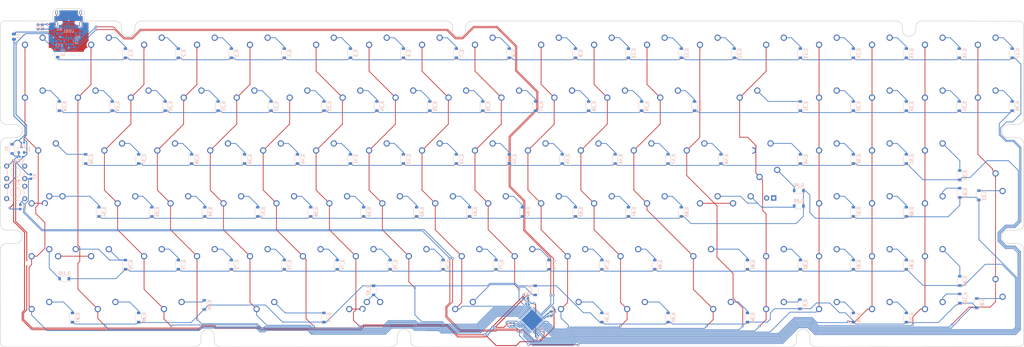
<source format=kicad_pcb>
(kicad_pcb (version 20171130) (host pcbnew "(5.1.7)-1")
  (layers (0 F.Cu signal) (31 B.Cu signal) (34 B.Paste user) (35 F.Paste user) (36 B.SilkS user) (37 F.SilkS user) (38 B.Mask user) (39 F.Mask user) (44 Edge.Cuts user))
  (net 0 "")
  (net 1 GND)
  (net 2 col0)
  (net 3 col1)
  (net 4 col2)
  (net 5 col3)
  (net 6 col4)
  (net 7 col5)
  (net 8 col6)
  (net 9 col7)
  (net 10 col8)
  (net 11 col9)
  (net 12 col10)
  (net 13 col11)
  (net 14 col12)
  (net 15 col13)
  (net 16 col14)
  (net 17 col15)
  (net 18 col16)
  (net 19 col17)
  (net 20 col18)
  (net 21 row0)
  (net 22 row1)
  (net 23 row2)
  (net 24 row3)
  (net 25 row4)
  (net 26 row5)
  (net 27 "Net-(D_0-Pad2)")
  (net 28 "Net-(D_1-Pad2)")
  (net 29 "Net-(D_2-Pad2)")
  (net 30 "Net-(D_3-Pad2)")
  (net 31 "Net-(D_4-Pad2)")
  (net 32 "Net-(D_5-Pad2)")
  (net 33 "Net-(D_6-Pad2)")
  (net 34 "Net-(D_7-Pad2)")
  (net 35 "Net-(D_8-Pad2)")
  (net 36 "Net-(D_9-Pad2)")
  (net 37 "Net-(D_10-Pad2)")
  (net 38 "Net-(D_11-Pad2)")
  (net 39 "Net-(D_12-Pad2)")
  (net 40 "Net-(D_13-Pad2)")
  (net 41 "Net-(D_14-Pad2)")
  (net 42 "Net-(D_15-Pad2)")
  (net 43 "Net-(D_16-Pad2)")
  (net 44 "Net-(D_17-Pad2)")
  (net 45 "Net-(D_18-Pad2)")
  (net 46 "Net-(D_19-Pad2)")
  (net 47 "Net-(D_20-Pad2)")
  (net 48 "Net-(D_21-Pad2)")
  (net 49 "Net-(D_22-Pad2)")
  (net 50 "Net-(D_23-Pad2)")
  (net 51 "Net-(D_24-Pad2)")
  (net 52 "Net-(D_25-Pad2)")
  (net 53 "Net-(D_26-Pad2)")
  (net 54 "Net-(D_27-Pad2)")
  (net 55 "Net-(D_28-Pad2)")
  (net 56 "Net-(D_29-Pad2)")
  (net 57 "Net-(D_30-Pad2)")
  (net 58 "Net-(D_31-Pad2)")
  (net 59 "Net-(D_32-Pad2)")
  (net 60 "Net-(D_33-Pad2)")
  (net 61 "Net-(D_34-Pad2)")
  (net 62 "Net-(D_35-Pad2)")
  (net 63 "Net-(D_36-Pad2)")
  (net 64 "Net-(D_37-Pad2)")
  (net 65 "Net-(D_38-Pad2)")
  (net 66 "Net-(D_39-Pad2)")
  (net 67 "Net-(D_40-Pad2)")
  (net 68 "Net-(D_41-Pad2)")
  (net 69 "Net-(D_42-Pad2)")
  (net 70 "Net-(D_43-Pad2)")
  (net 71 "Net-(D_44-Pad2)")
  (net 72 "Net-(D_45-Pad2)")
  (net 73 "Net-(D_46-Pad2)")
  (net 74 "Net-(D_47-Pad2)")
  (net 75 "Net-(D_48-Pad2)")
  (net 76 "Net-(D_49-Pad2)")
  (net 77 "Net-(D_50-Pad2)")
  (net 78 "Net-(D_51-Pad2)")
  (net 79 "Net-(D_52-Pad2)")
  (net 80 "Net-(D_54-Pad2)")
  (net 81 "Net-(D_55-Pad2)")
  (net 82 "Net-(D_56-Pad2)")
  (net 83 "Net-(D_57-Pad2)")
  (net 84 "Net-(D_58-Pad2)")
  (net 85 "Net-(D_59-Pad2)")
  (net 86 "Net-(D_60-Pad2)")
  (net 87 "Net-(D_61-Pad2)")
  (net 88 "Net-(D_62-Pad2)")
  (net 89 "Net-(D_63-Pad2)")
  (net 90 "Net-(D_64-Pad2)")
  (net 91 "Net-(D_65-Pad2)")
  (net 92 "Net-(D_66-Pad2)")
  (net 93 "Net-(D_67-Pad2)")
  (net 94 "Net-(D_68-Pad2)")
  (net 95 "Net-(D_69-Pad2)")
  (net 96 "Net-(D_53-Pad2)")
  (net 97 "Net-(D_70-Pad2)")
  (net 98 "Net-(D_71-Pad2)")
  (net 99 "Net-(D_72-Pad2)")
  (net 100 "Net-(D_73-Pad2)")
  (net 101 "Net-(D_74-Pad2)")
  (net 102 "Net-(D_75-Pad2)")
  (net 103 "Net-(D_76-Pad2)")
  (net 104 "Net-(D_77-Pad2)")
  (net 105 "Net-(D_78-Pad2)")
  (net 106 "Net-(D_79-Pad2)")
  (net 107 "Net-(D_80-Pad2)")
  (net 108 "Net-(D_81-Pad2)")
  (net 109 "Net-(D_82-Pad2)")
  (net 110 "Net-(D_83-Pad2)")
  (net 111 "Net-(D_84-Pad2)")
  (net 112 "Net-(D_85-Pad2)")
  (net 113 "Net-(D_87-Pad2)")
  (net 114 "Net-(D_88-Pad2)")
  (net 115 "Net-(D_89-Pad2)")
  (net 116 "Net-(D_91-Pad2)")
  (net 117 "Net-(D_93-Pad2)")
  (net 118 "Net-(D_94-Pad2)")
  (net 119 "Net-(D_95-Pad2)")
  (net 120 "Net-(D_96-Pad2)")
  (net 121 "Net-(D_97-Pad2)")
  (net 122 "Net-(D_98-Pad2)")
  (net 123 "Net-(D_99-Pad2)")
  (net 124 "Net-(D_100-Pad2)")
  (net 125 "Net-(D_86-Pad2)")
  (net 126 +3V3)
  (net 127 +5V)
  (net 128 "Net-(C10-Pad2)")
  (net 129 NRST)
  (net 130 BOOT0)
  (net 131 "Net-(R4-Pad1)")
  (net 132 "Net-(R5-Pad1)")
  (net 133 "Net-(U1-Pad34)")
  (net 134 D+)
  (net 135 D-)
  (net 136 "Net-(U1-Pad31)")
  (net 137 "Net-(U1-Pad30)")
  (net 138 "Net-(U1-Pad29)")
  (net 139 "Net-(U1-Pad28)")
  (net 140 "Net-(U1-Pad27)")
  (net 141 "Net-(U1-Pad26)")
  (net 142 "Net-(U1-Pad25)")
  (net 143 "Net-(U1-Pad12)")
  (net 144 "Net-(U1-Pad11)")
  (net 145 "Net-(USB1-Pad3)")
  (net 146 "Net-(USB1-Pad9)")
  (net 147 "Net-(D_92-Pad2)")
  (net 148 "Net-(U1-Pad1)")
  (net 149 VBUS)
  (net 150 DBus+)
  (net 151 DBus-)
  (net 152 "Net-(D_90-Pad2)")
  (net 153 "Net-(D_101-Pad2)")
  (module MX_Only:MXOnly-ISO-ReversedStabilizers (layer F.Cu) (at 363.5375 139.7)
    (fp_text reference K_ISOEnter1)
    (fp_text value KEYSW)
    (pad "" np_thru_hole circle (at -8.255 -11.938) (size 3.9878 3.9878) (drill 3.9878) (layers *.Cu *.Mask))
    (pad "" np_thru_hole circle (at -8.255 11.938) (size 3.9878 3.9878) (drill 3.9878) (layers *.Cu *.Mask))
    (pad "" np_thru_hole circle (at 6.985 -11.938) (size 3.048 3.048) (drill 3.048) (layers *.Cu *.Mask))
    (pad "" np_thru_hole circle (at 6.985 11.938) (size 3.048 3.048) (drill 3.048) (layers *.Cu *.Mask))
    (pad "" np_thru_hole circle (at 5.08 0 48.0996) (size 1.75 1.75) (drill 1.75) (layers *.Cu *.Mask))
    (pad "" np_thru_hole circle (at -5.08 0 48.0996) (size 1.75 1.75) (drill 1.75) (layers *.Cu *.Mask))
    (pad 4 thru_hole rect (at 1.27 5.08) (size 1.905 1.905) (drill 1.04) (layers *.Cu B.Mask))
    (pad 3 thru_hole circle (at -1.27 5.08) (size 1.905 1.905) (drill 1.04) (layers *.Cu B.Mask))
    (pad 1 thru_hole circle (at -3.81 -2.54) (size 2.25 2.25) (drill 1.47) (layers *.Cu B.Mask) (net 16 col14))
    (pad "" np_thru_hole circle (at 0 0) (size 3.9878 3.9878) (drill 3.9878) (layers *.Cu *.Mask))
    (pad 2 thru_hole circle (at 2.54 -5.08) (size 2.25 2.25) (drill 1.47) (layers *.Cu B.Mask) (net 152 "Net-(D_90-Pad2)"))
  )
  (module MX_Only:MXOnly-2.75U-NoLED (layer F.Cu) (at 254.028575 187.325)
    (fp_text reference K_93)
    (fp_text value KEYSW)
    (pad 2 thru_hole circle (at 2.54 -5.08) (size 2.25 2.25) (drill 1.47) (layers *.Cu B.Mask) (net 117 "Net-(D_93-Pad2)"))
    (pad "" np_thru_hole circle (at 0 0) (size 3.9878 3.9878) (drill 3.9878) (layers *.Cu *.Mask))
    (pad 1 thru_hole circle (at -3.81 -2.54) (size 2.25 2.25) (drill 1.47) (layers *.Cu B.Mask) (net 10 col8))
    (pad "" np_thru_hole circle (at -5.08 0 48.0996) (size 1.75 1.75) (drill 1.75) (layers *.Cu *.Mask))
    (pad "" np_thru_hole circle (at 5.08 0 48.0996) (size 1.75 1.75) (drill 1.75) (layers *.Cu *.Mask))
    (pad "" np_thru_hole circle (at -11.90625 -6.985) (size 3.048 3.048) (drill 3.048) (layers *.Cu *.Mask))
    (pad "" np_thru_hole circle (at 11.90625 -6.985) (size 3.048 3.048) (drill 3.048) (layers *.Cu *.Mask))
    (pad "" np_thru_hole circle (at -11.90625 8.255) (size 3.9878 3.9878) (drill 3.9878) (layers *.Cu *.Mask))
    (pad "" np_thru_hole circle (at 11.90625 8.255) (size 3.9878 3.9878) (drill 3.9878) (layers *.Cu *.Mask))
  )
  (module MX_Only:MXOnly-2.25U-NoLED (layer F.Cu) (at 182.5625 187.325)
    (fp_text reference K_91)
    (fp_text value KEYSW)
    (pad 2 thru_hole circle (at 2.54 -5.08) (size 2.25 2.25) (drill 1.47) (layers *.Cu B.Mask) (net 116 "Net-(D_91-Pad2)"))
    (pad "" np_thru_hole circle (at 0 0) (size 3.9878 3.9878) (drill 3.9878) (layers *.Cu *.Mask))
    (pad 1 thru_hole circle (at -3.81 -2.54) (size 2.25 2.25) (drill 1.47) (layers *.Cu B.Mask) (net 6 col4))
    (pad "" np_thru_hole circle (at -5.08 0 48.0996) (size 1.75 1.75) (drill 1.75) (layers *.Cu *.Mask))
    (pad "" np_thru_hole circle (at 5.08 0 48.0996) (size 1.75 1.75) (drill 1.75) (layers *.Cu *.Mask))
    (pad "" np_thru_hole circle (at -11.90625 -6.985) (size 3.048 3.048) (drill 3.048) (layers *.Cu *.Mask))
    (pad "" np_thru_hole circle (at 11.90625 -6.985) (size 3.048 3.048) (drill 3.048) (layers *.Cu *.Mask))
    (pad "" np_thru_hole circle (at -11.90625 8.255) (size 3.9878 3.9878) (drill 3.9878) (layers *.Cu *.Mask))
    (pad "" np_thru_hole circle (at 11.90625 8.255) (size 3.9878 3.9878) (drill 3.9878) (layers *.Cu *.Mask))
  )
  (module MX_Only:MXOnly-6.25U-NoLED (layer F.Cu) (at 220.6625 187.325)
    (fp_text reference K_90)
    (fp_text value KEYSW)
    (pad 2 thru_hole circle (at 2.54 -5.08) (size 2.25 2.25) (drill 1.47) (layers *.Cu B.Mask) (net 147 "Net-(D_92-Pad2)"))
    (pad "" np_thru_hole circle (at 0 0) (size 3.9878 3.9878) (drill 3.9878) (layers *.Cu *.Mask))
    (pad 1 thru_hole circle (at -3.81 -2.54) (size 2.25 2.25) (drill 1.47) (layers *.Cu B.Mask) (net 8 col6))
    (pad "" np_thru_hole circle (at -5.08 0 48.0996) (size 1.75 1.75) (drill 1.75) (layers *.Cu *.Mask))
    (pad "" np_thru_hole circle (at 5.08 0 48.0996) (size 1.75 1.75) (drill 1.75) (layers *.Cu *.Mask))
    (pad "" np_thru_hole circle (at -49.9999 -6.985) (size 3.048 3.048) (drill 3.048) (layers *.Cu *.Mask))
    (pad "" np_thru_hole circle (at 49.9999 -6.985) (size 3.048 3.048) (drill 3.048) (layers *.Cu *.Mask))
    (pad "" np_thru_hole circle (at -49.9999 8.255) (size 3.9878 3.9878) (drill 3.9878) (layers *.Cu *.Mask))
    (pad "" np_thru_hole circle (at 49.9999 8.255) (size 3.9878 3.9878) (drill 3.9878) (layers *.Cu *.Mask))
  )
  (module MX_Only:MXOnly-1.25U-NoLED (layer F.Cu) (at 101.6 168.275)
    (fp_text reference K_ISOShift1)
    (fp_text value KEYSW)
    (pad 2 thru_hole circle (at 2.54 -5.08) (size 2.25 2.25) (drill 1.47) (layers *.Cu B.Mask) (net 153 "Net-(D_101-Pad2)"))
    (pad "" np_thru_hole circle (at 0 0) (size 3.9878 3.9878) (drill 3.9878) (layers *.Cu *.Mask))
    (pad 1 thru_hole circle (at -3.81 -2.54) (size 2.25 2.25) (drill 1.47) (layers *.Cu B.Mask) (net 2 col0))
    (pad "" np_thru_hole circle (at -5.08 0 48.0996) (size 1.75 1.75) (drill 1.75) (layers *.Cu *.Mask))
    (pad "" np_thru_hole circle (at 5.08 0 48.0996) (size 1.75 1.75) (drill 1.75) (layers *.Cu *.Mask))
  )
  (module MX_Only:MXOnly-1U-NoLED (layer F.Cu) (at 123.03125 168.275)
    (fp_text reference K_ISO1uL1)
    (fp_text value KEYSW)
    (pad 2 thru_hole circle (at 2.54 -5.08) (size 2.25 2.25) (drill 1.47) (layers *.Cu B.Mask) (net 97 "Net-(D_70-Pad2)"))
    (pad "" np_thru_hole circle (at 0 0) (size 3.9878 3.9878) (drill 3.9878) (layers *.Cu *.Mask))
    (pad 1 thru_hole circle (at -3.81 -2.54) (size 2.25 2.25) (drill 1.47) (layers *.Cu B.Mask) (net 3 col1))
    (pad "" np_thru_hole circle (at -5.08 0 48.0996) (size 1.75 1.75) (drill 1.75) (layers *.Cu *.Mask))
    (pad "" np_thru_hole circle (at 5.08 0 48.0996) (size 1.75 1.75) (drill 1.75) (layers *.Cu *.Mask))
  )
  (module Diode_SMD:D_SOD-123 (layer B.Cu) (at 109.5375 173.83125 180)
    (fp_text reference D_101 (at 0 2) (layer B.SilkS) (effects (justify mirror)))
    (fp_text value D)
    (pad 2 smd rect (at 1.65 0 180) (size 0.9 1.2) (layers B.Cu B.Paste B.Mask) (net 153 "Net-(D_101-Pad2)"))
    (pad 1 smd rect (at -1.65 0 180) (size 0.9 1.2) (layers B.Cu B.Paste B.Mask) (net 25 row4))
  )
  (module MX_Only:MXOnly-1U-NoLED (layer F.Cu) (at 342.10625 149.225)
    (fp_text reference K_ISO1u1R1)
    (fp_text value KEYSW)
    (pad 2 thru_hole circle (at 2.54 -5.08) (size 2.25 2.25) (drill 1.47) (layers *.Cu B.Mask) (net 92 "Net-(D_66-Pad2)"))
    (pad "" np_thru_hole circle (at 0 0) (size 3.9878 3.9878) (drill 3.9878) (layers *.Cu *.Mask))
    (pad 1 thru_hole circle (at -3.81 -2.54) (size 2.25 2.25) (drill 1.47) (layers *.Cu B.Mask) (net 15 col13))
    (pad "" np_thru_hole circle (at -5.08 0 48.0996) (size 1.75 1.75) (drill 1.75) (layers *.Cu *.Mask))
    (pad "" np_thru_hole circle (at 5.08 0 48.0996) (size 1.75 1.75) (drill 1.75) (layers *.Cu *.Mask))
  )
  (module Diode_SMD:D_SOD-123 (layer B.Cu) (at 373.85625 142.08125 180)
    (fp_text reference D_90 (at 0 2) (layer B.SilkS) (effects (justify mirror)))
    (fp_text value D)
    (pad 2 smd rect (at 1.65 0 180) (size 0.9 1.2) (layers B.Cu B.Paste B.Mask) (net 152 "Net-(D_90-Pad2)"))
    (pad 1 smd rect (at -1.65 0 180) (size 0.9 1.2) (layers B.Cu B.Paste B.Mask) (net 24 row3))
  )
  (module MX_Only:MXOnly-1.25U-NoLED (layer F.Cu) (at 101.6 149.225)
    (fp_text reference K_101)
    (fp_text value KEYSW)
    (pad 2 thru_hole circle (at 2.54 -5.08) (size 2.25 2.25) (drill 1.47) (layers *.Cu B.Mask) (net 80 "Net-(D_54-Pad2)"))
    (pad "" np_thru_hole circle (at 0 0) (size 3.9878 3.9878) (drill 3.9878) (layers *.Cu *.Mask))
    (pad 1 thru_hole circle (at -3.81 -2.54) (size 2.25 2.25) (drill 1.47) (layers *.Cu B.Mask) (net 2 col0))
    (pad "" np_thru_hole circle (at -5.08 0 48.0996) (size 1.75 1.75) (drill 1.75) (layers *.Cu *.Mask))
    (pad "" np_thru_hole circle (at 5.08 0 48.0996) (size 1.75 1.75) (drill 1.75) (layers *.Cu *.Mask))
  )
  (module MX_Only:MXOnly-1U-NoLED (layer F.Cu) (at 99.21875 92.075)
    (fp_text reference K_0)
    (fp_text value KEYSW)
    (pad 2 thru_hole circle (at 2.54 -5.08) (size 2.25 2.25) (drill 1.47) (layers *.Cu B.Mask) (net 27 "Net-(D_0-Pad2)"))
    (pad "" np_thru_hole circle (at 0 0) (size 3.9878 3.9878) (drill 3.9878) (layers *.Cu *.Mask))
    (pad 1 thru_hole circle (at -3.81 -2.54) (size 2.25 2.25) (drill 1.47) (layers *.Cu B.Mask) (net 2 col0))
    (pad "" np_thru_hole circle (at -5.08 0 48.0996) (size 1.75 1.75) (drill 1.75) (layers *.Cu *.Mask))
    (pad "" np_thru_hole circle (at 5.08 0 48.0996) (size 1.75 1.75) (drill 1.75) (layers *.Cu *.Mask))
  )
  (module Package_TO_SOT_SMD:SOT-23-6 (layer B.Cu) (at 111.125 88.265 90)
    (fp_text reference U3 (at 0 2.9 270) (layer B.SilkS) (effects (justify mirror)))
    (fp_text value USBLC6-2SC6)
    (pad 5 smd rect (at 1.1 0 90) (size 1.06 0.65) (layers B.Cu B.Paste B.Mask) (net 149 VBUS))
    (pad 6 smd rect (at 1.1 0.95 90) (size 1.06 0.65) (layers B.Cu B.Paste B.Mask) (net 150 DBus+))
    (pad 4 smd rect (at 1.1 -0.95 90) (size 1.06 0.65) (layers B.Cu B.Paste B.Mask) (net 151 DBus-))
    (pad 3 smd rect (at -1.1 -0.95 90) (size 1.06 0.65) (layers B.Cu B.Paste B.Mask) (net 135 D-))
    (pad 2 smd rect (at -1.1 0 90) (size 1.06 0.65) (layers B.Cu B.Paste B.Mask) (net 1 GND))
    (pad 1 smd rect (at -1.1 0.95 90) (size 1.06 0.65) (layers B.Cu B.Paste B.Mask) (net 134 D+))
  )
  (module Capacitor_SMD:C_0603_1608Metric (layer B.Cu) (at 107.569 88.265)
    (fp_text reference C11 (at 0 1.43 180) (layer B.SilkS) (effects (justify mirror)))
    (fp_text value 100nF)
    (pad 2 smd roundrect (at 0.7875 0) (size 0.875 0.95) (layers B.Cu B.Paste B.Mask) (net 149 VBUS))
    (pad 1 smd roundrect (at -0.7875 0) (size 0.875 0.95) (layers B.Cu B.Paste B.Mask) (net 1 GND))
  )
  (module Resistor_SMD:R_0603_1608Metric (layer B.Cu) (at 114.427 85.471)
    (fp_text reference R5 (at 0 1.43) (layer B.SilkS) (effects (justify mirror)))
    (fp_text value 5.1k)
    (pad 2 smd roundrect (at 0.7875 0) (size 0.875 0.95) (layers B.Cu B.Paste B.Mask) (net 1 GND))
    (pad 1 smd roundrect (at -0.7875 0) (size 0.875 0.95) (layers B.Cu B.Paste B.Mask) (net 132 "Net-(R5-Pad1)"))
  )
  (module Resistor_SMD:R_0603_1608Metric (layer B.Cu) (at 107.823 85.471 180)
    (fp_text reference R4 (at 0 1.43) (layer B.SilkS) (effects (justify mirror)))
    (fp_text value 5.1k)
    (pad 2 smd roundrect (at 0.7875 0 180) (size 0.875 0.95) (layers B.Cu B.Paste B.Mask) (net 1 GND))
    (pad 1 smd roundrect (at -0.7875 0 180) (size 0.875 0.95) (layers B.Cu B.Paste B.Mask) (net 131 "Net-(R4-Pad1)"))
  )
  (module Resistor_SMD:R_0603_1608Metric (layer B.Cu) (at 101.72065 83.1088 270)
    (fp_text reference R3 (at 0 1.43 90) (layer B.SilkS) (effects (justify mirror)))
    (fp_text value 1M)
    (pad 2 smd roundrect (at 0.7875 0 270) (size 0.875 0.95) (layers B.Cu B.Paste B.Mask) (net 1 GND))
    (pad 1 smd roundrect (at -0.7875 0 270) (size 0.875 0.95) (layers B.Cu B.Paste B.Mask) (net 128 "Net-(C10-Pad2)"))
  )
  (module Capacitor_SMD:C_0603_1608Metric (layer B.Cu) (at 100.06965 83.1088 90)
    (fp_text reference C10 (at 0 1.43 90) (layer B.SilkS) (effects (justify mirror)))
    (fp_text value 4.7nF)
    (pad 2 smd roundrect (at 0.7875 0 90) (size 0.875 0.95) (layers B.Cu B.Paste B.Mask) (net 128 "Net-(C10-Pad2)"))
    (pad 1 smd roundrect (at -0.7875 0 90) (size 0.875 0.95) (layers B.Cu B.Paste B.Mask) (net 1 GND))
  )
  (module MX_Only:MXOnly-1U-NoLED (layer F.Cu) (at 123.03125 92.075)
    (fp_text reference K_1)
    (fp_text value KEYSW)
    (pad 2 thru_hole circle (at 2.54 -5.08) (size 2.25 2.25) (drill 1.47) (layers *.Cu B.Mask) (net 28 "Net-(D_1-Pad2)"))
    (pad "" np_thru_hole circle (at 0 0) (size 3.9878 3.9878) (drill 3.9878) (layers *.Cu *.Mask))
    (pad 1 thru_hole circle (at -3.81 -2.54) (size 2.25 2.25) (drill 1.47) (layers *.Cu B.Mask) (net 3 col1))
    (pad "" np_thru_hole circle (at -5.08 0 48.0996) (size 1.75 1.75) (drill 1.75) (layers *.Cu *.Mask))
    (pad "" np_thru_hole circle (at 5.08 0 48.0996) (size 1.75 1.75) (drill 1.75) (layers *.Cu *.Mask))
  )
  (module Diode_SMD:D_SOD-123 (layer B.Cu) (at 90.77325 127.0635 270)
    (fp_text reference D1 (at 0 2 90) (layer B.SilkS) (effects (justify mirror)))
    (fp_text value D_Schottky)
    (pad 2 smd rect (at 1.65 0 270) (size 0.9 1.2) (layers B.Cu B.Paste B.Mask) (net 126 +3V3))
    (pad 1 smd rect (at -1.65 0 270) (size 0.9 1.2) (layers B.Cu B.Paste B.Mask) (net 127 +5V))
  )
  (module MX_Only:MXOnly-2U-NoLED (layer F.Cu) (at 442.11875 139.7 270)
    (fp_text reference K_53)
    (fp_text value KEYSW)
    (pad 2 thru_hole circle (at 2.54 -5.08 270) (size 2.25 2.25) (drill 1.47) (layers *.Cu B.Mask) (net 96 "Net-(D_53-Pad2)"))
    (pad "" np_thru_hole circle (at 0 0 270) (size 3.9878 3.9878) (drill 3.9878) (layers *.Cu *.Mask))
    (pad 1 thru_hole circle (at -3.81 -2.54 270) (size 2.25 2.25) (drill 1.47) (layers *.Cu B.Mask) (net 20 col18))
    (pad "" np_thru_hole circle (at -5.08 0 318.0996) (size 1.75 1.75) (drill 1.75) (layers *.Cu *.Mask))
    (pad "" np_thru_hole circle (at 5.08 0 318.0996) (size 1.75 1.75) (drill 1.75) (layers *.Cu *.Mask))
    (pad "" np_thru_hole circle (at -11.90625 -6.985 270) (size 3.048 3.048) (drill 3.048) (layers *.Cu *.Mask))
    (pad "" np_thru_hole circle (at 11.90625 -6.985 270) (size 3.048 3.048) (drill 3.048) (layers *.Cu *.Mask))
    (pad "" np_thru_hole circle (at -11.90625 8.255 270) (size 3.9878 3.9878) (drill 3.9878) (layers *.Cu *.Mask))
    (pad "" np_thru_hole circle (at 11.90625 8.255 270) (size 3.9878 3.9878) (drill 3.9878) (layers *.Cu *.Mask))
  )
  (module MX_Only:MXOnly-1.5U-NoLED (layer F.Cu) (at 103.98125 130.175)
    (fp_text reference K_36)
    (fp_text value KEYSW)
    (pad 2 thru_hole circle (at 2.54 -5.08) (size 2.25 2.25) (drill 1.47) (layers *.Cu B.Mask) (net 63 "Net-(D_36-Pad2)"))
    (pad "" np_thru_hole circle (at 0 0) (size 3.9878 3.9878) (drill 3.9878) (layers *.Cu *.Mask))
    (pad 1 thru_hole circle (at -3.81 -2.54) (size 2.25 2.25) (drill 1.47) (layers *.Cu B.Mask) (net 2 col0))
    (pad "" np_thru_hole circle (at -5.08 0 48.0996) (size 1.75 1.75) (drill 1.75) (layers *.Cu *.Mask))
    (pad "" np_thru_hole circle (at 5.08 0 48.0996) (size 1.75 1.75) (drill 1.75) (layers *.Cu *.Mask))
  )
  (module MX_Only:MXOnly-1U-NoLED (layer F.Cu) (at 337.34375 130.175)
    (fp_text reference K_48)
    (fp_text value KEYSW)
    (pad 2 thru_hole circle (at 2.54 -5.08) (size 2.25 2.25) (drill 1.47) (layers *.Cu B.Mask) (net 75 "Net-(D_48-Pad2)"))
    (pad "" np_thru_hole circle (at 0 0) (size 3.9878 3.9878) (drill 3.9878) (layers *.Cu *.Mask))
    (pad 1 thru_hole circle (at -3.81 -2.54) (size 2.25 2.25) (drill 1.47) (layers *.Cu B.Mask) (net 15 col13))
    (pad "" np_thru_hole circle (at -5.08 0 48.0996) (size 1.75 1.75) (drill 1.75) (layers *.Cu *.Mask))
    (pad "" np_thru_hole circle (at 5.08 0 48.0996) (size 1.75 1.75) (drill 1.75) (layers *.Cu *.Mask))
  )
  (module MX_Only:MXOnly-1U-NoLED (layer F.Cu) (at 318.29375 130.175)
    (fp_text reference K_47)
    (fp_text value KEYSW)
    (pad 2 thru_hole circle (at 2.54 -5.08) (size 2.25 2.25) (drill 1.47) (layers *.Cu B.Mask) (net 74 "Net-(D_47-Pad2)"))
    (pad "" np_thru_hole circle (at 0 0) (size 3.9878 3.9878) (drill 3.9878) (layers *.Cu *.Mask))
    (pad 1 thru_hole circle (at -3.81 -2.54) (size 2.25 2.25) (drill 1.47) (layers *.Cu B.Mask) (net 14 col12))
    (pad "" np_thru_hole circle (at -5.08 0 48.0996) (size 1.75 1.75) (drill 1.75) (layers *.Cu *.Mask))
    (pad "" np_thru_hole circle (at 5.08 0 48.0996) (size 1.75 1.75) (drill 1.75) (layers *.Cu *.Mask))
  )
  (module MX_Only:MXOnly-1U-NoLED (layer F.Cu) (at 299.24375 130.175)
    (fp_text reference K_46)
    (fp_text value KEYSW)
    (pad 2 thru_hole circle (at 2.54 -5.08) (size 2.25 2.25) (drill 1.47) (layers *.Cu B.Mask) (net 73 "Net-(D_46-Pad2)"))
    (pad "" np_thru_hole circle (at 0 0) (size 3.9878 3.9878) (drill 3.9878) (layers *.Cu *.Mask))
    (pad 1 thru_hole circle (at -3.81 -2.54) (size 2.25 2.25) (drill 1.47) (layers *.Cu B.Mask) (net 13 col11))
    (pad "" np_thru_hole circle (at -5.08 0 48.0996) (size 1.75 1.75) (drill 1.75) (layers *.Cu *.Mask))
    (pad "" np_thru_hole circle (at 5.08 0 48.0996) (size 1.75 1.75) (drill 1.75) (layers *.Cu *.Mask))
  )
  (module MX_Only:MXOnly-1U-NoLED (layer F.Cu) (at 280.19375 130.175)
    (fp_text reference K_45)
    (fp_text value KEYSW)
    (pad 2 thru_hole circle (at 2.54 -5.08) (size 2.25 2.25) (drill 1.47) (layers *.Cu B.Mask) (net 72 "Net-(D_45-Pad2)"))
    (pad "" np_thru_hole circle (at 0 0) (size 3.9878 3.9878) (drill 3.9878) (layers *.Cu *.Mask))
    (pad 1 thru_hole circle (at -3.81 -2.54) (size 2.25 2.25) (drill 1.47) (layers *.Cu B.Mask) (net 12 col10))
    (pad "" np_thru_hole circle (at -5.08 0 48.0996) (size 1.75 1.75) (drill 1.75) (layers *.Cu *.Mask))
    (pad "" np_thru_hole circle (at 5.08 0 48.0996) (size 1.75 1.75) (drill 1.75) (layers *.Cu *.Mask))
  )
  (module MX_Only:MXOnly-1U-NoLED (layer F.Cu) (at 261.14375 130.175)
    (fp_text reference K_44)
    (fp_text value KEYSW)
    (pad 2 thru_hole circle (at 2.54 -5.08) (size 2.25 2.25) (drill 1.47) (layers *.Cu B.Mask) (net 71 "Net-(D_44-Pad2)"))
    (pad "" np_thru_hole circle (at 0 0) (size 3.9878 3.9878) (drill 3.9878) (layers *.Cu *.Mask))
    (pad 1 thru_hole circle (at -3.81 -2.54) (size 2.25 2.25) (drill 1.47) (layers *.Cu B.Mask) (net 11 col9))
    (pad "" np_thru_hole circle (at -5.08 0 48.0996) (size 1.75 1.75) (drill 1.75) (layers *.Cu *.Mask))
    (pad "" np_thru_hole circle (at 5.08 0 48.0996) (size 1.75 1.75) (drill 1.75) (layers *.Cu *.Mask))
  )
  (module MX_Only:MXOnly-1U-NoLED (layer F.Cu) (at 242.09375 130.175)
    (fp_text reference K_43)
    (fp_text value KEYSW)
    (pad 2 thru_hole circle (at 2.54 -5.08) (size 2.25 2.25) (drill 1.47) (layers *.Cu B.Mask) (net 70 "Net-(D_43-Pad2)"))
    (pad "" np_thru_hole circle (at 0 0) (size 3.9878 3.9878) (drill 3.9878) (layers *.Cu *.Mask))
    (pad 1 thru_hole circle (at -3.81 -2.54) (size 2.25 2.25) (drill 1.47) (layers *.Cu B.Mask) (net 10 col8))
    (pad "" np_thru_hole circle (at -5.08 0 48.0996) (size 1.75 1.75) (drill 1.75) (layers *.Cu *.Mask))
    (pad "" np_thru_hole circle (at 5.08 0 48.0996) (size 1.75 1.75) (drill 1.75) (layers *.Cu *.Mask))
  )
  (module MX_Only:MXOnly-1U-NoLED (layer F.Cu) (at 223.04375 130.175)
    (fp_text reference K_42)
    (fp_text value KEYSW)
    (pad 2 thru_hole circle (at 2.54 -5.08) (size 2.25 2.25) (drill 1.47) (layers *.Cu B.Mask) (net 69 "Net-(D_42-Pad2)"))
    (pad "" np_thru_hole circle (at 0 0) (size 3.9878 3.9878) (drill 3.9878) (layers *.Cu *.Mask))
    (pad 1 thru_hole circle (at -3.81 -2.54) (size 2.25 2.25) (drill 1.47) (layers *.Cu B.Mask) (net 9 col7))
    (pad "" np_thru_hole circle (at -5.08 0 48.0996) (size 1.75 1.75) (drill 1.75) (layers *.Cu *.Mask))
    (pad "" np_thru_hole circle (at 5.08 0 48.0996) (size 1.75 1.75) (drill 1.75) (layers *.Cu *.Mask))
  )
  (module MX_Only:MXOnly-1U-NoLED (layer F.Cu) (at 203.99375 130.175)
    (fp_text reference K_41)
    (fp_text value KEYSW)
    (pad 2 thru_hole circle (at 2.54 -5.08) (size 2.25 2.25) (drill 1.47) (layers *.Cu B.Mask) (net 68 "Net-(D_41-Pad2)"))
    (pad "" np_thru_hole circle (at 0 0) (size 3.9878 3.9878) (drill 3.9878) (layers *.Cu *.Mask))
    (pad 1 thru_hole circle (at -3.81 -2.54) (size 2.25 2.25) (drill 1.47) (layers *.Cu B.Mask) (net 8 col6))
    (pad "" np_thru_hole circle (at -5.08 0 48.0996) (size 1.75 1.75) (drill 1.75) (layers *.Cu *.Mask))
    (pad "" np_thru_hole circle (at 5.08 0 48.0996) (size 1.75 1.75) (drill 1.75) (layers *.Cu *.Mask))
  )
  (module MX_Only:MXOnly-1U-NoLED (layer F.Cu) (at 184.94375 130.175)
    (fp_text reference K_40)
    (fp_text value KEYSW)
    (pad 2 thru_hole circle (at 2.54 -5.08) (size 2.25 2.25) (drill 1.47) (layers *.Cu B.Mask) (net 67 "Net-(D_40-Pad2)"))
    (pad "" np_thru_hole circle (at 0 0) (size 3.9878 3.9878) (drill 3.9878) (layers *.Cu *.Mask))
    (pad 1 thru_hole circle (at -3.81 -2.54) (size 2.25 2.25) (drill 1.47) (layers *.Cu B.Mask) (net 7 col5))
    (pad "" np_thru_hole circle (at -5.08 0 48.0996) (size 1.75 1.75) (drill 1.75) (layers *.Cu *.Mask))
    (pad "" np_thru_hole circle (at 5.08 0 48.0996) (size 1.75 1.75) (drill 1.75) (layers *.Cu *.Mask))
  )
  (module MX_Only:MXOnly-1U-NoLED (layer F.Cu) (at 165.89375 130.175)
    (fp_text reference K_39)
    (fp_text value KEYSW)
    (pad 2 thru_hole circle (at 2.54 -5.08) (size 2.25 2.25) (drill 1.47) (layers *.Cu B.Mask) (net 66 "Net-(D_39-Pad2)"))
    (pad "" np_thru_hole circle (at 0 0) (size 3.9878 3.9878) (drill 3.9878) (layers *.Cu *.Mask))
    (pad 1 thru_hole circle (at -3.81 -2.54) (size 2.25 2.25) (drill 1.47) (layers *.Cu B.Mask) (net 6 col4))
    (pad "" np_thru_hole circle (at -5.08 0 48.0996) (size 1.75 1.75) (drill 1.75) (layers *.Cu *.Mask))
    (pad "" np_thru_hole circle (at 5.08 0 48.0996) (size 1.75 1.75) (drill 1.75) (layers *.Cu *.Mask))
  )
  (module MX_Only:MXOnly-1U-NoLED (layer F.Cu) (at 146.84375 130.175)
    (fp_text reference K_38)
    (fp_text value KEYSW)
    (pad 2 thru_hole circle (at 2.54 -5.08) (size 2.25 2.25) (drill 1.47) (layers *.Cu B.Mask) (net 65 "Net-(D_38-Pad2)"))
    (pad "" np_thru_hole circle (at 0 0) (size 3.9878 3.9878) (drill 3.9878) (layers *.Cu *.Mask))
    (pad 1 thru_hole circle (at -3.81 -2.54) (size 2.25 2.25) (drill 1.47) (layers *.Cu B.Mask) (net 5 col3))
    (pad "" np_thru_hole circle (at -5.08 0 48.0996) (size 1.75 1.75) (drill 1.75) (layers *.Cu *.Mask))
    (pad "" np_thru_hole circle (at 5.08 0 48.0996) (size 1.75 1.75) (drill 1.75) (layers *.Cu *.Mask))
  )
  (module MX_Only:MXOnly-1U-NoLED (layer F.Cu) (at 127.79375 130.175)
    (fp_text reference K_37)
    (fp_text value KEYSW)
    (pad 2 thru_hole circle (at 2.54 -5.08) (size 2.25 2.25) (drill 1.47) (layers *.Cu B.Mask) (net 64 "Net-(D_37-Pad2)"))
    (pad "" np_thru_hole circle (at 0 0) (size 3.9878 3.9878) (drill 3.9878) (layers *.Cu *.Mask))
    (pad 1 thru_hole circle (at -3.81 -2.54) (size 2.25 2.25) (drill 1.47) (layers *.Cu B.Mask) (net 4 col2))
    (pad "" np_thru_hole circle (at -5.08 0 48.0996) (size 1.75 1.75) (drill 1.75) (layers *.Cu *.Mask))
    (pad "" np_thru_hole circle (at 5.08 0 48.0996) (size 1.75 1.75) (drill 1.75) (layers *.Cu *.Mask))
  )
  (module MX_Only:MXOnly-2U-NoLED (layer F.Cu) (at 442.11875 177.8 270)
    (fp_text reference K_86)
    (fp_text value KEYSW)
    (pad 2 thru_hole circle (at 2.54 -5.08 270) (size 2.25 2.25) (drill 1.47) (layers *.Cu B.Mask) (net 125 "Net-(D_86-Pad2)"))
    (pad "" np_thru_hole circle (at 0 0 270) (size 3.9878 3.9878) (drill 3.9878) (layers *.Cu *.Mask))
    (pad 1 thru_hole circle (at -3.81 -2.54 270) (size 2.25 2.25) (drill 1.47) (layers *.Cu B.Mask) (net 20 col18))
    (pad "" np_thru_hole circle (at -5.08 0 318.0996) (size 1.75 1.75) (drill 1.75) (layers *.Cu *.Mask))
    (pad "" np_thru_hole circle (at 5.08 0 318.0996) (size 1.75 1.75) (drill 1.75) (layers *.Cu *.Mask))
    (pad "" np_thru_hole circle (at -11.90625 -6.985 270) (size 3.048 3.048) (drill 3.048) (layers *.Cu *.Mask))
    (pad "" np_thru_hole circle (at 11.90625 -6.985 270) (size 3.048 3.048) (drill 3.048) (layers *.Cu *.Mask))
    (pad "" np_thru_hole circle (at -11.90625 8.255 270) (size 3.9878 3.9878) (drill 3.9878) (layers *.Cu *.Mask))
    (pad "" np_thru_hole circle (at 11.90625 8.255 270) (size 3.9878 3.9878) (drill 3.9878) (layers *.Cu *.Mask))
  )
  (module MX_Only:MXOnly-1U-NoLED (layer F.Cu) (at 423.06875 187.325)
    (fp_text reference K_100)
    (fp_text value KEYSW)
    (pad 2 thru_hole circle (at 2.54 -5.08) (size 2.25 2.25) (drill 1.47) (layers *.Cu B.Mask) (net 124 "Net-(D_100-Pad2)"))
    (pad "" np_thru_hole circle (at 0 0) (size 3.9878 3.9878) (drill 3.9878) (layers *.Cu *.Mask))
    (pad 1 thru_hole circle (at -3.81 -2.54) (size 2.25 2.25) (drill 1.47) (layers *.Cu B.Mask) (net 19 col17))
    (pad "" np_thru_hole circle (at -5.08 0 48.0996) (size 1.75 1.75) (drill 1.75) (layers *.Cu *.Mask))
    (pad "" np_thru_hole circle (at 5.08 0 48.0996) (size 1.75 1.75) (drill 1.75) (layers *.Cu *.Mask))
  )
  (module MX_Only:MXOnly-1U-NoLED (layer F.Cu) (at 404.01875 187.325)
    (fp_text reference K_99)
    (fp_text value KEYSW)
    (pad 2 thru_hole circle (at 2.54 -5.08) (size 2.25 2.25) (drill 1.47) (layers *.Cu B.Mask) (net 123 "Net-(D_99-Pad2)"))
    (pad "" np_thru_hole circle (at 0 0) (size 3.9878 3.9878) (drill 3.9878) (layers *.Cu *.Mask))
    (pad 1 thru_hole circle (at -3.81 -2.54) (size 2.25 2.25) (drill 1.47) (layers *.Cu B.Mask) (net 18 col16))
    (pad "" np_thru_hole circle (at -5.08 0 48.0996) (size 1.75 1.75) (drill 1.75) (layers *.Cu *.Mask))
    (pad "" np_thru_hole circle (at 5.08 0 48.0996) (size 1.75 1.75) (drill 1.75) (layers *.Cu *.Mask))
  )
  (module MX_Only:MXOnly-1U-NoLED (layer F.Cu) (at 384.96875 187.325)
    (fp_text reference K_98)
    (fp_text value KEYSW)
    (pad 2 thru_hole circle (at 2.54 -5.08) (size 2.25 2.25) (drill 1.47) (layers *.Cu B.Mask) (net 122 "Net-(D_98-Pad2)"))
    (pad "" np_thru_hole circle (at 0 0) (size 3.9878 3.9878) (drill 3.9878) (layers *.Cu *.Mask))
    (pad 1 thru_hole circle (at -3.81 -2.54) (size 2.25 2.25) (drill 1.47) (layers *.Cu B.Mask) (net 17 col15))
    (pad "" np_thru_hole circle (at -5.08 0 48.0996) (size 1.75 1.75) (drill 1.75) (layers *.Cu *.Mask))
    (pad "" np_thru_hole circle (at 5.08 0 48.0996) (size 1.75 1.75) (drill 1.75) (layers *.Cu *.Mask))
  )
  (module MX_Only:MXOnly-1U-NoLED (layer F.Cu) (at 365.91875 187.325)
    (fp_text reference K_97)
    (fp_text value KEYSW)
    (pad 2 thru_hole circle (at 2.54 -5.08) (size 2.25 2.25) (drill 1.47) (layers *.Cu B.Mask) (net 121 "Net-(D_97-Pad2)"))
    (pad "" np_thru_hole circle (at 0 0) (size 3.9878 3.9878) (drill 3.9878) (layers *.Cu *.Mask))
    (pad 1 thru_hole circle (at -3.81 -2.54) (size 2.25 2.25) (drill 1.47) (layers *.Cu B.Mask) (net 16 col14))
    (pad "" np_thru_hole circle (at -5.08 0 48.0996) (size 1.75 1.75) (drill 1.75) (layers *.Cu *.Mask))
    (pad "" np_thru_hole circle (at 5.08 0 48.0996) (size 1.75 1.75) (drill 1.75) (layers *.Cu *.Mask))
  )
  (module MX_Only:MXOnly-1U-NoLED (layer F.Cu) (at 346.86875 187.325)
    (fp_text reference K_96)
    (fp_text value KEYSW)
    (pad 2 thru_hole circle (at 2.54 -5.08) (size 2.25 2.25) (drill 1.47) (layers *.Cu B.Mask) (net 120 "Net-(D_96-Pad2)"))
    (pad "" np_thru_hole circle (at 0 0) (size 3.9878 3.9878) (drill 3.9878) (layers *.Cu *.Mask))
    (pad 1 thru_hole circle (at -3.81 -2.54) (size 2.25 2.25) (drill 1.47) (layers *.Cu B.Mask) (net 14 col12))
    (pad "" np_thru_hole circle (at -5.08 0 48.0996) (size 1.75 1.75) (drill 1.75) (layers *.Cu *.Mask))
    (pad "" np_thru_hole circle (at 5.08 0 48.0996) (size 1.75 1.75) (drill 1.75) (layers *.Cu *.Mask))
  )
  (module MX_Only:MXOnly-1.25U-NoLED (layer F.Cu) (at 315.9125 187.325)
    (fp_text reference K_95)
    (fp_text value KEYSW)
    (pad 2 thru_hole circle (at 2.54 -5.08) (size 2.25 2.25) (drill 1.47) (layers *.Cu B.Mask) (net 119 "Net-(D_95-Pad2)"))
    (pad "" np_thru_hole circle (at 0 0) (size 3.9878 3.9878) (drill 3.9878) (layers *.Cu *.Mask))
    (pad 1 thru_hole circle (at -3.81 -2.54) (size 2.25 2.25) (drill 1.47) (layers *.Cu B.Mask) (net 13 col11))
    (pad "" np_thru_hole circle (at -5.08 0 48.0996) (size 1.75 1.75) (drill 1.75) (layers *.Cu *.Mask))
    (pad "" np_thru_hole circle (at 5.08 0 48.0996) (size 1.75 1.75) (drill 1.75) (layers *.Cu *.Mask))
  )
  (module MX_Only:MXOnly-1.25U-NoLED (layer F.Cu) (at 292.1 187.325)
    (fp_text reference K_94)
    (fp_text value KEYSW)
    (pad 2 thru_hole circle (at 2.54 -5.08) (size 2.25 2.25) (drill 1.47) (layers *.Cu B.Mask) (net 118 "Net-(D_94-Pad2)"))
    (pad "" np_thru_hole circle (at 0 0) (size 3.9878 3.9878) (drill 3.9878) (layers *.Cu *.Mask))
    (pad 1 thru_hole circle (at -3.81 -2.54) (size 2.25 2.25) (drill 1.47) (layers *.Cu B.Mask) (net 12 col10))
    (pad "" np_thru_hole circle (at -5.08 0 48.0996) (size 1.75 1.75) (drill 1.75) (layers *.Cu *.Mask))
    (pad "" np_thru_hole circle (at 5.08 0 48.0996) (size 1.75 1.75) (drill 1.75) (layers *.Cu *.Mask))
  )
  (module MX_Only:MXOnly-1.25U-NoLED (layer F.Cu) (at 215.9 187.325)
    (fp_text reference K_92)
    (fp_text value KEYSW)
    (pad 2 thru_hole circle (at 2.54 -5.08) (size 2.25 2.25) (drill 1.47) (layers *.Cu B.Mask) (net 147 "Net-(D_92-Pad2)"))
    (pad "" np_thru_hole circle (at 0 0) (size 3.9878 3.9878) (drill 3.9878) (layers *.Cu *.Mask))
    (pad 1 thru_hole circle (at -3.81 -2.54) (size 2.25 2.25) (drill 1.47) (layers *.Cu B.Mask) (net 8 col6))
    (pad "" np_thru_hole circle (at -5.08 0 48.0996) (size 1.75 1.75) (drill 1.75) (layers *.Cu *.Mask))
    (pad "" np_thru_hole circle (at 5.08 0 48.0996) (size 1.75 1.75) (drill 1.75) (layers *.Cu *.Mask))
  )
  (module MX_Only:MXOnly-1.25U-NoLED (layer F.Cu) (at 149.225 187.325)
    (fp_text reference K_89)
    (fp_text value KEYSW)
    (pad 2 thru_hole circle (at 2.54 -5.08) (size 2.25 2.25) (drill 1.47) (layers *.Cu B.Mask) (net 115 "Net-(D_89-Pad2)"))
    (pad "" np_thru_hole circle (at 0 0) (size 3.9878 3.9878) (drill 3.9878) (layers *.Cu *.Mask))
    (pad 1 thru_hole circle (at -3.81 -2.54) (size 2.25 2.25) (drill 1.47) (layers *.Cu B.Mask) (net 4 col2))
    (pad "" np_thru_hole circle (at -5.08 0 48.0996) (size 1.75 1.75) (drill 1.75) (layers *.Cu *.Mask))
    (pad "" np_thru_hole circle (at 5.08 0 48.0996) (size 1.75 1.75) (drill 1.75) (layers *.Cu *.Mask))
  )
  (module MX_Only:MXOnly-1.25U-NoLED (layer F.Cu) (at 125.4125 187.325)
    (fp_text reference K_88)
    (fp_text value KEYSW)
    (pad 2 thru_hole circle (at 2.54 -5.08) (size 2.25 2.25) (drill 1.47) (layers *.Cu B.Mask) (net 114 "Net-(D_88-Pad2)"))
    (pad "" np_thru_hole circle (at 0 0) (size 3.9878 3.9878) (drill 3.9878) (layers *.Cu *.Mask))
    (pad 1 thru_hole circle (at -3.81 -2.54) (size 2.25 2.25) (drill 1.47) (layers *.Cu B.Mask) (net 3 col1))
    (pad "" np_thru_hole circle (at -5.08 0 48.0996) (size 1.75 1.75) (drill 1.75) (layers *.Cu *.Mask))
    (pad "" np_thru_hole circle (at 5.08 0 48.0996) (size 1.75 1.75) (drill 1.75) (layers *.Cu *.Mask))
  )
  (module MX_Only:MXOnly-1.25U-NoLED (layer F.Cu) (at 101.6 187.325)
    (fp_text reference K_87)
    (fp_text value KEYSW)
    (pad 2 thru_hole circle (at 2.54 -5.08) (size 2.25 2.25) (drill 1.47) (layers *.Cu B.Mask) (net 113 "Net-(D_87-Pad2)"))
    (pad "" np_thru_hole circle (at 0 0) (size 3.9878 3.9878) (drill 3.9878) (layers *.Cu *.Mask))
    (pad 1 thru_hole circle (at -3.81 -2.54) (size 2.25 2.25) (drill 1.47) (layers *.Cu B.Mask) (net 2 col0))
    (pad "" np_thru_hole circle (at -5.08 0 48.0996) (size 1.75 1.75) (drill 1.75) (layers *.Cu *.Mask))
    (pad "" np_thru_hole circle (at 5.08 0 48.0996) (size 1.75 1.75) (drill 1.75) (layers *.Cu *.Mask))
  )
  (module MX_Only:MXOnly-1U-NoLED (layer F.Cu) (at 423.06875 168.275)
    (fp_text reference K_85)
    (fp_text value KEYSW)
    (pad 2 thru_hole circle (at 2.54 -5.08) (size 2.25 2.25) (drill 1.47) (layers *.Cu B.Mask) (net 112 "Net-(D_85-Pad2)"))
    (pad "" np_thru_hole circle (at 0 0) (size 3.9878 3.9878) (drill 3.9878) (layers *.Cu *.Mask))
    (pad 1 thru_hole circle (at -3.81 -2.54) (size 2.25 2.25) (drill 1.47) (layers *.Cu B.Mask) (net 19 col17))
    (pad "" np_thru_hole circle (at -5.08 0 48.0996) (size 1.75 1.75) (drill 1.75) (layers *.Cu *.Mask))
    (pad "" np_thru_hole circle (at 5.08 0 48.0996) (size 1.75 1.75) (drill 1.75) (layers *.Cu *.Mask))
  )
  (module MX_Only:MXOnly-1U-NoLED (layer F.Cu) (at 404.01875 168.275)
    (fp_text reference K_84)
    (fp_text value KEYSW)
    (pad 2 thru_hole circle (at 2.54 -5.08) (size 2.25 2.25) (drill 1.47) (layers *.Cu B.Mask) (net 111 "Net-(D_84-Pad2)"))
    (pad "" np_thru_hole circle (at 0 0) (size 3.9878 3.9878) (drill 3.9878) (layers *.Cu *.Mask))
    (pad 1 thru_hole circle (at -3.81 -2.54) (size 2.25 2.25) (drill 1.47) (layers *.Cu B.Mask) (net 18 col16))
    (pad "" np_thru_hole circle (at -5.08 0 48.0996) (size 1.75 1.75) (drill 1.75) (layers *.Cu *.Mask))
    (pad "" np_thru_hole circle (at 5.08 0 48.0996) (size 1.75 1.75) (drill 1.75) (layers *.Cu *.Mask))
  )
  (module MX_Only:MXOnly-1U-NoLED (layer F.Cu) (at 384.96875 168.275)
    (fp_text reference K_83)
    (fp_text value KEYSW)
    (pad 2 thru_hole circle (at 2.54 -5.08) (size 2.25 2.25) (drill 1.47) (layers *.Cu B.Mask) (net 110 "Net-(D_83-Pad2)"))
    (pad "" np_thru_hole circle (at 0 0) (size 3.9878 3.9878) (drill 3.9878) (layers *.Cu *.Mask))
    (pad 1 thru_hole circle (at -3.81 -2.54) (size 2.25 2.25) (drill 1.47) (layers *.Cu B.Mask) (net 17 col15))
    (pad "" np_thru_hole circle (at -5.08 0 48.0996) (size 1.75 1.75) (drill 1.75) (layers *.Cu *.Mask))
    (pad "" np_thru_hole circle (at 5.08 0 48.0996) (size 1.75 1.75) (drill 1.75) (layers *.Cu *.Mask))
  )
  (module MX_Only:MXOnly-1U-NoLED (layer F.Cu) (at 365.91875 168.275)
    (fp_text reference K_82)
    (fp_text value KEYSW)
    (pad 2 thru_hole circle (at 2.54 -5.08) (size 2.25 2.25) (drill 1.47) (layers *.Cu B.Mask) (net 109 "Net-(D_82-Pad2)"))
    (pad "" np_thru_hole circle (at 0 0) (size 3.9878 3.9878) (drill 3.9878) (layers *.Cu *.Mask))
    (pad 1 thru_hole circle (at -3.81 -2.54) (size 2.25 2.25) (drill 1.47) (layers *.Cu B.Mask) (net 16 col14))
    (pad "" np_thru_hole circle (at -5.08 0 48.0996) (size 1.75 1.75) (drill 1.75) (layers *.Cu *.Mask))
    (pad "" np_thru_hole circle (at 5.08 0 48.0996) (size 1.75 1.75) (drill 1.75) (layers *.Cu *.Mask))
  )
  (module MX_Only:MXOnly-1.75U-NoLED (layer F.Cu) (at 339.725 168.275)
    (fp_text reference K_81)
    (fp_text value KEYSW)
    (pad 2 thru_hole circle (at 2.54 -5.08) (size 2.25 2.25) (drill 1.47) (layers *.Cu B.Mask) (net 108 "Net-(D_81-Pad2)"))
    (pad "" np_thru_hole circle (at 0 0) (size 3.9878 3.9878) (drill 3.9878) (layers *.Cu *.Mask))
    (pad 1 thru_hole circle (at -3.81 -2.54) (size 2.25 2.25) (drill 1.47) (layers *.Cu B.Mask) (net 14 col12))
    (pad "" np_thru_hole circle (at -5.08 0 48.0996) (size 1.75 1.75) (drill 1.75) (layers *.Cu *.Mask))
    (pad "" np_thru_hole circle (at 5.08 0 48.0996) (size 1.75 1.75) (drill 1.75) (layers *.Cu *.Mask))
  )
  (module MX_Only:MXOnly-1U-NoLED (layer F.Cu) (at 313.53125 168.275)
    (fp_text reference K_80)
    (fp_text value KEYSW)
    (pad 2 thru_hole circle (at 2.54 -5.08) (size 2.25 2.25) (drill 1.47) (layers *.Cu B.Mask) (net 107 "Net-(D_80-Pad2)"))
    (pad "" np_thru_hole circle (at 0 0) (size 3.9878 3.9878) (drill 3.9878) (layers *.Cu *.Mask))
    (pad 1 thru_hole circle (at -3.81 -2.54) (size 2.25 2.25) (drill 1.47) (layers *.Cu B.Mask) (net 13 col11))
    (pad "" np_thru_hole circle (at -5.08 0 48.0996) (size 1.75 1.75) (drill 1.75) (layers *.Cu *.Mask))
    (pad "" np_thru_hole circle (at 5.08 0 48.0996) (size 1.75 1.75) (drill 1.75) (layers *.Cu *.Mask))
  )
  (module MX_Only:MXOnly-1U-NoLED (layer F.Cu) (at 294.48125 168.275)
    (fp_text reference K_79)
    (fp_text value KEYSW)
    (pad 2 thru_hole circle (at 2.54 -5.08) (size 2.25 2.25) (drill 1.47) (layers *.Cu B.Mask) (net 106 "Net-(D_79-Pad2)"))
    (pad "" np_thru_hole circle (at 0 0) (size 3.9878 3.9878) (drill 3.9878) (layers *.Cu *.Mask))
    (pad 1 thru_hole circle (at -3.81 -2.54) (size 2.25 2.25) (drill 1.47) (layers *.Cu B.Mask) (net 12 col10))
    (pad "" np_thru_hole circle (at -5.08 0 48.0996) (size 1.75 1.75) (drill 1.75) (layers *.Cu *.Mask))
    (pad "" np_thru_hole circle (at 5.08 0 48.0996) (size 1.75 1.75) (drill 1.75) (layers *.Cu *.Mask))
  )
  (module MX_Only:MXOnly-1U-NoLED (layer F.Cu) (at 275.43125 168.275)
    (fp_text reference K_78)
    (fp_text value KEYSW)
    (pad 2 thru_hole circle (at 2.54 -5.08) (size 2.25 2.25) (drill 1.47) (layers *.Cu B.Mask) (net 105 "Net-(D_78-Pad2)"))
    (pad "" np_thru_hole circle (at 0 0) (size 3.9878 3.9878) (drill 3.9878) (layers *.Cu *.Mask))
    (pad 1 thru_hole circle (at -3.81 -2.54) (size 2.25 2.25) (drill 1.47) (layers *.Cu B.Mask) (net 11 col9))
    (pad "" np_thru_hole circle (at -5.08 0 48.0996) (size 1.75 1.75) (drill 1.75) (layers *.Cu *.Mask))
    (pad "" np_thru_hole circle (at 5.08 0 48.0996) (size 1.75 1.75) (drill 1.75) (layers *.Cu *.Mask))
  )
  (module MX_Only:MXOnly-1U-NoLED (layer F.Cu) (at 256.38125 168.275)
    (fp_text reference K_77)
    (fp_text value KEYSW)
    (pad 2 thru_hole circle (at 2.54 -5.08) (size 2.25 2.25) (drill 1.47) (layers *.Cu B.Mask) (net 104 "Net-(D_77-Pad2)"))
    (pad "" np_thru_hole circle (at 0 0) (size 3.9878 3.9878) (drill 3.9878) (layers *.Cu *.Mask))
    (pad 1 thru_hole circle (at -3.81 -2.54) (size 2.25 2.25) (drill 1.47) (layers *.Cu B.Mask) (net 10 col8))
    (pad "" np_thru_hole circle (at -5.08 0 48.0996) (size 1.75 1.75) (drill 1.75) (layers *.Cu *.Mask))
    (pad "" np_thru_hole circle (at 5.08 0 48.0996) (size 1.75 1.75) (drill 1.75) (layers *.Cu *.Mask))
  )
  (module MX_Only:MXOnly-1U-NoLED (layer F.Cu) (at 237.33125 168.275)
    (fp_text reference K_76)
    (fp_text value KEYSW)
    (pad 2 thru_hole circle (at 2.54 -5.08) (size 2.25 2.25) (drill 1.47) (layers *.Cu B.Mask) (net 103 "Net-(D_76-Pad2)"))
    (pad "" np_thru_hole circle (at 0 0) (size 3.9878 3.9878) (drill 3.9878) (layers *.Cu *.Mask))
    (pad 1 thru_hole circle (at -3.81 -2.54) (size 2.25 2.25) (drill 1.47) (layers *.Cu B.Mask) (net 9 col7))
    (pad "" np_thru_hole circle (at -5.08 0 48.0996) (size 1.75 1.75) (drill 1.75) (layers *.Cu *.Mask))
    (pad "" np_thru_hole circle (at 5.08 0 48.0996) (size 1.75 1.75) (drill 1.75) (layers *.Cu *.Mask))
  )
  (module MX_Only:MXOnly-1U-NoLED (layer F.Cu) (at 218.28125 168.275)
    (fp_text reference K_75)
    (fp_text value KEYSW)
    (pad 2 thru_hole circle (at 2.54 -5.08) (size 2.25 2.25) (drill 1.47) (layers *.Cu B.Mask) (net 102 "Net-(D_75-Pad2)"))
    (pad "" np_thru_hole circle (at 0 0) (size 3.9878 3.9878) (drill 3.9878) (layers *.Cu *.Mask))
    (pad 1 thru_hole circle (at -3.81 -2.54) (size 2.25 2.25) (drill 1.47) (layers *.Cu B.Mask) (net 8 col6))
    (pad "" np_thru_hole circle (at -5.08 0 48.0996) (size 1.75 1.75) (drill 1.75) (layers *.Cu *.Mask))
    (pad "" np_thru_hole circle (at 5.08 0 48.0996) (size 1.75 1.75) (drill 1.75) (layers *.Cu *.Mask))
  )
  (module MX_Only:MXOnly-1U-NoLED (layer F.Cu) (at 199.23125 168.275)
    (fp_text reference K_74)
    (fp_text value KEYSW)
    (pad 2 thru_hole circle (at 2.54 -5.08) (size 2.25 2.25) (drill 1.47) (layers *.Cu B.Mask) (net 101 "Net-(D_74-Pad2)"))
    (pad "" np_thru_hole circle (at 0 0) (size 3.9878 3.9878) (drill 3.9878) (layers *.Cu *.Mask))
    (pad 1 thru_hole circle (at -3.81 -2.54) (size 2.25 2.25) (drill 1.47) (layers *.Cu B.Mask) (net 7 col5))
    (pad "" np_thru_hole circle (at -5.08 0 48.0996) (size 1.75 1.75) (drill 1.75) (layers *.Cu *.Mask))
    (pad "" np_thru_hole circle (at 5.08 0 48.0996) (size 1.75 1.75) (drill 1.75) (layers *.Cu *.Mask))
  )
  (module MX_Only:MXOnly-1U-NoLED (layer F.Cu) (at 180.18125 168.275)
    (fp_text reference K_73)
    (fp_text value KEYSW)
    (pad 2 thru_hole circle (at 2.54 -5.08) (size 2.25 2.25) (drill 1.47) (layers *.Cu B.Mask) (net 100 "Net-(D_73-Pad2)"))
    (pad "" np_thru_hole circle (at 0 0) (size 3.9878 3.9878) (drill 3.9878) (layers *.Cu *.Mask))
    (pad 1 thru_hole circle (at -3.81 -2.54) (size 2.25 2.25) (drill 1.47) (layers *.Cu B.Mask) (net 6 col4))
    (pad "" np_thru_hole circle (at -5.08 0 48.0996) (size 1.75 1.75) (drill 1.75) (layers *.Cu *.Mask))
    (pad "" np_thru_hole circle (at 5.08 0 48.0996) (size 1.75 1.75) (drill 1.75) (layers *.Cu *.Mask))
  )
  (module MX_Only:MXOnly-1U-NoLED (layer F.Cu) (at 161.13125 168.275)
    (fp_text reference K_72)
    (fp_text value KEYSW)
    (pad 2 thru_hole circle (at 2.54 -5.08) (size 2.25 2.25) (drill 1.47) (layers *.Cu B.Mask) (net 99 "Net-(D_72-Pad2)"))
    (pad "" np_thru_hole circle (at 0 0) (size 3.9878 3.9878) (drill 3.9878) (layers *.Cu *.Mask))
    (pad 1 thru_hole circle (at -3.81 -2.54) (size 2.25 2.25) (drill 1.47) (layers *.Cu B.Mask) (net 5 col3))
    (pad "" np_thru_hole circle (at -5.08 0 48.0996) (size 1.75 1.75) (drill 1.75) (layers *.Cu *.Mask))
    (pad "" np_thru_hole circle (at 5.08 0 48.0996) (size 1.75 1.75) (drill 1.75) (layers *.Cu *.Mask))
  )
  (module MX_Only:MXOnly-1U-NoLED (layer F.Cu) (at 142.08125 168.275)
    (fp_text reference K_71)
    (fp_text value KEYSW)
    (pad 2 thru_hole circle (at 2.54 -5.08) (size 2.25 2.25) (drill 1.47) (layers *.Cu B.Mask) (net 98 "Net-(D_71-Pad2)"))
    (pad "" np_thru_hole circle (at 0 0) (size 3.9878 3.9878) (drill 3.9878) (layers *.Cu *.Mask))
    (pad 1 thru_hole circle (at -3.81 -2.54) (size 2.25 2.25) (drill 1.47) (layers *.Cu B.Mask) (net 4 col2))
    (pad "" np_thru_hole circle (at -5.08 0 48.0996) (size 1.75 1.75) (drill 1.75) (layers *.Cu *.Mask))
    (pad "" np_thru_hole circle (at 5.08 0 48.0996) (size 1.75 1.75) (drill 1.75) (layers *.Cu *.Mask))
  )
  (module MX_Only:MXOnly-2.25U-NoLED (layer F.Cu) (at 111.125 168.275)
    (fp_text reference K_ANSIShift1)
    (fp_text value KEYSW)
    (pad 2 thru_hole circle (at 2.54 -5.08) (size 2.25 2.25) (drill 1.47) (layers *.Cu B.Mask) (net 97 "Net-(D_70-Pad2)"))
    (pad "" np_thru_hole circle (at 0 0) (size 3.9878 3.9878) (drill 3.9878) (layers *.Cu *.Mask))
    (pad 1 thru_hole circle (at -3.81 -2.54) (size 2.25 2.25) (drill 1.47) (layers *.Cu B.Mask) (net 3 col1))
    (pad "" np_thru_hole circle (at -5.08 0 48.0996) (size 1.75 1.75) (drill 1.75) (layers *.Cu *.Mask))
    (pad "" np_thru_hole circle (at 5.08 0 48.0996) (size 1.75 1.75) (drill 1.75) (layers *.Cu *.Mask))
    (pad "" np_thru_hole circle (at -11.90625 -6.985) (size 3.048 3.048) (drill 3.048) (layers *.Cu *.Mask))
    (pad "" np_thru_hole circle (at 11.90625 -6.985) (size 3.048 3.048) (drill 3.048) (layers *.Cu *.Mask))
    (pad "" np_thru_hole circle (at -11.90625 8.255) (size 3.9878 3.9878) (drill 3.9878) (layers *.Cu *.Mask))
    (pad "" np_thru_hole circle (at 11.90625 8.255) (size 3.9878 3.9878) (drill 3.9878) (layers *.Cu *.Mask))
  )
  (module MX_Only:MXOnly-1U-NoLED (layer F.Cu) (at 423.06875 149.225)
    (fp_text reference K_69)
    (fp_text value KEYSW)
    (pad 2 thru_hole circle (at 2.54 -5.08) (size 2.25 2.25) (drill 1.47) (layers *.Cu B.Mask) (net 95 "Net-(D_69-Pad2)"))
    (pad "" np_thru_hole circle (at 0 0) (size 3.9878 3.9878) (drill 3.9878) (layers *.Cu *.Mask))
    (pad 1 thru_hole circle (at -3.81 -2.54) (size 2.25 2.25) (drill 1.47) (layers *.Cu B.Mask) (net 19 col17))
    (pad "" np_thru_hole circle (at -5.08 0 48.0996) (size 1.75 1.75) (drill 1.75) (layers *.Cu *.Mask))
    (pad "" np_thru_hole circle (at 5.08 0 48.0996) (size 1.75 1.75) (drill 1.75) (layers *.Cu *.Mask))
  )
  (module MX_Only:MXOnly-1U-NoLED (layer F.Cu) (at 404.01875 149.225)
    (fp_text reference K_68)
    (fp_text value KEYSW)
    (pad 2 thru_hole circle (at 2.54 -5.08) (size 2.25 2.25) (drill 1.47) (layers *.Cu B.Mask) (net 94 "Net-(D_68-Pad2)"))
    (pad "" np_thru_hole circle (at 0 0) (size 3.9878 3.9878) (drill 3.9878) (layers *.Cu *.Mask))
    (pad 1 thru_hole circle (at -3.81 -2.54) (size 2.25 2.25) (drill 1.47) (layers *.Cu B.Mask) (net 18 col16))
    (pad "" np_thru_hole circle (at -5.08 0 48.0996) (size 1.75 1.75) (drill 1.75) (layers *.Cu *.Mask))
    (pad "" np_thru_hole circle (at 5.08 0 48.0996) (size 1.75 1.75) (drill 1.75) (layers *.Cu *.Mask))
  )
  (module MX_Only:MXOnly-1U-NoLED (layer F.Cu) (at 384.96875 149.225)
    (fp_text reference K_67)
    (fp_text value KEYSW)
    (pad 2 thru_hole circle (at 2.54 -5.08) (size 2.25 2.25) (drill 1.47) (layers *.Cu B.Mask) (net 93 "Net-(D_67-Pad2)"))
    (pad "" np_thru_hole circle (at 0 0) (size 3.9878 3.9878) (drill 3.9878) (layers *.Cu *.Mask))
    (pad 1 thru_hole circle (at -3.81 -2.54) (size 2.25 2.25) (drill 1.47) (layers *.Cu B.Mask) (net 17 col15))
    (pad "" np_thru_hole circle (at -5.08 0 48.0996) (size 1.75 1.75) (drill 1.75) (layers *.Cu *.Mask))
    (pad "" np_thru_hole circle (at 5.08 0 48.0996) (size 1.75 1.75) (drill 1.75) (layers *.Cu *.Mask))
  )
  (module MX_Only:MXOnly-2.25U-NoLED (layer F.Cu) (at 354.0125 149.225)
    (fp_text reference K_ANSIEnter1)
    (fp_text value KEYSW)
    (pad 2 thru_hole circle (at 2.54 -5.08) (size 2.25 2.25) (drill 1.47) (layers *.Cu B.Mask) (net 92 "Net-(D_66-Pad2)"))
    (pad "" np_thru_hole circle (at 0 0) (size 3.9878 3.9878) (drill 3.9878) (layers *.Cu *.Mask))
    (pad 1 thru_hole circle (at -3.81 -2.54) (size 2.25 2.25) (drill 1.47) (layers *.Cu B.Mask) (net 15 col13))
    (pad "" np_thru_hole circle (at -5.08 0 48.0996) (size 1.75 1.75) (drill 1.75) (layers *.Cu *.Mask))
    (pad "" np_thru_hole circle (at 5.08 0 48.0996) (size 1.75 1.75) (drill 1.75) (layers *.Cu *.Mask))
    (pad "" np_thru_hole circle (at -11.90625 -6.985) (size 3.048 3.048) (drill 3.048) (layers *.Cu *.Mask))
    (pad "" np_thru_hole circle (at 11.90625 -6.985) (size 3.048 3.048) (drill 3.048) (layers *.Cu *.Mask))
    (pad "" np_thru_hole circle (at -11.90625 8.255) (size 3.9878 3.9878) (drill 3.9878) (layers *.Cu *.Mask))
    (pad "" np_thru_hole circle (at 11.90625 8.255) (size 3.9878 3.9878) (drill 3.9878) (layers *.Cu *.Mask))
  )
  (module MX_Only:MXOnly-1U-NoLED (layer F.Cu) (at 323.05625 149.225)
    (fp_text reference K_65)
    (fp_text value KEYSW)
    (pad 2 thru_hole circle (at 2.54 -5.08) (size 2.25 2.25) (drill 1.47) (layers *.Cu B.Mask) (net 91 "Net-(D_65-Pad2)"))
    (pad "" np_thru_hole circle (at 0 0) (size 3.9878 3.9878) (drill 3.9878) (layers *.Cu *.Mask))
    (pad 1 thru_hole circle (at -3.81 -2.54) (size 2.25 2.25) (drill 1.47) (layers *.Cu B.Mask) (net 14 col12))
    (pad "" np_thru_hole circle (at -5.08 0 48.0996) (size 1.75 1.75) (drill 1.75) (layers *.Cu *.Mask))
    (pad "" np_thru_hole circle (at 5.08 0 48.0996) (size 1.75 1.75) (drill 1.75) (layers *.Cu *.Mask))
  )
  (module MX_Only:MXOnly-1U-NoLED (layer F.Cu) (at 304.00625 149.225)
    (fp_text reference K_64)
    (fp_text value KEYSW)
    (pad 2 thru_hole circle (at 2.54 -5.08) (size 2.25 2.25) (drill 1.47) (layers *.Cu B.Mask) (net 90 "Net-(D_64-Pad2)"))
    (pad "" np_thru_hole circle (at 0 0) (size 3.9878 3.9878) (drill 3.9878) (layers *.Cu *.Mask))
    (pad 1 thru_hole circle (at -3.81 -2.54) (size 2.25 2.25) (drill 1.47) (layers *.Cu B.Mask) (net 13 col11))
    (pad "" np_thru_hole circle (at -5.08 0 48.0996) (size 1.75 1.75) (drill 1.75) (layers *.Cu *.Mask))
    (pad "" np_thru_hole circle (at 5.08 0 48.0996) (size 1.75 1.75) (drill 1.75) (layers *.Cu *.Mask))
  )
  (module MX_Only:MXOnly-1U-NoLED (layer F.Cu) (at 284.95625 149.225)
    (fp_text reference K_63)
    (fp_text value KEYSW)
    (pad 2 thru_hole circle (at 2.54 -5.08) (size 2.25 2.25) (drill 1.47) (layers *.Cu B.Mask) (net 89 "Net-(D_63-Pad2)"))
    (pad "" np_thru_hole circle (at 0 0) (size 3.9878 3.9878) (drill 3.9878) (layers *.Cu *.Mask))
    (pad 1 thru_hole circle (at -3.81 -2.54) (size 2.25 2.25) (drill 1.47) (layers *.Cu B.Mask) (net 12 col10))
    (pad "" np_thru_hole circle (at -5.08 0 48.0996) (size 1.75 1.75) (drill 1.75) (layers *.Cu *.Mask))
    (pad "" np_thru_hole circle (at 5.08 0 48.0996) (size 1.75 1.75) (drill 1.75) (layers *.Cu *.Mask))
  )
  (module MX_Only:MXOnly-1U-NoLED (layer F.Cu) (at 265.90625 149.225)
    (fp_text reference K_62)
    (fp_text value KEYSW)
    (pad 2 thru_hole circle (at 2.54 -5.08) (size 2.25 2.25) (drill 1.47) (layers *.Cu B.Mask) (net 88 "Net-(D_62-Pad2)"))
    (pad "" np_thru_hole circle (at 0 0) (size 3.9878 3.9878) (drill 3.9878) (layers *.Cu *.Mask))
    (pad 1 thru_hole circle (at -3.81 -2.54) (size 2.25 2.25) (drill 1.47) (layers *.Cu B.Mask) (net 11 col9))
    (pad "" np_thru_hole circle (at -5.08 0 48.0996) (size 1.75 1.75) (drill 1.75) (layers *.Cu *.Mask))
    (pad "" np_thru_hole circle (at 5.08 0 48.0996) (size 1.75 1.75) (drill 1.75) (layers *.Cu *.Mask))
  )
  (module MX_Only:MXOnly-1U-NoLED (layer F.Cu) (at 246.85625 149.225)
    (fp_text reference K_61)
    (fp_text value KEYSW)
    (pad 2 thru_hole circle (at 2.54 -5.08) (size 2.25 2.25) (drill 1.47) (layers *.Cu B.Mask) (net 87 "Net-(D_61-Pad2)"))
    (pad "" np_thru_hole circle (at 0 0) (size 3.9878 3.9878) (drill 3.9878) (layers *.Cu *.Mask))
    (pad 1 thru_hole circle (at -3.81 -2.54) (size 2.25 2.25) (drill 1.47) (layers *.Cu B.Mask) (net 10 col8))
    (pad "" np_thru_hole circle (at -5.08 0 48.0996) (size 1.75 1.75) (drill 1.75) (layers *.Cu *.Mask))
    (pad "" np_thru_hole circle (at 5.08 0 48.0996) (size 1.75 1.75) (drill 1.75) (layers *.Cu *.Mask))
  )
  (module MX_Only:MXOnly-1U-NoLED (layer F.Cu) (at 227.80625 149.225)
    (fp_text reference K_60)
    (fp_text value KEYSW)
    (pad 2 thru_hole circle (at 2.54 -5.08) (size 2.25 2.25) (drill 1.47) (layers *.Cu B.Mask) (net 86 "Net-(D_60-Pad2)"))
    (pad "" np_thru_hole circle (at 0 0) (size 3.9878 3.9878) (drill 3.9878) (layers *.Cu *.Mask))
    (pad 1 thru_hole circle (at -3.81 -2.54) (size 2.25 2.25) (drill 1.47) (layers *.Cu B.Mask) (net 9 col7))
    (pad "" np_thru_hole circle (at -5.08 0 48.0996) (size 1.75 1.75) (drill 1.75) (layers *.Cu *.Mask))
    (pad "" np_thru_hole circle (at 5.08 0 48.0996) (size 1.75 1.75) (drill 1.75) (layers *.Cu *.Mask))
  )
  (module MX_Only:MXOnly-1U-NoLED (layer F.Cu) (at 208.75625 149.225)
    (fp_text reference K_59)
    (fp_text value KEYSW)
    (pad 2 thru_hole circle (at 2.54 -5.08) (size 2.25 2.25) (drill 1.47) (layers *.Cu B.Mask) (net 85 "Net-(D_59-Pad2)"))
    (pad "" np_thru_hole circle (at 0 0) (size 3.9878 3.9878) (drill 3.9878) (layers *.Cu *.Mask))
    (pad 1 thru_hole circle (at -3.81 -2.54) (size 2.25 2.25) (drill 1.47) (layers *.Cu B.Mask) (net 8 col6))
    (pad "" np_thru_hole circle (at -5.08 0 48.0996) (size 1.75 1.75) (drill 1.75) (layers *.Cu *.Mask))
    (pad "" np_thru_hole circle (at 5.08 0 48.0996) (size 1.75 1.75) (drill 1.75) (layers *.Cu *.Mask))
  )
  (module MX_Only:MXOnly-1U-NoLED (layer F.Cu) (at 189.70625 149.225)
    (fp_text reference K_58)
    (fp_text value KEYSW)
    (pad 2 thru_hole circle (at 2.54 -5.08) (size 2.25 2.25) (drill 1.47) (layers *.Cu B.Mask) (net 84 "Net-(D_58-Pad2)"))
    (pad "" np_thru_hole circle (at 0 0) (size 3.9878 3.9878) (drill 3.9878) (layers *.Cu *.Mask))
    (pad 1 thru_hole circle (at -3.81 -2.54) (size 2.25 2.25) (drill 1.47) (layers *.Cu B.Mask) (net 7 col5))
    (pad "" np_thru_hole circle (at -5.08 0 48.0996) (size 1.75 1.75) (drill 1.75) (layers *.Cu *.Mask))
    (pad "" np_thru_hole circle (at 5.08 0 48.0996) (size 1.75 1.75) (drill 1.75) (layers *.Cu *.Mask))
  )
  (module MX_Only:MXOnly-1U-NoLED (layer F.Cu) (at 170.65625 149.225)
    (fp_text reference K_57)
    (fp_text value KEYSW)
    (pad 2 thru_hole circle (at 2.54 -5.08) (size 2.25 2.25) (drill 1.47) (layers *.Cu B.Mask) (net 83 "Net-(D_57-Pad2)"))
    (pad "" np_thru_hole circle (at 0 0) (size 3.9878 3.9878) (drill 3.9878) (layers *.Cu *.Mask))
    (pad 1 thru_hole circle (at -3.81 -2.54) (size 2.25 2.25) (drill 1.47) (layers *.Cu B.Mask) (net 6 col4))
    (pad "" np_thru_hole circle (at -5.08 0 48.0996) (size 1.75 1.75) (drill 1.75) (layers *.Cu *.Mask))
    (pad "" np_thru_hole circle (at 5.08 0 48.0996) (size 1.75 1.75) (drill 1.75) (layers *.Cu *.Mask))
  )
  (module MX_Only:MXOnly-1U-NoLED (layer F.Cu) (at 151.60625 149.225)
    (fp_text reference K_56)
    (fp_text value KEYSW)
    (pad 2 thru_hole circle (at 2.54 -5.08) (size 2.25 2.25) (drill 1.47) (layers *.Cu B.Mask) (net 82 "Net-(D_56-Pad2)"))
    (pad "" np_thru_hole circle (at 0 0) (size 3.9878 3.9878) (drill 3.9878) (layers *.Cu *.Mask))
    (pad 1 thru_hole circle (at -3.81 -2.54) (size 2.25 2.25) (drill 1.47) (layers *.Cu B.Mask) (net 5 col3))
    (pad "" np_thru_hole circle (at -5.08 0 48.0996) (size 1.75 1.75) (drill 1.75) (layers *.Cu *.Mask))
    (pad "" np_thru_hole circle (at 5.08 0 48.0996) (size 1.75 1.75) (drill 1.75) (layers *.Cu *.Mask))
  )
  (module MX_Only:MXOnly-1U-NoLED (layer F.Cu) (at 132.55625 149.225)
    (fp_text reference K_55)
    (fp_text value KEYSW)
    (pad 2 thru_hole circle (at 2.54 -5.08) (size 2.25 2.25) (drill 1.47) (layers *.Cu B.Mask) (net 81 "Net-(D_55-Pad2)"))
    (pad "" np_thru_hole circle (at 0 0) (size 3.9878 3.9878) (drill 3.9878) (layers *.Cu *.Mask))
    (pad 1 thru_hole circle (at -3.81 -2.54) (size 2.25 2.25) (drill 1.47) (layers *.Cu B.Mask) (net 4 col2))
    (pad "" np_thru_hole circle (at -5.08 0 48.0996) (size 1.75 1.75) (drill 1.75) (layers *.Cu *.Mask))
    (pad "" np_thru_hole circle (at 5.08 0 48.0996) (size 1.75 1.75) (drill 1.75) (layers *.Cu *.Mask))
  )
  (module MX_Only:MXOnly-1.75U-NoLED (layer F.Cu) (at 106.3625 149.225)
    (fp_text reference K_54)
    (fp_text value KEYSW)
    (pad 2 thru_hole circle (at 2.54 -5.08) (size 2.25 2.25) (drill 1.47) (layers *.Cu B.Mask) (net 80 "Net-(D_54-Pad2)"))
    (pad "" np_thru_hole circle (at 0 0) (size 3.9878 3.9878) (drill 3.9878) (layers *.Cu *.Mask))
    (pad 1 thru_hole circle (at -3.81 -2.54) (size 2.25 2.25) (drill 1.47) (layers *.Cu B.Mask) (net 2 col0))
    (pad "" np_thru_hole circle (at -5.08 0 48.0996) (size 1.75 1.75) (drill 1.75) (layers *.Cu *.Mask))
    (pad "" np_thru_hole circle (at 5.08 0 48.0996) (size 1.75 1.75) (drill 1.75) (layers *.Cu *.Mask))
  )
  (module MX_Only:MXOnly-1U-NoLED (layer F.Cu) (at 423.06875 130.175)
    (fp_text reference K_52)
    (fp_text value KEYSW)
    (pad 2 thru_hole circle (at 2.54 -5.08) (size 2.25 2.25) (drill 1.47) (layers *.Cu B.Mask) (net 79 "Net-(D_52-Pad2)"))
    (pad "" np_thru_hole circle (at 0 0) (size 3.9878 3.9878) (drill 3.9878) (layers *.Cu *.Mask))
    (pad 1 thru_hole circle (at -3.81 -2.54) (size 2.25 2.25) (drill 1.47) (layers *.Cu B.Mask) (net 19 col17))
    (pad "" np_thru_hole circle (at -5.08 0 48.0996) (size 1.75 1.75) (drill 1.75) (layers *.Cu *.Mask))
    (pad "" np_thru_hole circle (at 5.08 0 48.0996) (size 1.75 1.75) (drill 1.75) (layers *.Cu *.Mask))
  )
  (module MX_Only:MXOnly-1U-NoLED (layer F.Cu) (at 404.01875 130.175)
    (fp_text reference K_51)
    (fp_text value KEYSW)
    (pad 2 thru_hole circle (at 2.54 -5.08) (size 2.25 2.25) (drill 1.47) (layers *.Cu B.Mask) (net 78 "Net-(D_51-Pad2)"))
    (pad "" np_thru_hole circle (at 0 0) (size 3.9878 3.9878) (drill 3.9878) (layers *.Cu *.Mask))
    (pad 1 thru_hole circle (at -3.81 -2.54) (size 2.25 2.25) (drill 1.47) (layers *.Cu B.Mask) (net 18 col16))
    (pad "" np_thru_hole circle (at -5.08 0 48.0996) (size 1.75 1.75) (drill 1.75) (layers *.Cu *.Mask))
    (pad "" np_thru_hole circle (at 5.08 0 48.0996) (size 1.75 1.75) (drill 1.75) (layers *.Cu *.Mask))
  )
  (module MX_Only:MXOnly-1U-NoLED (layer F.Cu) (at 384.96875 130.175)
    (fp_text reference K_50)
    (fp_text value KEYSW)
    (pad 2 thru_hole circle (at 2.54 -5.08) (size 2.25 2.25) (drill 1.47) (layers *.Cu B.Mask) (net 77 "Net-(D_50-Pad2)"))
    (pad "" np_thru_hole circle (at 0 0) (size 3.9878 3.9878) (drill 3.9878) (layers *.Cu *.Mask))
    (pad 1 thru_hole circle (at -3.81 -2.54) (size 2.25 2.25) (drill 1.47) (layers *.Cu B.Mask) (net 17 col15))
    (pad "" np_thru_hole circle (at -5.08 0 48.0996) (size 1.75 1.75) (drill 1.75) (layers *.Cu *.Mask))
    (pad "" np_thru_hole circle (at 5.08 0 48.0996) (size 1.75 1.75) (drill 1.75) (layers *.Cu *.Mask))
  )
  (module MX_Only:MXOnly-1.5U-NoLED (layer F.Cu) (at 361.15625 130.175)
    (fp_text reference K_49ANSISlash1)
    (fp_text value KEYSW)
    (pad 2 thru_hole circle (at 2.54 -5.08) (size 2.25 2.25) (drill 1.47) (layers *.Cu B.Mask) (net 76 "Net-(D_49-Pad2)"))
    (pad "" np_thru_hole circle (at 0 0) (size 3.9878 3.9878) (drill 3.9878) (layers *.Cu *.Mask))
    (pad 1 thru_hole circle (at -3.81 -2.54) (size 2.25 2.25) (drill 1.47) (layers *.Cu B.Mask) (net 16 col14))
    (pad "" np_thru_hole circle (at -5.08 0 48.0996) (size 1.75 1.75) (drill 1.75) (layers *.Cu *.Mask))
    (pad "" np_thru_hole circle (at 5.08 0 48.0996) (size 1.75 1.75) (drill 1.75) (layers *.Cu *.Mask))
  )
  (module MX_Only:MXOnly-1U-NoLED (layer F.Cu) (at 442.11875 111.125)
    (fp_text reference K_35)
    (fp_text value KEYSW)
    (pad 2 thru_hole circle (at 2.54 -5.08) (size 2.25 2.25) (drill 1.47) (layers *.Cu B.Mask) (net 62 "Net-(D_35-Pad2)"))
    (pad "" np_thru_hole circle (at 0 0) (size 3.9878 3.9878) (drill 3.9878) (layers *.Cu *.Mask))
    (pad 1 thru_hole circle (at -3.81 -2.54) (size 2.25 2.25) (drill 1.47) (layers *.Cu B.Mask) (net 20 col18))
    (pad "" np_thru_hole circle (at -5.08 0 48.0996) (size 1.75 1.75) (drill 1.75) (layers *.Cu *.Mask))
    (pad "" np_thru_hole circle (at 5.08 0 48.0996) (size 1.75 1.75) (drill 1.75) (layers *.Cu *.Mask))
  )
  (module MX_Only:MXOnly-1U-NoLED (layer F.Cu) (at 423.06875 111.125)
    (fp_text reference K_34)
    (fp_text value KEYSW)
    (pad 2 thru_hole circle (at 2.54 -5.08) (size 2.25 2.25) (drill 1.47) (layers *.Cu B.Mask) (net 61 "Net-(D_34-Pad2)"))
    (pad "" np_thru_hole circle (at 0 0) (size 3.9878 3.9878) (drill 3.9878) (layers *.Cu *.Mask))
    (pad 1 thru_hole circle (at -3.81 -2.54) (size 2.25 2.25) (drill 1.47) (layers *.Cu B.Mask) (net 19 col17))
    (pad "" np_thru_hole circle (at -5.08 0 48.0996) (size 1.75 1.75) (drill 1.75) (layers *.Cu *.Mask))
    (pad "" np_thru_hole circle (at 5.08 0 48.0996) (size 1.75 1.75) (drill 1.75) (layers *.Cu *.Mask))
  )
  (module MX_Only:MXOnly-1U-NoLED (layer F.Cu) (at 404.01875 111.125)
    (fp_text reference K_33)
    (fp_text value KEYSW)
    (pad 2 thru_hole circle (at 2.54 -5.08) (size 2.25 2.25) (drill 1.47) (layers *.Cu B.Mask) (net 60 "Net-(D_33-Pad2)"))
    (pad "" np_thru_hole circle (at 0 0) (size 3.9878 3.9878) (drill 3.9878) (layers *.Cu *.Mask))
    (pad 1 thru_hole circle (at -3.81 -2.54) (size 2.25 2.25) (drill 1.47) (layers *.Cu B.Mask) (net 18 col16))
    (pad "" np_thru_hole circle (at -5.08 0 48.0996) (size 1.75 1.75) (drill 1.75) (layers *.Cu *.Mask))
    (pad "" np_thru_hole circle (at 5.08 0 48.0996) (size 1.75 1.75) (drill 1.75) (layers *.Cu *.Mask))
  )
  (module MX_Only:MXOnly-1U-NoLED (layer F.Cu) (at 384.96875 111.125)
    (fp_text reference K_32)
    (fp_text value KEYSW)
    (pad 2 thru_hole circle (at 2.54 -5.08) (size 2.25 2.25) (drill 1.47) (layers *.Cu B.Mask) (net 59 "Net-(D_32-Pad2)"))
    (pad "" np_thru_hole circle (at 0 0) (size 3.9878 3.9878) (drill 3.9878) (layers *.Cu *.Mask))
    (pad 1 thru_hole circle (at -3.81 -2.54) (size 2.25 2.25) (drill 1.47) (layers *.Cu B.Mask) (net 17 col15))
    (pad "" np_thru_hole circle (at -5.08 0 48.0996) (size 1.75 1.75) (drill 1.75) (layers *.Cu *.Mask))
    (pad "" np_thru_hole circle (at 5.08 0 48.0996) (size 1.75 1.75) (drill 1.75) (layers *.Cu *.Mask))
  )
  (module MX_Only:MXOnly-2U-NoLED (layer F.Cu) (at 356.39375 111.125)
    (fp_text reference K_31)
    (fp_text value KEYSW)
    (pad 2 thru_hole circle (at 2.54 -5.08) (size 2.25 2.25) (drill 1.47) (layers *.Cu B.Mask) (net 58 "Net-(D_31-Pad2)"))
    (pad "" np_thru_hole circle (at 0 0) (size 3.9878 3.9878) (drill 3.9878) (layers *.Cu *.Mask))
    (pad 1 thru_hole circle (at -3.81 -2.54) (size 2.25 2.25) (drill 1.47) (layers *.Cu B.Mask) (net 16 col14))
    (pad "" np_thru_hole circle (at -5.08 0 48.0996) (size 1.75 1.75) (drill 1.75) (layers *.Cu *.Mask))
    (pad "" np_thru_hole circle (at 5.08 0 48.0996) (size 1.75 1.75) (drill 1.75) (layers *.Cu *.Mask))
    (pad "" np_thru_hole circle (at -11.90625 -6.985) (size 3.048 3.048) (drill 3.048) (layers *.Cu *.Mask))
    (pad "" np_thru_hole circle (at 11.90625 -6.985) (size 3.048 3.048) (drill 3.048) (layers *.Cu *.Mask))
    (pad "" np_thru_hole circle (at -11.90625 8.255) (size 3.9878 3.9878) (drill 3.9878) (layers *.Cu *.Mask))
    (pad "" np_thru_hole circle (at 11.90625 8.255) (size 3.9878 3.9878) (drill 3.9878) (layers *.Cu *.Mask))
  )
  (module MX_Only:MXOnly-1U-NoLED (layer F.Cu) (at 327.81875 111.125)
    (fp_text reference K_30)
    (fp_text value KEYSW)
    (pad 2 thru_hole circle (at 2.54 -5.08) (size 2.25 2.25) (drill 1.47) (layers *.Cu B.Mask) (net 57 "Net-(D_30-Pad2)"))
    (pad "" np_thru_hole circle (at 0 0) (size 3.9878 3.9878) (drill 3.9878) (layers *.Cu *.Mask))
    (pad 1 thru_hole circle (at -3.81 -2.54) (size 2.25 2.25) (drill 1.47) (layers *.Cu B.Mask) (net 14 col12))
    (pad "" np_thru_hole circle (at -5.08 0 48.0996) (size 1.75 1.75) (drill 1.75) (layers *.Cu *.Mask))
    (pad "" np_thru_hole circle (at 5.08 0 48.0996) (size 1.75 1.75) (drill 1.75) (layers *.Cu *.Mask))
  )
  (module MX_Only:MXOnly-1U-NoLED (layer F.Cu) (at 308.76875 111.125)
    (fp_text reference K_29)
    (fp_text value KEYSW)
    (pad 2 thru_hole circle (at 2.54 -5.08) (size 2.25 2.25) (drill 1.47) (layers *.Cu B.Mask) (net 56 "Net-(D_29-Pad2)"))
    (pad "" np_thru_hole circle (at 0 0) (size 3.9878 3.9878) (drill 3.9878) (layers *.Cu *.Mask))
    (pad 1 thru_hole circle (at -3.81 -2.54) (size 2.25 2.25) (drill 1.47) (layers *.Cu B.Mask) (net 13 col11))
    (pad "" np_thru_hole circle (at -5.08 0 48.0996) (size 1.75 1.75) (drill 1.75) (layers *.Cu *.Mask))
    (pad "" np_thru_hole circle (at 5.08 0 48.0996) (size 1.75 1.75) (drill 1.75) (layers *.Cu *.Mask))
  )
  (module MX_Only:MXOnly-1U-NoLED (layer F.Cu) (at 289.71875 111.125)
    (fp_text reference K_28)
    (fp_text value KEYSW)
    (pad 2 thru_hole circle (at 2.54 -5.08) (size 2.25 2.25) (drill 1.47) (layers *.Cu B.Mask) (net 55 "Net-(D_28-Pad2)"))
    (pad "" np_thru_hole circle (at 0 0) (size 3.9878 3.9878) (drill 3.9878) (layers *.Cu *.Mask))
    (pad 1 thru_hole circle (at -3.81 -2.54) (size 2.25 2.25) (drill 1.47) (layers *.Cu B.Mask) (net 12 col10))
    (pad "" np_thru_hole circle (at -5.08 0 48.0996) (size 1.75 1.75) (drill 1.75) (layers *.Cu *.Mask))
    (pad "" np_thru_hole circle (at 5.08 0 48.0996) (size 1.75 1.75) (drill 1.75) (layers *.Cu *.Mask))
  )
  (module MX_Only:MXOnly-1U-NoLED (layer F.Cu) (at 270.66875 111.125)
    (fp_text reference K_27)
    (fp_text value KEYSW)
    (pad 2 thru_hole circle (at 2.54 -5.08) (size 2.25 2.25) (drill 1.47) (layers *.Cu B.Mask) (net 54 "Net-(D_27-Pad2)"))
    (pad "" np_thru_hole circle (at 0 0) (size 3.9878 3.9878) (drill 3.9878) (layers *.Cu *.Mask))
    (pad 1 thru_hole circle (at -3.81 -2.54) (size 2.25 2.25) (drill 1.47) (layers *.Cu B.Mask) (net 11 col9))
    (pad "" np_thru_hole circle (at -5.08 0 48.0996) (size 1.75 1.75) (drill 1.75) (layers *.Cu *.Mask))
    (pad "" np_thru_hole circle (at 5.08 0 48.0996) (size 1.75 1.75) (drill 1.75) (layers *.Cu *.Mask))
  )
  (module MX_Only:MXOnly-1U-NoLED (layer F.Cu) (at 251.61875 111.125)
    (fp_text reference K_26)
    (fp_text value KEYSW)
    (pad 2 thru_hole circle (at 2.54 -5.08) (size 2.25 2.25) (drill 1.47) (layers *.Cu B.Mask) (net 53 "Net-(D_26-Pad2)"))
    (pad "" np_thru_hole circle (at 0 0) (size 3.9878 3.9878) (drill 3.9878) (layers *.Cu *.Mask))
    (pad 1 thru_hole circle (at -3.81 -2.54) (size 2.25 2.25) (drill 1.47) (layers *.Cu B.Mask) (net 10 col8))
    (pad "" np_thru_hole circle (at -5.08 0 48.0996) (size 1.75 1.75) (drill 1.75) (layers *.Cu *.Mask))
    (pad "" np_thru_hole circle (at 5.08 0 48.0996) (size 1.75 1.75) (drill 1.75) (layers *.Cu *.Mask))
  )
  (module MX_Only:MXOnly-1U-NoLED (layer F.Cu) (at 232.56875 111.125)
    (fp_text reference K_25)
    (fp_text value KEYSW)
    (pad 2 thru_hole circle (at 2.54 -5.08) (size 2.25 2.25) (drill 1.47) (layers *.Cu B.Mask) (net 52 "Net-(D_25-Pad2)"))
    (pad "" np_thru_hole circle (at 0 0) (size 3.9878 3.9878) (drill 3.9878) (layers *.Cu *.Mask))
    (pad 1 thru_hole circle (at -3.81 -2.54) (size 2.25 2.25) (drill 1.47) (layers *.Cu B.Mask) (net 9 col7))
    (pad "" np_thru_hole circle (at -5.08 0 48.0996) (size 1.75 1.75) (drill 1.75) (layers *.Cu *.Mask))
    (pad "" np_thru_hole circle (at 5.08 0 48.0996) (size 1.75 1.75) (drill 1.75) (layers *.Cu *.Mask))
  )
  (module MX_Only:MXOnly-1U-NoLED (layer F.Cu) (at 213.51875 111.125)
    (fp_text reference K_24)
    (fp_text value KEYSW)
    (pad 2 thru_hole circle (at 2.54 -5.08) (size 2.25 2.25) (drill 1.47) (layers *.Cu B.Mask) (net 51 "Net-(D_24-Pad2)"))
    (pad "" np_thru_hole circle (at 0 0) (size 3.9878 3.9878) (drill 3.9878) (layers *.Cu *.Mask))
    (pad 1 thru_hole circle (at -3.81 -2.54) (size 2.25 2.25) (drill 1.47) (layers *.Cu B.Mask) (net 8 col6))
    (pad "" np_thru_hole circle (at -5.08 0 48.0996) (size 1.75 1.75) (drill 1.75) (layers *.Cu *.Mask))
    (pad "" np_thru_hole circle (at 5.08 0 48.0996) (size 1.75 1.75) (drill 1.75) (layers *.Cu *.Mask))
  )
  (module MX_Only:MXOnly-1U-NoLED (layer F.Cu) (at 194.46875 111.125)
    (fp_text reference K_23)
    (fp_text value KEYSW)
    (pad 2 thru_hole circle (at 2.54 -5.08) (size 2.25 2.25) (drill 1.47) (layers *.Cu B.Mask) (net 50 "Net-(D_23-Pad2)"))
    (pad "" np_thru_hole circle (at 0 0) (size 3.9878 3.9878) (drill 3.9878) (layers *.Cu *.Mask))
    (pad 1 thru_hole circle (at -3.81 -2.54) (size 2.25 2.25) (drill 1.47) (layers *.Cu B.Mask) (net 7 col5))
    (pad "" np_thru_hole circle (at -5.08 0 48.0996) (size 1.75 1.75) (drill 1.75) (layers *.Cu *.Mask))
    (pad "" np_thru_hole circle (at 5.08 0 48.0996) (size 1.75 1.75) (drill 1.75) (layers *.Cu *.Mask))
  )
  (module MX_Only:MXOnly-1U-NoLED (layer F.Cu) (at 175.41875 111.125)
    (fp_text reference K_22)
    (fp_text value KEYSW)
    (pad 2 thru_hole circle (at 2.54 -5.08) (size 2.25 2.25) (drill 1.47) (layers *.Cu B.Mask) (net 49 "Net-(D_22-Pad2)"))
    (pad "" np_thru_hole circle (at 0 0) (size 3.9878 3.9878) (drill 3.9878) (layers *.Cu *.Mask))
    (pad 1 thru_hole circle (at -3.81 -2.54) (size 2.25 2.25) (drill 1.47) (layers *.Cu B.Mask) (net 6 col4))
    (pad "" np_thru_hole circle (at -5.08 0 48.0996) (size 1.75 1.75) (drill 1.75) (layers *.Cu *.Mask))
    (pad "" np_thru_hole circle (at 5.08 0 48.0996) (size 1.75 1.75) (drill 1.75) (layers *.Cu *.Mask))
  )
  (module MX_Only:MXOnly-1U-NoLED (layer F.Cu) (at 156.36875 111.125)
    (fp_text reference K_21)
    (fp_text value KEYSW)
    (pad 2 thru_hole circle (at 2.54 -5.08) (size 2.25 2.25) (drill 1.47) (layers *.Cu B.Mask) (net 48 "Net-(D_21-Pad2)"))
    (pad "" np_thru_hole circle (at 0 0) (size 3.9878 3.9878) (drill 3.9878) (layers *.Cu *.Mask))
    (pad 1 thru_hole circle (at -3.81 -2.54) (size 2.25 2.25) (drill 1.47) (layers *.Cu B.Mask) (net 5 col3))
    (pad "" np_thru_hole circle (at -5.08 0 48.0996) (size 1.75 1.75) (drill 1.75) (layers *.Cu *.Mask))
    (pad "" np_thru_hole circle (at 5.08 0 48.0996) (size 1.75 1.75) (drill 1.75) (layers *.Cu *.Mask))
  )
  (module MX_Only:MXOnly-1U-NoLED (layer F.Cu) (at 137.31875 111.125)
    (fp_text reference K_20)
    (fp_text value KEYSW)
    (pad 2 thru_hole circle (at 2.54 -5.08) (size 2.25 2.25) (drill 1.47) (layers *.Cu B.Mask) (net 47 "Net-(D_20-Pad2)"))
    (pad "" np_thru_hole circle (at 0 0) (size 3.9878 3.9878) (drill 3.9878) (layers *.Cu *.Mask))
    (pad 1 thru_hole circle (at -3.81 -2.54) (size 2.25 2.25) (drill 1.47) (layers *.Cu B.Mask) (net 4 col2))
    (pad "" np_thru_hole circle (at -5.08 0 48.0996) (size 1.75 1.75) (drill 1.75) (layers *.Cu *.Mask))
    (pad "" np_thru_hole circle (at 5.08 0 48.0996) (size 1.75 1.75) (drill 1.75) (layers *.Cu *.Mask))
  )
  (module MX_Only:MXOnly-1U-NoLED (layer F.Cu) (at 118.26875 111.125)
    (fp_text reference K_19)
    (fp_text value KEYSW)
    (pad 2 thru_hole circle (at 2.54 -5.08) (size 2.25 2.25) (drill 1.47) (layers *.Cu B.Mask) (net 46 "Net-(D_19-Pad2)"))
    (pad "" np_thru_hole circle (at 0 0) (size 3.9878 3.9878) (drill 3.9878) (layers *.Cu *.Mask))
    (pad 1 thru_hole circle (at -3.81 -2.54) (size 2.25 2.25) (drill 1.47) (layers *.Cu B.Mask) (net 3 col1))
    (pad "" np_thru_hole circle (at -5.08 0 48.0996) (size 1.75 1.75) (drill 1.75) (layers *.Cu *.Mask))
    (pad "" np_thru_hole circle (at 5.08 0 48.0996) (size 1.75 1.75) (drill 1.75) (layers *.Cu *.Mask))
  )
  (module MX_Only:MXOnly-1U-NoLED (layer F.Cu) (at 99.21875 111.125)
    (fp_text reference K_18)
    (fp_text value KEYSW)
    (pad 2 thru_hole circle (at 2.54 -5.08) (size 2.25 2.25) (drill 1.47) (layers *.Cu B.Mask) (net 45 "Net-(D_18-Pad2)"))
    (pad "" np_thru_hole circle (at 0 0) (size 3.9878 3.9878) (drill 3.9878) (layers *.Cu *.Mask))
    (pad 1 thru_hole circle (at -3.81 -2.54) (size 2.25 2.25) (drill 1.47) (layers *.Cu B.Mask) (net 2 col0))
    (pad "" np_thru_hole circle (at -5.08 0 48.0996) (size 1.75 1.75) (drill 1.75) (layers *.Cu *.Mask))
    (pad "" np_thru_hole circle (at 5.08 0 48.0996) (size 1.75 1.75) (drill 1.75) (layers *.Cu *.Mask))
  )
  (module MX_Only:MXOnly-1U-NoLED (layer F.Cu) (at 442.11875 92.075)
    (fp_text reference K_17)
    (fp_text value KEYSW)
    (pad 2 thru_hole circle (at 2.54 -5.08) (size 2.25 2.25) (drill 1.47) (layers *.Cu B.Mask) (net 44 "Net-(D_17-Pad2)"))
    (pad "" np_thru_hole circle (at 0 0) (size 3.9878 3.9878) (drill 3.9878) (layers *.Cu *.Mask))
    (pad 1 thru_hole circle (at -3.81 -2.54) (size 2.25 2.25) (drill 1.47) (layers *.Cu B.Mask) (net 20 col18))
    (pad "" np_thru_hole circle (at -5.08 0 48.0996) (size 1.75 1.75) (drill 1.75) (layers *.Cu *.Mask))
    (pad "" np_thru_hole circle (at 5.08 0 48.0996) (size 1.75 1.75) (drill 1.75) (layers *.Cu *.Mask))
  )
  (module MX_Only:MXOnly-1U-NoLED (layer F.Cu) (at 423.06875 92.075)
    (fp_text reference K_16)
    (fp_text value KEYSW)
    (pad 2 thru_hole circle (at 2.54 -5.08) (size 2.25 2.25) (drill 1.47) (layers *.Cu B.Mask) (net 43 "Net-(D_16-Pad2)"))
    (pad "" np_thru_hole circle (at 0 0) (size 3.9878 3.9878) (drill 3.9878) (layers *.Cu *.Mask))
    (pad 1 thru_hole circle (at -3.81 -2.54) (size 2.25 2.25) (drill 1.47) (layers *.Cu B.Mask) (net 19 col17))
    (pad "" np_thru_hole circle (at -5.08 0 48.0996) (size 1.75 1.75) (drill 1.75) (layers *.Cu *.Mask))
    (pad "" np_thru_hole circle (at 5.08 0 48.0996) (size 1.75 1.75) (drill 1.75) (layers *.Cu *.Mask))
  )
  (module MX_Only:MXOnly-1U-NoLED (layer F.Cu) (at 404.01875 92.075)
    (fp_text reference K_15)
    (fp_text value KEYSW)
    (pad 2 thru_hole circle (at 2.54 -5.08) (size 2.25 2.25) (drill 1.47) (layers *.Cu B.Mask) (net 42 "Net-(D_15-Pad2)"))
    (pad "" np_thru_hole circle (at 0 0) (size 3.9878 3.9878) (drill 3.9878) (layers *.Cu *.Mask))
    (pad 1 thru_hole circle (at -3.81 -2.54) (size 2.25 2.25) (drill 1.47) (layers *.Cu B.Mask) (net 18 col16))
    (pad "" np_thru_hole circle (at -5.08 0 48.0996) (size 1.75 1.75) (drill 1.75) (layers *.Cu *.Mask))
    (pad "" np_thru_hole circle (at 5.08 0 48.0996) (size 1.75 1.75) (drill 1.75) (layers *.Cu *.Mask))
  )
  (module MX_Only:MXOnly-1U-NoLED (layer F.Cu) (at 384.96875 92.075)
    (fp_text reference K_14)
    (fp_text value KEYSW)
    (pad 2 thru_hole circle (at 2.54 -5.08) (size 2.25 2.25) (drill 1.47) (layers *.Cu B.Mask) (net 41 "Net-(D_14-Pad2)"))
    (pad "" np_thru_hole circle (at 0 0) (size 3.9878 3.9878) (drill 3.9878) (layers *.Cu *.Mask))
    (pad 1 thru_hole circle (at -3.81 -2.54) (size 2.25 2.25) (drill 1.47) (layers *.Cu B.Mask) (net 17 col15))
    (pad "" np_thru_hole circle (at -5.08 0 48.0996) (size 1.75 1.75) (drill 1.75) (layers *.Cu *.Mask))
    (pad "" np_thru_hole circle (at 5.08 0 48.0996) (size 1.75 1.75) (drill 1.75) (layers *.Cu *.Mask))
  )
  (module MX_Only:MXOnly-1U-NoLED (layer F.Cu) (at 365.91875 92.075)
    (fp_text reference K_13)
    (fp_text value KEYSW)
    (pad 2 thru_hole circle (at 2.54 -5.08) (size 2.25 2.25) (drill 1.47) (layers *.Cu B.Mask) (net 40 "Net-(D_13-Pad2)"))
    (pad "" np_thru_hole circle (at 0 0) (size 3.9878 3.9878) (drill 3.9878) (layers *.Cu *.Mask))
    (pad 1 thru_hole circle (at -3.81 -2.54) (size 2.25 2.25) (drill 1.47) (layers *.Cu B.Mask) (net 16 col14))
    (pad "" np_thru_hole circle (at -5.08 0 48.0996) (size 1.75 1.75) (drill 1.75) (layers *.Cu *.Mask))
    (pad "" np_thru_hole circle (at 5.08 0 48.0996) (size 1.75 1.75) (drill 1.75) (layers *.Cu *.Mask))
  )
  (module MX_Only:MXOnly-1U-NoLED (layer F.Cu) (at 342.10625 92.075)
    (fp_text reference K_12)
    (fp_text value KEYSW)
    (pad 2 thru_hole circle (at 2.54 -5.08) (size 2.25 2.25) (drill 1.47) (layers *.Cu B.Mask) (net 39 "Net-(D_12-Pad2)"))
    (pad "" np_thru_hole circle (at 0 0) (size 3.9878 3.9878) (drill 3.9878) (layers *.Cu *.Mask))
    (pad 1 thru_hole circle (at -3.81 -2.54) (size 2.25 2.25) (drill 1.47) (layers *.Cu B.Mask) (net 15 col13))
    (pad "" np_thru_hole circle (at -5.08 0 48.0996) (size 1.75 1.75) (drill 1.75) (layers *.Cu *.Mask))
    (pad "" np_thru_hole circle (at 5.08 0 48.0996) (size 1.75 1.75) (drill 1.75) (layers *.Cu *.Mask))
  )
  (module MX_Only:MXOnly-1U-NoLED (layer F.Cu) (at 323.05625 92.075)
    (fp_text reference K_11)
    (fp_text value KEYSW)
    (pad 2 thru_hole circle (at 2.54 -5.08) (size 2.25 2.25) (drill 1.47) (layers *.Cu B.Mask) (net 38 "Net-(D_11-Pad2)"))
    (pad "" np_thru_hole circle (at 0 0) (size 3.9878 3.9878) (drill 3.9878) (layers *.Cu *.Mask))
    (pad 1 thru_hole circle (at -3.81 -2.54) (size 2.25 2.25) (drill 1.47) (layers *.Cu B.Mask) (net 14 col12))
    (pad "" np_thru_hole circle (at -5.08 0 48.0996) (size 1.75 1.75) (drill 1.75) (layers *.Cu *.Mask))
    (pad "" np_thru_hole circle (at 5.08 0 48.0996) (size 1.75 1.75) (drill 1.75) (layers *.Cu *.Mask))
  )
  (module MX_Only:MXOnly-1U-NoLED (layer F.Cu) (at 304.00625 92.075)
    (fp_text reference K_10)
    (fp_text value KEYSW)
    (pad 2 thru_hole circle (at 2.54 -5.08) (size 2.25 2.25) (drill 1.47) (layers *.Cu B.Mask) (net 37 "Net-(D_10-Pad2)"))
    (pad "" np_thru_hole circle (at 0 0) (size 3.9878 3.9878) (drill 3.9878) (layers *.Cu *.Mask))
    (pad 1 thru_hole circle (at -3.81 -2.54) (size 2.25 2.25) (drill 1.47) (layers *.Cu B.Mask) (net 13 col11))
    (pad "" np_thru_hole circle (at -5.08 0 48.0996) (size 1.75 1.75) (drill 1.75) (layers *.Cu *.Mask))
    (pad "" np_thru_hole circle (at 5.08 0 48.0996) (size 1.75 1.75) (drill 1.75) (layers *.Cu *.Mask))
  )
  (module MX_Only:MXOnly-1U-NoLED (layer F.Cu) (at 284.95625 92.075)
    (fp_text reference K_9)
    (fp_text value KEYSW)
    (pad 2 thru_hole circle (at 2.54 -5.08) (size 2.25 2.25) (drill 1.47) (layers *.Cu B.Mask) (net 36 "Net-(D_9-Pad2)"))
    (pad "" np_thru_hole circle (at 0 0) (size 3.9878 3.9878) (drill 3.9878) (layers *.Cu *.Mask))
    (pad 1 thru_hole circle (at -3.81 -2.54) (size 2.25 2.25) (drill 1.47) (layers *.Cu B.Mask) (net 12 col10))
    (pad "" np_thru_hole circle (at -5.08 0 48.0996) (size 1.75 1.75) (drill 1.75) (layers *.Cu *.Mask))
    (pad "" np_thru_hole circle (at 5.08 0 48.0996) (size 1.75 1.75) (drill 1.75) (layers *.Cu *.Mask))
  )
  (module MX_Only:MXOnly-1U-NoLED (layer F.Cu) (at 261.14375 92.075)
    (fp_text reference K_8)
    (fp_text value KEYSW)
    (pad 2 thru_hole circle (at 2.54 -5.08) (size 2.25 2.25) (drill 1.47) (layers *.Cu B.Mask) (net 35 "Net-(D_8-Pad2)"))
    (pad "" np_thru_hole circle (at 0 0) (size 3.9878 3.9878) (drill 3.9878) (layers *.Cu *.Mask))
    (pad 1 thru_hole circle (at -3.81 -2.54) (size 2.25 2.25) (drill 1.47) (layers *.Cu B.Mask) (net 11 col9))
    (pad "" np_thru_hole circle (at -5.08 0 48.0996) (size 1.75 1.75) (drill 1.75) (layers *.Cu *.Mask))
    (pad "" np_thru_hole circle (at 5.08 0 48.0996) (size 1.75 1.75) (drill 1.75) (layers *.Cu *.Mask))
  )
  (module MX_Only:MXOnly-1U-NoLED (layer F.Cu) (at 242.09375 92.075)
    (fp_text reference K_7)
    (fp_text value KEYSW)
    (pad 2 thru_hole circle (at 2.54 -5.08) (size 2.25 2.25) (drill 1.47) (layers *.Cu B.Mask) (net 34 "Net-(D_7-Pad2)"))
    (pad "" np_thru_hole circle (at 0 0) (size 3.9878 3.9878) (drill 3.9878) (layers *.Cu *.Mask))
    (pad 1 thru_hole circle (at -3.81 -2.54) (size 2.25 2.25) (drill 1.47) (layers *.Cu B.Mask) (net 10 col8))
    (pad "" np_thru_hole circle (at -5.08 0 48.0996) (size 1.75 1.75) (drill 1.75) (layers *.Cu *.Mask))
    (pad "" np_thru_hole circle (at 5.08 0 48.0996) (size 1.75 1.75) (drill 1.75) (layers *.Cu *.Mask))
  )
  (module MX_Only:MXOnly-1U-NoLED (layer F.Cu) (at 223.04375 92.075)
    (fp_text reference K_6)
    (fp_text value KEYSW)
    (pad 2 thru_hole circle (at 2.54 -5.08) (size 2.25 2.25) (drill 1.47) (layers *.Cu B.Mask) (net 33 "Net-(D_6-Pad2)"))
    (pad "" np_thru_hole circle (at 0 0) (size 3.9878 3.9878) (drill 3.9878) (layers *.Cu *.Mask))
    (pad 1 thru_hole circle (at -3.81 -2.54) (size 2.25 2.25) (drill 1.47) (layers *.Cu B.Mask) (net 9 col7))
    (pad "" np_thru_hole circle (at -5.08 0 48.0996) (size 1.75 1.75) (drill 1.75) (layers *.Cu *.Mask))
    (pad "" np_thru_hole circle (at 5.08 0 48.0996) (size 1.75 1.75) (drill 1.75) (layers *.Cu *.Mask))
  )
  (module MX_Only:MXOnly-1U-NoLED (layer F.Cu) (at 203.99375 92.075)
    (fp_text reference K_5)
    (fp_text value KEYSW)
    (pad 2 thru_hole circle (at 2.54 -5.08) (size 2.25 2.25) (drill 1.47) (layers *.Cu B.Mask) (net 32 "Net-(D_5-Pad2)"))
    (pad "" np_thru_hole circle (at 0 0) (size 3.9878 3.9878) (drill 3.9878) (layers *.Cu *.Mask))
    (pad 1 thru_hole circle (at -3.81 -2.54) (size 2.25 2.25) (drill 1.47) (layers *.Cu B.Mask) (net 8 col6))
    (pad "" np_thru_hole circle (at -5.08 0 48.0996) (size 1.75 1.75) (drill 1.75) (layers *.Cu *.Mask))
    (pad "" np_thru_hole circle (at 5.08 0 48.0996) (size 1.75 1.75) (drill 1.75) (layers *.Cu *.Mask))
  )
  (module MX_Only:MXOnly-1U-NoLED (layer F.Cu) (at 180.18125 92.075)
    (fp_text reference K_4)
    (fp_text value KEYSW)
    (pad 2 thru_hole circle (at 2.54 -5.08) (size 2.25 2.25) (drill 1.47) (layers *.Cu B.Mask) (net 31 "Net-(D_4-Pad2)"))
    (pad "" np_thru_hole circle (at 0 0) (size 3.9878 3.9878) (drill 3.9878) (layers *.Cu *.Mask))
    (pad 1 thru_hole circle (at -3.81 -2.54) (size 2.25 2.25) (drill 1.47) (layers *.Cu B.Mask) (net 6 col4))
    (pad "" np_thru_hole circle (at -5.08 0 48.0996) (size 1.75 1.75) (drill 1.75) (layers *.Cu *.Mask))
    (pad "" np_thru_hole circle (at 5.08 0 48.0996) (size 1.75 1.75) (drill 1.75) (layers *.Cu *.Mask))
  )
  (module MX_Only:MXOnly-1U-NoLED (layer F.Cu) (at 161.13125 92.075)
    (fp_text reference K_3)
    (fp_text value KEYSW)
    (pad 2 thru_hole circle (at 2.54 -5.08) (size 2.25 2.25) (drill 1.47) (layers *.Cu B.Mask) (net 30 "Net-(D_3-Pad2)"))
    (pad "" np_thru_hole circle (at 0 0) (size 3.9878 3.9878) (drill 3.9878) (layers *.Cu *.Mask))
    (pad 1 thru_hole circle (at -3.81 -2.54) (size 2.25 2.25) (drill 1.47) (layers *.Cu B.Mask) (net 5 col3))
    (pad "" np_thru_hole circle (at -5.08 0 48.0996) (size 1.75 1.75) (drill 1.75) (layers *.Cu *.Mask))
    (pad "" np_thru_hole circle (at 5.08 0 48.0996) (size 1.75 1.75) (drill 1.75) (layers *.Cu *.Mask))
  )
  (module MX_Only:MXOnly-1U-NoLED (layer F.Cu) (at 142.08125 92.075)
    (fp_text reference K_2)
    (fp_text value KEYSW)
    (pad 2 thru_hole circle (at 2.54 -5.08) (size 2.25 2.25) (drill 1.47) (layers *.Cu B.Mask) (net 29 "Net-(D_2-Pad2)"))
    (pad "" np_thru_hole circle (at 0 0) (size 3.9878 3.9878) (drill 3.9878) (layers *.Cu *.Mask))
    (pad 1 thru_hole circle (at -3.81 -2.54) (size 2.25 2.25) (drill 1.47) (layers *.Cu B.Mask) (net 4 col2))
    (pad "" np_thru_hole circle (at -5.08 0 48.0996) (size 1.75 1.75) (drill 1.75) (layers *.Cu *.Mask))
    (pad "" np_thru_hole circle (at 5.08 0 48.0996) (size 1.75 1.75) (drill 1.75) (layers *.Cu *.Mask))
  )
  (module Type-C:HRO-TYPE-C-31-M-12 (layer B.Cu) (at 111.125 75.40625)
    (fp_text reference USB1 (at 0 9.25) (layer B.SilkS) (effects (justify mirror)))
    (fp_text value HRO-TYPE-C-31-M-12)
    (pad 12 smd rect (at 3.225 7.695) (size 0.6 1.45) (layers B.Cu B.Paste B.Mask) (net 1 GND))
    (pad 1 smd rect (at -3.225 7.695) (size 0.6 1.45) (layers B.Cu B.Paste B.Mask) (net 1 GND))
    (pad 11 smd rect (at 2.45 7.695) (size 0.6 1.45) (layers B.Cu B.Paste B.Mask) (net 149 VBUS))
    (pad 2 smd rect (at -2.45 7.695) (size 0.6 1.45) (layers B.Cu B.Paste B.Mask) (net 149 VBUS))
    (pad 3 smd rect (at -1.75 7.695) (size 0.3 1.45) (layers B.Cu B.Paste B.Mask) (net 145 "Net-(USB1-Pad3)"))
    (pad 10 smd rect (at 1.75 7.695) (size 0.3 1.45) (layers B.Cu B.Paste B.Mask) (net 132 "Net-(R5-Pad1)"))
    (pad 4 smd rect (at -1.25 7.695) (size 0.3 1.45) (layers B.Cu B.Paste B.Mask) (net 131 "Net-(R4-Pad1)"))
    (pad 9 smd rect (at 1.25 7.695) (size 0.3 1.45) (layers B.Cu B.Paste B.Mask) (net 146 "Net-(USB1-Pad9)"))
    (pad 5 smd rect (at -0.75 7.695) (size 0.3 1.45) (layers B.Cu B.Paste B.Mask) (net 151 DBus-))
    (pad 8 smd rect (at 0.75 7.695) (size 0.3 1.45) (layers B.Cu B.Paste B.Mask) (net 150 DBus+))
    (pad 7 smd rect (at 0.25 7.695) (size 0.3 1.45) (layers B.Cu B.Paste B.Mask) (net 151 DBus-))
    (pad 6 smd rect (at -0.25 7.695) (size 0.3 1.45) (layers B.Cu B.Paste B.Mask) (net 150 DBus+))
    (pad "" np_thru_hole circle (at 2.89 6.25) (size 0.65 0.65) (drill 0.65) (layers *.Cu *.Mask))
    (pad "" np_thru_hole circle (at -2.89 6.25) (size 0.65 0.65) (drill 0.65) (layers *.Cu *.Mask))
    (pad 13 thru_hole oval (at -4.32 6.78) (size 1 2.1) (drill oval 0.6 1.7) (layers *.Cu F.Mask) (net 128 "Net-(C10-Pad2)"))
    (pad 13 thru_hole oval (at 4.32 6.78) (size 1 2.1) (drill oval 0.6 1.7) (layers *.Cu F.Mask) (net 128 "Net-(C10-Pad2)"))
    (pad 13 thru_hole oval (at -4.32 2.6) (size 1 1.6) (drill oval 0.6 1.2) (layers *.Cu F.Mask) (net 128 "Net-(C10-Pad2)"))
    (pad 13 thru_hole oval (at 4.32 2.6) (size 1 1.6) (drill oval 0.6 1.2) (layers *.Cu F.Mask) (net 128 "Net-(C10-Pad2)"))
  )
  (module Package_TO_SOT_SMD:SOT-23 (layer B.Cu) (at 94.12605 127.3556 90)
    (fp_text reference U2 (at 0 2.5 270) (layer B.SilkS) (effects (justify mirror)))
    (fp_text value MCP1700-3302E_SOT23)
    (pad 3 smd rect (at 1 0 90) (size 0.9 0.8) (layers B.Cu B.Paste B.Mask) (net 127 +5V))
    (pad 2 smd rect (at -1 -0.95 90) (size 0.9 0.8) (layers B.Cu B.Paste B.Mask) (net 126 +3V3))
    (pad 1 smd rect (at -1 0.95 90) (size 0.9 0.8) (layers B.Cu B.Paste B.Mask) (net 1 GND))
  )
  (module Package_DFN_QFN:QFN-48-1EP_7x7mm_P0.5mm_EP5.6x5.6mm (layer B.Cu) (at 277.908401 188.720699 45)
    (fp_text reference U1 (at 0 4.82 45) (layer B.SilkS) (effects (justify mirror)))
    (fp_text value STM32F072CBUx)
    (pad 48 smd roundrect (at -2.75 3.4375 45) (size 0.25 0.875) (layers B.Cu B.Paste B.Mask) (net 126 +3V3))
    (pad 47 smd roundrect (at -2.25 3.4375 45) (size 0.25 0.875) (layers B.Cu B.Paste B.Mask) (net 1 GND))
    (pad 46 smd roundrect (at -1.75 3.4375 45) (size 0.25 0.875) (layers B.Cu B.Paste B.Mask) (net 20 col18))
    (pad 45 smd roundrect (at -1.25 3.4375 45) (size 0.25 0.875) (layers B.Cu B.Paste B.Mask) (net 19 col17))
    (pad 44 smd roundrect (at -0.75 3.4375 45) (size 0.25 0.875) (layers B.Cu B.Paste B.Mask) (net 130 BOOT0))
    (pad 43 smd roundrect (at -0.25 3.4375 45) (size 0.25 0.875) (layers B.Cu B.Paste B.Mask) (net 18 col16))
    (pad 42 smd roundrect (at 0.25 3.4375 45) (size 0.25 0.875) (layers B.Cu B.Paste B.Mask) (net 17 col15))
    (pad 41 smd roundrect (at 0.75 3.4375 45) (size 0.25 0.875) (layers B.Cu B.Paste B.Mask) (net 16 col14))
    (pad 40 smd roundrect (at 1.25 3.4375 45) (size 0.25 0.875) (layers B.Cu B.Paste B.Mask) (net 15 col13))
    (pad 39 smd roundrect (at 1.75 3.4375 45) (size 0.25 0.875) (layers B.Cu B.Paste B.Mask) (net 14 col12))
    (pad 38 smd roundrect (at 2.25 3.4375 45) (size 0.25 0.875) (layers B.Cu B.Paste B.Mask) (net 13 col11))
    (pad 37 smd roundrect (at 2.75 3.4375 45) (size 0.25 0.875) (layers B.Cu B.Paste B.Mask) (net 12 col10))
    (pad 36 smd roundrect (at 3.4375 2.75 45) (size 0.875 0.25) (layers B.Cu B.Paste B.Mask) (net 126 +3V3))
    (pad 35 smd roundrect (at 3.4375 2.25 45) (size 0.875 0.25) (layers B.Cu B.Paste B.Mask) (net 1 GND))
    (pad 34 smd roundrect (at 3.4375 1.75 45) (size 0.875 0.25) (layers B.Cu B.Paste B.Mask) (net 133 "Net-(U1-Pad34)"))
    (pad 33 smd roundrect (at 3.4375 1.25 45) (size 0.875 0.25) (layers B.Cu B.Paste B.Mask) (net 134 D+))
    (pad 32 smd roundrect (at 3.4375 0.75 45) (size 0.875 0.25) (layers B.Cu B.Paste B.Mask) (net 135 D-))
    (pad 31 smd roundrect (at 3.4375 0.25 45) (size 0.875 0.25) (layers B.Cu B.Paste B.Mask) (net 136 "Net-(U1-Pad31)"))
    (pad 30 smd roundrect (at 3.4375 -0.25 45) (size 0.875 0.25) (layers B.Cu B.Paste B.Mask) (net 137 "Net-(U1-Pad30)"))
    (pad 29 smd roundrect (at 3.4375 -0.75 45) (size 0.875 0.25) (layers B.Cu B.Paste B.Mask) (net 138 "Net-(U1-Pad29)"))
    (pad 28 smd roundrect (at 3.4375 -1.25 45) (size 0.875 0.25) (layers B.Cu B.Paste B.Mask) (net 139 "Net-(U1-Pad28)"))
    (pad 27 smd roundrect (at 3.4375 -1.75 45) (size 0.875 0.25) (layers B.Cu B.Paste B.Mask) (net 140 "Net-(U1-Pad27)"))
    (pad 26 smd roundrect (at 3.4375 -2.25 45) (size 0.875 0.25) (layers B.Cu B.Paste B.Mask) (net 141 "Net-(U1-Pad26)"))
    (pad 25 smd roundrect (at 3.4375 -2.75 45) (size 0.875 0.25) (layers B.Cu B.Paste B.Mask) (net 142 "Net-(U1-Pad25)"))
    (pad 24 smd roundrect (at 2.75 -3.4375 45) (size 0.25 0.875) (layers B.Cu B.Paste B.Mask) (net 126 +3V3))
    (pad 23 smd roundrect (at 2.25 -3.4375 45) (size 0.25 0.875) (layers B.Cu B.Paste B.Mask) (net 1 GND))
    (pad 22 smd roundrect (at 1.75 -3.4375 45) (size 0.25 0.875) (layers B.Cu B.Paste B.Mask) (net 11 col9))
    (pad 21 smd roundrect (at 1.25 -3.4375 45) (size 0.25 0.875) (layers B.Cu B.Paste B.Mask) (net 10 col8))
    (pad 20 smd roundrect (at 0.75 -3.4375 45) (size 0.25 0.875) (layers B.Cu B.Paste B.Mask) (net 9 col7))
    (pad 19 smd roundrect (at 0.25 -3.4375 45) (size 0.25 0.875) (layers B.Cu B.Paste B.Mask) (net 8 col6))
    (pad 18 smd roundrect (at -0.25 -3.4375 45) (size 0.25 0.875) (layers B.Cu B.Paste B.Mask) (net 7 col5))
    (pad 17 smd roundrect (at -0.75 -3.4375 45) (size 0.25 0.875) (layers B.Cu B.Paste B.Mask) (net 6 col4))
    (pad 16 smd roundrect (at -1.25 -3.4375 45) (size 0.25 0.875) (layers B.Cu B.Paste B.Mask) (net 5 col3))
    (pad 15 smd roundrect (at -1.75 -3.4375 45) (size 0.25 0.875) (layers B.Cu B.Paste B.Mask) (net 4 col2))
    (pad 14 smd roundrect (at -2.25 -3.4375 45) (size 0.25 0.875) (layers B.Cu B.Paste B.Mask) (net 3 col1))
    (pad 13 smd roundrect (at -2.75 -3.4375 45) (size 0.25 0.875) (layers B.Cu B.Paste B.Mask) (net 2 col0))
    (pad 12 smd roundrect (at -3.4375 -2.75 45) (size 0.875 0.25) (layers B.Cu B.Paste B.Mask) (net 143 "Net-(U1-Pad12)"))
    (pad 11 smd roundrect (at -3.4375 -2.25 45) (size 0.875 0.25) (layers B.Cu B.Paste B.Mask) (net 144 "Net-(U1-Pad11)"))
    (pad 10 smd roundrect (at -3.4375 -1.75 45) (size 0.875 0.25) (layers B.Cu B.Paste B.Mask) (net 21 row0))
    (pad 9 smd roundrect (at -3.4375 -1.25 45) (size 0.875 0.25) (layers B.Cu B.Paste B.Mask) (net 126 +3V3))
    (pad 8 smd roundrect (at -3.4375 -0.75 45) (size 0.875 0.25) (layers B.Cu B.Paste B.Mask) (net 1 GND))
    (pad 7 smd roundrect (at -3.4375 -0.25 45) (size 0.875 0.25) (layers B.Cu B.Paste B.Mask) (net 129 NRST))
    (pad 6 smd roundrect (at -3.4375 0.25 45) (size 0.875 0.25) (layers B.Cu B.Paste B.Mask) (net 22 row1))
    (pad 5 smd roundrect (at -3.4375 0.75 45) (size 0.875 0.25) (layers B.Cu B.Paste B.Mask) (net 23 row2))
    (pad 4 smd roundrect (at -3.4375 1.25 45) (size 0.875 0.25) (layers B.Cu B.Paste B.Mask) (net 24 row3))
    (pad 3 smd roundrect (at -3.4375 1.75 45) (size 0.875 0.25) (layers B.Cu B.Paste B.Mask) (net 25 row4))
    (pad 2 smd roundrect (at -3.4375 2.25 45) (size 0.875 0.25) (layers B.Cu B.Paste B.Mask) (net 26 row5))
    (pad 1 smd roundrect (at -3.4375 2.75 45) (size 0.875 0.25) (layers B.Cu B.Paste B.Mask) (net 148 "Net-(U1-Pad1)"))
    (pad 49 smd roundrect (at 0 0 45) (size 5.6 5.6) (layers B.Cu B.Mask) (roundrect_rratio 0.04464285714285714) (net 1 GND))
  )
  (module random-keyboard-parts:PushButton_6x6mm_TH (layer B.Cu) (at 92.075 135.509)
    (fp_text reference SW2 (at 0 -4.064) (layer B.SilkS) (effects (justify mirror)))
    (fp_text value SW_PUSH)
    (pad 4 thru_hole circle (at -3.25 2.25) (size 1.8 1.8) (drill 1) (layers *.Cu *.Mask))
    (pad 3 thru_hole circle (at 3.25 -2.25) (size 1.8 1.8) (drill 1) (layers *.Cu *.Mask))
    (pad 2 thru_hole circle (at -3.25 -2.25) (size 1.8 1.8) (drill 1) (layers *.Cu *.Mask) (net 126 +3V3))
    (pad 1 thru_hole circle (at 3.25 2.25) (size 1.8 1.8) (drill 1) (layers *.Cu *.Mask) (net 130 BOOT0))
  )
  (module random-keyboard-parts:PushButton_6x6mm_TH (layer B.Cu) (at 92.075 142.748)
    (fp_text reference SW1 (at 0 -4.064) (layer B.SilkS) (effects (justify mirror)))
    (fp_text value SW_PUSH)
    (pad 4 thru_hole circle (at -3.25 2.25) (size 1.8 1.8) (drill 1) (layers *.Cu *.Mask))
    (pad 3 thru_hole circle (at 3.25 -2.25) (size 1.8 1.8) (drill 1) (layers *.Cu *.Mask))
    (pad 2 thru_hole circle (at -3.25 -2.25) (size 1.8 1.8) (drill 1) (layers *.Cu *.Mask) (net 1 GND))
    (pad 1 thru_hole circle (at 3.25 2.25) (size 1.8 1.8) (drill 1) (layers *.Cu *.Mask) (net 129 NRST))
  )
  (module Resistor_SMD:R_0603_1608Metric (layer B.Cu) (at 97.536 137.033 90)
    (fp_text reference R2 (at 0 1.43 270) (layer B.SilkS) (effects (justify mirror)))
    (fp_text value 10k)
    (pad 2 smd roundrect (at 0.7875 0 90) (size 0.875 0.95) (layers B.Cu B.Paste B.Mask) (net 1 GND))
    (pad 1 smd roundrect (at -0.7875 0 90) (size 0.875 0.95) (layers B.Cu B.Paste B.Mask) (net 130 BOOT0))
  )
  (module Resistor_SMD:R_0603_1608Metric (layer B.Cu) (at 93.726 147.955 90)
    (fp_text reference R1 (at 0 1.43 270) (layer B.SilkS) (effects (justify mirror)))
    (fp_text value 10k)
    (pad 2 smd roundrect (at 0.7875 0 90) (size 0.875 0.95) (layers B.Cu B.Paste B.Mask) (net 129 NRST))
    (pad 1 smd roundrect (at -0.7875 0 90) (size 0.875 0.95) (layers B.Cu B.Paste B.Mask) (net 126 +3V3))
  )
  (module Fuse:Fuse_0805_2012Metric (layer B.Cu) (at 91.44 86.614 90)
    (fp_text reference F1 (at 0 1.65 90) (layer B.SilkS) (effects (justify mirror)))
    (fp_text value Polyfuse_Small)
    (pad 2 smd roundrect (at 0.9375 0 90) (size 0.975 1.4) (layers B.Cu B.Paste B.Mask) (net 149 VBUS))
    (pad 1 smd roundrect (at -0.9375 0 90) (size 0.975 1.4) (layers B.Cu B.Paste B.Mask) (net 127 +5V))
  )
  (module Capacitor_SMD:C_0402_1005Metric (layer B.Cu) (at 94.07525 129.921)
    (fp_text reference C9 (at 0 1.17) (layer B.SilkS) (effects (justify mirror)))
    (fp_text value 0.1uF)
    (pad 2 smd roundrect (at 0.485 0) (size 0.59 0.64) (layers B.Cu B.Paste B.Mask) (net 1 GND))
    (pad 1 smd roundrect (at -0.485 0) (size 0.59 0.64) (layers B.Cu B.Paste B.Mask) (net 126 +3V3))
  )
  (module Capacitor_SMD:C_0402_1005Metric (layer B.Cu) (at 94.58325 124.841)
    (fp_text reference C8 (at 0 1.17) (layer B.SilkS) (effects (justify mirror)))
    (fp_text value 0.1uF)
    (pad 2 smd roundrect (at 0.485 0) (size 0.59 0.64) (layers B.Cu B.Paste B.Mask) (net 1 GND))
    (pad 1 smd roundrect (at -0.485 0) (size 0.59 0.64) (layers B.Cu B.Paste B.Mask) (net 127 +5V))
  )
  (module Capacitor_SMD:C_0402_1005Metric (layer B.Cu) (at 271.35455 190.3222 270)
    (fp_text reference C1 (at 0 1.17 90) (layer B.SilkS) (effects (justify mirror)))
    (fp_text value 10nF)
    (pad 2 smd roundrect (at 0.485 0 270) (size 0.59 0.64) (layers B.Cu B.Paste B.Mask) (net 1 GND))
    (pad 1 smd roundrect (at -0.485 0 270) (size 0.59 0.64) (layers B.Cu B.Paste B.Mask) (net 126 +3V3))
  )
  (module Capacitor_SMD:C_0603_1608Metric (layer B.Cu) (at 275.62175 180.975 180)
    (fp_text reference C6 (at 0 1.43 180) (layer B.SilkS) (effects (justify mirror)))
    (fp_text value 4.7uF)
    (pad 2 smd roundrect (at 0.7875 0 180) (size 0.875 0.95) (layers B.Cu B.Paste B.Mask) (net 1 GND))
    (pad 1 smd roundrect (at -0.7875 0 180) (size 0.875 0.95) (layers B.Cu B.Paste B.Mask) (net 126 +3V3))
  )
  (module Capacitor_SMD:C_0402_1005Metric (layer B.Cu) (at 270.16075 190.3222 270)
    (fp_text reference C5 (at 0 1.17 90) (layer B.SilkS) (effects (justify mirror)))
    (fp_text value 1uF)
    (pad 2 smd roundrect (at 0.485 0 270) (size 0.59 0.64) (layers B.Cu B.Paste B.Mask) (net 1 GND))
    (pad 1 smd roundrect (at -0.485 0 270) (size 0.59 0.64) (layers B.Cu B.Paste B.Mask) (net 126 +3V3))
  )
  (module Capacitor_SMD:C_0402_1005Metric (layer B.Cu) (at 279.68575 194.437)
    (fp_text reference C4 (at 0 1.17 180) (layer B.SilkS) (effects (justify mirror)))
    (fp_text value 100nF)
    (pad 2 smd roundrect (at 0.485 0) (size 0.59 0.64) (layers B.Cu B.Paste B.Mask) (net 1 GND))
    (pad 1 smd roundrect (at -0.485 0) (size 0.59 0.64) (layers B.Cu B.Paste B.Mask) (net 126 +3V3))
  )
  (module Capacitor_SMD:C_0402_1005Metric (layer B.Cu) (at 283.52115 186.9694 90)
    (fp_text reference C3 (at 0 1.17 90) (layer B.SilkS) (effects (justify mirror)))
    (fp_text value 100nF)
    (pad 2 smd roundrect (at 0.485 0 90) (size 0.59 0.64) (layers B.Cu B.Paste B.Mask) (net 1 GND))
    (pad 1 smd roundrect (at -0.485 0 90) (size 0.59 0.64) (layers B.Cu B.Paste B.Mask) (net 126 +3V3))
  )
  (module Capacitor_SMD:C_0603_1608Metric (layer B.Cu) (at 284.89275 186.436 90)
    (fp_text reference C7 (at 0 1.43 90) (layer B.SilkS) (effects (justify mirror)))
    (fp_text value 4.7uF)
    (pad 2 smd roundrect (at 0.7875 0 90) (size 0.875 0.95) (layers B.Cu B.Paste B.Mask) (net 1 GND))
    (pad 1 smd roundrect (at -0.7875 0 90) (size 0.875 0.95) (layers B.Cu B.Paste B.Mask) (net 126 +3V3))
  )
  (module Capacitor_SMD:C_0402_1005Metric (layer B.Cu) (at 276.23135 183.0578 180)
    (fp_text reference C2 (at 0 1.17 180) (layer B.SilkS) (effects (justify mirror)))
    (fp_text value 100nF)
    (pad 2 smd roundrect (at 0.485 0 180) (size 0.59 0.64) (layers B.Cu B.Paste B.Mask) (net 1 GND))
    (pad 1 smd roundrect (at -0.485 0 180) (size 0.59 0.64) (layers B.Cu B.Paste B.Mask) (net 126 +3V3))
  )
  (module Diode_SMD:D_SOD-123 (layer B.Cu) (at 107.188 92.329 90)
    (fp_text reference D_0 (at 0 2 90) (layer B.SilkS) (effects (justify mirror)))
    (fp_text value D)
    (pad 2 smd rect (at 1.65 0 90) (size 0.9 1.2) (layers B.Cu B.Paste B.Mask) (net 27 "Net-(D_0-Pad2)"))
    (pad 1 smd rect (at -1.65 0 90) (size 0.9 1.2) (layers B.Cu B.Paste B.Mask) (net 21 row0))
  )
  (module Diode_SMD:D_SOD-123 (layer B.Cu) (at 131.55625 92.575 90)
    (fp_text reference D_1 (at 0 2 90) (layer B.SilkS) (effects (justify mirror)))
    (fp_text value D)
    (pad 2 smd rect (at 1.65 0 90) (size 0.9 1.2) (layers B.Cu B.Paste B.Mask) (net 28 "Net-(D_1-Pad2)"))
    (pad 1 smd rect (at -1.65 0 90) (size 0.9 1.2) (layers B.Cu B.Paste B.Mask) (net 21 row0))
  )
  (module Diode_SMD:D_SOD-123 (layer B.Cu) (at 150.60625 92.575 90)
    (fp_text reference D_2 (at 0 2 90) (layer B.SilkS) (effects (justify mirror)))
    (fp_text value D)
    (pad 2 smd rect (at 1.65 0 90) (size 0.9 1.2) (layers B.Cu B.Paste B.Mask) (net 29 "Net-(D_2-Pad2)"))
    (pad 1 smd rect (at -1.65 0 90) (size 0.9 1.2) (layers B.Cu B.Paste B.Mask) (net 21 row0))
  )
  (module Diode_SMD:D_SOD-123 (layer B.Cu) (at 169.65625 92.575 90)
    (fp_text reference D_3 (at 0 2 90) (layer B.SilkS) (effects (justify mirror)))
    (fp_text value D)
    (pad 2 smd rect (at 1.65 0 90) (size 0.9 1.2) (layers B.Cu B.Paste B.Mask) (net 30 "Net-(D_3-Pad2)"))
    (pad 1 smd rect (at -1.65 0 90) (size 0.9 1.2) (layers B.Cu B.Paste B.Mask) (net 21 row0))
  )
  (module Diode_SMD:D_SOD-123 (layer B.Cu) (at 188.70625 92.575 90)
    (fp_text reference D_4 (at 0 2 90) (layer B.SilkS) (effects (justify mirror)))
    (fp_text value D)
    (pad 2 smd rect (at 1.65 0 90) (size 0.9 1.2) (layers B.Cu B.Paste B.Mask) (net 31 "Net-(D_4-Pad2)"))
    (pad 1 smd rect (at -1.65 0 90) (size 0.9 1.2) (layers B.Cu B.Paste B.Mask) (net 21 row0))
  )
  (module Diode_SMD:D_SOD-123 (layer B.Cu) (at 212.51875 92.575 90)
    (fp_text reference D_5 (at 0 2 90) (layer B.SilkS) (effects (justify mirror)))
    (fp_text value D)
    (pad 2 smd rect (at 1.65 0 90) (size 0.9 1.2) (layers B.Cu B.Paste B.Mask) (net 32 "Net-(D_5-Pad2)"))
    (pad 1 smd rect (at -1.65 0 90) (size 0.9 1.2) (layers B.Cu B.Paste B.Mask) (net 21 row0))
  )
  (module Diode_SMD:D_SOD-123 (layer B.Cu) (at 231.56875 92.575 90)
    (fp_text reference D_6 (at 0 2 90) (layer B.SilkS) (effects (justify mirror)))
    (fp_text value D)
    (pad 2 smd rect (at 1.65 0 90) (size 0.9 1.2) (layers B.Cu B.Paste B.Mask) (net 33 "Net-(D_6-Pad2)"))
    (pad 1 smd rect (at -1.65 0 90) (size 0.9 1.2) (layers B.Cu B.Paste B.Mask) (net 21 row0))
  )
  (module Diode_SMD:D_SOD-123 (layer B.Cu) (at 250.61875 92.575 90)
    (fp_text reference D_7 (at 0 2 90) (layer B.SilkS) (effects (justify mirror)))
    (fp_text value D)
    (pad 2 smd rect (at 1.65 0 90) (size 0.9 1.2) (layers B.Cu B.Paste B.Mask) (net 34 "Net-(D_7-Pad2)"))
    (pad 1 smd rect (at -1.65 0 90) (size 0.9 1.2) (layers B.Cu B.Paste B.Mask) (net 21 row0))
  )
  (module Diode_SMD:D_SOD-123 (layer B.Cu) (at 269.66875 92.575 90)
    (fp_text reference D_8 (at 0 2 90) (layer B.SilkS) (effects (justify mirror)))
    (fp_text value D)
    (pad 2 smd rect (at 1.65 0 90) (size 0.9 1.2) (layers B.Cu B.Paste B.Mask) (net 35 "Net-(D_8-Pad2)"))
    (pad 1 smd rect (at -1.65 0 90) (size 0.9 1.2) (layers B.Cu B.Paste B.Mask) (net 21 row0))
  )
  (module Diode_SMD:D_SOD-123 (layer B.Cu) (at 293.48125 92.575 90)
    (fp_text reference D_9 (at 0 2 90) (layer B.SilkS) (effects (justify mirror)))
    (fp_text value D)
    (pad 2 smd rect (at 1.65 0 90) (size 0.9 1.2) (layers B.Cu B.Paste B.Mask) (net 36 "Net-(D_9-Pad2)"))
    (pad 1 smd rect (at -1.65 0 90) (size 0.9 1.2) (layers B.Cu B.Paste B.Mask) (net 21 row0))
  )
  (module Diode_SMD:D_SOD-123 (layer B.Cu) (at 312.53125 92.575 90)
    (fp_text reference D_10 (at 0 2 90) (layer B.SilkS) (effects (justify mirror)))
    (fp_text value D)
    (pad 2 smd rect (at 1.65 0 90) (size 0.9 1.2) (layers B.Cu B.Paste B.Mask) (net 37 "Net-(D_10-Pad2)"))
    (pad 1 smd rect (at -1.65 0 90) (size 0.9 1.2) (layers B.Cu B.Paste B.Mask) (net 21 row0))
  )
  (module Diode_SMD:D_SOD-123 (layer B.Cu) (at 331.58125 92.575 90)
    (fp_text reference D_11 (at 0 2 90) (layer B.SilkS) (effects (justify mirror)))
    (fp_text value D)
    (pad 2 smd rect (at 1.65 0 90) (size 0.9 1.2) (layers B.Cu B.Paste B.Mask) (net 38 "Net-(D_11-Pad2)"))
    (pad 1 smd rect (at -1.65 0 90) (size 0.9 1.2) (layers B.Cu B.Paste B.Mask) (net 21 row0))
  )
  (module Diode_SMD:D_SOD-123 (layer B.Cu) (at 350.63125 92.575 90)
    (fp_text reference D_12 (at 0 2 90) (layer B.SilkS) (effects (justify mirror)))
    (fp_text value D)
    (pad 2 smd rect (at 1.65 0 90) (size 0.9 1.2) (layers B.Cu B.Paste B.Mask) (net 39 "Net-(D_12-Pad2)"))
    (pad 1 smd rect (at -1.65 0 90) (size 0.9 1.2) (layers B.Cu B.Paste B.Mask) (net 21 row0))
  )
  (module Diode_SMD:D_SOD-123 (layer B.Cu) (at 374.44375 92.575 90)
    (fp_text reference D_13 (at 0 2 90) (layer B.SilkS) (effects (justify mirror)))
    (fp_text value D)
    (pad 2 smd rect (at 1.65 0 90) (size 0.9 1.2) (layers B.Cu B.Paste B.Mask) (net 40 "Net-(D_13-Pad2)"))
    (pad 1 smd rect (at -1.65 0 90) (size 0.9 1.2) (layers B.Cu B.Paste B.Mask) (net 21 row0))
  )
  (module Diode_SMD:D_SOD-123 (layer B.Cu) (at 393.49375 92.575 90)
    (fp_text reference D_14 (at 0 2 90) (layer B.SilkS) (effects (justify mirror)))
    (fp_text value D)
    (pad 2 smd rect (at 1.65 0 90) (size 0.9 1.2) (layers B.Cu B.Paste B.Mask) (net 41 "Net-(D_14-Pad2)"))
    (pad 1 smd rect (at -1.65 0 90) (size 0.9 1.2) (layers B.Cu B.Paste B.Mask) (net 21 row0))
  )
  (module Diode_SMD:D_SOD-123 (layer B.Cu) (at 412.54375 92.575 90)
    (fp_text reference D_15 (at 0 2 90) (layer B.SilkS) (effects (justify mirror)))
    (fp_text value D)
    (pad 2 smd rect (at 1.65 0 90) (size 0.9 1.2) (layers B.Cu B.Paste B.Mask) (net 42 "Net-(D_15-Pad2)"))
    (pad 1 smd rect (at -1.65 0 90) (size 0.9 1.2) (layers B.Cu B.Paste B.Mask) (net 21 row0))
  )
  (module Diode_SMD:D_SOD-123 (layer B.Cu) (at 431.59375 92.575 90)
    (fp_text reference D_16 (at 0 2 90) (layer B.SilkS) (effects (justify mirror)))
    (fp_text value D)
    (pad 2 smd rect (at 1.65 0 90) (size 0.9 1.2) (layers B.Cu B.Paste B.Mask) (net 43 "Net-(D_16-Pad2)"))
    (pad 1 smd rect (at -1.65 0 90) (size 0.9 1.2) (layers B.Cu B.Paste B.Mask) (net 21 row0))
  )
  (module Diode_SMD:D_SOD-123 (layer B.Cu) (at 450.64375 92.575 90)
    (fp_text reference D_17 (at 0 2 90) (layer B.SilkS) (effects (justify mirror)))
    (fp_text value D)
    (pad 2 smd rect (at 1.65 0 90) (size 0.9 1.2) (layers B.Cu B.Paste B.Mask) (net 44 "Net-(D_17-Pad2)"))
    (pad 1 smd rect (at -1.65 0 90) (size 0.9 1.2) (layers B.Cu B.Paste B.Mask) (net 21 row0))
  )
  (module Diode_SMD:D_SOD-123 (layer B.Cu) (at 107.74375 111.625 90)
    (fp_text reference D_18 (at 0 2 90) (layer B.SilkS) (effects (justify mirror)))
    (fp_text value D)
    (pad 2 smd rect (at 1.65 0 90) (size 0.9 1.2) (layers B.Cu B.Paste B.Mask) (net 45 "Net-(D_18-Pad2)"))
    (pad 1 smd rect (at -1.65 0 90) (size 0.9 1.2) (layers B.Cu B.Paste B.Mask) (net 22 row1))
  )
  (module Diode_SMD:D_SOD-123 (layer B.Cu) (at 126.79375 111.625 90)
    (fp_text reference D_19 (at 0 2 90) (layer B.SilkS) (effects (justify mirror)))
    (fp_text value D)
    (pad 2 smd rect (at 1.65 0 90) (size 0.9 1.2) (layers B.Cu B.Paste B.Mask) (net 46 "Net-(D_19-Pad2)"))
    (pad 1 smd rect (at -1.65 0 90) (size 0.9 1.2) (layers B.Cu B.Paste B.Mask) (net 22 row1))
  )
  (module Diode_SMD:D_SOD-123 (layer B.Cu) (at 145.84375 111.625 90)
    (fp_text reference D_20 (at 0 2 90) (layer B.SilkS) (effects (justify mirror)))
    (fp_text value D)
    (pad 2 smd rect (at 1.65 0 90) (size 0.9 1.2) (layers B.Cu B.Paste B.Mask) (net 47 "Net-(D_20-Pad2)"))
    (pad 1 smd rect (at -1.65 0 90) (size 0.9 1.2) (layers B.Cu B.Paste B.Mask) (net 22 row1))
  )
  (module Diode_SMD:D_SOD-123 (layer B.Cu) (at 164.89375 111.625 90)
    (fp_text reference D_21 (at 0 2 90) (layer B.SilkS) (effects (justify mirror)))
    (fp_text value D)
    (pad 2 smd rect (at 1.65 0 90) (size 0.9 1.2) (layers B.Cu B.Paste B.Mask) (net 48 "Net-(D_21-Pad2)"))
    (pad 1 smd rect (at -1.65 0 90) (size 0.9 1.2) (layers B.Cu B.Paste B.Mask) (net 22 row1))
  )
  (module Diode_SMD:D_SOD-123 (layer B.Cu) (at 183.94375 111.625 90)
    (fp_text reference D_22 (at 0 2 90) (layer B.SilkS) (effects (justify mirror)))
    (fp_text value D)
    (pad 2 smd rect (at 1.65 0 90) (size 0.9 1.2) (layers B.Cu B.Paste B.Mask) (net 49 "Net-(D_22-Pad2)"))
    (pad 1 smd rect (at -1.65 0 90) (size 0.9 1.2) (layers B.Cu B.Paste B.Mask) (net 22 row1))
  )
  (module Diode_SMD:D_SOD-123 (layer B.Cu) (at 202.99375 111.625 90)
    (fp_text reference D_23 (at 0 2 90) (layer B.SilkS) (effects (justify mirror)))
    (fp_text value D)
    (pad 2 smd rect (at 1.65 0 90) (size 0.9 1.2) (layers B.Cu B.Paste B.Mask) (net 50 "Net-(D_23-Pad2)"))
    (pad 1 smd rect (at -1.65 0 90) (size 0.9 1.2) (layers B.Cu B.Paste B.Mask) (net 22 row1))
  )
  (module Diode_SMD:D_SOD-123 (layer B.Cu) (at 222.04375 111.625 90)
    (fp_text reference D_24 (at 0 2 90) (layer B.SilkS) (effects (justify mirror)))
    (fp_text value D)
    (pad 2 smd rect (at 1.65 0 90) (size 0.9 1.2) (layers B.Cu B.Paste B.Mask) (net 51 "Net-(D_24-Pad2)"))
    (pad 1 smd rect (at -1.65 0 90) (size 0.9 1.2) (layers B.Cu B.Paste B.Mask) (net 22 row1))
  )
  (module Diode_SMD:D_SOD-123 (layer B.Cu) (at 241.09375 111.625 90)
    (fp_text reference D_25 (at 0 2 90) (layer B.SilkS) (effects (justify mirror)))
    (fp_text value D)
    (pad 2 smd rect (at 1.65 0 90) (size 0.9 1.2) (layers B.Cu B.Paste B.Mask) (net 52 "Net-(D_25-Pad2)"))
    (pad 1 smd rect (at -1.65 0 90) (size 0.9 1.2) (layers B.Cu B.Paste B.Mask) (net 22 row1))
  )
  (module Diode_SMD:D_SOD-123 (layer B.Cu) (at 260.14375 111.625 90)
    (fp_text reference D_26 (at 0 2 90) (layer B.SilkS) (effects (justify mirror)))
    (fp_text value D)
    (pad 2 smd rect (at 1.65 0 90) (size 0.9 1.2) (layers B.Cu B.Paste B.Mask) (net 53 "Net-(D_26-Pad2)"))
    (pad 1 smd rect (at -1.65 0 90) (size 0.9 1.2) (layers B.Cu B.Paste B.Mask) (net 22 row1))
  )
  (module Diode_SMD:D_SOD-123 (layer B.Cu) (at 279.19375 111.625 90)
    (fp_text reference D_27 (at 0 2 90) (layer B.SilkS) (effects (justify mirror)))
    (fp_text value D)
    (pad 2 smd rect (at 1.65 0 90) (size 0.9 1.2) (layers B.Cu B.Paste B.Mask) (net 54 "Net-(D_27-Pad2)"))
    (pad 1 smd rect (at -1.65 0 90) (size 0.9 1.2) (layers B.Cu B.Paste B.Mask) (net 22 row1))
  )
  (module Diode_SMD:D_SOD-123 (layer B.Cu) (at 298.24375 111.625 90)
    (fp_text reference D_28 (at 0 2 90) (layer B.SilkS) (effects (justify mirror)))
    (fp_text value D)
    (pad 2 smd rect (at 1.65 0 90) (size 0.9 1.2) (layers B.Cu B.Paste B.Mask) (net 55 "Net-(D_28-Pad2)"))
    (pad 1 smd rect (at -1.65 0 90) (size 0.9 1.2) (layers B.Cu B.Paste B.Mask) (net 22 row1))
  )
  (module Diode_SMD:D_SOD-123 (layer B.Cu) (at 317.29375 111.625 90)
    (fp_text reference D_29 (at 0 2 90) (layer B.SilkS) (effects (justify mirror)))
    (fp_text value D)
    (pad 2 smd rect (at 1.65 0 90) (size 0.9 1.2) (layers B.Cu B.Paste B.Mask) (net 56 "Net-(D_29-Pad2)"))
    (pad 1 smd rect (at -1.65 0 90) (size 0.9 1.2) (layers B.Cu B.Paste B.Mask) (net 22 row1))
  )
  (module Diode_SMD:D_SOD-123 (layer B.Cu) (at 336.34375 111.625 90)
    (fp_text reference D_30 (at 0 2 90) (layer B.SilkS) (effects (justify mirror)))
    (fp_text value D)
    (pad 2 smd rect (at 1.65 0 90) (size 0.9 1.2) (layers B.Cu B.Paste B.Mask) (net 57 "Net-(D_30-Pad2)"))
    (pad 1 smd rect (at -1.65 0 90) (size 0.9 1.2) (layers B.Cu B.Paste B.Mask) (net 22 row1))
  )
  (module Diode_SMD:D_SOD-123 (layer B.Cu) (at 374.44375 111.625 90)
    (fp_text reference D_31 (at 0 2 90) (layer B.SilkS) (effects (justify mirror)))
    (fp_text value D)
    (pad 2 smd rect (at 1.65 0 90) (size 0.9 1.2) (layers B.Cu B.Paste B.Mask) (net 58 "Net-(D_31-Pad2)"))
    (pad 1 smd rect (at -1.65 0 90) (size 0.9 1.2) (layers B.Cu B.Paste B.Mask) (net 22 row1))
  )
  (module Diode_SMD:D_SOD-123 (layer B.Cu) (at 393.49375 111.625 90)
    (fp_text reference D_32 (at 0 2 90) (layer B.SilkS) (effects (justify mirror)))
    (fp_text value D)
    (pad 2 smd rect (at 1.65 0 90) (size 0.9 1.2) (layers B.Cu B.Paste B.Mask) (net 59 "Net-(D_32-Pad2)"))
    (pad 1 smd rect (at -1.65 0 90) (size 0.9 1.2) (layers B.Cu B.Paste B.Mask) (net 22 row1))
  )
  (module Diode_SMD:D_SOD-123 (layer B.Cu) (at 412.54375 111.625 90)
    (fp_text reference D_33 (at 0 2 90) (layer B.SilkS) (effects (justify mirror)))
    (fp_text value D)
    (pad 2 smd rect (at 1.65 0 90) (size 0.9 1.2) (layers B.Cu B.Paste B.Mask) (net 60 "Net-(D_33-Pad2)"))
    (pad 1 smd rect (at -1.65 0 90) (size 0.9 1.2) (layers B.Cu B.Paste B.Mask) (net 22 row1))
  )
  (module Diode_SMD:D_SOD-123 (layer B.Cu) (at 431.59375 111.625 90)
    (fp_text reference D_34 (at 0 2 90) (layer B.SilkS) (effects (justify mirror)))
    (fp_text value D)
    (pad 2 smd rect (at 1.65 0 90) (size 0.9 1.2) (layers B.Cu B.Paste B.Mask) (net 61 "Net-(D_34-Pad2)"))
    (pad 1 smd rect (at -1.65 0 90) (size 0.9 1.2) (layers B.Cu B.Paste B.Mask) (net 22 row1))
  )
  (module Diode_SMD:D_SOD-123 (layer B.Cu) (at 450.64375 111.625 90)
    (fp_text reference D_35 (at 0 2 90) (layer B.SilkS) (effects (justify mirror)))
    (fp_text value D)
    (pad 2 smd rect (at 1.65 0 90) (size 0.9 1.2) (layers B.Cu B.Paste B.Mask) (net 62 "Net-(D_35-Pad2)"))
    (pad 1 smd rect (at -1.65 0 90) (size 0.9 1.2) (layers B.Cu B.Paste B.Mask) (net 22 row1))
  )
  (module Diode_SMD:D_SOD-123 (layer B.Cu) (at 117.26875 130.675 90)
    (fp_text reference D_36 (at 0 2 90) (layer B.SilkS) (effects (justify mirror)))
    (fp_text value D)
    (pad 2 smd rect (at 1.65 0 90) (size 0.9 1.2) (layers B.Cu B.Paste B.Mask) (net 63 "Net-(D_36-Pad2)"))
    (pad 1 smd rect (at -1.65 0 90) (size 0.9 1.2) (layers B.Cu B.Paste B.Mask) (net 23 row2))
  )
  (module Diode_SMD:D_SOD-123 (layer B.Cu) (at 136.31875 130.675 90)
    (fp_text reference D_37 (at 0 2 90) (layer B.SilkS) (effects (justify mirror)))
    (fp_text value D)
    (pad 2 smd rect (at 1.65 0 90) (size 0.9 1.2) (layers B.Cu B.Paste B.Mask) (net 64 "Net-(D_37-Pad2)"))
    (pad 1 smd rect (at -1.65 0 90) (size 0.9 1.2) (layers B.Cu B.Paste B.Mask) (net 23 row2))
  )
  (module Diode_SMD:D_SOD-123 (layer B.Cu) (at 155.36875 130.675 90)
    (fp_text reference D_38 (at 0 2 90) (layer B.SilkS) (effects (justify mirror)))
    (fp_text value D)
    (pad 2 smd rect (at 1.65 0 90) (size 0.9 1.2) (layers B.Cu B.Paste B.Mask) (net 65 "Net-(D_38-Pad2)"))
    (pad 1 smd rect (at -1.65 0 90) (size 0.9 1.2) (layers B.Cu B.Paste B.Mask) (net 23 row2))
  )
  (module Diode_SMD:D_SOD-123 (layer B.Cu) (at 174.41875 130.675 90)
    (fp_text reference D_39 (at 0 2 90) (layer B.SilkS) (effects (justify mirror)))
    (fp_text value D)
    (pad 2 smd rect (at 1.65 0 90) (size 0.9 1.2) (layers B.Cu B.Paste B.Mask) (net 66 "Net-(D_39-Pad2)"))
    (pad 1 smd rect (at -1.65 0 90) (size 0.9 1.2) (layers B.Cu B.Paste B.Mask) (net 23 row2))
  )
  (module Diode_SMD:D_SOD-123 (layer B.Cu) (at 193.46875 130.675 90)
    (fp_text reference D_40 (at 0 2 90) (layer B.SilkS) (effects (justify mirror)))
    (fp_text value D)
    (pad 2 smd rect (at 1.65 0 90) (size 0.9 1.2) (layers B.Cu B.Paste B.Mask) (net 67 "Net-(D_40-Pad2)"))
    (pad 1 smd rect (at -1.65 0 90) (size 0.9 1.2) (layers B.Cu B.Paste B.Mask) (net 23 row2))
  )
  (module Diode_SMD:D_SOD-123 (layer B.Cu) (at 212.51875 130.675 90)
    (fp_text reference D_41 (at 0 2 90) (layer B.SilkS) (effects (justify mirror)))
    (fp_text value D)
    (pad 2 smd rect (at 1.65 0 90) (size 0.9 1.2) (layers B.Cu B.Paste B.Mask) (net 68 "Net-(D_41-Pad2)"))
    (pad 1 smd rect (at -1.65 0 90) (size 0.9 1.2) (layers B.Cu B.Paste B.Mask) (net 23 row2))
  )
  (module Diode_SMD:D_SOD-123 (layer B.Cu) (at 231.56875 130.675 90)
    (fp_text reference D_42 (at 0 2 90) (layer B.SilkS) (effects (justify mirror)))
    (fp_text value D)
    (pad 2 smd rect (at 1.65 0 90) (size 0.9 1.2) (layers B.Cu B.Paste B.Mask) (net 69 "Net-(D_42-Pad2)"))
    (pad 1 smd rect (at -1.65 0 90) (size 0.9 1.2) (layers B.Cu B.Paste B.Mask) (net 23 row2))
  )
  (module Diode_SMD:D_SOD-123 (layer B.Cu) (at 250.61875 130.675 90)
    (fp_text reference D_43 (at 0 2 90) (layer B.SilkS) (effects (justify mirror)))
    (fp_text value D)
    (pad 2 smd rect (at 1.65 0 90) (size 0.9 1.2) (layers B.Cu B.Paste B.Mask) (net 70 "Net-(D_43-Pad2)"))
    (pad 1 smd rect (at -1.65 0 90) (size 0.9 1.2) (layers B.Cu B.Paste B.Mask) (net 23 row2))
  )
  (module Diode_SMD:D_SOD-123 (layer B.Cu) (at 269.66875 130.675 90)
    (fp_text reference D_44 (at 0 2 90) (layer B.SilkS) (effects (justify mirror)))
    (fp_text value D)
    (pad 2 smd rect (at 1.65 0 90) (size 0.9 1.2) (layers B.Cu B.Paste B.Mask) (net 71 "Net-(D_44-Pad2)"))
    (pad 1 smd rect (at -1.65 0 90) (size 0.9 1.2) (layers B.Cu B.Paste B.Mask) (net 23 row2))
  )
  (module Diode_SMD:D_SOD-123 (layer B.Cu) (at 288.71875 130.675 90)
    (fp_text reference D_45 (at 0 2 90) (layer B.SilkS) (effects (justify mirror)))
    (fp_text value D)
    (pad 2 smd rect (at 1.65 0 90) (size 0.9 1.2) (layers B.Cu B.Paste B.Mask) (net 72 "Net-(D_45-Pad2)"))
    (pad 1 smd rect (at -1.65 0 90) (size 0.9 1.2) (layers B.Cu B.Paste B.Mask) (net 23 row2))
  )
  (module Diode_SMD:D_SOD-123 (layer B.Cu) (at 307.76875 130.675 90)
    (fp_text reference D_46 (at 0 2 90) (layer B.SilkS) (effects (justify mirror)))
    (fp_text value D)
    (pad 2 smd rect (at 1.65 0 90) (size 0.9 1.2) (layers B.Cu B.Paste B.Mask) (net 73 "Net-(D_46-Pad2)"))
    (pad 1 smd rect (at -1.65 0 90) (size 0.9 1.2) (layers B.Cu B.Paste B.Mask) (net 23 row2))
  )
  (module Diode_SMD:D_SOD-123 (layer B.Cu) (at 326.81875 130.675 90)
    (fp_text reference D_47 (at 0 2 90) (layer B.SilkS) (effects (justify mirror)))
    (fp_text value D)
    (pad 2 smd rect (at 1.65 0 90) (size 0.9 1.2) (layers B.Cu B.Paste B.Mask) (net 74 "Net-(D_47-Pad2)"))
    (pad 1 smd rect (at -1.65 0 90) (size 0.9 1.2) (layers B.Cu B.Paste B.Mask) (net 23 row2))
  )
  (module Diode_SMD:D_SOD-123 (layer B.Cu) (at 345.86875 130.675 90)
    (fp_text reference D_48 (at 0 2 90) (layer B.SilkS) (effects (justify mirror)))
    (fp_text value D)
    (pad 2 smd rect (at 1.65 0 90) (size 0.9 1.2) (layers B.Cu B.Paste B.Mask) (net 75 "Net-(D_48-Pad2)"))
    (pad 1 smd rect (at -1.65 0 90) (size 0.9 1.2) (layers B.Cu B.Paste B.Mask) (net 23 row2))
  )
  (module Diode_SMD:D_SOD-123 (layer B.Cu) (at 374.44375 130.675 90)
    (fp_text reference D_49 (at 0 2 90) (layer B.SilkS) (effects (justify mirror)))
    (fp_text value D)
    (pad 2 smd rect (at 1.65 0 90) (size 0.9 1.2) (layers B.Cu B.Paste B.Mask) (net 76 "Net-(D_49-Pad2)"))
    (pad 1 smd rect (at -1.65 0 90) (size 0.9 1.2) (layers B.Cu B.Paste B.Mask) (net 23 row2))
  )
  (module Diode_SMD:D_SOD-123 (layer B.Cu) (at 393.49375 130.675 90)
    (fp_text reference D_50 (at 0 2 90) (layer B.SilkS) (effects (justify mirror)))
    (fp_text value D)
    (pad 2 smd rect (at 1.65 0 90) (size 0.9 1.2) (layers B.Cu B.Paste B.Mask) (net 77 "Net-(D_50-Pad2)"))
    (pad 1 smd rect (at -1.65 0 90) (size 0.9 1.2) (layers B.Cu B.Paste B.Mask) (net 23 row2))
  )
  (module Diode_SMD:D_SOD-123 (layer B.Cu) (at 412.54375 130.675 90)
    (fp_text reference D_51 (at 0 2 90) (layer B.SilkS) (effects (justify mirror)))
    (fp_text value D)
    (pad 2 smd rect (at 1.65 0 90) (size 0.9 1.2) (layers B.Cu B.Paste B.Mask) (net 78 "Net-(D_51-Pad2)"))
    (pad 1 smd rect (at -1.65 0 90) (size 0.9 1.2) (layers B.Cu B.Paste B.Mask) (net 23 row2))
  )
  (module Diode_SMD:D_SOD-123 (layer B.Cu) (at 431.8 136.525 90)
    (fp_text reference D_52 (at 0 2 90) (layer B.SilkS) (effects (justify mirror)))
    (fp_text value D)
    (pad 2 smd rect (at 1.65 0 90) (size 0.9 1.2) (layers B.Cu B.Paste B.Mask) (net 79 "Net-(D_52-Pad2)"))
    (pad 1 smd rect (at -1.65 0 90) (size 0.9 1.2) (layers B.Cu B.Paste B.Mask) (net 23 row2))
  )
  (module Diode_SMD:D_SOD-123 (layer B.Cu) (at 122.03125 149.725 90)
    (fp_text reference D_54 (at 0 2 90) (layer B.SilkS) (effects (justify mirror)))
    (fp_text value D)
    (pad 2 smd rect (at 1.65 0 90) (size 0.9 1.2) (layers B.Cu B.Paste B.Mask) (net 80 "Net-(D_54-Pad2)"))
    (pad 1 smd rect (at -1.65 0 90) (size 0.9 1.2) (layers B.Cu B.Paste B.Mask) (net 24 row3))
  )
  (module Diode_SMD:D_SOD-123 (layer B.Cu) (at 141.08125 149.725 90)
    (fp_text reference D_55 (at 0 2 90) (layer B.SilkS) (effects (justify mirror)))
    (fp_text value D)
    (pad 2 smd rect (at 1.65 0 90) (size 0.9 1.2) (layers B.Cu B.Paste B.Mask) (net 81 "Net-(D_55-Pad2)"))
    (pad 1 smd rect (at -1.65 0 90) (size 0.9 1.2) (layers B.Cu B.Paste B.Mask) (net 24 row3))
  )
  (module Diode_SMD:D_SOD-123 (layer B.Cu) (at 160.13125 149.725 90)
    (fp_text reference D_56 (at 0 2 90) (layer B.SilkS) (effects (justify mirror)))
    (fp_text value D)
    (pad 2 smd rect (at 1.65 0 90) (size 0.9 1.2) (layers B.Cu B.Paste B.Mask) (net 82 "Net-(D_56-Pad2)"))
    (pad 1 smd rect (at -1.65 0 90) (size 0.9 1.2) (layers B.Cu B.Paste B.Mask) (net 24 row3))
  )
  (module Diode_SMD:D_SOD-123 (layer B.Cu) (at 179.18125 149.725 90)
    (fp_text reference D_57 (at 0 2 90) (layer B.SilkS) (effects (justify mirror)))
    (fp_text value D)
    (pad 2 smd rect (at 1.65 0 90) (size 0.9 1.2) (layers B.Cu B.Paste B.Mask) (net 83 "Net-(D_57-Pad2)"))
    (pad 1 smd rect (at -1.65 0 90) (size 0.9 1.2) (layers B.Cu B.Paste B.Mask) (net 24 row3))
  )
  (module Diode_SMD:D_SOD-123 (layer B.Cu) (at 198.23125 149.725 90)
    (fp_text reference D_58 (at 0 2 90) (layer B.SilkS) (effects (justify mirror)))
    (fp_text value D)
    (pad 2 smd rect (at 1.65 0 90) (size 0.9 1.2) (layers B.Cu B.Paste B.Mask) (net 84 "Net-(D_58-Pad2)"))
    (pad 1 smd rect (at -1.65 0 90) (size 0.9 1.2) (layers B.Cu B.Paste B.Mask) (net 24 row3))
  )
  (module Diode_SMD:D_SOD-123 (layer B.Cu) (at 217.28125 149.725 90)
    (fp_text reference D_59 (at 0 2 90) (layer B.SilkS) (effects (justify mirror)))
    (fp_text value D)
    (pad 2 smd rect (at 1.65 0 90) (size 0.9 1.2) (layers B.Cu B.Paste B.Mask) (net 85 "Net-(D_59-Pad2)"))
    (pad 1 smd rect (at -1.65 0 90) (size 0.9 1.2) (layers B.Cu B.Paste B.Mask) (net 24 row3))
  )
  (module Diode_SMD:D_SOD-123 (layer B.Cu) (at 236.33125 149.725 90)
    (fp_text reference D_60 (at 0 2 90) (layer B.SilkS) (effects (justify mirror)))
    (fp_text value D)
    (pad 2 smd rect (at 1.65 0 90) (size 0.9 1.2) (layers B.Cu B.Paste B.Mask) (net 86 "Net-(D_60-Pad2)"))
    (pad 1 smd rect (at -1.65 0 90) (size 0.9 1.2) (layers B.Cu B.Paste B.Mask) (net 24 row3))
  )
  (module Diode_SMD:D_SOD-123 (layer B.Cu) (at 255.38125 149.725 90)
    (fp_text reference D_61 (at 0 2 90) (layer B.SilkS) (effects (justify mirror)))
    (fp_text value D)
    (pad 2 smd rect (at 1.65 0 90) (size 0.9 1.2) (layers B.Cu B.Paste B.Mask) (net 87 "Net-(D_61-Pad2)"))
    (pad 1 smd rect (at -1.65 0 90) (size 0.9 1.2) (layers B.Cu B.Paste B.Mask) (net 24 row3))
  )
  (module Diode_SMD:D_SOD-123 (layer B.Cu) (at 274.43125 149.725 90)
    (fp_text reference D_62 (at 0 2 90) (layer B.SilkS) (effects (justify mirror)))
    (fp_text value D)
    (pad 2 smd rect (at 1.65 0 90) (size 0.9 1.2) (layers B.Cu B.Paste B.Mask) (net 88 "Net-(D_62-Pad2)"))
    (pad 1 smd rect (at -1.65 0 90) (size 0.9 1.2) (layers B.Cu B.Paste B.Mask) (net 24 row3))
  )
  (module Diode_SMD:D_SOD-123 (layer B.Cu) (at 293.48125 149.725 90)
    (fp_text reference D_63 (at 0 2 90) (layer B.SilkS) (effects (justify mirror)))
    (fp_text value D)
    (pad 2 smd rect (at 1.65 0 90) (size 0.9 1.2) (layers B.Cu B.Paste B.Mask) (net 89 "Net-(D_63-Pad2)"))
    (pad 1 smd rect (at -1.65 0 90) (size 0.9 1.2) (layers B.Cu B.Paste B.Mask) (net 24 row3))
  )
  (module Diode_SMD:D_SOD-123 (layer B.Cu) (at 312.53125 149.725 90)
    (fp_text reference D_64 (at 0 2 90) (layer B.SilkS) (effects (justify mirror)))
    (fp_text value D)
    (pad 2 smd rect (at 1.65 0 90) (size 0.9 1.2) (layers B.Cu B.Paste B.Mask) (net 90 "Net-(D_64-Pad2)"))
    (pad 1 smd rect (at -1.65 0 90) (size 0.9 1.2) (layers B.Cu B.Paste B.Mask) (net 24 row3))
  )
  (module Diode_SMD:D_SOD-123 (layer B.Cu) (at 331.58125 149.725 90)
    (fp_text reference D_65 (at 0 2 90) (layer B.SilkS) (effects (justify mirror)))
    (fp_text value D)
    (pad 2 smd rect (at 1.65 0 90) (size 0.9 1.2) (layers B.Cu B.Paste B.Mask) (net 91 "Net-(D_65-Pad2)"))
    (pad 1 smd rect (at -1.65 0 90) (size 0.9 1.2) (layers B.Cu B.Paste B.Mask) (net 24 row3))
  )
  (module Diode_SMD:D_SOD-123 (layer B.Cu) (at 373.85625 147.6375 180)
    (fp_text reference D_66 (at 0 2) (layer B.SilkS) (effects (justify mirror)))
    (fp_text value D)
    (pad 2 smd rect (at 1.65 0 180) (size 0.9 1.2) (layers B.Cu B.Paste B.Mask) (net 92 "Net-(D_66-Pad2)"))
    (pad 1 smd rect (at -1.65 0 180) (size 0.9 1.2) (layers B.Cu B.Paste B.Mask) (net 24 row3))
  )
  (module Diode_SMD:D_SOD-123 (layer B.Cu) (at 393.49375 149.725 90)
    (fp_text reference D_67 (at 0 2 90) (layer B.SilkS) (effects (justify mirror)))
    (fp_text value D)
    (pad 2 smd rect (at 1.65 0 90) (size 0.9 1.2) (layers B.Cu B.Paste B.Mask) (net 93 "Net-(D_67-Pad2)"))
    (pad 1 smd rect (at -1.65 0 90) (size 0.9 1.2) (layers B.Cu B.Paste B.Mask) (net 24 row3))
  )
  (module Diode_SMD:D_SOD-123 (layer B.Cu) (at 412.54375 149.725 90)
    (fp_text reference D_68 (at 0 2 90) (layer B.SilkS) (effects (justify mirror)))
    (fp_text value D)
    (pad 2 smd rect (at 1.65 0 90) (size 0.9 1.2) (layers B.Cu B.Paste B.Mask) (net 94 "Net-(D_68-Pad2)"))
    (pad 1 smd rect (at -1.65 0 90) (size 0.9 1.2) (layers B.Cu B.Paste B.Mask) (net 24 row3))
  )
  (module Diode_SMD:D_SOD-123 (layer B.Cu) (at 431.8 142.875 90)
    (fp_text reference D_69 (at 0 2 90) (layer B.SilkS) (effects (justify mirror)))
    (fp_text value D)
    (pad 2 smd rect (at 1.65 0 90) (size 0.9 1.2) (layers B.Cu B.Paste B.Mask) (net 95 "Net-(D_69-Pad2)"))
    (pad 1 smd rect (at -1.65 0 90) (size 0.9 1.2) (layers B.Cu B.Paste B.Mask) (net 24 row3))
  )
  (module Diode_SMD:D_SOD-123 (layer B.Cu) (at 438.658 143.764 90)
    (fp_text reference D_53 (at 0 2 90) (layer B.SilkS) (effects (justify mirror)))
    (fp_text value D)
    (pad 2 smd rect (at 1.65 0 90) (size 0.9 1.2) (layers B.Cu B.Paste B.Mask) (net 96 "Net-(D_53-Pad2)"))
    (pad 1 smd rect (at -1.65 0 90) (size 0.9 1.2) (layers B.Cu B.Paste B.Mask) (net 24 row3))
  )
  (module Diode_SMD:D_SOD-123 (layer B.Cu) (at 131.55625 168.775 90)
    (fp_text reference D_70 (at 0 2 90) (layer B.SilkS) (effects (justify mirror)))
    (fp_text value D)
    (pad 2 smd rect (at 1.65 0 90) (size 0.9 1.2) (layers B.Cu B.Paste B.Mask) (net 97 "Net-(D_70-Pad2)"))
    (pad 1 smd rect (at -1.65 0 90) (size 0.9 1.2) (layers B.Cu B.Paste B.Mask) (net 25 row4))
  )
  (module Diode_SMD:D_SOD-123 (layer B.Cu) (at 150.60625 168.775 90)
    (fp_text reference D_71 (at 0 2 90) (layer B.SilkS) (effects (justify mirror)))
    (fp_text value D)
    (pad 2 smd rect (at 1.65 0 90) (size 0.9 1.2) (layers B.Cu B.Paste B.Mask) (net 98 "Net-(D_71-Pad2)"))
    (pad 1 smd rect (at -1.65 0 90) (size 0.9 1.2) (layers B.Cu B.Paste B.Mask) (net 25 row4))
  )
  (module Diode_SMD:D_SOD-123 (layer B.Cu) (at 169.65625 168.775 90)
    (fp_text reference D_72 (at 0 2 90) (layer B.SilkS) (effects (justify mirror)))
    (fp_text value D)
    (pad 2 smd rect (at 1.65 0 90) (size 0.9 1.2) (layers B.Cu B.Paste B.Mask) (net 99 "Net-(D_72-Pad2)"))
    (pad 1 smd rect (at -1.65 0 90) (size 0.9 1.2) (layers B.Cu B.Paste B.Mask) (net 25 row4))
  )
  (module Diode_SMD:D_SOD-123 (layer B.Cu) (at 188.70625 168.775 90)
    (fp_text reference D_73 (at 0 2 90) (layer B.SilkS) (effects (justify mirror)))
    (fp_text value D)
    (pad 2 smd rect (at 1.65 0 90) (size 0.9 1.2) (layers B.Cu B.Paste B.Mask) (net 100 "Net-(D_73-Pad2)"))
    (pad 1 smd rect (at -1.65 0 90) (size 0.9 1.2) (layers B.Cu B.Paste B.Mask) (net 25 row4))
  )
  (module Diode_SMD:D_SOD-123 (layer B.Cu) (at 207.75625 168.775 90)
    (fp_text reference D_74 (at 0 2 90) (layer B.SilkS) (effects (justify mirror)))
    (fp_text value D)
    (pad 2 smd rect (at 1.65 0 90) (size 0.9 1.2) (layers B.Cu B.Paste B.Mask) (net 101 "Net-(D_74-Pad2)"))
    (pad 1 smd rect (at -1.65 0 90) (size 0.9 1.2) (layers B.Cu B.Paste B.Mask) (net 25 row4))
  )
  (module Diode_SMD:D_SOD-123 (layer B.Cu) (at 226.80625 168.775 90)
    (fp_text reference D_75 (at 0 2 90) (layer B.SilkS) (effects (justify mirror)))
    (fp_text value D)
    (pad 2 smd rect (at 1.65 0 90) (size 0.9 1.2) (layers B.Cu B.Paste B.Mask) (net 102 "Net-(D_75-Pad2)"))
    (pad 1 smd rect (at -1.65 0 90) (size 0.9 1.2) (layers B.Cu B.Paste B.Mask) (net 25 row4))
  )
  (module Diode_SMD:D_SOD-123 (layer B.Cu) (at 245.85625 168.775 90)
    (fp_text reference D_76 (at 0 2 90) (layer B.SilkS) (effects (justify mirror)))
    (fp_text value D)
    (pad 2 smd rect (at 1.65 0 90) (size 0.9 1.2) (layers B.Cu B.Paste B.Mask) (net 103 "Net-(D_76-Pad2)"))
    (pad 1 smd rect (at -1.65 0 90) (size 0.9 1.2) (layers B.Cu B.Paste B.Mask) (net 25 row4))
  )
  (module Diode_SMD:D_SOD-123 (layer B.Cu) (at 264.90625 168.775 90)
    (fp_text reference D_77 (at 0 2 90) (layer B.SilkS) (effects (justify mirror)))
    (fp_text value D)
    (pad 2 smd rect (at 1.65 0 90) (size 0.9 1.2) (layers B.Cu B.Paste B.Mask) (net 104 "Net-(D_77-Pad2)"))
    (pad 1 smd rect (at -1.65 0 90) (size 0.9 1.2) (layers B.Cu B.Paste B.Mask) (net 25 row4))
  )
  (module Diode_SMD:D_SOD-123 (layer B.Cu) (at 283.95625 168.775 90)
    (fp_text reference D_78 (at 0 2 90) (layer B.SilkS) (effects (justify mirror)))
    (fp_text value D)
    (pad 2 smd rect (at 1.65 0 90) (size 0.9 1.2) (layers B.Cu B.Paste B.Mask) (net 105 "Net-(D_78-Pad2)"))
    (pad 1 smd rect (at -1.65 0 90) (size 0.9 1.2) (layers B.Cu B.Paste B.Mask) (net 25 row4))
  )
  (module Diode_SMD:D_SOD-123 (layer B.Cu) (at 303.00625 168.775 90)
    (fp_text reference D_79 (at 0 2 90) (layer B.SilkS) (effects (justify mirror)))
    (fp_text value D)
    (pad 2 smd rect (at 1.65 0 90) (size 0.9 1.2) (layers B.Cu B.Paste B.Mask) (net 106 "Net-(D_79-Pad2)"))
    (pad 1 smd rect (at -1.65 0 90) (size 0.9 1.2) (layers B.Cu B.Paste B.Mask) (net 25 row4))
  )
  (module Diode_SMD:D_SOD-123 (layer B.Cu) (at 322.05625 168.775 90)
    (fp_text reference D_80 (at 0 2 90) (layer B.SilkS) (effects (justify mirror)))
    (fp_text value D)
    (pad 2 smd rect (at 1.65 0 90) (size 0.9 1.2) (layers B.Cu B.Paste B.Mask) (net 107 "Net-(D_80-Pad2)"))
    (pad 1 smd rect (at -1.65 0 90) (size 0.9 1.2) (layers B.Cu B.Paste B.Mask) (net 25 row4))
  )
  (module Diode_SMD:D_SOD-123 (layer B.Cu) (at 355.39375 168.775 90)
    (fp_text reference D_81 (at 0 2 90) (layer B.SilkS) (effects (justify mirror)))
    (fp_text value D)
    (pad 2 smd rect (at 1.65 0 90) (size 0.9 1.2) (layers B.Cu B.Paste B.Mask) (net 108 "Net-(D_81-Pad2)"))
    (pad 1 smd rect (at -1.65 0 90) (size 0.9 1.2) (layers B.Cu B.Paste B.Mask) (net 25 row4))
  )
  (module Diode_SMD:D_SOD-123 (layer B.Cu) (at 374.44375 168.775 90)
    (fp_text reference D_82 (at 0 2 90) (layer B.SilkS) (effects (justify mirror)))
    (fp_text value D)
    (pad 2 smd rect (at 1.65 0 90) (size 0.9 1.2) (layers B.Cu B.Paste B.Mask) (net 109 "Net-(D_82-Pad2)"))
    (pad 1 smd rect (at -1.65 0 90) (size 0.9 1.2) (layers B.Cu B.Paste B.Mask) (net 25 row4))
  )
  (module Diode_SMD:D_SOD-123 (layer B.Cu) (at 393.49375 168.775 90)
    (fp_text reference D_83 (at 0 2 90) (layer B.SilkS) (effects (justify mirror)))
    (fp_text value D)
    (pad 2 smd rect (at 1.65 0 90) (size 0.9 1.2) (layers B.Cu B.Paste B.Mask) (net 110 "Net-(D_83-Pad2)"))
    (pad 1 smd rect (at -1.65 0 90) (size 0.9 1.2) (layers B.Cu B.Paste B.Mask) (net 25 row4))
  )
  (module Diode_SMD:D_SOD-123 (layer B.Cu) (at 412.54375 168.775 90)
    (fp_text reference D_84 (at 0 2 90) (layer B.SilkS) (effects (justify mirror)))
    (fp_text value D)
    (pad 2 smd rect (at 1.65 0 90) (size 0.9 1.2) (layers B.Cu B.Paste B.Mask) (net 111 "Net-(D_84-Pad2)"))
    (pad 1 smd rect (at -1.65 0 90) (size 0.9 1.2) (layers B.Cu B.Paste B.Mask) (net 25 row4))
  )
  (module Diode_SMD:D_SOD-123 (layer B.Cu) (at 431.8 174.625 90)
    (fp_text reference D_85 (at 0 2 90) (layer B.SilkS) (effects (justify mirror)))
    (fp_text value D)
    (pad 2 smd rect (at 1.65 0 90) (size 0.9 1.2) (layers B.Cu B.Paste B.Mask) (net 112 "Net-(D_85-Pad2)"))
    (pad 1 smd rect (at -1.65 0 90) (size 0.9 1.2) (layers B.Cu B.Paste B.Mask) (net 25 row4))
  )
  (module Diode_SMD:D_SOD-123 (layer B.Cu) (at 112.50625 187.825 90)
    (fp_text reference D_87 (at 0 2 90) (layer B.SilkS) (effects (justify mirror)))
    (fp_text value D)
    (pad 2 smd rect (at 1.65 0 90) (size 0.9 1.2) (layers B.Cu B.Paste B.Mask) (net 113 "Net-(D_87-Pad2)"))
    (pad 1 smd rect (at -1.65 0 90) (size 0.9 1.2) (layers B.Cu B.Paste B.Mask) (net 26 row5))
  )
  (module Diode_SMD:D_SOD-123 (layer B.Cu) (at 136.31875 187.825 90)
    (fp_text reference D_88 (at 0 2 90) (layer B.SilkS) (effects (justify mirror)))
    (fp_text value D)
    (pad 2 smd rect (at 1.65 0 90) (size 0.9 1.2) (layers B.Cu B.Paste B.Mask) (net 114 "Net-(D_88-Pad2)"))
    (pad 1 smd rect (at -1.65 0 90) (size 0.9 1.2) (layers B.Cu B.Paste B.Mask) (net 26 row5))
  )
  (module Diode_SMD:D_SOD-123 (layer B.Cu) (at 159.893 183.261 90)
    (fp_text reference D_89 (at 0 2 90) (layer B.SilkS) (effects (justify mirror)))
    (fp_text value D)
    (pad 2 smd rect (at 1.65 0 90) (size 0.9 1.2) (layers B.Cu B.Paste B.Mask) (net 115 "Net-(D_89-Pad2)"))
    (pad 1 smd rect (at -1.65 0 90) (size 0.9 1.2) (layers B.Cu B.Paste B.Mask) (net 26 row5))
  )
  (module Diode_SMD:D_SOD-123 (layer B.Cu) (at 202.99375 187.825 90)
    (fp_text reference D_91 (at 0 2 90) (layer B.SilkS) (effects (justify mirror)))
    (fp_text value D)
    (pad 2 smd rect (at 1.65 0 90) (size 0.9 1.2) (layers B.Cu B.Paste B.Mask) (net 116 "Net-(D_91-Pad2)"))
    (pad 1 smd rect (at -1.65 0 90) (size 0.9 1.2) (layers B.Cu B.Paste B.Mask) (net 26 row5))
  )
  (module Diode_SMD:D_SOD-123 (layer B.Cu) (at 220.853 178.054 270)
    (fp_text reference D_92 (at 0 2 90) (layer B.SilkS) (effects (justify mirror)))
    (fp_text value D)
    (pad 2 smd rect (at 1.65 0 270) (size 0.9 1.2) (layers B.Cu B.Paste B.Mask) (net 147 "Net-(D_92-Pad2)"))
    (pad 1 smd rect (at -1.65 0 270) (size 0.9 1.2) (layers B.Cu B.Paste B.Mask) (net 26 row5))
  )
  (module Diode_SMD:D_SOD-123 (layer B.Cu) (at 279.019 178.054 270)
    (fp_text reference D_93 (at 0 2 90) (layer B.SilkS) (effects (justify mirror)))
    (fp_text value D)
    (pad 2 smd rect (at 1.65 0 270) (size 0.9 1.2) (layers B.Cu B.Paste B.Mask) (net 117 "Net-(D_93-Pad2)"))
    (pad 1 smd rect (at -1.65 0 270) (size 0.9 1.2) (layers B.Cu B.Paste B.Mask) (net 26 row5))
  )
  (module Diode_SMD:D_SOD-123 (layer B.Cu) (at 303.00625 187.825 90)
    (fp_text reference D_94 (at 0 2 90) (layer B.SilkS) (effects (justify mirror)))
    (fp_text value D)
    (pad 2 smd rect (at 1.65 0 90) (size 0.9 1.2) (layers B.Cu B.Paste B.Mask) (net 118 "Net-(D_94-Pad2)"))
    (pad 1 smd rect (at -1.65 0 90) (size 0.9 1.2) (layers B.Cu B.Paste B.Mask) (net 26 row5))
  )
  (module Diode_SMD:D_SOD-123 (layer B.Cu) (at 326.81875 187.825 90)
    (fp_text reference D_95 (at 0 2 90) (layer B.SilkS) (effects (justify mirror)))
    (fp_text value D)
    (pad 2 smd rect (at 1.65 0 90) (size 0.9 1.2) (layers B.Cu B.Paste B.Mask) (net 119 "Net-(D_95-Pad2)"))
    (pad 1 smd rect (at -1.65 0 90) (size 0.9 1.2) (layers B.Cu B.Paste B.Mask) (net 26 row5))
  )
  (module Diode_SMD:D_SOD-123 (layer B.Cu) (at 355.39375 187.825 90)
    (fp_text reference D_96 (at 0 2 90) (layer B.SilkS) (effects (justify mirror)))
    (fp_text value D)
    (pad 2 smd rect (at 1.65 0 90) (size 0.9 1.2) (layers B.Cu B.Paste B.Mask) (net 120 "Net-(D_96-Pad2)"))
    (pad 1 smd rect (at -1.65 0 90) (size 0.9 1.2) (layers B.Cu B.Paste B.Mask) (net 26 row5))
  )
  (module Diode_SMD:D_SOD-123 (layer B.Cu) (at 374.269 183.007 90)
    (fp_text reference D_97 (at 0 2 90) (layer B.SilkS) (effects (justify mirror)))
    (fp_text value D)
    (pad 2 smd rect (at 1.65 0 90) (size 0.9 1.2) (layers B.Cu B.Paste B.Mask) (net 121 "Net-(D_97-Pad2)"))
    (pad 1 smd rect (at -1.65 0 90) (size 0.9 1.2) (layers B.Cu B.Paste B.Mask) (net 26 row5))
  )
  (module Diode_SMD:D_SOD-123 (layer B.Cu) (at 393.49375 187.825 90)
    (fp_text reference D_98 (at 0 2 90) (layer B.SilkS) (effects (justify mirror)))
    (fp_text value D)
    (pad 2 smd rect (at 1.65 0 90) (size 0.9 1.2) (layers B.Cu B.Paste B.Mask) (net 122 "Net-(D_98-Pad2)"))
    (pad 1 smd rect (at -1.65 0 90) (size 0.9 1.2) (layers B.Cu B.Paste B.Mask) (net 26 row5))
  )
  (module Diode_SMD:D_SOD-123 (layer B.Cu) (at 412.54375 187.825 90)
    (fp_text reference D_99 (at 0 2 90) (layer B.SilkS) (effects (justify mirror)))
    (fp_text value D)
    (pad 2 smd rect (at 1.65 0 90) (size 0.9 1.2) (layers B.Cu B.Paste B.Mask) (net 123 "Net-(D_99-Pad2)"))
    (pad 1 smd rect (at -1.65 0 90) (size 0.9 1.2) (layers B.Cu B.Paste B.Mask) (net 26 row5))
  )
  (module Diode_SMD:D_SOD-123 (layer B.Cu) (at 431.8 180.975 90)
    (fp_text reference D_100 (at 0 2 90) (layer B.SilkS) (effects (justify mirror)))
    (fp_text value D)
    (pad 2 smd rect (at 1.65 0 90) (size 0.9 1.2) (layers B.Cu B.Paste B.Mask) (net 124 "Net-(D_100-Pad2)"))
    (pad 1 smd rect (at -1.65 0 90) (size 0.9 1.2) (layers B.Cu B.Paste B.Mask) (net 26 row5))
  )
  (module Diode_SMD:D_SOD-123 (layer B.Cu) (at 437.896 182.626 90)
    (fp_text reference D_86 (at 0 2 90) (layer B.SilkS) (effects (justify mirror)))
    (fp_text value D)
    (pad 2 smd rect (at 1.65 0 90) (size 0.9 1.2) (layers B.Cu B.Paste B.Mask) (net 125 "Net-(D_86-Pad2)"))
    (pad 1 smd rect (at -1.65 0 90) (size 0.9 1.2) (layers B.Cu B.Paste B.Mask) (net 26 row5))
  )
  (gr_line (start 380.20625 198.4375) (end 453.23125 198.3486) (layer Edge.Cuts) (width 0.2))
  (gr_line (start 377.825 196.05625) (end 377.825 194.46875) (layer Edge.Cuts) (width 0.2))
  (gr_line (start 86.60765 196.9389) (end 86.51875 163.5125) (layer Edge.Cuts) (width 0.2))
  (gr_line (start 156.36875 198.4375) (end 88.10625 198.4375) (layer Edge.Cuts) (width 0.2))
  (gr_line (start 158.75 196.05625) (end 158.75 194.46875) (layer Edge.Cuts) (width 0.2))
  (gr_line (start 163.5125 196.05625) (end 163.5125 194.46875) (layer Edge.Cuts) (width 0.2))
  (gr_line (start 227.0125 198.4375) (end 165.89375 198.4375) (layer Edge.Cuts) (width 0.2))
  (gr_line (start 229.39375 196.05625) (end 229.39375 194.46875) (layer Edge.Cuts) (width 0.2))
  (gr_line (start 234.15625 196.05625) (end 234.15625 194.46875) (layer Edge.Cuts) (width 0.2))
  (gr_line (start 373.0625 196.05625) (end 373.0625 194.46875) (layer Edge.Cuts) (width 0.2))
  (gr_line (start 454.72985 196.85) (end 454.81875 163.5125) (layer Edge.Cuts) (width 0.2))
  (gr_line (start 254 84.1375) (end 254 83.34375) (layer Edge.Cuts) (width 0.2))
  (gr_line (start 249.2375 84.1375) (end 249.2375 83.34375) (layer Edge.Cuts) (width 0.2))
  (gr_line (start 411.1625 84.1375) (end 411.1625 83.34375) (layer Edge.Cuts) (width 0.2))
  (gr_line (start 415.925 84.1375) (end 415.925 83.34375) (layer Edge.Cuts) (width 0.2))
  (gr_line (start 449.2625 123.03125) (end 452.4375 123.03125) (layer Edge.Cuts) (width 0.2))
  (gr_line (start 449.2625 118.26875) (end 452.4375 118.26875) (layer Edge.Cuts) (width 0.2))
  (gr_line (start 452.4375 161.13125) (end 449.2625 161.13125) (layer Edge.Cuts) (width 0.2))
  (gr_line (start 452.4375 156.36875) (end 449.2625 156.36875) (layer Edge.Cuts) (width 0.2))
  (gr_line (start 88.9 161.13125) (end 92.075 161.13125) (layer Edge.Cuts) (width 0.2))
  (gr_line (start 88.9 156.36875) (end 92.075 156.36875) (layer Edge.Cuts) (width 0.2))
  (gr_line (start 88.9 123.03125) (end 92.075 123.03125) (layer Edge.Cuts) (width 0.2))
  (gr_line (start 88.9 118.26875) (end 92.075 118.26875) (layer Edge.Cuts) (width 0.2))
  (gr_line (start 134.9375 83.34375) (end 134.9375 84.1375) (layer Edge.Cuts) (width 0.2))
  (gr_line (start 130.175 83.34375) (end 130.175 84.1375) (layer Edge.Cuts) (width 0.2))
  (gr_line (start 127.79375 80.9625) (end 117.602 80.9498) (layer Edge.Cuts) (width 0.2))
  (gr_line (start 246.85625 80.9625) (end 137.31875 80.9625) (layer Edge.Cuts) (width 0.2))
  (gr_line (start 408.78125 80.9625) (end 256.38125 80.9625) (layer Edge.Cuts) (width 0.2))
  (gr_line (start 453.23125 81.0514) (end 418.30625 80.9625) (layer Edge.Cuts) (width 0.2))
  (gr_line (start 454.81875 115.8875) (end 454.72985 82.55) (layer Edge.Cuts) (width 0.2))
  (gr_line (start 454.81875 153.9875) (end 454.81875 125.4125) (layer Edge.Cuts) (width 0.2))
  (gr_line (start 236.5375 198.4375) (end 370.68125 198.4375) (layer Edge.Cuts) (width 0.2))
  (gr_line (start 86.51875 125.4125) (end 86.51875 153.9875) (layer Edge.Cuts) (width 0.2))
  (gr_line (start 86.51875 82.4611) (end 86.51875 115.8875) (layer Edge.Cuts) (width 0.2))
  (gr_line (start 105.37698 80.94726) (end 88.01735 80.9625) (layer Edge.Cuts) (width 0.2))
  (gr_arc (start 88.9 163.5125) (end 88.9 161.13125) (angle -90) (layer Edge.Cuts) (width 0.2))
  (gr_arc (start 88.9 153.9875) (end 86.51875 153.9875) (angle -90) (layer Edge.Cuts) (width 0.2))
  (gr_arc (start 88.9 125.4125) (end 88.9 123.03125) (angle -90) (layer Edge.Cuts) (width 0.2))
  (gr_arc (start 88.9 115.8875) (end 86.51875 115.8875) (angle -90) (layer Edge.Cuts) (width 0.2))
  (gr_arc (start 137.31875 83.34375) (end 137.31875 80.9625) (angle -90) (layer Edge.Cuts) (width 0.2))
  (gr_arc (start 127.79375 83.34375) (end 130.175 83.34375) (angle -90) (layer Edge.Cuts) (width 0.2))
  (gr_arc (start 246.85625 83.34375) (end 249.2375 83.34375) (angle -90) (layer Edge.Cuts) (width 0.2))
  (gr_arc (start 256.38125 83.34375) (end 256.38125 80.9625) (angle -90) (layer Edge.Cuts) (width 0.2))
  (gr_arc (start 418.30625 83.34375) (end 418.30625 80.9625) (angle -90) (layer Edge.Cuts) (width 0.2))
  (gr_arc (start 408.78125 83.34375) (end 411.1625 83.34375) (angle -90) (layer Edge.Cuts) (width 0.2))
  (gr_arc (start 452.4375 115.8875) (end 452.4375 118.26875) (angle -90) (layer Edge.Cuts) (width 0.2))
  (gr_arc (start 452.4375 125.4125) (end 454.81875 125.4125) (angle -90) (layer Edge.Cuts) (width 0.2))
  (gr_arc (start 452.4375 153.9875) (end 452.4375 156.36875) (angle -90) (layer Edge.Cuts) (width 0.2))
  (gr_arc (start 452.4375 163.5125) (end 454.81875 163.5125) (angle -90) (layer Edge.Cuts) (width 0.2))
  (gr_arc (start 380.20625 196.05625) (end 377.825 196.05625) (angle -90) (layer Edge.Cuts) (width 0.2))
  (gr_arc (start 370.68125 196.05625) (end 370.68125 198.4375) (angle -90) (layer Edge.Cuts) (width 0.2))
  (gr_arc (start 236.5375 196.05625) (end 234.15625 196.05625) (angle -90) (layer Edge.Cuts) (width 0.2))
  (gr_arc (start 227.0125 196.05625) (end 227.0125 198.4375) (angle -90) (layer Edge.Cuts) (width 0.2))
  (gr_arc (start 165.89375 196.05625) (end 163.5125 196.05625) (angle -90) (layer Edge.Cuts) (width 0.2))
  (gr_arc (start 156.36875 196.05625) (end 156.36875 198.4375) (angle -90) (layer Edge.Cuts) (width 0.2))
  (gr_arc (start 92.075 158.75) (end 92.075 161.13125) (angle -180) (layer Edge.Cuts) (width 0.2))
  (gr_arc (start 92.075 120.65) (end 92.075 123.03125) (angle -180) (layer Edge.Cuts) (width 0.2))
  (gr_arc (start 161.13125 194.46875) (end 163.5125 194.46875) (angle -180) (layer Edge.Cuts) (width 0.2))
  (gr_arc (start 449.2625 120.65) (end 449.2625 118.26875) (angle -180) (layer Edge.Cuts) (width 0.2))
  (gr_arc (start 449.2625 158.75) (end 449.2625 156.36875) (angle -180) (layer Edge.Cuts) (width 0.2))
  (gr_arc (start 231.775 194.46875) (end 234.15625 194.46875) (angle -180) (layer Edge.Cuts) (width 0.2))
  (gr_arc (start 375.44375 194.46875) (end 377.825 194.46875) (angle -180) (layer Edge.Cuts) (width 0.2))
  (gr_arc (start 413.54375 84.1375) (end 411.1625 84.1375) (angle -180) (layer Edge.Cuts) (width 0.2))
  (gr_arc (start 251.61875 84.1375) (end 249.2375 84.1375) (angle -180) (layer Edge.Cuts) (width 0.2))
  (gr_arc (start 132.55625 84.1375) (end 130.175 84.1375) (angle -180) (layer Edge.Cuts) (width 0.2))
  (gr_line (start 117.602 80.9498) (end 116.8146 80.9498) (layer Edge.Cuts) (width 0.2))
  (gr_line (start 116.80825 78.56855) (end 116.8146 80.9498) (layer Edge.Cuts) (width 0.2))
  (gr_line (start 105.37825 78.56855) (end 105.37698 80.94726) (layer Edge.Cuts) (width 0.2))
  (gr_line (start 107.41025 76.53655) (end 114.77625 76.53655) (layer Edge.Cuts) (width 0.2))
  (gr_arc (start 114.77625 78.56855) (end 116.80825 78.56855) (angle -90) (layer Edge.Cuts) (width 0.2))
  (gr_arc (start 107.41025 78.56855) (end 107.41025 76.53655) (angle -90) (layer Edge.Cuts) (width 0.2))
  (gr_arc (start 453.23125 82.55) (end 454.72985 82.55) (angle -90) (layer Edge.Cuts) (width 0.2))
  (gr_arc (start 453.23125 196.85) (end 453.23125 198.3486) (angle -90) (layer Edge.Cuts) (width 0.2))
  (gr_arc (start 88.10625 196.9389) (end 86.60765 196.9389) (angle -90) (layer Edge.Cuts) (width 0.2))
  (gr_arc (start 88.01735 82.4611) (end 88.01735 80.9625) (angle -90) (layer Edge.Cuts) (width 0.2))
  (segment (start 277.06191 184.699029) (end 277.065311 184.70243) (width 0.3048) (layer B.Cu) (net 1))
  (segment (start 276.080518 183.717638) (end 277.06191 184.699029) (width 0.3048) (layer B.Cu) (net 1))
  (segment (start 275.74635 183.0578) (end 276.080518 183.391968) (width 0.3048) (layer B.Cu) (net 1))
  (segment (start 276.080518 183.391968) (end 276.080518 183.717638) (width 0.3048) (layer B.Cu) (net 1))
  (segment (start 278.754892 192.742369) (end 278.751491 192.738968) (width 0.3048) (layer B.Cu) (net 1))
  (segment (start 279.836582 193.824058) (end 278.754892 192.742369) (width 0.3048) (layer B.Cu) (net 1))
  (segment (start 280.17075 194.437) (end 279.836582 194.102832) (width 0.3048) (layer B.Cu) (net 1))
  (segment (start 279.836582 194.102832) (end 279.836582 193.824058) (width 0.3048) (layer B.Cu) (net 1))
  (segment (start 281.930071 187.874208) (end 281.92667 187.877609) (width 0.3048) (layer B.Cu) (net 1))
  (segment (start 282.98571 186.818568) (end 281.930071 187.874208) (width 0.3048) (layer B.Cu) (net 1))
  (segment (start 283.52115 186.4844) (end 283.186982 186.818568) (width 0.3048) (layer B.Cu) (net 1))
  (segment (start 283.186982 186.818568) (end 282.98571 186.818568) (width 0.3048) (layer B.Cu) (net 1))
  (segment (start 284.35705 185.6485) (end 283.52115 186.4844) (width 0.3048) (layer B.Cu) (net 1))
  (segment (start 284.89275 185.6485) (end 284.35705 185.6485) (width 0.3048) (layer B.Cu) (net 1))
  (segment (start 275.74635 181.8871) (end 274.83425 180.975) (width 0.3048) (layer B.Cu) (net 1))
  (segment (start 275.74635 183.0578) (end 275.74635 181.8871) (width 0.3048) (layer B.Cu) (net 1))
  (segment (start 276.84774 188.720699) (end 277.908401 188.720699) (width 0.2794) (layer B.Cu) (net 1))
  (segment (start 274.947391 190.621048) (end 276.84774 188.720699) (width 0.2794) (layer B.Cu) (net 1))
  (segment (start 277.908401 191.855598) (end 277.908401 188.720699) (width 0.2794) (layer B.Cu) (net 1))
  (segment (start 278.74809 192.695287) (end 277.908401 191.855598) (width 0.2794) (layer B.Cu) (net 1))
  (segment (start 278.74809 192.742369) (end 278.74809 192.695287) (width 0.2794) (layer B.Cu) (net 1))
  (segment (start 281.090382 188.720699) (end 277.908401 188.720699) (width 0.2794) (layer B.Cu) (net 1))
  (segment (start 281.930071 187.88101) (end 281.090382 188.720699) (width 0.2794) (layer B.Cu) (net 1))
  (segment (start 277.908401 185.538718) (end 277.908401 188.720699) (width 0.2794) (layer B.Cu) (net 1))
  (segment (start 277.068712 184.699029) (end 277.908401 185.538718) (width 0.2794) (layer B.Cu) (net 1))
  (segment (start 96.0534 128.3556) (end 96.059625 128.349375) (width 0.3048) (layer B.Cu) (net 1))
  (segment (start 95.07605 128.3556) (end 96.0534 128.3556) (width 0.3048) (layer B.Cu) (net 1))
  (segment (start 96.059625 124.507625) (end 96.059625 125.428375) (width 0.3048) (layer B.Cu) (net 1))
  (segment (start 96.059625 125.428375) (end 96.059625 128.349375) (width 0.3048) (layer B.Cu) (net 1))
  (via (at 92.059003 131.826) (size 0.8) (drill 0.4) (layers F.Cu B.Cu) (net 1))
  (segment (start 95.09125 129.921) (end 96.059625 128.952625) (width 0.3048) (layer B.Cu) (net 1))
  (segment (start 94.56025 129.921) (end 95.09125 129.921) (width 0.3048) (layer B.Cu) (net 1))
  (segment (start 96.059625 128.349375) (end 96.059625 128.952625) (width 0.3048) (layer B.Cu) (net 1))
  (segment (start 92.059003 137.263997) (end 88.825 140.498) (width 0.3048) (layer B.Cu) (net 1))
  (segment (start 96.961 136.2455) (end 97.536 136.2455) (width 0.3048) (layer B.Cu) (net 1))
  (segment (start 96.457946 136.2455) (end 96.961 136.2455) (width 0.3048) (layer B.Cu) (net 1))
  (segment (start 92.059003 131.746503) (end 92.059003 131.846557) (width 0.3048) (layer B.Cu) (net 1))
  (via (at 260.731 194.056) (size 0.8) (drill 0.4) (layers F.Cu B.Cu) (net 1))
  (via (at 263.525 191.262) (size 0.8) (drill 0.4) (layers F.Cu B.Cu) (net 1))
  (segment (start 260.731 194.056) (end 263.525 191.262) (width 0.3048) (layer B.Cu) (net 1))
  (via (at 274.828 179.705) (size 0.8) (drill 0.4) (layers F.Cu B.Cu) (net 1))
  (segment (start 274.828 180.96875) (end 274.83425 180.975) (width 0.3048) (layer B.Cu) (net 1))
  (segment (start 274.828 179.705) (end 274.828 180.96875) (width 0.3048) (layer B.Cu) (net 1))
  (segment (start 274.828 179.959) (end 274.828 179.705) (width 0.3048) (layer F.Cu) (net 1))
  (segment (start 263.525 191.262) (end 274.828 179.959) (width 0.3048) (layer F.Cu) (net 1))
  (via (at 92.1924 88.9) (size 0.8) (drill 0.4) (layers F.Cu B.Cu) (net 1))
  (segment (start 92.40125 89.10885) (end 92.1924 88.9) (width 0.3048) (layer B.Cu) (net 1))
  (segment (start 94.56025 130.241) (end 94.56025 129.921) (width 0.3048) (layer B.Cu) (net 1))
  (segment (start 92.97525 131.826) (end 94.56025 130.241) (width 0.3048) (layer B.Cu) (net 1))
  (segment (start 92.059003 131.826) (end 92.97525 131.826) (width 0.3048) (layer B.Cu) (net 1))
  (segment (start 105.95259 81.283171) (end 106.451921 80.78384) (width 0.3048) (layer B.Cu) (net 1))
  (segment (start 105.95259 83.089329) (end 105.95259 81.283171) (width 0.3048) (layer B.Cu) (net 1))
  (segment (start 107.41259 83.58866) (end 106.451921 83.58866) (width 0.3048) (layer B.Cu) (net 1))
  (segment (start 107.9 83.10125) (end 107.41259 83.58866) (width 0.3048) (layer B.Cu) (net 1))
  (via (at 111.125 90.678) (size 0.8) (drill 0.4) (layers F.Cu B.Cu) (net 1))
  (segment (start 111.125 89.365) (end 111.125 90.678) (width 0.3048) (layer B.Cu) (net 1))
  (segment (start 100.06965 83.8963) (end 101.72065 83.8963) (width 0.3048) (layer B.Cu) (net 1))
  (segment (start 101.72065 83.8963) (end 105.7147 83.8963) (width 0.3048) (layer B.Cu) (net 1))
  (segment (start 106.451921 83.58866) (end 106.237131 83.373869) (width 0.3048) (layer B.Cu) (net 1))
  (segment (start 105.7147 83.8963) (end 106.237131 83.373869) (width 0.3048) (layer B.Cu) (net 1))
  (segment (start 106.237131 83.373869) (end 105.95259 83.089329) (width 0.3048) (layer B.Cu) (net 1))
  (segment (start 115.2145 83.96575) (end 114.35 83.10125) (width 0.3048) (layer B.Cu) (net 1))
  (segment (start 115.2145 85.471) (end 115.2145 83.96575) (width 0.3048) (layer B.Cu) (net 1))
  (via (at 105.639972 86.892028) (size 0.8) (drill 0.4) (layers F.Cu B.Cu) (net 1))
  (segment (start 106.7815 88.265) (end 106.7815 88.033556) (width 0.3048) (layer B.Cu) (net 1))
  (segment (start 106.7815 88.033556) (end 105.639972 86.892028) (width 0.3048) (layer B.Cu) (net 1))
  (segment (start 106.451921 80.78384) (end 111.11316 80.78384) (width 0.3048) (layer B.Cu) (net 1))
  (via (at 111.125 80.772) (size 0.8) (drill 0.4) (layers F.Cu B.Cu) (net 1))
  (segment (start 111.11316 80.78384) (end 111.125 80.772) (width 0.3048) (layer B.Cu) (net 1))
  (segment (start 114.83741 83.58866) (end 114.35 83.10125) (width 0.3048) (layer B.Cu) (net 1))
  (segment (start 111.125 80.772) (end 115.786239 80.772) (width 0.3048) (layer B.Cu) (net 1))
  (segment (start 116.29741 81.283171) (end 116.29741 83.089329) (width 0.3048) (layer B.Cu) (net 1))
  (segment (start 115.786239 80.772) (end 116.29741 81.283171) (width 0.3048) (layer B.Cu) (net 1))
  (segment (start 116.29741 83.089329) (end 115.798079 83.58866) (width 0.3048) (layer B.Cu) (net 1))
  (segment (start 115.798079 83.58866) (end 114.83741 83.58866) (width 0.3048) (layer B.Cu) (net 1))
  (segment (start 95.574801 85.517599) (end 103.773849 85.517599) (width 0.3048) (layer B.Cu) (net 1))
  (segment (start 92.1924 88.9) (end 95.574801 85.517599) (width 0.3048) (layer B.Cu) (net 1))
  (segment (start 103.773849 85.517599) (end 104.775 86.51875) (width 0.3048) (layer B.Cu) (net 1))
  (via (at 108.077 86.741) (size 0.8) (drill 0.4) (layers F.Cu B.Cu) (net 1))
  (segment (start 107.0355 85.471) (end 107.0355 85.6995) (width 0.3048) (layer B.Cu) (net 1))
  (segment (start 107.0355 85.6995) (end 108.077 86.741) (width 0.3048) (layer B.Cu) (net 1))
  (segment (start 108.077 86.741) (end 109.601 85.217) (width 0.3048) (layer F.Cu) (net 1))
  (segment (start 109.601 82.296) (end 111.125 80.772) (width 0.3048) (layer F.Cu) (net 1))
  (segment (start 109.601 85.217) (end 109.601 82.296) (width 0.3048) (layer F.Cu) (net 1))
  (segment (start 95.06825 123.51625) (end 96.059625 124.507625) (width 0.3048) (layer B.Cu) (net 1))
  (segment (start 92.059003 131.826) (end 92.059003 137.263997) (width 0.3048) (layer B.Cu) (net 1))
  (segment (start 96.457946 136.224943) (end 96.457946 136.2455) (width 0.3048) (layer B.Cu) (net 1))
  (segment (start 92.059003 131.826) (end 96.457946 136.224943) (width 0.3048) (layer B.Cu) (net 1))
  (segment (start 251.079 194.056) (end 260.731 194.056) (width 0.3048) (layer F.Cu) (net 1))
  (segment (start 217.17 190.5) (end 247.523 190.5) (width 0.3048) (layer F.Cu) (net 1))
  (segment (start 216.535 191.135) (end 217.17 190.5) (width 0.3048) (layer F.Cu) (net 1))
  (segment (start 247.523 190.5) (end 251.079 194.056) (width 0.3048) (layer F.Cu) (net 1))
  (segment (start 216.505554 191.135) (end 216.535 191.135) (width 0.3048) (layer F.Cu) (net 1))
  (segment (start 159.385 190.5) (end 163.449 190.5) (width 0.3048) (layer F.Cu) (net 1))
  (segment (start 215.982153 191.658401) (end 216.505554 191.135) (width 0.3048) (layer F.Cu) (net 1))
  (segment (start 164.211 191.262) (end 180.090446 191.262) (width 0.3048) (layer F.Cu) (net 1))
  (segment (start 94.917991 188.516043) (end 98.060349 191.658401) (width 0.3048) (layer F.Cu) (net 1))
  (segment (start 98.060349 191.658401) (end 158.226599 191.658401) (width 0.3048) (layer F.Cu) (net 1))
  (segment (start 158.226599 191.658401) (end 159.385 190.5) (width 0.3048) (layer F.Cu) (net 1))
  (segment (start 163.449 190.5) (end 164.211 191.262) (width 0.3048) (layer F.Cu) (net 1))
  (segment (start 180.090446 191.262) (end 180.486847 191.658401) (width 0.3048) (layer F.Cu) (net 1))
  (segment (start 180.486847 191.658401) (end 215.982153 191.658401) (width 0.3048) (layer F.Cu) (net 1))
  (segment (start 92.059003 153.209747) (end 96.04375 157.194494) (width 0.3048) (layer F.Cu) (net 1))
  (segment (start 92.059003 131.826) (end 92.059003 153.209747) (width 0.3048) (layer F.Cu) (net 1))
  (segment (start 96.04375 157.194494) (end 96.04375 185.073482) (width 0.3048) (layer F.Cu) (net 1))
  (segment (start 96.04375 185.073482) (end 94.917991 186.199241) (width 0.3048) (layer F.Cu) (net 1))
  (segment (start 94.917991 186.199241) (end 94.917991 188.516043) (width 0.3048) (layer F.Cu) (net 1))
  (segment (start 95.06825 122.99075) (end 95.06825 124.841) (width 0.3048) (layer B.Cu) (net 1))
  (segment (start 96.00881 122.05019) (end 95.06825 122.99075) (width 0.3048) (layer B.Cu) (net 1))
  (segment (start 92.1924 114.6714) (end 96.00881 118.48781) (width 0.3048) (layer B.Cu) (net 1))
  (segment (start 96.00881 118.48781) (end 96.00881 122.05019) (width 0.3048) (layer B.Cu) (net 1))
  (segment (start 92.1924 88.9) (end 92.1924 114.6714) (width 0.3048) (layer B.Cu) (net 1))
  (segment (start 270.16075 190.8072) (end 271.35455 190.8072) (width 0.3048) (layer B.Cu) (net 1))
  (segment (start 274.947391 190.62785) (end 274.950792 190.624449) (width 0.3048) (layer B.Cu) (net 1))
  (segment (start 272.660465 190.8072) (end 273.096741 191.243477) (width 0.3048) (layer B.Cu) (net 1))
  (segment (start 271.35455 190.8072) (end 272.660465 190.8072) (width 0.3048) (layer B.Cu) (net 1))
  (segment (start 273.096741 191.243477) (end 274.35691 191.243477) (width 0.3048) (layer B.Cu) (net 1))
  (segment (start 274.35691 191.243477) (end 274.947391 190.652996) (width 0.3048) (layer B.Cu) (net 1))
  (segment (start 274.947391 190.652996) (end 274.947391 190.62785) (width 0.3048) (layer B.Cu) (net 1))
  (segment (start 95.40875 91.12599) (end 95.40875 108.585) (width 0.254) (layer F.Cu) (net 2))
  (segment (start 95.40875 89.535) (end 95.40875 91.12599) (width 0.254) (layer F.Cu) (net 2))
  (segment (start 95.40875 122.8725) (end 100.17125 127.635) (width 0.254) (layer F.Cu) (net 2))
  (segment (start 95.40875 108.585) (end 95.40875 122.8725) (width 0.254) (layer F.Cu) (net 2))
  (segment (start 198.590821 193.878051) (end 197.707801 192.995031) (width 0.254) (layer B.Cu) (net 2))
  (segment (start 272.699695 187.40108) (end 273.533178 188.234563) (width 0.254) (layer B.Cu) (net 2))
  (segment (start 265.305923 187.40108) (end 272.699695 187.40108) (width 0.254) (layer B.Cu) (net 2))
  (segment (start 259.282933 193.42407) (end 265.305923 187.40108) (width 0.254) (layer B.Cu) (net 2))
  (segment (start 245.197671 193.42407) (end 259.282933 193.42407) (width 0.254) (layer B.Cu) (net 2))
  (segment (start 244.263302 192.4897) (end 245.197671 193.42407) (width 0.254) (layer B.Cu) (net 2))
  (segment (start 239.659225 192.4897) (end 244.263302 192.4897) (width 0.254) (layer B.Cu) (net 2))
  (segment (start 197.244774 192.532) (end 198.590821 193.878051) (width 0.254) (layer B.Cu) (net 2))
  (segment (start 197.231 192.532) (end 197.244774 192.532) (width 0.254) (layer B.Cu) (net 2))
  (segment (start 97.79 184.785) (end 97.79 186.949934) (width 0.254) (layer B.Cu) (net 2))
  (segment (start 97.79 186.949934) (end 103.381087 192.541021) (width 0.254) (layer B.Cu) (net 2))
  (segment (start 181.76113 192.995031) (end 182.307111 192.44905) (width 0.254) (layer B.Cu) (net 2))
  (segment (start 103.381087 192.541021) (end 157.978979 192.541021) (width 0.254) (layer B.Cu) (net 2))
  (segment (start 179.14392 192.20408) (end 179.934868 192.995031) (width 0.254) (layer B.Cu) (net 2))
  (segment (start 157.978979 192.541021) (end 158.865533 191.654467) (width 0.254) (layer B.Cu) (net 2))
  (segment (start 158.865533 191.654467) (end 178.594307 191.654467) (width 0.254) (layer B.Cu) (net 2))
  (segment (start 178.594307 191.654467) (end 179.14392 192.20408) (width 0.254) (layer B.Cu) (net 2))
  (segment (start 179.934868 192.995031) (end 181.76113 192.995031) (width 0.254) (layer B.Cu) (net 2))
  (segment (start 197.14805 192.44905) (end 197.231 192.532) (width 0.254) (layer B.Cu) (net 2))
  (segment (start 182.307111 192.44905) (end 197.14805 192.44905) (width 0.254) (layer B.Cu) (net 2))
  (segment (start 234.707467 191.654467) (end 235.5427 192.4897) (width 0.254) (layer B.Cu) (net 2))
  (segment (start 227.341467 191.654467) (end 234.707467 191.654467) (width 0.254) (layer B.Cu) (net 2))
  (segment (start 235.5427 192.4897) (end 244.263302 192.4897) (width 0.254) (layer B.Cu) (net 2))
  (segment (start 225.117883 193.878051) (end 227.341467 191.654467) (width 0.254) (layer B.Cu) (net 2))
  (segment (start 198.590821 193.878051) (end 225.117883 193.878051) (width 0.254) (layer B.Cu) (net 2))
  (segment (start 99.279099 150.333099) (end 102.5525 153.6065) (width 0.254) (layer F.Cu) (net 2))
  (segment (start 99.279099 148.110967) (end 99.279099 150.333099) (width 0.254) (layer F.Cu) (net 2))
  (segment (start 100.17125 147.218816) (end 99.279099 148.110967) (width 0.254) (layer F.Cu) (net 2))
  (segment (start 97.79 146.685) (end 100.1395 146.685) (width 0.254) (layer F.Cu) (net 2))
  (segment (start 100.1395 146.685) (end 100.17125 146.71675) (width 0.254) (layer F.Cu) (net 2))
  (segment (start 100.17125 146.71675) (end 100.17125 147.218816) (width 0.254) (layer F.Cu) (net 2))
  (segment (start 100.17125 127.635) (end 100.17125 146.71675) (width 0.254) (layer F.Cu) (net 2))
  (segment (start 100.203 146.685) (end 100.17125 146.71675) (width 0.254) (layer F.Cu) (net 2))
  (segment (start 102.5525 146.685) (end 100.203 146.685) (width 0.254) (layer F.Cu) (net 2))
  (segment (start 99.695 165.735) (end 102.5525 162.8775) (width 0.254) (layer F.Cu) (net 2))
  (segment (start 97.79 165.735) (end 99.695 165.735) (width 0.254) (layer F.Cu) (net 2))
  (segment (start 102.5525 153.6065) (end 102.5525 162.8775) (width 0.254) (layer F.Cu) (net 2))
  (segment (start 96.897849 183.892849) (end 97.79 184.785) (width 0.254) (layer F.Cu) (net 2))
  (segment (start 96.897849 169.676113) (end 96.897849 183.892849) (width 0.254) (layer F.Cu) (net 2))
  (segment (start 97.79 168.783962) (end 96.897849 169.676113) (width 0.254) (layer F.Cu) (net 2))
  (segment (start 97.79 165.735) (end 97.79 168.783962) (width 0.254) (layer F.Cu) (net 2))
  (segment (start 115.583749 107.460001) (end 114.45875 108.585) (width 0.254) (layer F.Cu) (net 3))
  (segment (start 119.153251 103.890499) (end 115.583749 107.460001) (width 0.254) (layer F.Cu) (net 3))
  (segment (start 119.153251 91.193989) (end 119.153251 103.890499) (width 0.254) (layer F.Cu) (net 3))
  (segment (start 114.45875 108.585) (end 114.45875 158.59125) (width 0.254) (layer F.Cu) (net 3))
  (via (at 124.333 190.906) (size 0.8) (drill 0.4) (layers F.Cu B.Cu) (net 3))
  (segment (start 121.6025 184.785) (end 121.6025 188.1755) (width 0.254) (layer F.Cu) (net 3))
  (segment (start 121.6025 188.1755) (end 124.333 190.906) (width 0.254) (layer F.Cu) (net 3))
  (segment (start 119.22125 91.12599) (end 119.153251 91.193989) (width 0.254) (layer F.Cu) (net 3))
  (segment (start 119.22125 89.535) (end 119.22125 91.12599) (width 0.254) (layer F.Cu) (net 3))
  (segment (start 124.333 190.906) (end 125.514011 192.087011) (width 0.254) (layer B.Cu) (net 3))
  (segment (start 158.677476 191.200457) (end 168.417397 191.200457) (width 0.254) (layer B.Cu) (net 3))
  (segment (start 125.514011 192.087011) (end 157.790923 192.087011) (width 0.254) (layer B.Cu) (net 3))
  (segment (start 157.790923 192.087011) (end 158.677476 191.200457) (width 0.254) (layer B.Cu) (net 3))
  (segment (start 178.782361 191.200457) (end 179.337952 191.756048) (width 0.254) (layer B.Cu) (net 3))
  (segment (start 168.417397 191.200457) (end 178.782361 191.200457) (width 0.254) (layer B.Cu) (net 3))
  (segment (start 179.122936 191.54103) (end 179.337952 191.756048) (width 0.254) (layer B.Cu) (net 3))
  (segment (start 265.117866 186.94707) (end 272.952791 186.94707) (width 0.254) (layer B.Cu) (net 3))
  (segment (start 259.094876 192.97006) (end 265.117866 186.94707) (width 0.254) (layer B.Cu) (net 3))
  (segment (start 272.952791 186.94707) (end 273.886731 187.88101) (width 0.254) (layer B.Cu) (net 3))
  (segment (start 197.34988 191.99504) (end 198.778878 193.424041) (width 0.254) (layer B.Cu) (net 3))
  (segment (start 182.119054 191.99504) (end 197.34988 191.99504) (width 0.254) (layer B.Cu) (net 3))
  (segment (start 181.573073 192.541021) (end 182.119054 191.99504) (width 0.254) (layer B.Cu) (net 3))
  (segment (start 224.929827 193.424041) (end 227.153411 191.200457) (width 0.254) (layer B.Cu) (net 3))
  (segment (start 235.730756 192.03569) (end 244.451358 192.03569) (width 0.254) (layer B.Cu) (net 3))
  (segment (start 179.337952 191.756048) (end 180.122925 192.541021) (width 0.254) (layer B.Cu) (net 3))
  (segment (start 198.778878 193.424041) (end 224.929827 193.424041) (width 0.254) (layer B.Cu) (net 3))
  (segment (start 180.122925 192.541021) (end 181.573073 192.541021) (width 0.254) (layer B.Cu) (net 3))
  (segment (start 227.153411 191.200457) (end 234.895523 191.200457) (width 0.254) (layer B.Cu) (net 3))
  (segment (start 234.895523 191.200457) (end 235.730756 192.03569) (width 0.254) (layer B.Cu) (net 3))
  (segment (start 245.385728 192.97006) (end 259.094876 192.97006) (width 0.254) (layer B.Cu) (net 3))
  (segment (start 244.451358 192.03569) (end 245.385728 192.97006) (width 0.254) (layer B.Cu) (net 3))
  (segment (start 115.117001 167.584037) (end 114.45875 168.242288) (width 0.254) (layer F.Cu) (net 3))
  (segment (start 114.45875 161.839788) (end 115.117001 162.498039) (width 0.254) (layer F.Cu) (net 3))
  (segment (start 114.45875 177.64125) (end 121.6025 184.785) (width 0.254) (layer F.Cu) (net 3))
  (segment (start 114.45875 168.242288) (end 114.45875 177.64125) (width 0.254) (layer F.Cu) (net 3))
  (segment (start 114.45875 158.59125) (end 114.45875 161.839788) (width 0.254) (layer F.Cu) (net 3))
  (segment (start 114.981502 165.735) (end 115.117001 165.870499) (width 0.254) (layer F.Cu) (net 3))
  (segment (start 107.315 165.735) (end 114.981502 165.735) (width 0.254) (layer F.Cu) (net 3))
  (segment (start 115.117001 165.870499) (end 115.117001 167.584037) (width 0.254) (layer F.Cu) (net 3))
  (segment (start 115.117001 162.498039) (end 115.117001 165.870499) (width 0.254) (layer F.Cu) (net 3))
  (segment (start 115.2525 165.735) (end 115.117001 165.870499) (width 0.254) (layer F.Cu) (net 3))
  (segment (start 119.22125 165.735) (end 115.2525 165.735) (width 0.254) (layer F.Cu) (net 3))
  (segment (start 134.633749 107.460001) (end 133.50875 108.585) (width 0.254) (layer F.Cu) (net 4))
  (segment (start 138.203251 103.890499) (end 134.633749 107.460001) (width 0.254) (layer F.Cu) (net 4))
  (segment (start 138.203251 91.193989) (end 138.203251 103.890499) (width 0.254) (layer F.Cu) (net 4))
  (segment (start 138.27125 91.12599) (end 138.203251 91.193989) (width 0.254) (layer F.Cu) (net 4))
  (segment (start 138.27125 89.535) (end 138.27125 91.12599) (width 0.254) (layer F.Cu) (net 4))
  (segment (start 133.50875 118.11) (end 123.98375 127.635) (width 0.254) (layer F.Cu) (net 4))
  (segment (start 133.50875 108.585) (end 133.50875 118.11) (width 0.254) (layer F.Cu) (net 4))
  (segment (start 123.98375 141.9225) (end 128.74625 146.685) (width 0.254) (layer F.Cu) (net 4))
  (segment (start 123.98375 127.635) (end 123.98375 141.9225) (width 0.254) (layer F.Cu) (net 4))
  (segment (start 128.74625 156.21) (end 138.27125 165.735) (width 0.254) (layer F.Cu) (net 4))
  (segment (start 128.74625 146.685) (end 128.74625 156.21) (width 0.254) (layer F.Cu) (net 4))
  (segment (start 138.27125 177.64125) (end 145.415 184.785) (width 0.254) (layer F.Cu) (net 4))
  (segment (start 138.27125 165.735) (end 138.27125 177.64125) (width 0.254) (layer F.Cu) (net 4))
  (via (at 147.955 190.906) (size 0.8) (drill 0.4) (layers F.Cu B.Cu) (net 4))
  (segment (start 145.415 184.785) (end 145.415 188.366) (width 0.254) (layer F.Cu) (net 4))
  (segment (start 145.415 188.366) (end 147.955 190.906) (width 0.254) (layer F.Cu) (net 4))
  (segment (start 264.929809 186.49306) (end 273.205889 186.49306) (width 0.254) (layer B.Cu) (net 4))
  (segment (start 258.90682 192.51605) (end 264.929809 186.49306) (width 0.254) (layer B.Cu) (net 4))
  (segment (start 245.573785 192.51605) (end 258.90682 192.51605) (width 0.254) (layer B.Cu) (net 4))
  (segment (start 244.639417 191.581681) (end 245.573785 192.51605) (width 0.254) (layer B.Cu) (net 4))
  (segment (start 235.918813 191.581681) (end 244.639417 191.581681) (width 0.254) (layer B.Cu) (net 4))
  (segment (start 181.385017 192.087011) (end 181.930998 191.54103) (width 0.254) (layer B.Cu) (net 4))
  (segment (start 180.310982 192.087011) (end 181.385017 192.087011) (width 0.254) (layer B.Cu) (net 4))
  (segment (start 178.729973 190.506001) (end 180.310982 192.087011) (width 0.254) (layer B.Cu) (net 4))
  (segment (start 147.955 190.906) (end 148.354999 190.506001) (width 0.254) (layer B.Cu) (net 4))
  (segment (start 148.354999 190.506001) (end 178.729973 190.506001) (width 0.254) (layer B.Cu) (net 4))
  (segment (start 181.930998 191.54103) (end 197.537936 191.54103) (width 0.254) (layer B.Cu) (net 4))
  (segment (start 197.537936 191.54103) (end 198.966935 192.970031) (width 0.254) (layer B.Cu) (net 4))
  (segment (start 273.205889 186.49306) (end 274.240285 187.527456) (width 0.254) (layer B.Cu) (net 4))
  (segment (start 198.966935 192.970031) (end 224.741771 192.970031) (width 0.254) (layer B.Cu) (net 4))
  (segment (start 224.741771 192.970031) (end 226.965355 190.746447) (width 0.254) (layer B.Cu) (net 4))
  (segment (start 235.083579 190.746447) (end 235.918813 191.581681) (width 0.254) (layer B.Cu) (net 4))
  (segment (start 226.965355 190.746447) (end 235.083579 190.746447) (width 0.254) (layer B.Cu) (net 4))
  (segment (start 153.683749 107.460001) (end 152.55875 108.585) (width 0.254) (layer F.Cu) (net 5))
  (segment (start 157.253251 103.890499) (end 153.683749 107.460001) (width 0.254) (layer F.Cu) (net 5))
  (segment (start 157.253251 91.193989) (end 157.253251 103.890499) (width 0.254) (layer F.Cu) (net 5))
  (segment (start 157.32125 91.12599) (end 157.253251 91.193989) (width 0.254) (layer F.Cu) (net 5))
  (segment (start 157.32125 89.535) (end 157.32125 91.12599) (width 0.254) (layer F.Cu) (net 5))
  (segment (start 144.158749 126.510001) (end 143.03375 127.635) (width 0.254) (layer F.Cu) (net 5))
  (segment (start 152.490751 118.177999) (end 144.158749 126.510001) (width 0.254) (layer F.Cu) (net 5))
  (segment (start 152.490751 110.243989) (end 152.490751 118.177999) (width 0.254) (layer F.Cu) (net 5))
  (segment (start 152.55875 110.17599) (end 152.490751 110.243989) (width 0.254) (layer F.Cu) (net 5))
  (segment (start 152.55875 108.585) (end 152.55875 110.17599) (width 0.254) (layer F.Cu) (net 5))
  (segment (start 143.03375 141.9225) (end 147.79625 146.685) (width 0.254) (layer F.Cu) (net 5))
  (segment (start 143.03375 127.635) (end 143.03375 141.9225) (width 0.254) (layer F.Cu) (net 5))
  (segment (start 147.79625 156.21) (end 157.32125 165.735) (width 0.254) (layer F.Cu) (net 5))
  (segment (start 147.79625 146.685) (end 147.79625 156.21) (width 0.254) (layer F.Cu) (net 5))
  (segment (start 157.32125 165.735) (end 157.32125 185.66725) (width 0.254) (layer F.Cu) (net 5))
  (segment (start 180.499039 191.633001) (end 181.196961 191.633001) (width 0.254) (layer B.Cu) (net 5))
  (segment (start 179.499048 190.63301) (end 180.499039 191.633001) (width 0.254) (layer B.Cu) (net 5))
  (segment (start 157.32125 185.66725) (end 157.32125 188.43625) (width 0.254) (layer F.Cu) (net 5))
  (via (at 157.358567 188.473567) (size 0.8) (drill 0.4) (layers F.Cu B.Cu) (net 5))
  (segment (start 157.32125 188.43625) (end 157.358567 188.473567) (width 0.254) (layer F.Cu) (net 5))
  (segment (start 181.742941 191.08702) (end 197.725993 191.08702) (width 0.254) (layer B.Cu) (net 5))
  (segment (start 158.936991 190.051991) (end 178.91803 190.051991) (width 0.254) (layer B.Cu) (net 5))
  (segment (start 199.154991 192.516021) (end 216.371075 192.516021) (width 0.254) (layer B.Cu) (net 5))
  (segment (start 157.358567 188.473567) (end 158.936991 190.051991) (width 0.254) (layer B.Cu) (net 5))
  (segment (start 197.725993 191.08702) (end 199.154991 192.516021) (width 0.254) (layer B.Cu) (net 5))
  (segment (start 180.499038 191.633001) (end 181.196961 191.633001) (width 0.254) (layer B.Cu) (net 5))
  (segment (start 181.196961 191.633001) (end 181.742941 191.08702) (width 0.254) (layer B.Cu) (net 5))
  (segment (start 178.91803 190.051991) (end 180.499038 191.633001) (width 0.254) (layer B.Cu) (net 5))
  (segment (start 264.741752 186.03905) (end 273.458985 186.03905) (width 0.254) (layer B.Cu) (net 5))
  (segment (start 245.761842 192.06204) (end 258.718762 192.06204) (width 0.254) (layer B.Cu) (net 5))
  (segment (start 258.718762 192.06204) (end 264.741752 186.03905) (width 0.254) (layer B.Cu) (net 5))
  (segment (start 244.827473 191.127671) (end 245.761842 192.06204) (width 0.254) (layer B.Cu) (net 5))
  (segment (start 273.458985 186.03905) (end 274.593838 187.173903) (width 0.254) (layer B.Cu) (net 5))
  (segment (start 236.10687 191.127671) (end 244.827473 191.127671) (width 0.254) (layer B.Cu) (net 5))
  (segment (start 235.271636 190.292437) (end 236.10687 191.127671) (width 0.254) (layer B.Cu) (net 5))
  (segment (start 216.371075 192.516021) (end 224.553715 192.516021) (width 0.254) (layer B.Cu) (net 5))
  (segment (start 224.553715 192.516021) (end 226.777299 190.292437) (width 0.254) (layer B.Cu) (net 5))
  (segment (start 226.777299 190.292437) (end 227.791563 190.292437) (width 0.254) (layer B.Cu) (net 5))
  (segment (start 227.791563 190.292437) (end 235.271636 190.292437) (width 0.254) (layer B.Cu) (net 5))
  (segment (start 176.37125 103.8225) (end 171.60875 108.585) (width 0.254) (layer F.Cu) (net 6))
  (segment (start 176.37125 89.535) (end 176.37125 103.8225) (width 0.254) (layer F.Cu) (net 6))
  (segment (start 171.60875 118.11) (end 162.08375 127.635) (width 0.254) (layer F.Cu) (net 6))
  (segment (start 171.60875 108.585) (end 171.60875 118.11) (width 0.254) (layer F.Cu) (net 6))
  (segment (start 162.08375 141.9225) (end 166.84625 146.685) (width 0.254) (layer F.Cu) (net 6))
  (segment (start 162.08375 127.635) (end 162.08375 141.9225) (width 0.254) (layer F.Cu) (net 6))
  (segment (start 166.84625 156.21) (end 176.37125 165.735) (width 0.254) (layer F.Cu) (net 6))
  (segment (start 166.84625 146.685) (end 166.84625 156.21) (width 0.254) (layer F.Cu) (net 6))
  (segment (start 176.37125 182.40375) (end 178.7525 184.785) (width 0.254) (layer F.Cu) (net 6))
  (segment (start 176.37125 165.735) (end 176.37125 182.40375) (width 0.254) (layer F.Cu) (net 6))
  (segment (start 258.530706 191.60803) (end 264.553695 185.58504) (width 0.254) (layer B.Cu) (net 6))
  (segment (start 182.435576 190.63301) (end 197.914046 190.63301) (width 0.254) (layer B.Cu) (net 6))
  (segment (start 235.558427 189.838427) (end 236.393661 190.673661) (width 0.254) (layer B.Cu) (net 6))
  (segment (start 199.343047 192.062011) (end 224.365659 192.062011) (width 0.254) (layer B.Cu) (net 6))
  (segment (start 178.7525 186.949934) (end 182.435576 190.63301) (width 0.254) (layer B.Cu) (net 6))
  (segment (start 226.589243 189.838427) (end 235.558427 189.838427) (width 0.254) (layer B.Cu) (net 6))
  (segment (start 245.015529 190.673661) (end 245.949896 191.60803) (width 0.254) (layer B.Cu) (net 6))
  (segment (start 197.914046 190.63301) (end 199.343047 192.062011) (width 0.254) (layer B.Cu) (net 6))
  (segment (start 224.365659 192.062011) (end 226.589243 189.838427) (width 0.254) (layer B.Cu) (net 6))
  (segment (start 178.7525 184.785) (end 178.7525 186.949934) (width 0.254) (layer B.Cu) (net 6))
  (segment (start 245.949896 191.60803) (end 258.530706 191.60803) (width 0.254) (layer B.Cu) (net 6))
  (segment (start 273.712081 185.58504) (end 274.947391 186.82035) (width 0.254) (layer B.Cu) (net 6))
  (segment (start 264.553695 185.58504) (end 273.712081 185.58504) (width 0.254) (layer B.Cu) (net 6))
  (segment (start 236.393661 190.673661) (end 245.015529 190.673661) (width 0.254) (layer B.Cu) (net 6))
  (segment (start 190.65875 118.11) (end 181.13375 127.635) (width 0.254) (layer F.Cu) (net 7))
  (segment (start 190.65875 108.585) (end 190.65875 118.11) (width 0.254) (layer F.Cu) (net 7))
  (segment (start 181.13375 141.9225) (end 185.89625 146.685) (width 0.254) (layer F.Cu) (net 7))
  (segment (start 181.13375 127.635) (end 181.13375 141.9225) (width 0.254) (layer F.Cu) (net 7))
  (segment (start 185.89625 156.21) (end 195.42125 165.735) (width 0.254) (layer F.Cu) (net 7))
  (segment (start 185.89625 146.685) (end 185.89625 156.21) (width 0.254) (layer F.Cu) (net 7))
  (via (at 199.263 190.906) (size 0.8) (drill 0.4) (layers F.Cu B.Cu) (net 7))
  (segment (start 196.546249 188.189249) (end 199.263 190.906) (width 0.254) (layer F.Cu) (net 7))
  (segment (start 195.42125 165.735) (end 196.546249 166.859999) (width 0.254) (layer F.Cu) (net 7))
  (segment (start 196.546249 166.859999) (end 196.546249 188.189249) (width 0.254) (layer F.Cu) (net 7))
  (segment (start 273.965179 185.13103) (end 275.300945 186.466796) (width 0.254) (layer B.Cu) (net 7))
  (segment (start 264.365639 185.13103) (end 273.965179 185.13103) (width 0.254) (layer B.Cu) (net 7))
  (segment (start 258.34265 191.15402) (end 264.365639 185.13103) (width 0.254) (layer B.Cu) (net 7))
  (segment (start 246.137953 191.15402) (end 258.34265 191.15402) (width 0.254) (layer B.Cu) (net 7))
  (segment (start 245.203586 190.219652) (end 246.137953 191.15402) (width 0.254) (layer B.Cu) (net 7))
  (segment (start 199.263 190.906) (end 199.965001 191.608001) (width 0.254) (layer B.Cu) (net 7))
  (segment (start 236.581719 190.219652) (end 245.203586 190.219652) (width 0.254) (layer B.Cu) (net 7))
  (segment (start 226.401186 189.384417) (end 235.746484 189.384417) (width 0.254) (layer B.Cu) (net 7))
  (segment (start 224.177603 191.608001) (end 226.401186 189.384417) (width 0.254) (layer B.Cu) (net 7))
  (segment (start 199.965001 191.608001) (end 224.177603 191.608001) (width 0.254) (layer B.Cu) (net 7))
  (segment (start 235.746484 189.384417) (end 236.581719 190.219652) (width 0.254) (layer B.Cu) (net 7))
  (segment (start 200.18375 99.06) (end 209.70875 108.585) (width 0.254) (layer F.Cu) (net 8))
  (segment (start 200.18375 89.535) (end 200.18375 99.06) (width 0.254) (layer F.Cu) (net 8))
  (segment (start 201.308749 126.510001) (end 200.18375 127.635) (width 0.254) (layer F.Cu) (net 8))
  (segment (start 209.640751 118.177999) (end 201.308749 126.510001) (width 0.254) (layer F.Cu) (net 8))
  (segment (start 209.640751 110.243989) (end 209.640751 118.177999) (width 0.254) (layer F.Cu) (net 8))
  (segment (start 209.70875 110.17599) (end 209.640751 110.243989) (width 0.254) (layer F.Cu) (net 8))
  (segment (start 209.70875 108.585) (end 209.70875 110.17599) (width 0.254) (layer F.Cu) (net 8))
  (segment (start 200.18375 141.9225) (end 204.94625 146.685) (width 0.254) (layer F.Cu) (net 8))
  (segment (start 200.18375 127.635) (end 200.18375 141.9225) (width 0.254) (layer F.Cu) (net 8))
  (segment (start 204.94625 156.21) (end 214.47125 165.735) (width 0.254) (layer F.Cu) (net 8))
  (segment (start 204.94625 146.685) (end 204.94625 156.21) (width 0.254) (layer F.Cu) (net 8))
  (via (at 215.646 190.881) (size 0.8) (drill 0.4) (layers F.Cu B.Cu) (net 8))
  (segment (start 245.391642 189.765642) (end 246.32601 190.70001) (width 0.254) (layer B.Cu) (net 8))
  (segment (start 274.218275 184.67702) (end 275.654498 186.113243) (width 0.254) (layer B.Cu) (net 8))
  (segment (start 226.213129 188.930407) (end 235.934541 188.930407) (width 0.254) (layer B.Cu) (net 8))
  (segment (start 258.154592 190.70001) (end 264.177583 184.67702) (width 0.254) (layer B.Cu) (net 8))
  (segment (start 235.934541 188.930407) (end 236.769775 189.765642) (width 0.254) (layer B.Cu) (net 8))
  (segment (start 246.32601 190.70001) (end 258.154592 190.70001) (width 0.254) (layer B.Cu) (net 8))
  (segment (start 264.177583 184.67702) (end 274.218275 184.67702) (width 0.254) (layer B.Cu) (net 8))
  (segment (start 224.262537 190.881) (end 226.213129 188.930407) (width 0.254) (layer B.Cu) (net 8))
  (segment (start 215.646 190.881) (end 224.262537 190.881) (width 0.254) (layer B.Cu) (net 8))
  (segment (start 236.769775 189.765642) (end 245.391642 189.765642) (width 0.254) (layer B.Cu) (net 8))
  (segment (start 213.579099 185.962901) (end 213.579099 188.814099) (width 0.254) (layer F.Cu) (net 8))
  (segment (start 214.47125 185.07075) (end 213.579099 185.962901) (width 0.254) (layer F.Cu) (net 8))
  (segment (start 213.579099 188.814099) (end 215.646 190.881) (width 0.254) (layer F.Cu) (net 8))
  (segment (start 214.4395 184.785) (end 214.47125 184.75325) (width 0.254) (layer F.Cu) (net 8))
  (segment (start 212.09 184.785) (end 214.4395 184.785) (width 0.254) (layer F.Cu) (net 8))
  (segment (start 214.47125 184.75325) (end 214.47125 185.07075) (width 0.254) (layer F.Cu) (net 8))
  (segment (start 214.47125 165.735) (end 214.47125 184.75325) (width 0.254) (layer F.Cu) (net 8))
  (segment (start 214.503 184.785) (end 214.47125 184.75325) (width 0.254) (layer F.Cu) (net 8))
  (segment (start 216.8525 184.785) (end 214.503 184.785) (width 0.254) (layer F.Cu) (net 8))
  (segment (start 219.23375 99.06) (end 228.75875 108.585) (width 0.254) (layer F.Cu) (net 9))
  (segment (start 219.23375 89.535) (end 219.23375 99.06) (width 0.254) (layer F.Cu) (net 9))
  (segment (start 220.358749 126.510001) (end 219.23375 127.635) (width 0.254) (layer F.Cu) (net 9))
  (segment (start 228.690751 118.177999) (end 220.358749 126.510001) (width 0.254) (layer F.Cu) (net 9))
  (segment (start 228.690751 110.243989) (end 228.690751 118.177999) (width 0.254) (layer F.Cu) (net 9))
  (segment (start 228.75875 110.17599) (end 228.690751 110.243989) (width 0.254) (layer F.Cu) (net 9))
  (segment (start 228.75875 108.585) (end 228.75875 110.17599) (width 0.254) (layer F.Cu) (net 9))
  (segment (start 219.23375 141.9225) (end 223.99625 146.685) (width 0.254) (layer F.Cu) (net 9))
  (segment (start 219.23375 127.635) (end 219.23375 141.9225) (width 0.254) (layer F.Cu) (net 9))
  (segment (start 223.99625 156.21) (end 233.52125 165.735) (width 0.254) (layer F.Cu) (net 9))
  (segment (start 223.99625 146.685) (end 223.99625 156.21) (width 0.254) (layer F.Cu) (net 9))
  (segment (start 274.471373 184.22301) (end 276.008052 185.759689) (width 0.254) (layer B.Cu) (net 9))
  (segment (start 263.989527 184.22301) (end 274.471373 184.22301) (width 0.254) (layer B.Cu) (net 9))
  (segment (start 257.966537 190.246) (end 263.989527 184.22301) (width 0.254) (layer B.Cu) (net 9))
  (segment (start 246.514066 190.246) (end 257.966537 190.246) (width 0.254) (layer B.Cu) (net 9))
  (segment (start 238.163301 189.311632) (end 245.579699 189.311632) (width 0.254) (layer B.Cu) (net 9))
  (segment (start 245.579699 189.311632) (end 246.514066 190.246) (width 0.254) (layer B.Cu) (net 9))
  (segment (start 233.52125 174.94025) (end 235.712 177.131) (width 0.254) (layer F.Cu) (net 9))
  (segment (start 233.52125 165.735) (end 233.52125 174.94025) (width 0.254) (layer F.Cu) (net 9))
  (via (at 235.712 177.131) (size 0.8) (drill 0.4) (layers F.Cu B.Cu) (net 9))
  (segment (start 235.712 186.860331) (end 238.163301 189.311632) (width 0.254) (layer B.Cu) (net 9))
  (segment (start 235.712 177.131) (end 235.712 186.860331) (width 0.254) (layer B.Cu) (net 9))
  (segment (start 238.28375 99.06) (end 247.80875 108.585) (width 0.254) (layer F.Cu) (net 10))
  (segment (start 238.28375 89.535) (end 238.28375 99.06) (width 0.254) (layer F.Cu) (net 10))
  (segment (start 239.408749 126.510001) (end 238.28375 127.635) (width 0.254) (layer F.Cu) (net 10))
  (segment (start 247.740751 118.177999) (end 239.408749 126.510001) (width 0.254) (layer F.Cu) (net 10))
  (segment (start 247.740751 110.243989) (end 247.740751 118.177999) (width 0.254) (layer F.Cu) (net 10))
  (segment (start 247.80875 110.17599) (end 247.740751 110.243989) (width 0.254) (layer F.Cu) (net 10))
  (segment (start 247.80875 108.585) (end 247.80875 110.17599) (width 0.254) (layer F.Cu) (net 10))
  (segment (start 238.28375 141.9225) (end 243.04625 146.685) (width 0.254) (layer F.Cu) (net 10))
  (segment (start 238.28375 127.635) (end 238.28375 141.9225) (width 0.254) (layer F.Cu) (net 10))
  (segment (start 243.04625 156.21) (end 252.57125 165.735) (width 0.254) (layer F.Cu) (net 10))
  (segment (start 243.04625 146.685) (end 243.04625 156.21) (width 0.254) (layer F.Cu) (net 10))
  (segment (start 252.57125 182.432325) (end 250.218575 184.785) (width 0.254) (layer F.Cu) (net 10))
  (segment (start 252.57125 165.735) (end 252.57125 182.432325) (width 0.254) (layer F.Cu) (net 10))
  (segment (start 275.981536 185.026067) (end 276.361605 185.406136) (width 0.254) (layer B.Cu) (net 10))
  (segment (start 274.724469 183.769) (end 275.981536 185.026067) (width 0.254) (layer B.Cu) (net 10))
  (segment (start 252.825565 183.769) (end 274.724469 183.769) (width 0.254) (layer B.Cu) (net 10))
  (segment (start 251.809565 184.785) (end 252.825565 183.769) (width 0.254) (layer B.Cu) (net 10))
  (segment (start 250.218575 184.785) (end 251.809565 184.785) (width 0.254) (layer B.Cu) (net 10))
  (segment (start 257.33375 99.06) (end 266.85875 108.585) (width 0.254) (layer F.Cu) (net 11))
  (segment (start 257.33375 89.535) (end 257.33375 99.06) (width 0.254) (layer F.Cu) (net 11))
  (segment (start 258.458749 126.510001) (end 257.33375 127.635) (width 0.254) (layer F.Cu) (net 11))
  (segment (start 266.790751 118.177999) (end 258.458749 126.510001) (width 0.254) (layer F.Cu) (net 11))
  (segment (start 266.790751 110.243989) (end 266.790751 118.177999) (width 0.254) (layer F.Cu) (net 11))
  (segment (start 266.85875 110.17599) (end 266.790751 110.243989) (width 0.254) (layer F.Cu) (net 11))
  (segment (start 266.85875 108.585) (end 266.85875 110.17599) (width 0.254) (layer F.Cu) (net 11))
  (segment (start 257.33375 141.9225) (end 262.09625 146.685) (width 0.254) (layer F.Cu) (net 11))
  (segment (start 257.33375 127.635) (end 257.33375 141.9225) (width 0.254) (layer F.Cu) (net 11))
  (segment (start 262.09625 156.21) (end 271.62125 165.735) (width 0.254) (layer F.Cu) (net 11))
  (segment (start 262.09625 146.685) (end 262.09625 156.21) (width 0.254) (layer F.Cu) (net 11))
  (via (at 273.177 177.58501) (size 0.8) (drill 0.4) (layers F.Cu B.Cu) (net 11))
  (segment (start 271.62125 165.735) (end 271.62125 176.02926) (width 0.254) (layer F.Cu) (net 11))
  (segment (start 271.62125 176.02926) (end 273.177 177.58501) (width 0.254) (layer F.Cu) (net 11))
  (segment (start 273.177 181.514425) (end 276.715158 185.052583) (width 0.254) (layer B.Cu) (net 11))
  (segment (start 273.177 177.58501) (end 273.177 181.514425) (width 0.254) (layer B.Cu) (net 11))
  (segment (start 281.14625 103.8225) (end 285.90875 108.585) (width 0.254) (layer F.Cu) (net 12))
  (segment (start 281.14625 89.535) (end 281.14625 103.8225) (width 0.254) (layer F.Cu) (net 12))
  (segment (start 277.508749 126.510001) (end 276.38375 127.635) (width 0.254) (layer F.Cu) (net 12))
  (segment (start 285.840751 118.177999) (end 277.508749 126.510001) (width 0.254) (layer F.Cu) (net 12))
  (segment (start 285.840751 110.243989) (end 285.840751 118.177999) (width 0.254) (layer F.Cu) (net 12))
  (segment (start 285.90875 110.17599) (end 285.840751 110.243989) (width 0.254) (layer F.Cu) (net 12))
  (segment (start 285.90875 108.585) (end 285.90875 110.17599) (width 0.254) (layer F.Cu) (net 12))
  (segment (start 276.38375 141.9225) (end 281.14625 146.685) (width 0.254) (layer F.Cu) (net 12))
  (segment (start 276.38375 127.635) (end 276.38375 141.9225) (width 0.254) (layer F.Cu) (net 12))
  (segment (start 281.14625 156.21) (end 290.67125 165.735) (width 0.254) (layer F.Cu) (net 12))
  (segment (start 281.14625 146.685) (end 281.14625 156.21) (width 0.254) (layer F.Cu) (net 12))
  (segment (start 290.67125 182.40375) (end 288.29 184.785) (width 0.254) (layer F.Cu) (net 12))
  (segment (start 290.67125 165.735) (end 290.67125 182.40375) (width 0.254) (layer F.Cu) (net 12))
  (segment (start 282.283624 189.206835) (end 283.391689 189.206835) (width 0.254) (layer B.Cu) (net 12))
  (segment (start 284.631573 190.397573) (end 286.19787 191.96387) (width 0.254) (layer B.Cu) (net 12))
  (segment (start 284.582427 190.397573) (end 284.631573 190.397573) (width 0.254) (layer B.Cu) (net 12))
  (segment (start 283.391689 189.206835) (end 284.582427 190.397573) (width 0.254) (layer B.Cu) (net 12))
  (segment (start 286.19787 191.96387) (end 290.283206 191.96387) (width 0.254) (layer B.Cu) (net 12))
  (segment (start 290.283206 191.96387) (end 290.957 191.290076) (width 0.254) (layer B.Cu) (net 12))
  (segment (start 290.957 191.290076) (end 290.957 190.627) (width 0.254) (layer B.Cu) (net 12))
  (segment (start 288.29 187.96) (end 288.29 184.785) (width 0.254) (layer B.Cu) (net 12))
  (segment (start 290.957 190.627) (end 288.29 187.96) (width 0.254) (layer B.Cu) (net 12))
  (segment (start 300.19625 103.8225) (end 304.95875 108.585) (width 0.254) (layer F.Cu) (net 13))
  (segment (start 300.19625 89.535) (end 300.19625 103.8225) (width 0.254) (layer F.Cu) (net 13))
  (segment (start 304.95875 118.11) (end 295.43375 127.635) (width 0.254) (layer F.Cu) (net 13))
  (segment (start 304.95875 108.585) (end 304.95875 118.11) (width 0.254) (layer F.Cu) (net 13))
  (segment (start 295.43375 141.9225) (end 300.19625 146.685) (width 0.254) (layer F.Cu) (net 13))
  (segment (start 295.43375 127.635) (end 295.43375 141.9225) (width 0.254) (layer F.Cu) (net 13))
  (segment (start 300.19625 156.21) (end 309.72125 165.735) (width 0.254) (layer F.Cu) (net 13))
  (segment (start 300.19625 146.685) (end 300.19625 156.21) (width 0.254) (layer F.Cu) (net 13))
  (segment (start 309.72125 182.40375) (end 312.1025 184.785) (width 0.254) (layer F.Cu) (net 13))
  (segment (start 309.72125 165.735) (end 309.72125 182.40375) (width 0.254) (layer F.Cu) (net 13))
  (via (at 309.626 191.008) (size 0.8) (drill 0.4) (layers F.Cu B.Cu) (net 13))
  (segment (start 312.1025 184.785) (end 312.1025 188.5315) (width 0.254) (layer F.Cu) (net 13))
  (segment (start 312.1025 188.5315) (end 309.626 191.008) (width 0.254) (layer F.Cu) (net 13))
  (segment (start 309.353009 191.280991) (end 309.626 191.008) (width 0.254) (layer B.Cu) (net 13))
  (segment (start 281.930071 189.560388) (end 282.31014 189.940457) (width 0.254) (layer B.Cu) (net 13))
  (segment (start 282.31014 189.940457) (end 283.483244 189.940457) (width 0.254) (layer B.Cu) (net 13))
  (segment (start 283.483244 189.940457) (end 285.960668 192.41788) (width 0.254) (layer B.Cu) (net 13))
  (segment (start 285.960668 192.41788) (end 290.471262 192.41788) (width 0.254) (layer B.Cu) (net 13))
  (segment (start 290.471262 192.41788) (end 291.608151 191.280991) (width 0.254) (layer B.Cu) (net 13))
  (segment (start 291.608151 191.280991) (end 309.353009 191.280991) (width 0.254) (layer B.Cu) (net 13))
  (segment (start 319.24625 103.8225) (end 324.00875 108.585) (width 0.254) (layer F.Cu) (net 14))
  (segment (start 319.24625 89.535) (end 319.24625 103.8225) (width 0.254) (layer F.Cu) (net 14))
  (segment (start 324.00875 118.11) (end 314.48375 127.635) (width 0.254) (layer F.Cu) (net 14))
  (segment (start 324.00875 108.585) (end 324.00875 118.11) (width 0.254) (layer F.Cu) (net 14))
  (segment (start 314.48375 141.9225) (end 319.24625 146.685) (width 0.254) (layer F.Cu) (net 14))
  (segment (start 314.48375 127.635) (end 314.48375 141.9225) (width 0.254) (layer F.Cu) (net 14))
  (segment (start 319.24625 149.06625) (end 335.915 165.735) (width 0.254) (layer F.Cu) (net 14))
  (segment (start 319.24625 146.685) (end 319.24625 149.06625) (width 0.254) (layer F.Cu) (net 14))
  (segment (start 335.915 177.64125) (end 343.05875 184.785) (width 0.254) (layer F.Cu) (net 14))
  (segment (start 335.915 165.735) (end 335.915 177.64125) (width 0.254) (layer F.Cu) (net 14))
  (via (at 340.741 190.906) (size 0.8) (drill 0.4) (layers F.Cu B.Cu) (net 14))
  (segment (start 343.05875 184.785) (end 343.05875 188.58825) (width 0.254) (layer F.Cu) (net 14))
  (segment (start 343.05875 188.58825) (end 340.741 190.906) (width 0.254) (layer F.Cu) (net 14))
  (segment (start 339.911999 191.735001) (end 340.741 190.906) (width 0.254) (layer B.Cu) (net 14))
  (segment (start 291.796207 191.735001) (end 339.911999 191.735001) (width 0.254) (layer B.Cu) (net 14))
  (segment (start 290.659318 192.87189) (end 291.796207 191.735001) (width 0.254) (layer B.Cu) (net 14))
  (segment (start 285.77261 192.87189) (end 290.659318 192.87189) (width 0.254) (layer B.Cu) (net 14))
  (segment (start 283.295191 190.39447) (end 285.77261 192.87189) (width 0.254) (layer B.Cu) (net 14))
  (segment (start 282.596467 190.394467) (end 283.295191 190.39447) (width 0.254) (layer B.Cu) (net 14))
  (segment (start 282.057042 190.394467) (end 282.596467 190.394467) (width 0.254) (layer B.Cu) (net 14))
  (segment (start 281.576517 189.913942) (end 282.057042 190.394467) (width 0.254) (layer B.Cu) (net 14))
  (segment (start 334.658749 126.510001) (end 333.53375 127.635) (width 0.254) (layer F.Cu) (net 15))
  (segment (start 338.228251 122.940499) (end 334.658749 126.510001) (width 0.254) (layer F.Cu) (net 15))
  (segment (start 338.228251 91.193989) (end 338.228251 122.940499) (width 0.254) (layer F.Cu) (net 15))
  (segment (start 338.29625 91.12599) (end 338.228251 91.193989) (width 0.254) (layer F.Cu) (net 15))
  (segment (start 338.29625 89.535) (end 338.29625 91.12599) (width 0.254) (layer F.Cu) (net 15))
  (via (at 353.695 190.906) (size 0.8) (drill 0.4) (layers F.Cu B.Cu) (net 15))
  (segment (start 353.695 184.382288) (end 353.695 190.906) (width 0.254) (layer F.Cu) (net 15))
  (segment (start 350.2025 180.889788) (end 353.695 184.382288) (width 0.254) (layer F.Cu) (net 15))
  (segment (start 352.41199 192.18901) (end 353.695 190.906) (width 0.254) (layer B.Cu) (net 15))
  (segment (start 302.283878 192.189011) (end 352.41199 192.18901) (width 0.254) (layer B.Cu) (net 15))
  (segment (start 302.283876 192.189009) (end 302.283878 192.189011) (width 0.254) (layer B.Cu) (net 15))
  (segment (start 291.984265 192.189009) (end 302.283876 192.189009) (width 0.254) (layer B.Cu) (net 15))
  (segment (start 290.847374 193.3259) (end 291.984265 192.189009) (width 0.254) (layer B.Cu) (net 15))
  (segment (start 285.584554 193.3259) (end 290.847374 193.3259) (width 0.254) (layer B.Cu) (net 15))
  (segment (start 282.731019 190.848477) (end 283.107133 190.848479) (width 0.254) (layer B.Cu) (net 15))
  (segment (start 283.107133 190.848479) (end 285.584554 193.3259) (width 0.254) (layer B.Cu) (net 15))
  (segment (start 281.803946 190.848477) (end 282.731019 190.848477) (width 0.254) (layer B.Cu) (net 15))
  (segment (start 281.222964 190.267495) (end 281.803946 190.848477) (width 0.254) (layer B.Cu) (net 15))
  (segment (start 343.535 146.685) (end 338.29625 146.685) (width 0.254) (layer F.Cu) (net 15))
  (segment (start 333.53375 136.68375) (end 343.535 146.685) (width 0.254) (layer F.Cu) (net 15))
  (segment (start 333.53375 127.635) (end 333.53375 136.68375) (width 0.254) (layer F.Cu) (net 15))
  (segment (start 343.535 146.685) (end 350.2025 146.685) (width 0.254) (layer F.Cu) (net 15))
  (segment (start 350.2025 171.893538) (end 350.2025 180.889788) (width 0.254) (layer F.Cu) (net 15))
  (segment (start 344.427151 166.118189) (end 350.2025 171.893538) (width 0.254) (layer F.Cu) (net 15))
  (segment (start 344.427151 147.577151) (end 344.427151 166.118189) (width 0.254) (layer F.Cu) (net 15))
  (segment (start 343.535 146.685) (end 344.427151 147.577151) (width 0.254) (layer F.Cu) (net 15))
  (segment (start 362.10875 99.06) (end 352.58375 108.585) (width 0.254) (layer F.Cu) (net 16))
  (segment (start 362.10875 89.535) (end 362.10875 99.06) (width 0.254) (layer F.Cu) (net 16))
  (segment (start 362.10875 164.14401) (end 362.10875 165.735) (width 0.254) (layer F.Cu) (net 16))
  (segment (start 362.10875 150.462288) (end 362.10875 164.14401) (width 0.254) (layer F.Cu) (net 16))
  (segment (start 362.10875 167.32599) (end 362.10875 184.785) (width 0.254) (layer F.Cu) (net 16))
  (segment (start 362.10875 165.735) (end 362.10875 167.32599) (width 0.254) (layer F.Cu) (net 16))
  (segment (start 362.10875 184.785) (end 362.10875 188.58825) (width 0.254) (layer F.Cu) (net 16))
  (via (at 359.791 190.906) (size 0.8) (drill 0.4) (layers F.Cu B.Cu) (net 16))
  (segment (start 362.10875 188.58825) (end 359.791 190.906) (width 0.254) (layer F.Cu) (net 16))
  (segment (start 358.053981 192.643019) (end 359.791 190.906) (width 0.254) (layer B.Cu) (net 16))
  (segment (start 292.172321 192.643019) (end 358.053981 192.643019) (width 0.254) (layer B.Cu) (net 16))
  (segment (start 291.03543 193.77991) (end 292.172321 192.643019) (width 0.254) (layer B.Cu) (net 16))
  (segment (start 284.123793 192.507207) (end 285.396496 193.77991) (width 0.254) (layer B.Cu) (net 16))
  (segment (start 282.919075 191.302487) (end 284.123793 192.507207) (width 0.254) (layer B.Cu) (net 16))
  (segment (start 285.396496 193.77991) (end 291.03543 193.77991) (width 0.254) (layer B.Cu) (net 16))
  (segment (start 281.55085 191.302487) (end 282.919075 191.302487) (width 0.254) (layer B.Cu) (net 16))
  (segment (start 280.869411 190.621048) (end 281.55085 191.302487) (width 0.254) (layer B.Cu) (net 16))
  (segment (start 352.58375 122.8725) (end 352.58375 108.585) (width 0.254) (layer F.Cu) (net 16))
  (segment (start 358.403501 125.834751) (end 355.44125 122.8725) (width 0.254) (layer F.Cu) (net 16))
  (segment (start 355.44125 122.8725) (end 352.58375 122.8725) (width 0.254) (layer F.Cu) (net 16))
  (segment (start 358.403501 135.836001) (end 358.403501 125.834751) (width 0.254) (layer F.Cu) (net 16))
  (segment (start 359.7275 137.16) (end 358.403501 135.836001) (width 0.254) (layer F.Cu) (net 16))
  (segment (start 360.852499 149.206037) (end 362.10875 150.462288) (width 0.254) (layer F.Cu) (net 16))
  (segment (start 360.852499 138.284999) (end 360.852499 149.206037) (width 0.254) (layer F.Cu) (net 16))
  (segment (start 359.7275 137.16) (end 360.852499 138.284999) (width 0.254) (layer F.Cu) (net 16))
  (segment (start 358.403501 126.873519) (end 358.403501 127.635) (width 0.254) (layer F.Cu) (net 16))
  (segment (start 358.403501 125.834751) (end 358.403501 126.873519) (width 0.254) (layer F.Cu) (net 16))
  (segment (start 381.15875 89.535) (end 381.15875 108.585) (width 0.254) (layer F.Cu) (net 17))
  (segment (start 381.15875 108.585) (end 381.15875 127.635) (width 0.254) (layer F.Cu) (net 17))
  (segment (start 381.15875 127.635) (end 381.15875 146.685) (width 0.254) (layer F.Cu) (net 17))
  (segment (start 381.15875 146.685) (end 381.15875 165.735) (width 0.254) (layer F.Cu) (net 17))
  (segment (start 381.15875 167.32599) (end 381.15875 184.785) (width 0.254) (layer F.Cu) (net 17))
  (segment (start 381.15875 165.735) (end 381.15875 167.32599) (width 0.254) (layer F.Cu) (net 17))
  (segment (start 370.634789 185.909999) (end 380.033751 185.909999) (width 0.254) (layer B.Cu) (net 17))
  (segment (start 363.447759 193.097029) (end 370.634789 185.909999) (width 0.254) (layer B.Cu) (net 17))
  (segment (start 380.033751 185.909999) (end 381.15875 184.785) (width 0.254) (layer B.Cu) (net 17))
  (segment (start 292.360377 193.097029) (end 363.447759 193.097029) (width 0.254) (layer B.Cu) (net 17))
  (segment (start 291.223486 194.23392) (end 292.360377 193.097029) (width 0.254) (layer B.Cu) (net 17))
  (segment (start 280.580899 190.974602) (end 281.362793 191.756497) (width 0.254) (layer B.Cu) (net 17))
  (segment (start 280.515857 190.974602) (end 280.580899 190.974602) (width 0.254) (layer B.Cu) (net 17))
  (segment (start 281.362793 191.756497) (end 282.731018 191.756497) (width 0.254) (layer B.Cu) (net 17))
  (segment (start 285.208439 194.23392) (end 291.223486 194.23392) (width 0.254) (layer B.Cu) (net 17))
  (segment (start 282.731018 191.756497) (end 285.208439 194.23392) (width 0.254) (layer B.Cu) (net 17))
  (segment (start 400.20875 89.535) (end 400.20875 108.585) (width 0.254) (layer F.Cu) (net 18))
  (segment (start 400.20875 108.585) (end 400.20875 127.635) (width 0.254) (layer F.Cu) (net 18))
  (segment (start 400.20875 127.635) (end 400.20875 146.685) (width 0.254) (layer F.Cu) (net 18))
  (segment (start 400.20875 165.735) (end 400.20875 146.685) (width 0.254) (layer F.Cu) (net 18))
  (segment (start 400.20875 167.32599) (end 400.20875 184.785) (width 0.254) (layer F.Cu) (net 18))
  (segment (start 400.20875 165.735) (end 400.20875 167.32599) (width 0.254) (layer F.Cu) (net 18))
  (segment (start 394.17276 189.23) (end 391.668 189.23) (width 0.254) (layer F.Cu) (net 18))
  (segment (start 400.20875 184.785) (end 398.61776 184.785) (width 0.254) (layer F.Cu) (net 18))
  (via (at 391.668 189.23) (size 0.8) (drill 0.4) (layers F.Cu B.Cu) (net 18))
  (segment (start 398.61776 184.785) (end 394.17276 189.23) (width 0.254) (layer F.Cu) (net 18))
  (segment (start 281.044656 192.210507) (end 280.162304 191.328155) (width 0.254) (layer B.Cu) (net 18))
  (segment (start 282.542962 192.210507) (end 281.044656 192.210507) (width 0.254) (layer B.Cu) (net 18))
  (segment (start 379.110394 188.325606) (end 378.622191 187.837403) (width 0.254) (layer B.Cu) (net 18))
  (segment (start 391.252099 189.645901) (end 380.456429 189.645901) (width 0.254) (layer B.Cu) (net 18))
  (segment (start 379.136134 188.325606) (end 379.110394 188.325606) (width 0.254) (layer B.Cu) (net 18))
  (segment (start 391.668 189.23) (end 391.252099 189.645901) (width 0.254) (layer B.Cu) (net 18))
  (segment (start 378.622191 187.837403) (end 372.265307 187.837403) (width 0.254) (layer B.Cu) (net 18))
  (segment (start 291.411543 194.68793) (end 285.020382 194.68793) (width 0.254) (layer B.Cu) (net 18))
  (segment (start 372.265307 187.837403) (end 366.551673 193.551039) (width 0.254) (layer B.Cu) (net 18))
  (segment (start 292.548434 193.551039) (end 291.411543 194.68793) (width 0.254) (layer B.Cu) (net 18))
  (segment (start 366.551673 193.551039) (end 292.548434 193.551039) (width 0.254) (layer B.Cu) (net 18))
  (segment (start 380.456429 189.645901) (end 379.136134 188.325606) (width 0.254) (layer B.Cu) (net 18))
  (segment (start 285.020382 194.68793) (end 282.542962 192.210507) (width 0.254) (layer B.Cu) (net 18))
  (segment (start 419.25875 91.12599) (end 419.25875 108.585) (width 0.254) (layer F.Cu) (net 19))
  (segment (start 419.25875 89.535) (end 419.25875 91.12599) (width 0.254) (layer F.Cu) (net 19))
  (segment (start 419.25875 110.17599) (end 419.25875 127.635) (width 0.254) (layer F.Cu) (net 19))
  (segment (start 419.25875 108.585) (end 419.25875 110.17599) (width 0.254) (layer F.Cu) (net 19))
  (segment (start 419.25875 127.635) (end 419.25875 146.685) (width 0.254) (layer F.Cu) (net 19))
  (segment (start 419.25875 148.27599) (end 419.25875 165.735) (width 0.254) (layer F.Cu) (net 19))
  (segment (start 419.25875 146.685) (end 419.25875 148.27599) (width 0.254) (layer F.Cu) (net 19))
  (segment (start 419.25875 167.32599) (end 419.25875 184.785) (width 0.254) (layer F.Cu) (net 19))
  (segment (start 419.25875 165.735) (end 419.25875 167.32599) (width 0.254) (layer F.Cu) (net 19))
  (via (at 414.909 190.373) (size 0.8) (drill 0.4) (layers F.Cu B.Cu) (net 19))
  (segment (start 414.909 187.54376) (end 414.909 190.373) (width 0.254) (layer F.Cu) (net 19))
  (segment (start 419.25875 184.785) (end 417.66776 184.785) (width 0.254) (layer F.Cu) (net 19))
  (segment (start 417.66776 184.785) (end 414.909 187.54376) (width 0.254) (layer F.Cu) (net 19))
  (segment (start 279.520237 192.035262) (end 279.455197 192.035262) (width 0.254) (layer B.Cu) (net 19))
  (segment (start 379.123732 188.981011) (end 378.434132 188.291412) (width 0.254) (layer B.Cu) (net 19))
  (segment (start 379.149473 188.981011) (end 379.123732 188.981011) (width 0.254) (layer B.Cu) (net 19))
  (segment (start 414.509001 190.772999) (end 380.941461 190.772999) (width 0.254) (layer B.Cu) (net 19))
  (segment (start 414.909 190.373) (end 414.509001 190.772999) (width 0.254) (layer B.Cu) (net 19))
  (segment (start 366.73973 194.005049) (end 292.73649 194.005049) (width 0.254) (layer B.Cu) (net 19))
  (segment (start 378.434132 188.291412) (end 372.453365 188.291412) (width 0.254) (layer B.Cu) (net 19))
  (segment (start 372.453365 188.291412) (end 366.73973 194.005049) (width 0.254) (layer B.Cu) (net 19))
  (segment (start 380.941461 190.772999) (end 379.149473 188.981011) (width 0.254) (layer B.Cu) (net 19))
  (segment (start 292.73649 194.005049) (end 291.599599 195.14194) (width 0.254) (layer B.Cu) (net 19))
  (segment (start 291.599599 195.14194) (end 282.626915 195.14194) (width 0.254) (layer B.Cu) (net 19))
  (segment (start 282.626915 195.14194) (end 279.520237 192.035262) (width 0.254) (layer B.Cu) (net 19))
  (segment (start 438.30875 91.12599) (end 438.30875 108.585) (width 0.254) (layer F.Cu) (net 20))
  (segment (start 438.30875 89.535) (end 438.30875 91.12599) (width 0.254) (layer F.Cu) (net 20))
  (segment (start 443.533751 134.765001) (end 444.65875 135.89) (width 0.254) (layer F.Cu) (net 20))
  (segment (start 443.533751 134.256039) (end 443.533751 134.765001) (width 0.254) (layer F.Cu) (net 20))
  (segment (start 438.30875 129.031038) (end 443.533751 134.256039) (width 0.254) (layer F.Cu) (net 20))
  (segment (start 438.30875 108.585) (end 438.30875 129.031038) (width 0.254) (layer F.Cu) (net 20))
  (segment (start 444.65875 137.48099) (end 444.65875 173.99) (width 0.254) (layer F.Cu) (net 20))
  (segment (start 444.65875 135.89) (end 444.65875 137.48099) (width 0.254) (layer F.Cu) (net 20))
  (via (at 429.006 190.246) (size 0.8) (drill 0.4) (layers F.Cu B.Cu) (net 20))
  (segment (start 444.65875 182.118962) (end 444.65875 173.99) (width 0.254) (layer F.Cu) (net 20))
  (segment (start 442.695711 184.082001) (end 444.65875 182.118962) (width 0.254) (layer F.Cu) (net 20))
  (segment (start 435.169999 184.082001) (end 442.695711 184.082001) (width 0.254) (layer F.Cu) (net 20))
  (segment (start 429.006 190.246) (end 435.169999 184.082001) (width 0.254) (layer F.Cu) (net 20))
  (segment (start 279.166683 192.388815) (end 279.101644 192.388815) (width 0.254) (layer B.Cu) (net 20))
  (segment (start 378.961417 189.435021) (end 378.935675 189.435021) (width 0.254) (layer B.Cu) (net 20))
  (segment (start 378.246078 188.745422) (end 372.641422 188.745422) (width 0.254) (layer B.Cu) (net 20))
  (segment (start 427.99 191.262) (end 380.788396 191.262) (width 0.254) (layer B.Cu) (net 20))
  (segment (start 282.373818 195.59595) (end 279.166683 192.388815) (width 0.254) (layer B.Cu) (net 20))
  (segment (start 380.788396 191.262) (end 378.961417 189.435021) (width 0.254) (layer B.Cu) (net 20))
  (segment (start 378.935675 189.435021) (end 378.246078 188.745422) (width 0.254) (layer B.Cu) (net 20))
  (segment (start 429.006 190.246) (end 427.99 191.262) (width 0.254) (layer B.Cu) (net 20))
  (segment (start 372.641422 188.745422) (end 366.927785 194.459059) (width 0.254) (layer B.Cu) (net 20))
  (segment (start 366.927785 194.459059) (end 292.924546 194.459059) (width 0.254) (layer B.Cu) (net 20))
  (segment (start 292.924546 194.459059) (end 291.787656 195.59595) (width 0.254) (layer B.Cu) (net 20))
  (segment (start 291.787656 195.59595) (end 282.373818 195.59595) (width 0.254) (layer B.Cu) (net 20))
  (segment (start 150.45625 94.225) (end 150.60625 94.225) (width 0.254) (layer B.Cu) (net 21))
  (segment (start 149.75225 94.929) (end 150.45625 94.225) (width 0.254) (layer B.Cu) (net 21))
  (segment (start 133.11425 94.929) (end 149.75225 94.929) (width 0.254) (layer B.Cu) (net 21))
  (segment (start 132.41025 94.225) (end 133.11425 94.929) (width 0.254) (layer B.Cu) (net 21))
  (segment (start 131.55625 94.225) (end 132.41025 94.225) (width 0.254) (layer B.Cu) (net 21))
  (segment (start 169.50625 94.225) (end 169.65625 94.225) (width 0.254) (layer B.Cu) (net 21))
  (segment (start 168.80225 94.929) (end 169.50625 94.225) (width 0.254) (layer B.Cu) (net 21))
  (segment (start 152.16425 94.929) (end 168.80225 94.929) (width 0.254) (layer B.Cu) (net 21))
  (segment (start 151.46025 94.225) (end 152.16425 94.929) (width 0.254) (layer B.Cu) (net 21))
  (segment (start 150.60625 94.225) (end 151.46025 94.225) (width 0.254) (layer B.Cu) (net 21))
  (segment (start 188.55625 94.225) (end 188.70625 94.225) (width 0.254) (layer B.Cu) (net 21))
  (segment (start 187.85225 94.929) (end 188.55625 94.225) (width 0.254) (layer B.Cu) (net 21))
  (segment (start 171.21425 94.929) (end 187.85225 94.929) (width 0.254) (layer B.Cu) (net 21))
  (segment (start 170.51025 94.225) (end 171.21425 94.929) (width 0.254) (layer B.Cu) (net 21))
  (segment (start 169.65625 94.225) (end 170.51025 94.225) (width 0.254) (layer B.Cu) (net 21))
  (segment (start 212.36875 94.225) (end 212.51875 94.225) (width 0.254) (layer B.Cu) (net 21))
  (segment (start 211.66475 94.929) (end 212.36875 94.225) (width 0.254) (layer B.Cu) (net 21))
  (segment (start 189.56025 94.929) (end 211.66475 94.929) (width 0.254) (layer B.Cu) (net 21))
  (segment (start 188.85625 94.225) (end 189.56025 94.929) (width 0.254) (layer B.Cu) (net 21))
  (segment (start 188.70625 94.225) (end 188.85625 94.225) (width 0.254) (layer B.Cu) (net 21))
  (segment (start 231.41875 94.225) (end 231.56875 94.225) (width 0.254) (layer B.Cu) (net 21))
  (segment (start 230.71475 94.929) (end 231.41875 94.225) (width 0.254) (layer B.Cu) (net 21))
  (segment (start 213.37275 94.929) (end 230.71475 94.929) (width 0.254) (layer B.Cu) (net 21))
  (segment (start 212.66875 94.225) (end 213.37275 94.929) (width 0.254) (layer B.Cu) (net 21))
  (segment (start 212.51875 94.225) (end 212.66875 94.225) (width 0.254) (layer B.Cu) (net 21))
  (segment (start 250.46875 94.225) (end 250.61875 94.225) (width 0.254) (layer B.Cu) (net 21))
  (segment (start 249.76475 94.929) (end 250.46875 94.225) (width 0.254) (layer B.Cu) (net 21))
  (segment (start 232.42275 94.929) (end 249.76475 94.929) (width 0.254) (layer B.Cu) (net 21))
  (segment (start 231.71875 94.225) (end 232.42275 94.929) (width 0.254) (layer B.Cu) (net 21))
  (segment (start 231.56875 94.225) (end 231.71875 94.225) (width 0.254) (layer B.Cu) (net 21))
  (segment (start 269.51875 94.225) (end 269.66875 94.225) (width 0.254) (layer B.Cu) (net 21))
  (segment (start 268.81475 94.929) (end 269.51875 94.225) (width 0.254) (layer B.Cu) (net 21))
  (segment (start 251.47275 94.929) (end 268.81475 94.929) (width 0.254) (layer B.Cu) (net 21))
  (segment (start 250.76875 94.225) (end 251.47275 94.929) (width 0.254) (layer B.Cu) (net 21))
  (segment (start 250.61875 94.225) (end 250.76875 94.225) (width 0.254) (layer B.Cu) (net 21))
  (segment (start 293.33125 94.225) (end 293.48125 94.225) (width 0.254) (layer B.Cu) (net 21))
  (segment (start 292.62725 94.929) (end 293.33125 94.225) (width 0.254) (layer B.Cu) (net 21))
  (segment (start 271.22675 94.929) (end 292.62725 94.929) (width 0.254) (layer B.Cu) (net 21))
  (segment (start 270.52275 94.225) (end 271.22675 94.929) (width 0.254) (layer B.Cu) (net 21))
  (segment (start 269.66875 94.225) (end 270.52275 94.225) (width 0.254) (layer B.Cu) (net 21))
  (segment (start 312.38125 94.225) (end 312.53125 94.225) (width 0.254) (layer B.Cu) (net 21))
  (segment (start 311.67725 94.929) (end 312.38125 94.225) (width 0.254) (layer B.Cu) (net 21))
  (segment (start 294.33525 94.929) (end 311.67725 94.929) (width 0.254) (layer B.Cu) (net 21))
  (segment (start 293.63125 94.225) (end 294.33525 94.929) (width 0.254) (layer B.Cu) (net 21))
  (segment (start 293.48125 94.225) (end 293.63125 94.225) (width 0.254) (layer B.Cu) (net 21))
  (segment (start 331.43125 94.225) (end 331.58125 94.225) (width 0.254) (layer B.Cu) (net 21))
  (segment (start 330.72725 94.929) (end 331.43125 94.225) (width 0.254) (layer B.Cu) (net 21))
  (segment (start 313.38525 94.929) (end 330.72725 94.929) (width 0.254) (layer B.Cu) (net 21))
  (segment (start 312.68125 94.225) (end 313.38525 94.929) (width 0.254) (layer B.Cu) (net 21))
  (segment (start 312.53125 94.225) (end 312.68125 94.225) (width 0.254) (layer B.Cu) (net 21))
  (segment (start 350.48125 94.225) (end 350.63125 94.225) (width 0.254) (layer B.Cu) (net 21))
  (segment (start 349.77725 94.929) (end 350.48125 94.225) (width 0.254) (layer B.Cu) (net 21))
  (segment (start 333.13925 94.929) (end 349.77725 94.929) (width 0.254) (layer B.Cu) (net 21))
  (segment (start 332.43525 94.225) (end 333.13925 94.929) (width 0.254) (layer B.Cu) (net 21))
  (segment (start 331.58125 94.225) (end 332.43525 94.225) (width 0.254) (layer B.Cu) (net 21))
  (segment (start 374.29375 94.225) (end 374.44375 94.225) (width 0.254) (layer B.Cu) (net 21))
  (segment (start 373.58975 94.929) (end 374.29375 94.225) (width 0.254) (layer B.Cu) (net 21))
  (segment (start 352.18925 94.929) (end 373.58975 94.929) (width 0.254) (layer B.Cu) (net 21))
  (segment (start 351.48525 94.225) (end 352.18925 94.929) (width 0.254) (layer B.Cu) (net 21))
  (segment (start 350.63125 94.225) (end 351.48525 94.225) (width 0.254) (layer B.Cu) (net 21))
  (segment (start 393.34375 94.225) (end 393.49375 94.225) (width 0.254) (layer B.Cu) (net 21))
  (segment (start 392.63975 94.929) (end 393.34375 94.225) (width 0.254) (layer B.Cu) (net 21))
  (segment (start 375.29775 94.929) (end 392.63975 94.929) (width 0.254) (layer B.Cu) (net 21))
  (segment (start 374.59375 94.225) (end 375.29775 94.929) (width 0.254) (layer B.Cu) (net 21))
  (segment (start 374.44375 94.225) (end 374.59375 94.225) (width 0.254) (layer B.Cu) (net 21))
  (segment (start 412.39375 94.225) (end 412.54375 94.225) (width 0.254) (layer B.Cu) (net 21))
  (segment (start 411.68975 94.929) (end 412.39375 94.225) (width 0.254) (layer B.Cu) (net 21))
  (segment (start 394.34775 94.929) (end 411.68975 94.929) (width 0.254) (layer B.Cu) (net 21))
  (segment (start 393.64375 94.225) (end 394.34775 94.929) (width 0.254) (layer B.Cu) (net 21))
  (segment (start 393.49375 94.225) (end 393.64375 94.225) (width 0.254) (layer B.Cu) (net 21))
  (segment (start 431.44375 94.225) (end 431.59375 94.225) (width 0.254) (layer B.Cu) (net 21))
  (segment (start 430.73975 94.929) (end 431.44375 94.225) (width 0.254) (layer B.Cu) (net 21))
  (segment (start 413.39775 94.929) (end 430.73975 94.929) (width 0.254) (layer B.Cu) (net 21))
  (segment (start 412.69375 94.225) (end 413.39775 94.929) (width 0.254) (layer B.Cu) (net 21))
  (segment (start 412.54375 94.225) (end 412.69375 94.225) (width 0.254) (layer B.Cu) (net 21))
  (segment (start 450.49375 94.225) (end 450.64375 94.225) (width 0.254) (layer B.Cu) (net 21))
  (segment (start 449.78975 94.929) (end 450.49375 94.225) (width 0.254) (layer B.Cu) (net 21))
  (segment (start 432.44775 94.929) (end 449.78975 94.929) (width 0.254) (layer B.Cu) (net 21))
  (segment (start 431.74375 94.225) (end 432.44775 94.929) (width 0.254) (layer B.Cu) (net 21))
  (segment (start 431.59375 94.225) (end 431.74375 94.225) (width 0.254) (layer B.Cu) (net 21))
  (segment (start 131.40625 94.225) (end 131.55625 94.225) (width 0.254) (layer B.Cu) (net 21))
  (segment (start 130.70225 94.929) (end 131.40625 94.225) (width 0.254) (layer B.Cu) (net 21))
  (segment (start 107.434 94.929) (end 130.70225 94.929) (width 0.254) (layer B.Cu) (net 21))
  (segment (start 107.188 94.683) (end 107.434 94.929) (width 0.254) (layer B.Cu) (net 21))
  (segment (start 107.188 93.979) (end 107.188 94.683) (width 0.254) (layer B.Cu) (net 21))
  (via (at 294.48125 197.64375) (size 0.8) (drill 0.4) (layers F.Cu B.Cu) (net 21))
  (via (at 276.606 197.612) (size 0.8) (drill 0.4) (layers F.Cu B.Cu) (net 21))
  (segment (start 294.48125 197.64375) (end 276.63775 197.64375) (width 0.254) (layer F.Cu) (net 21))
  (segment (start 276.63775 197.64375) (end 276.606 197.612) (width 0.254) (layer F.Cu) (net 21))
  (segment (start 276.606 197.612) (end 276.546038 197.612) (width 0.254) (layer B.Cu) (net 21))
  (segment (start 451.49775 94.225) (end 450.64375 94.225) (width 0.254) (layer B.Cu) (net 21))
  (segment (start 453.771 114.427) (end 453.771 96.49825) (width 0.254) (layer B.Cu) (net 21))
  (segment (start 450.85 117.348) (end 453.771 114.427) (width 0.254) (layer B.Cu) (net 21))
  (segment (start 448.586424 117.348) (end 450.85 117.348) (width 0.254) (layer B.Cu) (net 21))
  (segment (start 453.644 192.179268) (end 453.644 164.084) (width 0.254) (layer B.Cu) (net 21))
  (segment (start 377.833077 192.159077) (end 379.66006 193.98606) (width 0.254) (layer B.Cu) (net 21))
  (segment (start 451.837208 193.98606) (end 453.644 192.179268) (width 0.254) (layer B.Cu) (net 21))
  (segment (start 294.941881 197.183119) (end 368.056125 197.183119) (width 0.254) (layer B.Cu) (net 21))
  (segment (start 453.644 164.084) (end 451.612 162.052) (width 0.254) (layer B.Cu) (net 21))
  (segment (start 373.742122 191.497122) (end 377.145376 191.497122) (width 0.254) (layer B.Cu) (net 21))
  (segment (start 446.448217 157.586207) (end 448.586424 155.448) (width 0.254) (layer B.Cu) (net 21))
  (segment (start 453.771 126.492) (end 451.231 123.952) (width 0.254) (layer B.Cu) (net 21))
  (segment (start 294.48125 197.64375) (end 294.941881 197.183119) (width 0.254) (layer B.Cu) (net 21))
  (segment (start 379.66006 193.98606) (end 451.837208 193.98606) (width 0.254) (layer B.Cu) (net 21))
  (segment (start 368.056125 197.183119) (end 373.742122 191.497122) (width 0.254) (layer B.Cu) (net 21))
  (segment (start 446.448217 119.486207) (end 448.586424 117.348) (width 0.254) (layer B.Cu) (net 21))
  (segment (start 451.612 162.052) (end 448.591515 162.052) (width 0.254) (layer B.Cu) (net 21))
  (segment (start 446.448217 159.908702) (end 446.448217 157.586207) (width 0.254) (layer B.Cu) (net 21))
  (segment (start 377.145376 191.497122) (end 377.807332 192.159077) (width 0.254) (layer B.Cu) (net 21))
  (segment (start 451.231 123.952) (end 448.591515 123.952) (width 0.254) (layer B.Cu) (net 21))
  (segment (start 448.591515 162.052) (end 446.448217 159.908702) (width 0.254) (layer B.Cu) (net 21))
  (segment (start 448.586424 155.448) (end 451.612 155.448) (width 0.254) (layer B.Cu) (net 21))
  (segment (start 453.771 96.49825) (end 451.49775 94.225) (width 0.254) (layer B.Cu) (net 21))
  (segment (start 451.612 155.448) (end 453.771 153.289) (width 0.254) (layer B.Cu) (net 21))
  (segment (start 377.807332 192.159077) (end 377.833077 192.159077) (width 0.254) (layer B.Cu) (net 21))
  (segment (start 448.591515 123.952) (end 446.448217 121.808702) (width 0.254) (layer B.Cu) (net 21))
  (segment (start 453.771 153.289) (end 453.771 126.492) (width 0.254) (layer B.Cu) (net 21))
  (segment (start 446.448217 121.808702) (end 446.448217 119.486207) (width 0.254) (layer B.Cu) (net 21))
  (segment (start 273.338999 194.344999) (end 273.338999 192.566999) (width 0.254) (layer B.Cu) (net 21))
  (segment (start 276.606 197.612) (end 273.338999 194.344999) (width 0.254) (layer B.Cu) (net 21))
  (segment (start 273.89497 190.259257) (end 274.240285 189.913942) (width 0.254) (layer B.Cu) (net 21))
  (segment (start 273.504418 190.259257) (end 273.89497 190.259257) (width 0.254) (layer B.Cu) (net 21))
  (segment (start 268.891039 189.137999) (end 272.38316 189.137999) (width 0.254) (layer B.Cu) (net 21))
  (segment (start 268.512999 190.213961) (end 268.512999 189.516039) (width 0.254) (layer B.Cu) (net 21))
  (segment (start 269.728248 191.42921) (end 268.512999 190.213961) (width 0.254) (layer B.Cu) (net 21))
  (segment (start 272.38316 189.137999) (end 273.504418 190.259257) (width 0.254) (layer B.Cu) (net 21))
  (segment (start 268.512999 189.516039) (end 268.891039 189.137999) (width 0.254) (layer B.Cu) (net 21))
  (segment (start 272.20121 191.42921) (end 269.728248 191.42921) (width 0.254) (layer B.Cu) (net 21))
  (segment (start 273.338999 192.566999) (end 272.20121 191.42921) (width 0.254) (layer B.Cu) (net 21))
  (segment (start 126.64375 113.275) (end 126.79375 113.275) (width 0.254) (layer B.Cu) (net 22))
  (segment (start 125.93975 113.979) (end 126.64375 113.275) (width 0.254) (layer B.Cu) (net 22))
  (segment (start 109.30175 113.979) (end 125.93975 113.979) (width 0.254) (layer B.Cu) (net 22))
  (segment (start 108.59775 113.275) (end 109.30175 113.979) (width 0.254) (layer B.Cu) (net 22))
  (segment (start 107.74375 113.275) (end 108.59775 113.275) (width 0.254) (layer B.Cu) (net 22))
  (segment (start 145.69375 113.275) (end 145.84375 113.275) (width 0.254) (layer B.Cu) (net 22))
  (segment (start 144.98975 113.979) (end 145.69375 113.275) (width 0.254) (layer B.Cu) (net 22))
  (segment (start 128.35175 113.979) (end 144.98975 113.979) (width 0.254) (layer B.Cu) (net 22))
  (segment (start 127.64775 113.275) (end 128.35175 113.979) (width 0.254) (layer B.Cu) (net 22))
  (segment (start 126.79375 113.275) (end 127.64775 113.275) (width 0.254) (layer B.Cu) (net 22))
  (segment (start 164.74375 113.275) (end 164.89375 113.275) (width 0.254) (layer B.Cu) (net 22))
  (segment (start 164.03975 113.979) (end 164.74375 113.275) (width 0.254) (layer B.Cu) (net 22))
  (segment (start 147.40175 113.979) (end 164.03975 113.979) (width 0.254) (layer B.Cu) (net 22))
  (segment (start 146.69775 113.275) (end 147.40175 113.979) (width 0.254) (layer B.Cu) (net 22))
  (segment (start 145.84375 113.275) (end 146.69775 113.275) (width 0.254) (layer B.Cu) (net 22))
  (segment (start 183.79375 113.275) (end 183.94375 113.275) (width 0.254) (layer B.Cu) (net 22))
  (segment (start 183.08975 113.979) (end 183.79375 113.275) (width 0.254) (layer B.Cu) (net 22))
  (segment (start 166.45175 113.979) (end 183.08975 113.979) (width 0.254) (layer B.Cu) (net 22))
  (segment (start 165.74775 113.275) (end 166.45175 113.979) (width 0.254) (layer B.Cu) (net 22))
  (segment (start 164.89375 113.275) (end 165.74775 113.275) (width 0.254) (layer B.Cu) (net 22))
  (segment (start 202.84375 113.275) (end 202.99375 113.275) (width 0.254) (layer B.Cu) (net 22))
  (segment (start 202.13975 113.979) (end 202.84375 113.275) (width 0.254) (layer B.Cu) (net 22))
  (segment (start 184.79775 113.979) (end 202.13975 113.979) (width 0.254) (layer B.Cu) (net 22))
  (segment (start 184.09375 113.275) (end 184.79775 113.979) (width 0.254) (layer B.Cu) (net 22))
  (segment (start 183.94375 113.275) (end 184.09375 113.275) (width 0.254) (layer B.Cu) (net 22))
  (segment (start 221.89375 113.275) (end 222.04375 113.275) (width 0.254) (layer B.Cu) (net 22))
  (segment (start 221.18975 113.979) (end 221.89375 113.275) (width 0.254) (layer B.Cu) (net 22))
  (segment (start 204.55175 113.979) (end 221.18975 113.979) (width 0.254) (layer B.Cu) (net 22))
  (segment (start 203.84775 113.275) (end 204.55175 113.979) (width 0.254) (layer B.Cu) (net 22))
  (segment (start 202.99375 113.275) (end 203.84775 113.275) (width 0.254) (layer B.Cu) (net 22))
  (segment (start 240.94375 113.275) (end 241.09375 113.275) (width 0.254) (layer B.Cu) (net 22))
  (segment (start 240.23975 113.979) (end 240.94375 113.275) (width 0.254) (layer B.Cu) (net 22))
  (segment (start 222.89775 113.979) (end 240.23975 113.979) (width 0.254) (layer B.Cu) (net 22))
  (segment (start 222.19375 113.275) (end 222.89775 113.979) (width 0.254) (layer B.Cu) (net 22))
  (segment (start 222.04375 113.275) (end 222.19375 113.275) (width 0.254) (layer B.Cu) (net 22))
  (segment (start 259.99375 113.275) (end 260.14375 113.275) (width 0.254) (layer B.Cu) (net 22))
  (segment (start 259.28975 113.979) (end 259.99375 113.275) (width 0.254) (layer B.Cu) (net 22))
  (segment (start 241.94775 113.979) (end 259.28975 113.979) (width 0.254) (layer B.Cu) (net 22))
  (segment (start 241.24375 113.275) (end 241.94775 113.979) (width 0.254) (layer B.Cu) (net 22))
  (segment (start 241.09375 113.275) (end 241.24375 113.275) (width 0.254) (layer B.Cu) (net 22))
  (segment (start 279.04375 113.275) (end 279.19375 113.275) (width 0.254) (layer B.Cu) (net 22))
  (segment (start 278.33975 113.979) (end 279.04375 113.275) (width 0.254) (layer B.Cu) (net 22))
  (segment (start 260.99775 113.979) (end 278.33975 113.979) (width 0.254) (layer B.Cu) (net 22))
  (segment (start 260.29375 113.275) (end 260.99775 113.979) (width 0.254) (layer B.Cu) (net 22))
  (segment (start 260.14375 113.275) (end 260.29375 113.275) (width 0.254) (layer B.Cu) (net 22))
  (segment (start 298.09375 113.275) (end 298.24375 113.275) (width 0.254) (layer B.Cu) (net 22))
  (segment (start 297.38975 113.979) (end 298.09375 113.275) (width 0.254) (layer B.Cu) (net 22))
  (segment (start 280.04775 113.979) (end 297.38975 113.979) (width 0.254) (layer B.Cu) (net 22))
  (segment (start 279.34375 113.275) (end 280.04775 113.979) (width 0.254) (layer B.Cu) (net 22))
  (segment (start 279.19375 113.275) (end 279.34375 113.275) (width 0.254) (layer B.Cu) (net 22))
  (segment (start 317.14375 113.275) (end 317.29375 113.275) (width 0.254) (layer B.Cu) (net 22))
  (segment (start 316.43975 113.979) (end 317.14375 113.275) (width 0.254) (layer B.Cu) (net 22))
  (segment (start 299.09775 113.979) (end 316.43975 113.979) (width 0.254) (layer B.Cu) (net 22))
  (segment (start 298.39375 113.275) (end 299.09775 113.979) (width 0.254) (layer B.Cu) (net 22))
  (segment (start 298.24375 113.275) (end 298.39375 113.275) (width 0.254) (layer B.Cu) (net 22))
  (segment (start 336.19375 113.275) (end 336.34375 113.275) (width 0.254) (layer B.Cu) (net 22))
  (segment (start 335.48975 113.979) (end 336.19375 113.275) (width 0.254) (layer B.Cu) (net 22))
  (segment (start 318.14775 113.979) (end 335.48975 113.979) (width 0.254) (layer B.Cu) (net 22))
  (segment (start 317.44375 113.275) (end 318.14775 113.979) (width 0.254) (layer B.Cu) (net 22))
  (segment (start 317.29375 113.275) (end 317.44375 113.275) (width 0.254) (layer B.Cu) (net 22))
  (segment (start 374.29375 113.275) (end 374.44375 113.275) (width 0.254) (layer B.Cu) (net 22))
  (segment (start 373.58975 113.979) (end 374.29375 113.275) (width 0.254) (layer B.Cu) (net 22))
  (segment (start 337.90175 113.979) (end 373.58975 113.979) (width 0.254) (layer B.Cu) (net 22))
  (segment (start 337.19775 113.275) (end 337.90175 113.979) (width 0.254) (layer B.Cu) (net 22))
  (segment (start 336.34375 113.275) (end 337.19775 113.275) (width 0.254) (layer B.Cu) (net 22))
  (segment (start 393.34375 113.275) (end 393.49375 113.275) (width 0.254) (layer B.Cu) (net 22))
  (segment (start 392.63975 113.979) (end 393.34375 113.275) (width 0.254) (layer B.Cu) (net 22))
  (segment (start 375.29775 113.979) (end 392.63975 113.979) (width 0.254) (layer B.Cu) (net 22))
  (segment (start 374.59375 113.275) (end 375.29775 113.979) (width 0.254) (layer B.Cu) (net 22))
  (segment (start 374.44375 113.275) (end 374.59375 113.275) (width 0.254) (layer B.Cu) (net 22))
  (segment (start 412.39375 113.275) (end 412.54375 113.275) (width 0.254) (layer B.Cu) (net 22))
  (segment (start 411.68975 113.979) (end 412.39375 113.275) (width 0.254) (layer B.Cu) (net 22))
  (segment (start 394.34775 113.979) (end 411.68975 113.979) (width 0.254) (layer B.Cu) (net 22))
  (segment (start 393.64375 113.275) (end 394.34775 113.979) (width 0.254) (layer B.Cu) (net 22))
  (segment (start 393.49375 113.275) (end 393.64375 113.275) (width 0.254) (layer B.Cu) (net 22))
  (segment (start 431.44375 113.275) (end 431.59375 113.275) (width 0.254) (layer B.Cu) (net 22))
  (segment (start 430.73975 113.979) (end 431.44375 113.275) (width 0.254) (layer B.Cu) (net 22))
  (segment (start 413.39775 113.979) (end 430.73975 113.979) (width 0.254) (layer B.Cu) (net 22))
  (segment (start 412.69375 113.275) (end 413.39775 113.979) (width 0.254) (layer B.Cu) (net 22))
  (segment (start 412.54375 113.275) (end 412.69375 113.275) (width 0.254) (layer B.Cu) (net 22))
  (segment (start 450.49375 113.275) (end 450.64375 113.275) (width 0.254) (layer B.Cu) (net 22))
  (segment (start 449.78975 113.979) (end 450.49375 113.275) (width 0.254) (layer B.Cu) (net 22))
  (segment (start 432.44775 113.979) (end 449.78975 113.979) (width 0.254) (layer B.Cu) (net 22))
  (segment (start 431.74375 113.275) (end 432.44775 113.979) (width 0.254) (layer B.Cu) (net 22))
  (segment (start 431.59375 113.275) (end 431.74375 113.275) (width 0.254) (layer B.Cu) (net 22))
  (segment (start 275.309183 191.67347) (end 275.654498 191.328155) (width 0.254) (layer B.Cu) (net 22))
  (segment (start 274.907356 192.075297) (end 275.654498 191.328155) (width 0.254) (layer B.Cu) (net 22))
  (segment (start 278.078282 197.869042) (end 274.907356 194.698118) (width 0.254) (layer B.Cu) (net 22))
  (segment (start 292.724895 197.869042) (end 278.078282 197.869042) (width 0.254) (layer B.Cu) (net 22))
  (segment (start 448.398367 154.99399) (end 445.994207 157.39815) (width 0.254) (layer B.Cu) (net 22))
  (segment (start 451.423944 154.99399) (end 448.398367 154.99399) (width 0.254) (layer B.Cu) (net 22))
  (segment (start 373.554065 191.043112) (end 367.868068 196.729109) (width 0.254) (layer B.Cu) (net 22))
  (segment (start 453.31699 153.100944) (end 451.423944 154.99399) (width 0.254) (layer B.Cu) (net 22))
  (segment (start 451.423944 162.50601) (end 453.18999 164.272056) (width 0.254) (layer B.Cu) (net 22))
  (segment (start 451.042944 124.40601) (end 453.31699 126.680056) (width 0.254) (layer B.Cu) (net 22))
  (segment (start 445.994207 121.996759) (end 448.403458 124.40601) (width 0.254) (layer B.Cu) (net 22))
  (segment (start 445.994207 157.39815) (end 445.994207 160.096759) (width 0.254) (layer B.Cu) (net 22))
  (segment (start 453.31699 126.680056) (end 453.31699 153.100944) (width 0.254) (layer B.Cu) (net 22))
  (segment (start 445.994207 117.924543) (end 445.994207 121.996759) (width 0.254) (layer B.Cu) (net 22))
  (segment (start 445.994207 160.096759) (end 448.403458 162.50601) (width 0.254) (layer B.Cu) (net 22))
  (segment (start 448.403458 124.40601) (end 451.042944 124.40601) (width 0.254) (layer B.Cu) (net 22))
  (segment (start 377.333432 191.043112) (end 373.554065 191.043112) (width 0.254) (layer B.Cu) (net 22))
  (segment (start 274.907356 194.698118) (end 274.907356 192.075297) (width 0.254) (layer B.Cu) (net 22))
  (segment (start 450.64375 113.275) (end 445.994207 117.924543) (width 0.254) (layer B.Cu) (net 22))
  (segment (start 377.995389 191.705068) (end 377.333432 191.043112) (width 0.254) (layer B.Cu) (net 22))
  (segment (start 448.403458 162.50601) (end 451.423944 162.50601) (width 0.254) (layer B.Cu) (net 22))
  (segment (start 367.868068 196.729109) (end 293.864827 196.729109) (width 0.254) (layer B.Cu) (net 22))
  (segment (start 453.18999 164.272056) (end 453.18999 191.991211) (width 0.254) (layer B.Cu) (net 22))
  (segment (start 451.649151 193.53205) (end 379.848116 193.53205) (width 0.254) (layer B.Cu) (net 22))
  (segment (start 453.18999 191.991211) (end 451.649151 193.53205) (width 0.254) (layer B.Cu) (net 22))
  (segment (start 379.848116 193.53205) (end 378.021134 191.705068) (width 0.254) (layer B.Cu) (net 22))
  (segment (start 378.021134 191.705068) (end 377.995389 191.705068) (width 0.254) (layer B.Cu) (net 22))
  (segment (start 293.864827 196.729109) (end 292.724895 197.869042) (width 0.254) (layer B.Cu) (net 22))
  (segment (start 136.16875 132.325) (end 136.31875 132.325) (width 0.254) (layer B.Cu) (net 23))
  (segment (start 135.46475 133.029) (end 136.16875 132.325) (width 0.254) (layer B.Cu) (net 23))
  (segment (start 118.12275 133.029) (end 135.46475 133.029) (width 0.254) (layer B.Cu) (net 23))
  (segment (start 117.41875 132.325) (end 118.12275 133.029) (width 0.254) (layer B.Cu) (net 23))
  (segment (start 117.26875 132.325) (end 117.41875 132.325) (width 0.254) (layer B.Cu) (net 23))
  (segment (start 155.21875 132.325) (end 155.36875 132.325) (width 0.254) (layer B.Cu) (net 23))
  (segment (start 154.51475 133.029) (end 155.21875 132.325) (width 0.254) (layer B.Cu) (net 23))
  (segment (start 137.87675 133.029) (end 154.51475 133.029) (width 0.254) (layer B.Cu) (net 23))
  (segment (start 137.17275 132.325) (end 137.87675 133.029) (width 0.254) (layer B.Cu) (net 23))
  (segment (start 136.31875 132.325) (end 137.17275 132.325) (width 0.254) (layer B.Cu) (net 23))
  (segment (start 174.26875 132.325) (end 174.41875 132.325) (width 0.254) (layer B.Cu) (net 23))
  (segment (start 173.56475 133.029) (end 174.26875 132.325) (width 0.254) (layer B.Cu) (net 23))
  (segment (start 156.22275 133.029) (end 173.56475 133.029) (width 0.254) (layer B.Cu) (net 23))
  (segment (start 155.51875 132.325) (end 156.22275 133.029) (width 0.254) (layer B.Cu) (net 23))
  (segment (start 155.36875 132.325) (end 155.51875 132.325) (width 0.254) (layer B.Cu) (net 23))
  (segment (start 193.31875 132.325) (end 193.46875 132.325) (width 0.254) (layer B.Cu) (net 23))
  (segment (start 192.61475 133.029) (end 193.31875 132.325) (width 0.254) (layer B.Cu) (net 23))
  (segment (start 175.27275 133.029) (end 192.61475 133.029) (width 0.254) (layer B.Cu) (net 23))
  (segment (start 174.56875 132.325) (end 175.27275 133.029) (width 0.254) (layer B.Cu) (net 23))
  (segment (start 174.41875 132.325) (end 174.56875 132.325) (width 0.254) (layer B.Cu) (net 23))
  (segment (start 212.36875 132.325) (end 212.51875 132.325) (width 0.254) (layer B.Cu) (net 23))
  (segment (start 211.66475 133.029) (end 212.36875 132.325) (width 0.254) (layer B.Cu) (net 23))
  (segment (start 194.32275 133.029) (end 211.66475 133.029) (width 0.254) (layer B.Cu) (net 23))
  (segment (start 193.61875 132.325) (end 194.32275 133.029) (width 0.254) (layer B.Cu) (net 23))
  (segment (start 193.46875 132.325) (end 193.61875 132.325) (width 0.254) (layer B.Cu) (net 23))
  (segment (start 231.41875 132.325) (end 231.56875 132.325) (width 0.254) (layer B.Cu) (net 23))
  (segment (start 230.71475 133.029) (end 231.41875 132.325) (width 0.254) (layer B.Cu) (net 23))
  (segment (start 213.37275 133.029) (end 230.71475 133.029) (width 0.254) (layer B.Cu) (net 23))
  (segment (start 212.66875 132.325) (end 213.37275 133.029) (width 0.254) (layer B.Cu) (net 23))
  (segment (start 212.51875 132.325) (end 212.66875 132.325) (width 0.254) (layer B.Cu) (net 23))
  (segment (start 250.46875 132.325) (end 250.61875 132.325) (width 0.254) (layer B.Cu) (net 23))
  (segment (start 249.76475 133.029) (end 250.46875 132.325) (width 0.254) (layer B.Cu) (net 23))
  (segment (start 232.42275 133.029) (end 249.76475 133.029) (width 0.254) (layer B.Cu) (net 23))
  (segment (start 231.71875 132.325) (end 232.42275 133.029) (width 0.254) (layer B.Cu) (net 23))
  (segment (start 231.56875 132.325) (end 231.71875 132.325) (width 0.254) (layer B.Cu) (net 23))
  (segment (start 269.51875 132.325) (end 269.66875 132.325) (width 0.254) (layer B.Cu) (net 23))
  (segment (start 268.81475 133.029) (end 269.51875 132.325) (width 0.254) (layer B.Cu) (net 23))
  (segment (start 251.47275 133.029) (end 268.81475 133.029) (width 0.254) (layer B.Cu) (net 23))
  (segment (start 250.76875 132.325) (end 251.47275 133.029) (width 0.254) (layer B.Cu) (net 23))
  (segment (start 250.61875 132.325) (end 250.76875 132.325) (width 0.254) (layer B.Cu) (net 23))
  (segment (start 288.56875 132.325) (end 288.71875 132.325) (width 0.254) (layer B.Cu) (net 23))
  (segment (start 287.86475 133.029) (end 288.56875 132.325) (width 0.254) (layer B.Cu) (net 23))
  (segment (start 270.52275 133.029) (end 287.86475 133.029) (width 0.254) (layer B.Cu) (net 23))
  (segment (start 269.81875 132.325) (end 270.52275 133.029) (width 0.254) (layer B.Cu) (net 23))
  (segment (start 269.66875 132.325) (end 269.81875 132.325) (width 0.254) (layer B.Cu) (net 23))
  (segment (start 307.61875 132.325) (end 307.76875 132.325) (width 0.254) (layer B.Cu) (net 23))
  (segment (start 306.91475 133.029) (end 307.61875 132.325) (width 0.254) (layer B.Cu) (net 23))
  (segment (start 289.57275 133.029) (end 306.91475 133.029) (width 0.254) (layer B.Cu) (net 23))
  (segment (start 288.86875 132.325) (end 289.57275 133.029) (width 0.254) (layer B.Cu) (net 23))
  (segment (start 288.71875 132.325) (end 288.86875 132.325) (width 0.254) (layer B.Cu) (net 23))
  (segment (start 326.66875 132.325) (end 326.81875 132.325) (width 0.254) (layer B.Cu) (net 23))
  (segment (start 325.96475 133.029) (end 326.66875 132.325) (width 0.254) (layer B.Cu) (net 23))
  (segment (start 308.62275 133.029) (end 325.96475 133.029) (width 0.254) (layer B.Cu) (net 23))
  (segment (start 307.91875 132.325) (end 308.62275 133.029) (width 0.254) (layer B.Cu) (net 23))
  (segment (start 307.76875 132.325) (end 307.91875 132.325) (width 0.254) (layer B.Cu) (net 23))
  (segment (start 345.71875 132.325) (end 345.86875 132.325) (width 0.254) (layer B.Cu) (net 23))
  (segment (start 345.01475 133.029) (end 345.71875 132.325) (width 0.254) (layer B.Cu) (net 23))
  (segment (start 327.67275 133.029) (end 345.01475 133.029) (width 0.254) (layer B.Cu) (net 23))
  (segment (start 326.96875 132.325) (end 327.67275 133.029) (width 0.254) (layer B.Cu) (net 23))
  (segment (start 326.81875 132.325) (end 326.96875 132.325) (width 0.254) (layer B.Cu) (net 23))
  (segment (start 374.29375 132.325) (end 374.44375 132.325) (width 0.254) (layer B.Cu) (net 23))
  (segment (start 373.58975 133.029) (end 374.29375 132.325) (width 0.254) (layer B.Cu) (net 23))
  (segment (start 346.72275 133.029) (end 373.58975 133.029) (width 0.254) (layer B.Cu) (net 23))
  (segment (start 346.01875 132.325) (end 346.72275 133.029) (width 0.254) (layer B.Cu) (net 23))
  (segment (start 345.86875 132.325) (end 346.01875 132.325) (width 0.254) (layer B.Cu) (net 23))
  (segment (start 393.34375 132.325) (end 393.49375 132.325) (width 0.254) (layer B.Cu) (net 23))
  (segment (start 392.63975 133.029) (end 393.34375 132.325) (width 0.254) (layer B.Cu) (net 23))
  (segment (start 375.29775 133.029) (end 392.63975 133.029) (width 0.254) (layer B.Cu) (net 23))
  (segment (start 374.59375 132.325) (end 375.29775 133.029) (width 0.254) (layer B.Cu) (net 23))
  (segment (start 374.44375 132.325) (end 374.59375 132.325) (width 0.254) (layer B.Cu) (net 23))
  (segment (start 412.39375 132.325) (end 412.54375 132.325) (width 0.254) (layer B.Cu) (net 23))
  (segment (start 411.68975 133.029) (end 412.39375 132.325) (width 0.254) (layer B.Cu) (net 23))
  (segment (start 395.05175 133.029) (end 411.68975 133.029) (width 0.254) (layer B.Cu) (net 23))
  (segment (start 394.34775 132.325) (end 395.05175 133.029) (width 0.254) (layer B.Cu) (net 23))
  (segment (start 393.49375 132.325) (end 394.34775 132.325) (width 0.254) (layer B.Cu) (net 23))
  (segment (start 430.946 138.175) (end 431.8 138.175) (width 0.254) (layer B.Cu) (net 23))
  (segment (start 418.54375 138.175) (end 430.946 138.175) (width 0.254) (layer B.Cu) (net 23))
  (segment (start 412.69375 132.325) (end 418.54375 138.175) (width 0.254) (layer B.Cu) (net 23))
  (segment (start 412.54375 132.325) (end 412.69375 132.325) (width 0.254) (layer B.Cu) (net 23))
  (segment (start 275.361366 192.328395) (end 276.008052 191.681709) (width 0.254) (layer B.Cu) (net 23))
  (segment (start 275.361366 194.510061) (end 275.361366 192.328395) (width 0.254) (layer B.Cu) (net 23))
  (segment (start 278.266337 197.415032) (end 275.361366 194.510061) (width 0.254) (layer B.Cu) (net 23))
  (segment (start 292.536838 197.415032) (end 278.266337 197.415032) (width 0.254) (layer B.Cu) (net 23))
  (segment (start 445.540197 157.210093) (end 445.540197 160.284816) (width 0.254) (layer B.Cu) (net 23))
  (segment (start 451.235888 154.53998) (end 448.210311 154.53998) (width 0.254) (layer B.Cu) (net 23))
  (segment (start 367.680011 196.275099) (end 293.676771 196.275099) (width 0.254) (layer B.Cu) (net 23))
  (segment (start 452.86298 152.912888) (end 451.235888 154.53998) (width 0.254) (layer B.Cu) (net 23))
  (segment (start 452.86298 134.85498) (end 452.86298 152.912888) (width 0.254) (layer B.Cu) (net 23))
  (segment (start 431.8 138.175) (end 432.595901 137.379099) (width 0.254) (layer B.Cu) (net 23))
  (segment (start 435.517901 137.379099) (end 441.579 131.318) (width 0.254) (layer B.Cu) (net 23))
  (segment (start 293.676771 196.275099) (end 292.536838 197.415032) (width 0.254) (layer B.Cu) (net 23))
  (segment (start 448.210311 154.53998) (end 445.540197 157.210093) (width 0.254) (layer B.Cu) (net 23))
  (segment (start 432.595901 137.379099) (end 435.517901 137.379099) (width 0.254) (layer B.Cu) (net 23))
  (segment (start 441.579 131.318) (end 449.326 131.318) (width 0.254) (layer B.Cu) (net 23))
  (segment (start 445.540197 160.284816) (end 448.215401 162.96002) (width 0.254) (layer B.Cu) (net 23))
  (segment (start 451.12302 162.96002) (end 452.73598 164.57298) (width 0.254) (layer B.Cu) (net 23))
  (segment (start 449.326 131.318) (end 452.86298 134.85498) (width 0.254) (layer B.Cu) (net 23))
  (segment (start 448.215401 162.96002) (end 451.12302 162.96002) (width 0.254) (layer B.Cu) (net 23))
  (segment (start 377.521488 190.589102) (end 373.366008 190.589102) (width 0.254) (layer B.Cu) (net 23))
  (segment (start 451.461094 193.07804) (end 380.036172 193.07804) (width 0.254) (layer B.Cu) (net 23))
  (segment (start 380.036172 193.07804) (end 378.209191 191.251059) (width 0.254) (layer B.Cu) (net 23))
  (segment (start 452.73598 164.57298) (end 452.73598 191.803154) (width 0.254) (layer B.Cu) (net 23))
  (segment (start 452.73598 191.803154) (end 451.461094 193.07804) (width 0.254) (layer B.Cu) (net 23))
  (segment (start 378.209191 191.251059) (end 378.183446 191.251059) (width 0.254) (layer B.Cu) (net 23))
  (segment (start 378.183446 191.251059) (end 377.521488 190.589102) (width 0.254) (layer B.Cu) (net 23))
  (segment (start 373.366008 190.589102) (end 367.680011 196.275099) (width 0.254) (layer B.Cu) (net 23))
  (segment (start 140.93125 151.375) (end 141.08125 151.375) (width 0.254) (layer B.Cu) (net 24))
  (segment (start 140.22725 152.079) (end 140.93125 151.375) (width 0.254) (layer B.Cu) (net 24))
  (segment (start 122.88525 152.079) (end 140.22725 152.079) (width 0.254) (layer B.Cu) (net 24))
  (segment (start 122.18125 151.375) (end 122.88525 152.079) (width 0.254) (layer B.Cu) (net 24))
  (segment (start 122.03125 151.375) (end 122.18125 151.375) (width 0.254) (layer B.Cu) (net 24))
  (segment (start 159.98125 151.375) (end 160.13125 151.375) (width 0.254) (layer B.Cu) (net 24))
  (segment (start 159.27725 152.079) (end 159.98125 151.375) (width 0.254) (layer B.Cu) (net 24))
  (segment (start 141.93525 152.079) (end 159.27725 152.079) (width 0.254) (layer B.Cu) (net 24))
  (segment (start 141.23125 151.375) (end 141.93525 152.079) (width 0.254) (layer B.Cu) (net 24))
  (segment (start 141.08125 151.375) (end 141.23125 151.375) (width 0.254) (layer B.Cu) (net 24))
  (segment (start 179.03125 151.375) (end 179.18125 151.375) (width 0.254) (layer B.Cu) (net 24))
  (segment (start 178.32725 152.079) (end 179.03125 151.375) (width 0.254) (layer B.Cu) (net 24))
  (segment (start 160.98525 152.079) (end 178.32725 152.079) (width 0.254) (layer B.Cu) (net 24))
  (segment (start 160.28125 151.375) (end 160.98525 152.079) (width 0.254) (layer B.Cu) (net 24))
  (segment (start 160.13125 151.375) (end 160.28125 151.375) (width 0.254) (layer B.Cu) (net 24))
  (segment (start 198.08125 151.375) (end 198.23125 151.375) (width 0.254) (layer B.Cu) (net 24))
  (segment (start 197.37725 152.079) (end 198.08125 151.375) (width 0.254) (layer B.Cu) (net 24))
  (segment (start 180.73925 152.079) (end 197.37725 152.079) (width 0.254) (layer B.Cu) (net 24))
  (segment (start 180.03525 151.375) (end 180.73925 152.079) (width 0.254) (layer B.Cu) (net 24))
  (segment (start 179.18125 151.375) (end 180.03525 151.375) (width 0.254) (layer B.Cu) (net 24))
  (segment (start 217.13125 151.375) (end 217.28125 151.375) (width 0.254) (layer B.Cu) (net 24))
  (segment (start 216.42725 152.079) (end 217.13125 151.375) (width 0.254) (layer B.Cu) (net 24))
  (segment (start 199.08525 152.079) (end 216.42725 152.079) (width 0.254) (layer B.Cu) (net 24))
  (segment (start 198.38125 151.375) (end 199.08525 152.079) (width 0.254) (layer B.Cu) (net 24))
  (segment (start 198.23125 151.375) (end 198.38125 151.375) (width 0.254) (layer B.Cu) (net 24))
  (segment (start 236.18125 151.375) (end 236.33125 151.375) (width 0.254) (layer B.Cu) (net 24))
  (segment (start 235.47725 152.079) (end 236.18125 151.375) (width 0.254) (layer B.Cu) (net 24))
  (segment (start 218.13525 152.079) (end 235.47725 152.079) (width 0.254) (layer B.Cu) (net 24))
  (segment (start 217.43125 151.375) (end 218.13525 152.079) (width 0.254) (layer B.Cu) (net 24))
  (segment (start 217.28125 151.375) (end 217.43125 151.375) (width 0.254) (layer B.Cu) (net 24))
  (segment (start 255.23125 151.375) (end 255.38125 151.375) (width 0.254) (layer B.Cu) (net 24))
  (segment (start 254.52725 152.079) (end 255.23125 151.375) (width 0.254) (layer B.Cu) (net 24))
  (segment (start 237.18525 152.079) (end 254.52725 152.079) (width 0.254) (layer B.Cu) (net 24))
  (segment (start 236.48125 151.375) (end 237.18525 152.079) (width 0.254) (layer B.Cu) (net 24))
  (segment (start 236.33125 151.375) (end 236.48125 151.375) (width 0.254) (layer B.Cu) (net 24))
  (segment (start 274.28125 151.375) (end 274.43125 151.375) (width 0.254) (layer B.Cu) (net 24))
  (segment (start 273.57725 152.079) (end 274.28125 151.375) (width 0.254) (layer B.Cu) (net 24))
  (segment (start 256.23525 152.079) (end 273.57725 152.079) (width 0.254) (layer B.Cu) (net 24))
  (segment (start 255.53125 151.375) (end 256.23525 152.079) (width 0.254) (layer B.Cu) (net 24))
  (segment (start 255.38125 151.375) (end 255.53125 151.375) (width 0.254) (layer B.Cu) (net 24))
  (segment (start 293.33125 151.375) (end 293.48125 151.375) (width 0.254) (layer B.Cu) (net 24))
  (segment (start 292.62725 152.079) (end 293.33125 151.375) (width 0.254) (layer B.Cu) (net 24))
  (segment (start 275.28525 152.079) (end 292.62725 152.079) (width 0.254) (layer B.Cu) (net 24))
  (segment (start 274.58125 151.375) (end 275.28525 152.079) (width 0.254) (layer B.Cu) (net 24))
  (segment (start 274.43125 151.375) (end 274.58125 151.375) (width 0.254) (layer B.Cu) (net 24))
  (segment (start 312.38125 151.375) (end 312.53125 151.375) (width 0.254) (layer B.Cu) (net 24))
  (segment (start 311.67725 152.079) (end 312.38125 151.375) (width 0.254) (layer B.Cu) (net 24))
  (segment (start 294.33525 152.079) (end 311.67725 152.079) (width 0.254) (layer B.Cu) (net 24))
  (segment (start 293.63125 151.375) (end 294.33525 152.079) (width 0.254) (layer B.Cu) (net 24))
  (segment (start 293.48125 151.375) (end 293.63125 151.375) (width 0.254) (layer B.Cu) (net 24))
  (segment (start 331.43125 151.375) (end 331.58125 151.375) (width 0.254) (layer B.Cu) (net 24))
  (segment (start 330.72725 152.079) (end 331.43125 151.375) (width 0.254) (layer B.Cu) (net 24))
  (segment (start 313.38525 152.079) (end 330.72725 152.079) (width 0.254) (layer B.Cu) (net 24))
  (segment (start 312.68125 151.375) (end 313.38525 152.079) (width 0.254) (layer B.Cu) (net 24))
  (segment (start 312.53125 151.375) (end 312.68125 151.375) (width 0.254) (layer B.Cu) (net 24))
  (segment (start 393.34375 151.375) (end 393.49375 151.375) (width 0.254) (layer B.Cu) (net 24))
  (segment (start 392.63975 152.079) (end 393.34375 151.375) (width 0.254) (layer B.Cu) (net 24))
  (segment (start 412.39375 151.375) (end 412.54375 151.375) (width 0.254) (layer B.Cu) (net 24))
  (segment (start 411.68975 152.079) (end 412.39375 151.375) (width 0.254) (layer B.Cu) (net 24))
  (segment (start 394.34775 152.079) (end 411.68975 152.079) (width 0.254) (layer B.Cu) (net 24))
  (segment (start 393.64375 151.375) (end 394.34775 152.079) (width 0.254) (layer B.Cu) (net 24))
  (segment (start 393.49375 151.375) (end 393.64375 151.375) (width 0.254) (layer B.Cu) (net 24))
  (segment (start 431.8 147.352712) (end 431.8 145.229) (width 0.254) (layer B.Cu) (net 24))
  (segment (start 427.606811 151.545901) (end 431.8 147.352712) (width 0.254) (layer B.Cu) (net 24))
  (segment (start 413.568651 151.545901) (end 427.606811 151.545901) (width 0.254) (layer B.Cu) (net 24))
  (segment (start 413.39775 151.375) (end 413.568651 151.545901) (width 0.254) (layer B.Cu) (net 24))
  (segment (start 412.54375 151.375) (end 413.39775 151.375) (width 0.254) (layer B.Cu) (net 24))
  (segment (start 431.8 144.525) (end 431.8 145.229) (width 0.254) (layer B.Cu) (net 24))
  (segment (start 437.769 144.525) (end 438.658 145.414) (width 0.254) (layer B.Cu) (net 24))
  (segment (start 431.8 144.525) (end 437.769 144.525) (width 0.254) (layer B.Cu) (net 24))
  (segment (start 275.815376 194.322004) (end 275.815376 192.581491) (width 0.254) (layer B.Cu) (net 24))
  (segment (start 278.454394 196.961022) (end 275.815376 194.322004) (width 0.254) (layer B.Cu) (net 24))
  (segment (start 275.815376 192.581491) (end 276.361605 192.035262) (width 0.254) (layer B.Cu) (net 24))
  (segment (start 292.348782 196.961022) (end 278.454394 196.961022) (width 0.254) (layer B.Cu) (net 24))
  (segment (start 293.488715 195.821089) (end 292.348782 196.961022) (width 0.254) (layer B.Cu) (net 24))
  (segment (start 451.273037 192.62403) (end 380.224228 192.62403) (width 0.254) (layer B.Cu) (net 24))
  (segment (start 438.658 159.73103) (end 452.28197 173.355) (width 0.254) (layer B.Cu) (net 24))
  (segment (start 452.28197 173.355) (end 452.28197 191.615097) (width 0.254) (layer B.Cu) (net 24))
  (segment (start 438.658 145.414) (end 438.658 159.73103) (width 0.254) (layer B.Cu) (net 24))
  (segment (start 452.28197 191.615097) (end 451.273037 192.62403) (width 0.254) (layer B.Cu) (net 24))
  (segment (start 378.371504 190.797051) (end 377.709546 190.135092) (width 0.254) (layer B.Cu) (net 24))
  (segment (start 377.709546 190.135092) (end 373.177951 190.135092) (width 0.254) (layer B.Cu) (net 24))
  (segment (start 378.397249 190.797051) (end 378.371504 190.797051) (width 0.254) (layer B.Cu) (net 24))
  (segment (start 380.224228 192.62403) (end 378.397249 190.797051) (width 0.254) (layer B.Cu) (net 24))
  (segment (start 373.177951 190.135092) (end 367.491954 195.821089) (width 0.254) (layer B.Cu) (net 24))
  (segment (start 367.491954 195.821089) (end 293.488715 195.821089) (width 0.254) (layer B.Cu) (net 24))
  (segment (start 332.43525 151.375) (end 335.019151 153.958901) (width 0.254) (layer B.Cu) (net 24))
  (segment (start 331.58125 151.375) (end 332.43525 151.375) (width 0.254) (layer B.Cu) (net 24))
  (segment (start 375.50625 151.359184) (end 375.50625 147.6375) (width 0.254) (layer B.Cu) (net 24))
  (segment (start 372.906533 153.958901) (end 375.50625 151.359184) (width 0.254) (layer B.Cu) (net 24))
  (segment (start 335.019151 153.958901) (end 372.906533 153.958901) (width 0.254) (layer B.Cu) (net 24))
  (segment (start 375.50625 147.6375) (end 375.50625 142.08125) (width 0.254) (layer B.Cu) (net 24))
  (segment (start 375.50625 142.08125) (end 376.2375 142.08125) (width 0.254) (layer B.Cu) (net 24))
  (segment (start 376.2375 142.08125) (end 377.825 143.66875) (width 0.254) (layer B.Cu) (net 24))
  (segment (start 377.825 143.66875) (end 377.825 150.01875) (width 0.254) (layer B.Cu) (net 24))
  (segment (start 377.825 150.01875) (end 379.88525 152.079) (width 0.254) (layer B.Cu) (net 24))
  (segment (start 379.88525 152.079) (end 392.63975 152.079) (width 0.254) (layer B.Cu) (net 24))
  (segment (start 150.45625 170.425) (end 150.60625 170.425) (width 0.254) (layer B.Cu) (net 25))
  (segment (start 149.75225 171.129) (end 150.45625 170.425) (width 0.254) (layer B.Cu) (net 25))
  (segment (start 133.11425 171.129) (end 149.75225 171.129) (width 0.254) (layer B.Cu) (net 25))
  (segment (start 132.41025 170.425) (end 133.11425 171.129) (width 0.254) (layer B.Cu) (net 25))
  (segment (start 131.55625 170.425) (end 132.41025 170.425) (width 0.254) (layer B.Cu) (net 25))
  (segment (start 169.50625 170.425) (end 169.65625 170.425) (width 0.254) (layer B.Cu) (net 25))
  (segment (start 168.80225 171.129) (end 169.50625 170.425) (width 0.254) (layer B.Cu) (net 25))
  (segment (start 151.46025 171.129) (end 168.80225 171.129) (width 0.254) (layer B.Cu) (net 25))
  (segment (start 150.75625 170.425) (end 151.46025 171.129) (width 0.254) (layer B.Cu) (net 25))
  (segment (start 150.60625 170.425) (end 150.75625 170.425) (width 0.254) (layer B.Cu) (net 25))
  (segment (start 188.55625 170.425) (end 188.70625 170.425) (width 0.254) (layer B.Cu) (net 25))
  (segment (start 187.85225 171.129) (end 188.55625 170.425) (width 0.254) (layer B.Cu) (net 25))
  (segment (start 170.51025 171.129) (end 187.85225 171.129) (width 0.254) (layer B.Cu) (net 25))
  (segment (start 169.80625 170.425) (end 170.51025 171.129) (width 0.254) (layer B.Cu) (net 25))
  (segment (start 169.65625 170.425) (end 169.80625 170.425) (width 0.254) (layer B.Cu) (net 25))
  (segment (start 207.60625 170.425) (end 207.75625 170.425) (width 0.254) (layer B.Cu) (net 25))
  (segment (start 206.90225 171.129) (end 207.60625 170.425) (width 0.254) (layer B.Cu) (net 25))
  (segment (start 189.56025 171.129) (end 206.90225 171.129) (width 0.254) (layer B.Cu) (net 25))
  (segment (start 188.85625 170.425) (end 189.56025 171.129) (width 0.254) (layer B.Cu) (net 25))
  (segment (start 188.70625 170.425) (end 188.85625 170.425) (width 0.254) (layer B.Cu) (net 25))
  (segment (start 226.65625 170.425) (end 226.80625 170.425) (width 0.254) (layer B.Cu) (net 25))
  (segment (start 225.95225 171.129) (end 226.65625 170.425) (width 0.254) (layer B.Cu) (net 25))
  (segment (start 208.61025 171.129) (end 225.95225 171.129) (width 0.254) (layer B.Cu) (net 25))
  (segment (start 207.90625 170.425) (end 208.61025 171.129) (width 0.254) (layer B.Cu) (net 25))
  (segment (start 207.75625 170.425) (end 207.90625 170.425) (width 0.254) (layer B.Cu) (net 25))
  (segment (start 245.70625 170.425) (end 245.85625 170.425) (width 0.254) (layer B.Cu) (net 25))
  (segment (start 245.00225 171.129) (end 245.70625 170.425) (width 0.254) (layer B.Cu) (net 25))
  (segment (start 227.66025 171.129) (end 245.00225 171.129) (width 0.254) (layer B.Cu) (net 25))
  (segment (start 226.95625 170.425) (end 227.66025 171.129) (width 0.254) (layer B.Cu) (net 25))
  (segment (start 226.80625 170.425) (end 226.95625 170.425) (width 0.254) (layer B.Cu) (net 25))
  (segment (start 264.75625 170.425) (end 264.90625 170.425) (width 0.254) (layer B.Cu) (net 25))
  (segment (start 264.05225 171.129) (end 264.75625 170.425) (width 0.254) (layer B.Cu) (net 25))
  (segment (start 246.71025 171.129) (end 264.05225 171.129) (width 0.254) (layer B.Cu) (net 25))
  (segment (start 246.00625 170.425) (end 246.71025 171.129) (width 0.254) (layer B.Cu) (net 25))
  (segment (start 245.85625 170.425) (end 246.00625 170.425) (width 0.254) (layer B.Cu) (net 25))
  (segment (start 283.80625 170.425) (end 283.95625 170.425) (width 0.254) (layer B.Cu) (net 25))
  (segment (start 283.10225 171.129) (end 283.80625 170.425) (width 0.254) (layer B.Cu) (net 25))
  (segment (start 265.76025 171.129) (end 283.10225 171.129) (width 0.254) (layer B.Cu) (net 25))
  (segment (start 265.05625 170.425) (end 265.76025 171.129) (width 0.254) (layer B.Cu) (net 25))
  (segment (start 264.90625 170.425) (end 265.05625 170.425) (width 0.254) (layer B.Cu) (net 25))
  (segment (start 302.85625 170.425) (end 303.00625 170.425) (width 0.254) (layer B.Cu) (net 25))
  (segment (start 302.15225 171.129) (end 302.85625 170.425) (width 0.254) (layer B.Cu) (net 25))
  (segment (start 284.81025 171.129) (end 302.15225 171.129) (width 0.254) (layer B.Cu) (net 25))
  (segment (start 284.10625 170.425) (end 284.81025 171.129) (width 0.254) (layer B.Cu) (net 25))
  (segment (start 283.95625 170.425) (end 284.10625 170.425) (width 0.254) (layer B.Cu) (net 25))
  (segment (start 321.90625 170.425) (end 322.05625 170.425) (width 0.254) (layer B.Cu) (net 25))
  (segment (start 321.20225 171.129) (end 321.90625 170.425) (width 0.254) (layer B.Cu) (net 25))
  (segment (start 303.86025 171.129) (end 321.20225 171.129) (width 0.254) (layer B.Cu) (net 25))
  (segment (start 303.15625 170.425) (end 303.86025 171.129) (width 0.254) (layer B.Cu) (net 25))
  (segment (start 303.00625 170.425) (end 303.15625 170.425) (width 0.254) (layer B.Cu) (net 25))
  (segment (start 355.24375 170.425) (end 355.39375 170.425) (width 0.254) (layer B.Cu) (net 25))
  (segment (start 354.53975 171.129) (end 355.24375 170.425) (width 0.254) (layer B.Cu) (net 25))
  (segment (start 322.91025 171.129) (end 354.53975 171.129) (width 0.254) (layer B.Cu) (net 25))
  (segment (start 322.20625 170.425) (end 322.91025 171.129) (width 0.254) (layer B.Cu) (net 25))
  (segment (start 322.05625 170.425) (end 322.20625 170.425) (width 0.254) (layer B.Cu) (net 25))
  (segment (start 374.29375 170.425) (end 374.44375 170.425) (width 0.254) (layer B.Cu) (net 25))
  (segment (start 373.58975 171.129) (end 374.29375 170.425) (width 0.254) (layer B.Cu) (net 25))
  (segment (start 356.24775 171.129) (end 373.58975 171.129) (width 0.254) (layer B.Cu) (net 25))
  (segment (start 355.54375 170.425) (end 356.24775 171.129) (width 0.254) (layer B.Cu) (net 25))
  (segment (start 355.39375 170.425) (end 355.54375 170.425) (width 0.254) (layer B.Cu) (net 25))
  (segment (start 393.34375 170.425) (end 393.49375 170.425) (width 0.254) (layer B.Cu) (net 25))
  (segment (start 392.63975 171.129) (end 393.34375 170.425) (width 0.254) (layer B.Cu) (net 25))
  (segment (start 375.29775 171.129) (end 392.63975 171.129) (width 0.254) (layer B.Cu) (net 25))
  (segment (start 374.59375 170.425) (end 375.29775 171.129) (width 0.254) (layer B.Cu) (net 25))
  (segment (start 374.44375 170.425) (end 374.59375 170.425) (width 0.254) (layer B.Cu) (net 25))
  (segment (start 412.39375 170.425) (end 412.54375 170.425) (width 0.254) (layer B.Cu) (net 25))
  (segment (start 411.68975 171.129) (end 412.39375 170.425) (width 0.254) (layer B.Cu) (net 25))
  (segment (start 394.34775 171.129) (end 411.68975 171.129) (width 0.254) (layer B.Cu) (net 25))
  (segment (start 393.64375 170.425) (end 394.34775 171.129) (width 0.254) (layer B.Cu) (net 25))
  (segment (start 393.49375 170.425) (end 393.64375 170.425) (width 0.254) (layer B.Cu) (net 25))
  (segment (start 430.946 176.275) (end 431.8 176.275) (width 0.254) (layer B.Cu) (net 25))
  (segment (start 418.54375 176.275) (end 430.946 176.275) (width 0.254) (layer B.Cu) (net 25))
  (segment (start 412.69375 170.425) (end 418.54375 176.275) (width 0.254) (layer B.Cu) (net 25))
  (segment (start 412.54375 170.425) (end 412.69375 170.425) (width 0.254) (layer B.Cu) (net 25))
  (segment (start 278.642451 196.507012) (end 276.269386 194.133947) (width 0.254) (layer B.Cu) (net 25))
  (segment (start 276.269386 194.133947) (end 276.269386 192.834587) (width 0.254) (layer B.Cu) (net 25))
  (segment (start 293.300659 195.367079) (end 292.160726 196.507012) (width 0.254) (layer B.Cu) (net 25))
  (segment (start 367.303897 195.367079) (end 293.300659 195.367079) (width 0.254) (layer B.Cu) (net 25))
  (segment (start 372.989894 189.681083) (end 367.303897 195.367079) (width 0.254) (layer B.Cu) (net 25))
  (segment (start 451.08498 192.17002) (end 380.412284 192.17002) (width 0.254) (layer B.Cu) (net 25))
  (segment (start 446.940904 168.656) (end 451.82796 173.543056) (width 0.254) (layer B.Cu) (net 25))
  (segment (start 292.160726 196.507012) (end 278.642451 196.507012) (width 0.254) (layer B.Cu) (net 25))
  (segment (start 440.944 168.656) (end 446.940904 168.656) (width 0.254) (layer B.Cu) (net 25))
  (segment (start 378.559561 190.343041) (end 377.897603 189.681083) (width 0.254) (layer B.Cu) (net 25))
  (segment (start 433.325 176.275) (end 440.944 168.656) (width 0.254) (layer B.Cu) (net 25))
  (segment (start 431.8 176.275) (end 433.325 176.275) (width 0.254) (layer B.Cu) (net 25))
  (segment (start 380.412284 192.17002) (end 378.585305 190.343041) (width 0.254) (layer B.Cu) (net 25))
  (segment (start 451.82796 173.543056) (end 451.82796 191.42704) (width 0.254) (layer B.Cu) (net 25))
  (segment (start 451.82796 191.42704) (end 451.08498 192.17002) (width 0.254) (layer B.Cu) (net 25))
  (segment (start 276.269386 192.834587) (end 276.715158 192.388815) (width 0.254) (layer B.Cu) (net 25))
  (segment (start 378.585305 190.343041) (end 378.559561 190.343041) (width 0.254) (layer B.Cu) (net 25))
  (segment (start 377.897603 189.681083) (end 372.989894 189.681083) (width 0.254) (layer B.Cu) (net 25))
  (segment (start 128.15 173.83125) (end 131.55625 170.425) (width 0.254) (layer B.Cu) (net 25))
  (segment (start 111.1875 173.83125) (end 128.15 173.83125) (width 0.254) (layer B.Cu) (net 25))
  (segment (start 136.16875 189.475) (end 136.31875 189.475) (width 0.254) (layer B.Cu) (net 26))
  (segment (start 135.46475 190.179) (end 136.16875 189.475) (width 0.254) (layer B.Cu) (net 26))
  (segment (start 113.36025 190.179) (end 135.46475 190.179) (width 0.254) (layer B.Cu) (net 26))
  (segment (start 112.65625 189.475) (end 113.36025 190.179) (width 0.254) (layer B.Cu) (net 26))
  (segment (start 112.50625 189.475) (end 112.65625 189.475) (width 0.254) (layer B.Cu) (net 26))
  (segment (start 302.85625 189.475) (end 303.00625 189.475) (width 0.254) (layer B.Cu) (net 26))
  (segment (start 326.66875 189.475) (end 326.81875 189.475) (width 0.254) (layer B.Cu) (net 26))
  (segment (start 325.96475 190.179) (end 326.66875 189.475) (width 0.254) (layer B.Cu) (net 26))
  (segment (start 303.86025 190.179) (end 325.96475 190.179) (width 0.254) (layer B.Cu) (net 26))
  (segment (start 303.15625 189.475) (end 303.86025 190.179) (width 0.254) (layer B.Cu) (net 26))
  (segment (start 303.00625 189.475) (end 303.15625 189.475) (width 0.254) (layer B.Cu) (net 26))
  (segment (start 355.24375 189.475) (end 355.39375 189.475) (width 0.254) (layer B.Cu) (net 26))
  (segment (start 354.53975 190.179) (end 355.24375 189.475) (width 0.254) (layer B.Cu) (net 26))
  (segment (start 328.37675 190.179) (end 354.53975 190.179) (width 0.254) (layer B.Cu) (net 26))
  (segment (start 327.67275 189.475) (end 328.37675 190.179) (width 0.254) (layer B.Cu) (net 26))
  (segment (start 326.81875 189.475) (end 327.67275 189.475) (width 0.254) (layer B.Cu) (net 26))
  (segment (start 412.39375 189.475) (end 412.54375 189.475) (width 0.254) (layer B.Cu) (net 26))
  (segment (start 411.68975 190.179) (end 412.39375 189.475) (width 0.254) (layer B.Cu) (net 26))
  (segment (start 394.34775 190.179) (end 411.68975 190.179) (width 0.254) (layer B.Cu) (net 26))
  (segment (start 393.64375 189.475) (end 394.34775 190.179) (width 0.254) (layer B.Cu) (net 26))
  (segment (start 393.49375 189.475) (end 393.64375 189.475) (width 0.254) (layer B.Cu) (net 26))
  (segment (start 430.946 183.329) (end 431.65 182.625) (width 0.254) (layer B.Cu) (net 26))
  (segment (start 430.365788 183.329) (end 430.946 183.329) (width 0.254) (layer B.Cu) (net 26))
  (segment (start 424.048887 189.645901) (end 430.365788 183.329) (width 0.254) (layer B.Cu) (net 26))
  (segment (start 413.568651 189.645901) (end 424.048887 189.645901) (width 0.254) (layer B.Cu) (net 26))
  (segment (start 413.39775 189.475) (end 413.568651 189.645901) (width 0.254) (layer B.Cu) (net 26))
  (segment (start 431.65 182.625) (end 431.8 182.625) (width 0.254) (layer B.Cu) (net 26))
  (segment (start 412.54375 189.475) (end 413.39775 189.475) (width 0.254) (layer B.Cu) (net 26))
  (segment (start 203.84775 189.475) (end 202.99375 189.475) (width 0.254) (layer B.Cu) (net 26))
  (segment (start 216.91875 176.404) (end 203.84775 189.475) (width 0.254) (layer B.Cu) (net 26))
  (segment (start 220.853 176.404) (end 216.91875 176.404) (width 0.254) (layer B.Cu) (net 26))
  (segment (start 302.15225 189.475) (end 303.00625 189.475) (width 0.254) (layer B.Cu) (net 26))
  (segment (start 298.800249 186.122999) (end 302.15225 189.475) (width 0.254) (layer B.Cu) (net 26))
  (segment (start 296.369037 186.122999) (end 298.800249 186.122999) (width 0.254) (layer B.Cu) (net 26))
  (segment (start 286.650038 176.404) (end 296.369037 186.122999) (width 0.254) (layer B.Cu) (net 26))
  (segment (start 279.019 176.404) (end 286.650038 176.404) (width 0.254) (layer B.Cu) (net 26))
  (segment (start 436.245 182.625) (end 437.896 184.276) (width 0.254) (layer B.Cu) (net 26))
  (segment (start 431.8 182.625) (end 436.245 182.625) (width 0.254) (layer B.Cu) (net 26))
  (segment (start 365.151816 184.657) (end 374.269 184.657) (width 0.254) (layer B.Cu) (net 26))
  (segment (start 363.597849 186.210967) (end 365.151816 184.657) (width 0.254) (layer B.Cu) (net 26))
  (segment (start 363.597849 188.439033) (end 363.597849 186.210967) (width 0.254) (layer B.Cu) (net 26))
  (segment (start 362.561882 189.475) (end 363.597849 188.439033) (width 0.254) (layer B.Cu) (net 26))
  (segment (start 355.39375 189.475) (end 362.561882 189.475) (width 0.254) (layer B.Cu) (net 26))
  (segment (start 374.269 184.657) (end 378.11175 184.657) (width 0.254) (layer B.Cu) (net 26))
  (segment (start 378.11175 184.657) (end 380.20625 182.5625) (width 0.254) (layer B.Cu) (net 26))
  (segment (start 380.20625 182.5625) (end 384.96875 182.5625) (width 0.254) (layer B.Cu) (net 26))
  (segment (start 393.49375 188.991038) (end 393.49375 189.475) (width 0.254) (layer B.Cu) (net 26))
  (segment (start 390.625711 186.122999) (end 393.49375 188.991038) (width 0.254) (layer B.Cu) (net 26))
  (segment (start 388.529249 186.122999) (end 390.625711 186.122999) (width 0.254) (layer B.Cu) (net 26))
  (segment (start 384.96875 182.5625) (end 388.529249 186.122999) (width 0.254) (layer B.Cu) (net 26))
  (segment (start 155.158099 189.645901) (end 159.893 184.911) (width 0.254) (layer B.Cu) (net 26))
  (segment (start 136.489651 189.645901) (end 155.158099 189.645901) (width 0.254) (layer B.Cu) (net 26))
  (segment (start 136.31875 189.475) (end 136.489651 189.645901) (width 0.254) (layer B.Cu) (net 26))
  (segment (start 188.078 189.475) (end 202.99375 189.475) (width 0.254) (layer B.Cu) (net 26))
  (segment (start 181.935999 183.332999) (end 188.078 189.475) (width 0.254) (layer B.Cu) (net 26))
  (segment (start 161.471001 183.332999) (end 181.935999 183.332999) (width 0.254) (layer B.Cu) (net 26))
  (segment (start 159.893 184.911) (end 161.471001 183.332999) (width 0.254) (layer B.Cu) (net 26))
  (segment (start 277.068712 192.810235) (end 277.068712 192.742369) (width 0.254) (layer B.Cu) (net 26))
  (segment (start 276.723396 193.155551) (end 277.068712 192.810235) (width 0.254) (layer B.Cu) (net 26))
  (segment (start 276.723396 193.94589) (end 276.723396 193.155551) (width 0.254) (layer B.Cu) (net 26))
  (segment (start 284.641998 196.053002) (end 278.830508 196.053002) (width 0.254) (layer B.Cu) (net 26))
  (segment (start 293.112603 194.913069) (end 291.975712 196.04996) (width 0.254) (layer B.Cu) (net 26))
  (segment (start 284.64504 196.04996) (end 284.641998 196.053002) (width 0.254) (layer B.Cu) (net 26))
  (segment (start 428.611952 191.71601) (end 380.60034 191.71601) (width 0.254) (layer B.Cu) (net 26))
  (segment (start 431.542849 188.592217) (end 431.542849 188.785113) (width 0.254) (layer B.Cu) (net 26))
  (segment (start 367.115842 194.913069) (end 293.112603 194.913069) (width 0.254) (layer B.Cu) (net 26))
  (segment (start 435.859066 184.276) (end 431.542849 188.592217) (width 0.254) (layer B.Cu) (net 26))
  (segment (start 431.542849 188.785113) (end 428.611952 191.71601) (width 0.254) (layer B.Cu) (net 26))
  (segment (start 372.801837 189.227073) (end 367.115842 194.913069) (width 0.254) (layer B.Cu) (net 26))
  (segment (start 437.896 184.276) (end 435.859066 184.276) (width 0.254) (layer B.Cu) (net 26))
  (segment (start 380.60034 191.71601) (end 378.773361 189.889031) (width 0.254) (layer B.Cu) (net 26))
  (segment (start 291.975712 196.04996) (end 284.64504 196.04996) (width 0.254) (layer B.Cu) (net 26))
  (segment (start 378.773361 189.889031) (end 378.747618 189.889031) (width 0.254) (layer B.Cu) (net 26))
  (segment (start 278.830508 196.053002) (end 276.723396 193.94589) (width 0.254) (layer B.Cu) (net 26))
  (segment (start 378.747618 189.889031) (end 378.085659 189.227073) (width 0.254) (layer B.Cu) (net 26))
  (segment (start 378.085659 189.227073) (end 372.801837 189.227073) (width 0.254) (layer B.Cu) (net 26))
  (segment (start 272.797 176.404) (end 279.019 176.404) (width 0.254) (layer B.Cu) (net 26))
  (segment (start 271.907 175.514) (end 272.797 176.404) (width 0.254) (layer B.Cu) (net 26))
  (segment (start 262.657509 175.514) (end 271.907 175.514) (width 0.254) (layer B.Cu) (net 26))
  (segment (start 261.767509 176.404) (end 262.657509 175.514) (width 0.254) (layer B.Cu) (net 26))
  (segment (start 220.853 176.404) (end 261.767509 176.404) (width 0.254) (layer B.Cu) (net 26))
  (segment (start 105.44275 90.679) (end 107.188 90.679) (width 0.254) (layer B.Cu) (net 27))
  (segment (start 101.75875 86.995) (end 105.44275 90.679) (width 0.254) (layer B.Cu) (net 27))
  (segment (start 131.55625 90.221) (end 131.55625 90.925) (width 0.254) (layer B.Cu) (net 28))
  (segment (start 128.33025 86.995) (end 131.55625 90.221) (width 0.254) (layer B.Cu) (net 28))
  (segment (start 125.57125 86.995) (end 128.33025 86.995) (width 0.254) (layer B.Cu) (net 28))
  (segment (start 146.67625 86.995) (end 150.60625 90.925) (width 0.254) (layer B.Cu) (net 29))
  (segment (start 144.62125 86.995) (end 146.67625 86.995) (width 0.254) (layer B.Cu) (net 29))
  (segment (start 169.65625 90.221) (end 169.65625 90.925) (width 0.254) (layer B.Cu) (net 30))
  (segment (start 166.43025 86.995) (end 169.65625 90.221) (width 0.254) (layer B.Cu) (net 30))
  (segment (start 163.67125 86.995) (end 166.43025 86.995) (width 0.254) (layer B.Cu) (net 30))
  (segment (start 188.70625 90.221) (end 188.70625 90.925) (width 0.254) (layer B.Cu) (net 31))
  (segment (start 185.48025 86.995) (end 188.70625 90.221) (width 0.254) (layer B.Cu) (net 31))
  (segment (start 182.72125 86.995) (end 185.48025 86.995) (width 0.254) (layer B.Cu) (net 31))
  (segment (start 212.51875 90.221) (end 212.51875 90.925) (width 0.254) (layer B.Cu) (net 32))
  (segment (start 209.29275 86.995) (end 212.51875 90.221) (width 0.254) (layer B.Cu) (net 32))
  (segment (start 206.53375 86.995) (end 209.29275 86.995) (width 0.254) (layer B.Cu) (net 32))
  (segment (start 231.56875 90.221) (end 231.56875 90.925) (width 0.254) (layer B.Cu) (net 33))
  (segment (start 228.34275 86.995) (end 231.56875 90.221) (width 0.254) (layer B.Cu) (net 33))
  (segment (start 225.58375 86.995) (end 228.34275 86.995) (width 0.254) (layer B.Cu) (net 33))
  (segment (start 250.61875 90.221) (end 250.61875 90.925) (width 0.254) (layer B.Cu) (net 34))
  (segment (start 247.39275 86.995) (end 250.61875 90.221) (width 0.254) (layer B.Cu) (net 34))
  (segment (start 244.63375 86.995) (end 247.39275 86.995) (width 0.254) (layer B.Cu) (net 34))
  (segment (start 269.66875 90.221) (end 269.66875 90.925) (width 0.254) (layer B.Cu) (net 35))
  (segment (start 266.44275 86.995) (end 269.66875 90.221) (width 0.254) (layer B.Cu) (net 35))
  (segment (start 263.68375 86.995) (end 266.44275 86.995) (width 0.254) (layer B.Cu) (net 35))
  (segment (start 293.48125 90.221) (end 293.48125 90.925) (width 0.254) (layer B.Cu) (net 36))
  (segment (start 290.25525 86.995) (end 293.48125 90.221) (width 0.254) (layer B.Cu) (net 36))
  (segment (start 287.49625 86.995) (end 290.25525 86.995) (width 0.254) (layer B.Cu) (net 36))
  (segment (start 312.53125 90.221) (end 312.53125 90.925) (width 0.254) (layer B.Cu) (net 37))
  (segment (start 309.30525 86.995) (end 312.53125 90.221) (width 0.254) (layer B.Cu) (net 37))
  (segment (start 306.54625 86.995) (end 309.30525 86.995) (width 0.254) (layer B.Cu) (net 37))
  (segment (start 331.58125 90.221) (end 331.58125 90.925) (width 0.254) (layer B.Cu) (net 38))
  (segment (start 328.35525 86.995) (end 331.58125 90.221) (width 0.254) (layer B.Cu) (net 38))
  (segment (start 325.59625 86.995) (end 328.35525 86.995) (width 0.254) (layer B.Cu) (net 38))
  (segment (start 350.63125 90.221) (end 350.63125 90.925) (width 0.254) (layer B.Cu) (net 39))
  (segment (start 347.40525 86.995) (end 350.63125 90.221) (width 0.254) (layer B.Cu) (net 39))
  (segment (start 344.64625 86.995) (end 347.40525 86.995) (width 0.254) (layer B.Cu) (net 39))
  (segment (start 374.44375 90.221) (end 374.44375 90.925) (width 0.254) (layer B.Cu) (net 40))
  (segment (start 371.21775 86.995) (end 374.44375 90.221) (width 0.254) (layer B.Cu) (net 40))
  (segment (start 368.45875 86.995) (end 371.21775 86.995) (width 0.254) (layer B.Cu) (net 40))
  (segment (start 393.49375 90.221) (end 393.49375 90.925) (width 0.254) (layer B.Cu) (net 41))
  (segment (start 390.26775 86.995) (end 393.49375 90.221) (width 0.254) (layer B.Cu) (net 41))
  (segment (start 387.50875 86.995) (end 390.26775 86.995) (width 0.254) (layer B.Cu) (net 41))
  (segment (start 412.54375 90.221) (end 412.54375 90.925) (width 0.254) (layer B.Cu) (net 42))
  (segment (start 409.31775 86.995) (end 412.54375 90.221) (width 0.254) (layer B.Cu) (net 42))
  (segment (start 406.55875 86.995) (end 409.31775 86.995) (width 0.254) (layer B.Cu) (net 42))
  (segment (start 431.59375 90.221) (end 431.59375 90.925) (width 0.254) (layer B.Cu) (net 43))
  (segment (start 428.36775 86.995) (end 431.59375 90.221) (width 0.254) (layer B.Cu) (net 43))
  (segment (start 425.60875 86.995) (end 428.36775 86.995) (width 0.254) (layer B.Cu) (net 43))
  (segment (start 450.64375 90.221) (end 450.64375 90.925) (width 0.254) (layer B.Cu) (net 44))
  (segment (start 447.41775 86.995) (end 450.64375 90.221) (width 0.254) (layer B.Cu) (net 44))
  (segment (start 444.65875 86.995) (end 447.41775 86.995) (width 0.254) (layer B.Cu) (net 44))
  (segment (start 107.74375 109.271) (end 107.74375 109.975) (width 0.254) (layer B.Cu) (net 45))
  (segment (start 104.51775 106.045) (end 107.74375 109.271) (width 0.254) (layer B.Cu) (net 45))
  (segment (start 101.75875 106.045) (end 104.51775 106.045) (width 0.254) (layer B.Cu) (net 45))
  (segment (start 126.79375 109.271) (end 126.79375 109.975) (width 0.254) (layer B.Cu) (net 46))
  (segment (start 123.56775 106.045) (end 126.79375 109.271) (width 0.254) (layer B.Cu) (net 46))
  (segment (start 120.80875 106.045) (end 123.56775 106.045) (width 0.254) (layer B.Cu) (net 46))
  (segment (start 145.84375 109.271) (end 145.84375 109.975) (width 0.254) (layer B.Cu) (net 47))
  (segment (start 142.61775 106.045) (end 145.84375 109.271) (width 0.254) (layer B.Cu) (net 47))
  (segment (start 139.85875 106.045) (end 142.61775 106.045) (width 0.254) (layer B.Cu) (net 47))
  (segment (start 164.89375 109.271) (end 164.89375 109.975) (width 0.254) (layer B.Cu) (net 48))
  (segment (start 161.66775 106.045) (end 164.89375 109.271) (width 0.254) (layer B.Cu) (net 48))
  (segment (start 158.90875 106.045) (end 161.66775 106.045) (width 0.254) (layer B.Cu) (net 48))
  (segment (start 183.94375 109.271) (end 183.94375 109.975) (width 0.254) (layer B.Cu) (net 49))
  (segment (start 180.71775 106.045) (end 183.94375 109.271) (width 0.254) (layer B.Cu) (net 49))
  (segment (start 177.95875 106.045) (end 180.71775 106.045) (width 0.254) (layer B.Cu) (net 49))
  (segment (start 202.99375 109.271) (end 202.99375 109.975) (width 0.254) (layer B.Cu) (net 50))
  (segment (start 199.76775 106.045) (end 202.99375 109.271) (width 0.254) (layer B.Cu) (net 50))
  (segment (start 197.00875 106.045) (end 199.76775 106.045) (width 0.254) (layer B.Cu) (net 50))
  (segment (start 222.04375 109.271) (end 222.04375 109.975) (width 0.254) (layer B.Cu) (net 51))
  (segment (start 218.81775 106.045) (end 222.04375 109.271) (width 0.254) (layer B.Cu) (net 51))
  (segment (start 216.05875 106.045) (end 218.81775 106.045) (width 0.254) (layer B.Cu) (net 51))
  (segment (start 241.09375 109.271) (end 241.09375 109.975) (width 0.254) (layer B.Cu) (net 52))
  (segment (start 237.86775 106.045) (end 241.09375 109.271) (width 0.254) (layer B.Cu) (net 52))
  (segment (start 235.10875 106.045) (end 237.86775 106.045) (width 0.254) (layer B.Cu) (net 52))
  (segment (start 260.14375 109.271) (end 260.14375 109.975) (width 0.254) (layer B.Cu) (net 53))
  (segment (start 256.91775 106.045) (end 260.14375 109.271) (width 0.254) (layer B.Cu) (net 53))
  (segment (start 254.15875 106.045) (end 256.91775 106.045) (width 0.254) (layer B.Cu) (net 53))
  (segment (start 279.19375 109.271) (end 279.19375 109.975) (width 0.254) (layer B.Cu) (net 54))
  (segment (start 275.96775 106.045) (end 279.19375 109.271) (width 0.254) (layer B.Cu) (net 54))
  (segment (start 273.20875 106.045) (end 275.96775 106.045) (width 0.254) (layer B.Cu) (net 54))
  (segment (start 298.24375 109.271) (end 298.24375 109.975) (width 0.254) (layer B.Cu) (net 55))
  (segment (start 295.01775 106.045) (end 298.24375 109.271) (width 0.254) (layer B.Cu) (net 55))
  (segment (start 292.25875 106.045) (end 295.01775 106.045) (width 0.254) (layer B.Cu) (net 55))
  (segment (start 317.29375 109.271) (end 317.29375 109.975) (width 0.254) (layer B.Cu) (net 56))
  (segment (start 314.06775 106.045) (end 317.29375 109.271) (width 0.254) (layer B.Cu) (net 56))
  (segment (start 311.30875 106.045) (end 314.06775 106.045) (width 0.254) (layer B.Cu) (net 56))
  (segment (start 336.34375 109.271) (end 336.34375 109.975) (width 0.254) (layer B.Cu) (net 57))
  (segment (start 333.11775 106.045) (end 336.34375 109.271) (width 0.254) (layer B.Cu) (net 57))
  (segment (start 330.35875 106.045) (end 333.11775 106.045) (width 0.254) (layer B.Cu) (net 57))
  (segment (start 362.86375 109.975) (end 374.44375 109.975) (width 0.254) (layer B.Cu) (net 58))
  (segment (start 358.93375 106.045) (end 362.86375 109.975) (width 0.254) (layer B.Cu) (net 58))
  (segment (start 393.49375 109.271) (end 393.49375 109.975) (width 0.254) (layer B.Cu) (net 59))
  (segment (start 390.26775 106.045) (end 393.49375 109.271) (width 0.254) (layer B.Cu) (net 59))
  (segment (start 387.50875 106.045) (end 390.26775 106.045) (width 0.254) (layer B.Cu) (net 59))
  (segment (start 412.54375 109.271) (end 412.54375 109.975) (width 0.254) (layer B.Cu) (net 60))
  (segment (start 409.31775 106.045) (end 412.54375 109.271) (width 0.254) (layer B.Cu) (net 60))
  (segment (start 406.55875 106.045) (end 409.31775 106.045) (width 0.254) (layer B.Cu) (net 60))
  (segment (start 431.59375 109.271) (end 431.59375 109.975) (width 0.254) (layer B.Cu) (net 61))
  (segment (start 428.36775 106.045) (end 431.59375 109.271) (width 0.254) (layer B.Cu) (net 61))
  (segment (start 425.60875 106.045) (end 428.36775 106.045) (width 0.254) (layer B.Cu) (net 61))
  (segment (start 450.64375 109.271) (end 450.64375 109.975) (width 0.254) (layer B.Cu) (net 62))
  (segment (start 447.41775 106.045) (end 450.64375 109.271) (width 0.254) (layer B.Cu) (net 62))
  (segment (start 444.65875 106.045) (end 447.41775 106.045) (width 0.254) (layer B.Cu) (net 62))
  (segment (start 110.45125 129.025) (end 117.26875 129.025) (width 0.254) (layer B.Cu) (net 63))
  (segment (start 106.52125 125.095) (end 110.45125 129.025) (width 0.254) (layer B.Cu) (net 63))
  (segment (start 136.31875 128.321) (end 136.31875 129.025) (width 0.254) (layer B.Cu) (net 64))
  (segment (start 133.09275 125.095) (end 136.31875 128.321) (width 0.254) (layer B.Cu) (net 64))
  (segment (start 130.33375 125.095) (end 133.09275 125.095) (width 0.254) (layer B.Cu) (net 64))
  (segment (start 155.36875 128.321) (end 155.36875 129.025) (width 0.254) (layer B.Cu) (net 65))
  (segment (start 152.14275 125.095) (end 155.36875 128.321) (width 0.254) (layer B.Cu) (net 65))
  (segment (start 149.38375 125.095) (end 152.14275 125.095) (width 0.254) (layer B.Cu) (net 65))
  (segment (start 174.41875 128.321) (end 174.41875 129.025) (width 0.254) (layer B.Cu) (net 66))
  (segment (start 171.19275 125.095) (end 174.41875 128.321) (width 0.254) (layer B.Cu) (net 66))
  (segment (start 168.43375 125.095) (end 171.19275 125.095) (width 0.254) (layer B.Cu) (net 66))
  (segment (start 193.46875 128.321) (end 193.46875 129.025) (width 0.254) (layer B.Cu) (net 67))
  (segment (start 190.24275 125.095) (end 193.46875 128.321) (width 0.254) (layer B.Cu) (net 67))
  (segment (start 187.48375 125.095) (end 190.24275 125.095) (width 0.254) (layer B.Cu) (net 67))
  (segment (start 212.51875 128.321) (end 212.51875 129.025) (width 0.254) (layer B.Cu) (net 68))
  (segment (start 209.29275 125.095) (end 212.51875 128.321) (width 0.254) (layer B.Cu) (net 68))
  (segment (start 206.53375 125.095) (end 209.29275 125.095) (width 0.254) (layer B.Cu) (net 68))
  (segment (start 231.56875 128.321) (end 231.56875 129.025) (width 0.254) (layer B.Cu) (net 69))
  (segment (start 228.34275 125.095) (end 231.56875 128.321) (width 0.254) (layer B.Cu) (net 69))
  (segment (start 225.58375 125.095) (end 228.34275 125.095) (width 0.254) (layer B.Cu) (net 69))
  (segment (start 250.61875 128.321) (end 250.61875 129.025) (width 0.254) (layer B.Cu) (net 70))
  (segment (start 247.39275 125.095) (end 250.61875 128.321) (width 0.254) (layer B.Cu) (net 70))
  (segment (start 244.63375 125.095) (end 247.39275 125.095) (width 0.254) (layer B.Cu) (net 70))
  (segment (start 269.66875 128.321) (end 269.66875 129.025) (width 0.254) (layer B.Cu) (net 71))
  (segment (start 266.44275 125.095) (end 269.66875 128.321) (width 0.254) (layer B.Cu) (net 71))
  (segment (start 263.68375 125.095) (end 266.44275 125.095) (width 0.254) (layer B.Cu) (net 71))
  (segment (start 288.71875 128.321) (end 288.71875 129.025) (width 0.254) (layer B.Cu) (net 72))
  (segment (start 285.49275 125.095) (end 288.71875 128.321) (width 0.254) (layer B.Cu) (net 72))
  (segment (start 282.73375 125.095) (end 285.49275 125.095) (width 0.254) (layer B.Cu) (net 72))
  (segment (start 307.76875 128.321) (end 307.76875 129.025) (width 0.254) (layer B.Cu) (net 73))
  (segment (start 304.54275 125.095) (end 307.76875 128.321) (width 0.254) (layer B.Cu) (net 73))
  (segment (start 301.78375 125.095) (end 304.54275 125.095) (width 0.254) (layer B.Cu) (net 73))
  (segment (start 326.81875 128.321) (end 326.81875 129.025) (width 0.254) (layer B.Cu) (net 74))
  (segment (start 323.59275 125.095) (end 326.81875 128.321) (width 0.254) (layer B.Cu) (net 74))
  (segment (start 320.83375 125.095) (end 323.59275 125.095) (width 0.254) (layer B.Cu) (net 74))
  (segment (start 345.86875 128.321) (end 345.86875 129.025) (width 0.254) (layer B.Cu) (net 75))
  (segment (start 342.64275 125.095) (end 345.86875 128.321) (width 0.254) (layer B.Cu) (net 75))
  (segment (start 339.88375 125.095) (end 342.64275 125.095) (width 0.254) (layer B.Cu) (net 75))
  (segment (start 374.44375 128.321) (end 374.44375 129.025) (width 0.254) (layer B.Cu) (net 76))
  (segment (start 371.21775 125.095) (end 374.44375 128.321) (width 0.254) (layer B.Cu) (net 76))
  (segment (start 363.69625 125.095) (end 371.21775 125.095) (width 0.254) (layer B.Cu) (net 76))
  (segment (start 393.49375 128.321) (end 393.49375 129.025) (width 0.254) (layer B.Cu) (net 77))
  (segment (start 390.26775 125.095) (end 393.49375 128.321) (width 0.254) (layer B.Cu) (net 77))
  (segment (start 387.50875 125.095) (end 390.26775 125.095) (width 0.254) (layer B.Cu) (net 77))
  (segment (start 412.54375 128.321) (end 412.54375 129.025) (width 0.254) (layer B.Cu) (net 78))
  (segment (start 409.31775 125.095) (end 412.54375 128.321) (width 0.254) (layer B.Cu) (net 78))
  (segment (start 406.55875 125.095) (end 409.31775 125.095) (width 0.254) (layer B.Cu) (net 78))
  (segment (start 431.8 131.28625) (end 431.8 134.875) (width 0.254) (layer B.Cu) (net 79))
  (segment (start 425.60875 125.095) (end 431.8 131.28625) (width 0.254) (layer B.Cu) (net 79))
  (segment (start 122.03125 147.371) (end 122.03125 148.075) (width 0.254) (layer B.Cu) (net 80))
  (segment (start 118.80525 144.145) (end 122.03125 147.371) (width 0.254) (layer B.Cu) (net 80))
  (segment (start 108.9025 144.145) (end 118.80525 144.145) (width 0.254) (layer B.Cu) (net 80))
  (segment (start 104.14 144.145) (end 108.9025 144.145) (width 0.254) (layer B.Cu) (net 80))
  (segment (start 141.08125 147.371) (end 141.08125 148.075) (width 0.254) (layer B.Cu) (net 81))
  (segment (start 137.85525 144.145) (end 141.08125 147.371) (width 0.254) (layer B.Cu) (net 81))
  (segment (start 135.09625 144.145) (end 137.85525 144.145) (width 0.254) (layer B.Cu) (net 81))
  (segment (start 160.13125 147.371) (end 160.13125 148.075) (width 0.254) (layer B.Cu) (net 82))
  (segment (start 156.90525 144.145) (end 160.13125 147.371) (width 0.254) (layer B.Cu) (net 82))
  (segment (start 154.14625 144.145) (end 156.90525 144.145) (width 0.254) (layer B.Cu) (net 82))
  (segment (start 179.18125 147.371) (end 179.18125 148.075) (width 0.254) (layer B.Cu) (net 83))
  (segment (start 175.95525 144.145) (end 179.18125 147.371) (width 0.254) (layer B.Cu) (net 83))
  (segment (start 173.19625 144.145) (end 175.95525 144.145) (width 0.254) (layer B.Cu) (net 83))
  (segment (start 198.23125 147.371) (end 198.23125 148.075) (width 0.254) (layer B.Cu) (net 84))
  (segment (start 195.00525 144.145) (end 198.23125 147.371) (width 0.254) (layer B.Cu) (net 84))
  (segment (start 192.24625 144.145) (end 195.00525 144.145) (width 0.254) (layer B.Cu) (net 84))
  (segment (start 217.28125 147.371) (end 217.28125 148.075) (width 0.254) (layer B.Cu) (net 85))
  (segment (start 214.05525 144.145) (end 217.28125 147.371) (width 0.254) (layer B.Cu) (net 85))
  (segment (start 211.29625 144.145) (end 214.05525 144.145) (width 0.254) (layer B.Cu) (net 85))
  (segment (start 236.33125 147.371) (end 236.33125 148.075) (width 0.254) (layer B.Cu) (net 86))
  (segment (start 233.10525 144.145) (end 236.33125 147.371) (width 0.254) (layer B.Cu) (net 86))
  (segment (start 230.34625 144.145) (end 233.10525 144.145) (width 0.254) (layer B.Cu) (net 86))
  (segment (start 255.38125 147.371) (end 255.38125 148.075) (width 0.254) (layer B.Cu) (net 87))
  (segment (start 252.15525 144.145) (end 255.38125 147.371) (width 0.254) (layer B.Cu) (net 87))
  (segment (start 249.39625 144.145) (end 252.15525 144.145) (width 0.254) (layer B.Cu) (net 87))
  (segment (start 274.43125 147.371) (end 274.43125 148.075) (width 0.254) (layer B.Cu) (net 88))
  (segment (start 271.20525 144.145) (end 274.43125 147.371) (width 0.254) (layer B.Cu) (net 88))
  (segment (start 268.44625 144.145) (end 271.20525 144.145) (width 0.254) (layer B.Cu) (net 88))
  (segment (start 293.48125 147.371) (end 293.48125 148.075) (width 0.254) (layer B.Cu) (net 89))
  (segment (start 290.25525 144.145) (end 293.48125 147.371) (width 0.254) (layer B.Cu) (net 89))
  (segment (start 287.49625 144.145) (end 290.25525 144.145) (width 0.254) (layer B.Cu) (net 89))
  (segment (start 312.53125 147.371) (end 312.53125 148.075) (width 0.254) (layer B.Cu) (net 90))
  (segment (start 309.30525 144.145) (end 312.53125 147.371) (width 0.254) (layer B.Cu) (net 90))
  (segment (start 306.54625 144.145) (end 309.30525 144.145) (width 0.254) (layer B.Cu) (net 90))
  (segment (start 331.58125 147.371) (end 331.58125 148.075) (width 0.254) (layer B.Cu) (net 91))
  (segment (start 328.35525 144.145) (end 331.58125 147.371) (width 0.254) (layer B.Cu) (net 91))
  (segment (start 325.59625 144.145) (end 328.35525 144.145) (width 0.254) (layer B.Cu) (net 91))
  (segment (start 344.64625 144.145) (end 352.90125 144.145) (width 0.254) (layer B.Cu) (net 92))
  (segment (start 352.90125 144.145) (end 355.361875 146.605625) (width 0.254) (layer B.Cu) (net 92))
  (segment (start 355.361875 146.605625) (end 359.013125 146.605625) (width 0.254) (layer B.Cu) (net 92))
  (segment (start 356.5525 144.145) (end 359.013125 146.605625) (width 0.254) (layer B.Cu) (net 92))
  (segment (start 360.4825 148.075) (end 359.013125 146.605625) (width 0.254) (layer B.Cu) (net 92))
  (segment (start 371.76875 148.075) (end 372.20625 147.6375) (width 0.254) (layer B.Cu) (net 92))
  (segment (start 360.4825 148.075) (end 371.76875 148.075) (width 0.254) (layer B.Cu) (net 92))
  (segment (start 393.49375 147.371) (end 393.49375 148.075) (width 0.254) (layer B.Cu) (net 93))
  (segment (start 390.26775 144.145) (end 393.49375 147.371) (width 0.254) (layer B.Cu) (net 93))
  (segment (start 387.50875 144.145) (end 390.26775 144.145) (width 0.254) (layer B.Cu) (net 93))
  (segment (start 412.54375 147.371) (end 412.54375 148.075) (width 0.254) (layer B.Cu) (net 94))
  (segment (start 409.31775 144.145) (end 412.54375 147.371) (width 0.254) (layer B.Cu) (net 94))
  (segment (start 406.55875 144.145) (end 409.31775 144.145) (width 0.254) (layer B.Cu) (net 94))
  (segment (start 430.946 141.225) (end 431.8 141.225) (width 0.254) (layer B.Cu) (net 95))
  (segment (start 426.93776 141.225) (end 430.946 141.225) (width 0.254) (layer B.Cu) (net 95))
  (segment (start 425.60875 142.55401) (end 426.93776 141.225) (width 0.254) (layer B.Cu) (net 95))
  (segment (start 425.60875 144.145) (end 425.60875 142.55401) (width 0.254) (layer B.Cu) (net 95))
  (segment (start 447.07275 142.114) (end 447.19875 142.24) (width 0.254) (layer B.Cu) (net 96))
  (segment (start 438.658 142.114) (end 447.07275 142.114) (width 0.254) (layer B.Cu) (net 96))
  (segment (start 129.50125 167.125) (end 125.57125 163.195) (width 0.254) (layer B.Cu) (net 97))
  (segment (start 131.55625 167.125) (end 129.50125 167.125) (width 0.254) (layer B.Cu) (net 97))
  (segment (start 121.92 163.195) (end 125.85 167.125) (width 0.254) (layer B.Cu) (net 97))
  (segment (start 113.665 163.195) (end 121.92 163.195) (width 0.254) (layer B.Cu) (net 97))
  (segment (start 125.85 167.125) (end 131.55625 167.125) (width 0.254) (layer B.Cu) (net 97))
  (segment (start 150.60625 166.421) (end 150.60625 167.125) (width 0.254) (layer B.Cu) (net 98))
  (segment (start 147.38025 163.195) (end 150.60625 166.421) (width 0.254) (layer B.Cu) (net 98))
  (segment (start 144.62125 163.195) (end 147.38025 163.195) (width 0.254) (layer B.Cu) (net 98))
  (segment (start 169.65625 166.421) (end 169.65625 167.125) (width 0.254) (layer B.Cu) (net 99))
  (segment (start 166.43025 163.195) (end 169.65625 166.421) (width 0.254) (layer B.Cu) (net 99))
  (segment (start 163.67125 163.195) (end 166.43025 163.195) (width 0.254) (layer B.Cu) (net 99))
  (segment (start 188.70625 166.421) (end 188.70625 167.125) (width 0.254) (layer B.Cu) (net 100))
  (segment (start 185.48025 163.195) (end 188.70625 166.421) (width 0.254) (layer B.Cu) (net 100))
  (segment (start 182.72125 163.195) (end 185.48025 163.195) (width 0.254) (layer B.Cu) (net 100))
  (segment (start 207.75625 166.421) (end 207.75625 167.125) (width 0.254) (layer B.Cu) (net 101))
  (segment (start 204.53025 163.195) (end 207.75625 166.421) (width 0.254) (layer B.Cu) (net 101))
  (segment (start 201.77125 163.195) (end 204.53025 163.195) (width 0.254) (layer B.Cu) (net 101))
  (segment (start 226.80625 166.421) (end 226.80625 167.125) (width 0.254) (layer B.Cu) (net 102))
  (segment (start 223.58025 163.195) (end 226.80625 166.421) (width 0.254) (layer B.Cu) (net 102))
  (segment (start 220.82125 163.195) (end 223.58025 163.195) (width 0.254) (layer B.Cu) (net 102))
  (segment (start 245.85625 166.421) (end 245.85625 167.125) (width 0.254) (layer B.Cu) (net 103))
  (segment (start 242.63025 163.195) (end 245.85625 166.421) (width 0.254) (layer B.Cu) (net 103))
  (segment (start 239.87125 163.195) (end 242.63025 163.195) (width 0.254) (layer B.Cu) (net 103))
  (segment (start 264.90625 166.421) (end 264.90625 167.125) (width 0.254) (layer B.Cu) (net 104))
  (segment (start 261.68025 163.195) (end 264.90625 166.421) (width 0.254) (layer B.Cu) (net 104))
  (segment (start 258.92125 163.195) (end 261.68025 163.195) (width 0.254) (layer B.Cu) (net 104))
  (segment (start 283.95625 166.421) (end 283.95625 167.125) (width 0.254) (layer B.Cu) (net 105))
  (segment (start 280.73025 163.195) (end 283.95625 166.421) (width 0.254) (layer B.Cu) (net 105))
  (segment (start 277.97125 163.195) (end 280.73025 163.195) (width 0.254) (layer B.Cu) (net 105))
  (segment (start 303.00625 166.421) (end 303.00625 167.125) (width 0.254) (layer B.Cu) (net 106))
  (segment (start 299.78025 163.195) (end 303.00625 166.421) (width 0.254) (layer B.Cu) (net 106))
  (segment (start 297.02125 163.195) (end 299.78025 163.195) (width 0.254) (layer B.Cu) (net 106))
  (segment (start 322.05625 166.421) (end 322.05625 167.125) (width 0.254) (layer B.Cu) (net 107))
  (segment (start 318.83025 163.195) (end 322.05625 166.421) (width 0.254) (layer B.Cu) (net 107))
  (segment (start 316.07125 163.195) (end 318.83025 163.195) (width 0.254) (layer B.Cu) (net 107))
  (segment (start 355.39375 166.421) (end 355.39375 167.125) (width 0.254) (layer B.Cu) (net 108))
  (segment (start 352.16775 163.195) (end 355.39375 166.421) (width 0.254) (layer B.Cu) (net 108))
  (segment (start 342.265 163.195) (end 352.16775 163.195) (width 0.254) (layer B.Cu) (net 108))
  (segment (start 374.44375 166.421) (end 374.44375 167.125) (width 0.254) (layer B.Cu) (net 109))
  (segment (start 371.21775 163.195) (end 374.44375 166.421) (width 0.254) (layer B.Cu) (net 109))
  (segment (start 368.45875 163.195) (end 371.21775 163.195) (width 0.254) (layer B.Cu) (net 109))
  (segment (start 393.49375 166.421) (end 393.49375 167.125) (width 0.254) (layer B.Cu) (net 110))
  (segment (start 390.26775 163.195) (end 393.49375 166.421) (width 0.254) (layer B.Cu) (net 110))
  (segment (start 387.50875 163.195) (end 390.26775 163.195) (width 0.254) (layer B.Cu) (net 110))
  (segment (start 412.54375 166.421) (end 412.54375 167.125) (width 0.254) (layer B.Cu) (net 111))
  (segment (start 409.31775 163.195) (end 412.54375 166.421) (width 0.254) (layer B.Cu) (net 111))
  (segment (start 406.55875 163.195) (end 409.31775 163.195) (width 0.254) (layer B.Cu) (net 111))
  (segment (start 431.8 169.38625) (end 431.8 172.975) (width 0.254) (layer B.Cu) (net 112))
  (segment (start 425.60875 163.195) (end 431.8 169.38625) (width 0.254) (layer B.Cu) (net 112))
  (segment (start 112.50625 185.471) (end 112.50625 186.175) (width 0.254) (layer B.Cu) (net 113))
  (segment (start 109.28025 182.245) (end 112.50625 185.471) (width 0.254) (layer B.Cu) (net 113))
  (segment (start 104.14 182.245) (end 109.28025 182.245) (width 0.254) (layer B.Cu) (net 113))
  (segment (start 136.31875 185.471) (end 136.31875 186.175) (width 0.254) (layer B.Cu) (net 114))
  (segment (start 133.09275 182.245) (end 136.31875 185.471) (width 0.254) (layer B.Cu) (net 114))
  (segment (start 127.9525 182.245) (end 133.09275 182.245) (width 0.254) (layer B.Cu) (net 114))
  (segment (start 159.259 182.245) (end 159.893 181.611) (width 0.254) (layer B.Cu) (net 115))
  (segment (start 151.765 182.245) (end 159.259 182.245) (width 0.254) (layer B.Cu) (net 115))
  (segment (start 189.0325 186.175) (end 202.99375 186.175) (width 0.254) (layer B.Cu) (net 116))
  (segment (start 185.1025 182.245) (end 189.0325 186.175) (width 0.254) (layer B.Cu) (net 116))
  (segment (start 278.165 179.704) (end 279.019 179.704) (width 0.254) (layer B.Cu) (net 117))
  (segment (start 275.31901 176.85801) (end 278.165 179.704) (width 0.254) (layer B.Cu) (net 117))
  (segment (start 272.608944 176.85801) (end 275.31901 176.85801) (width 0.254) (layer B.Cu) (net 117))
  (segment (start 271.718944 175.96801) (end 272.608944 176.85801) (width 0.254) (layer B.Cu) (net 117))
  (segment (start 262.845566 175.96801) (end 271.718944 175.96801) (width 0.254) (layer B.Cu) (net 117))
  (segment (start 256.568575 182.245) (end 262.845566 175.96801) (width 0.254) (layer B.Cu) (net 117))
  (segment (start 303.00625 185.471) (end 303.00625 186.175) (width 0.254) (layer B.Cu) (net 118))
  (segment (start 299.78025 182.245) (end 303.00625 185.471) (width 0.254) (layer B.Cu) (net 118))
  (segment (start 294.64 182.245) (end 299.78025 182.245) (width 0.254) (layer B.Cu) (net 118))
  (segment (start 326.81875 185.471) (end 326.81875 186.175) (width 0.254) (layer B.Cu) (net 119))
  (segment (start 323.59275 182.245) (end 326.81875 185.471) (width 0.254) (layer B.Cu) (net 119))
  (segment (start 318.4525 182.245) (end 323.59275 182.245) (width 0.254) (layer B.Cu) (net 119))
  (segment (start 355.39375 185.471) (end 355.39375 186.175) (width 0.254) (layer B.Cu) (net 120))
  (segment (start 352.16775 182.245) (end 355.39375 185.471) (width 0.254) (layer B.Cu) (net 120))
  (segment (start 349.40875 182.245) (end 352.16775 182.245) (width 0.254) (layer B.Cu) (net 120))
  (segment (start 373.381 182.245) (end 374.269 181.357) (width 0.254) (layer B.Cu) (net 121))
  (segment (start 368.45875 182.245) (end 373.381 182.245) (width 0.254) (layer B.Cu) (net 121))
  (segment (start 393.49375 185.471) (end 393.49375 186.175) (width 0.254) (layer B.Cu) (net 122))
  (segment (start 390.26775 182.245) (end 393.49375 185.471) (width 0.254) (layer B.Cu) (net 122))
  (segment (start 387.50875 182.245) (end 390.26775 182.245) (width 0.254) (layer B.Cu) (net 122))
  (segment (start 412.54375 185.471) (end 412.54375 186.175) (width 0.254) (layer B.Cu) (net 123))
  (segment (start 409.31775 182.245) (end 412.54375 185.471) (width 0.254) (layer B.Cu) (net 123))
  (segment (start 406.55875 182.245) (end 409.31775 182.245) (width 0.254) (layer B.Cu) (net 123))
  (segment (start 430.946 179.325) (end 431.8 179.325) (width 0.254) (layer B.Cu) (net 124))
  (segment (start 426.93776 179.325) (end 430.946 179.325) (width 0.254) (layer B.Cu) (net 124))
  (segment (start 425.60875 180.65401) (end 426.93776 179.325) (width 0.254) (layer B.Cu) (net 124))
  (segment (start 425.60875 182.245) (end 425.60875 180.65401) (width 0.254) (layer B.Cu) (net 124))
  (segment (start 446.56275 180.976) (end 447.19875 180.34) (width 0.254) (layer B.Cu) (net 125))
  (segment (start 437.896 180.976) (end 446.56275 180.976) (width 0.254) (layer B.Cu) (net 125))
  (segment (start 276.71635 183.639561) (end 277.422265 184.345476) (width 0.3048) (layer B.Cu) (net 126))
  (segment (start 276.71635 183.0578) (end 276.71635 183.639561) (width 0.3048) (layer B.Cu) (net 126))
  (segment (start 279.20075 193.902135) (end 278.394537 193.095922) (width 0.3048) (layer B.Cu) (net 126))
  (segment (start 279.20075 194.437) (end 279.20075 193.902135) (width 0.3048) (layer B.Cu) (net 126))
  (segment (start 283.063787 187.4544) (end 282.283624 188.234563) (width 0.3048) (layer B.Cu) (net 126))
  (segment (start 283.52115 187.4544) (end 283.063787 187.4544) (width 0.3048) (layer B.Cu) (net 126))
  (segment (start 283.75205 187.2235) (end 283.52115 187.4544) (width 0.3048) (layer B.Cu) (net 126))
  (segment (start 284.89275 187.2235) (end 283.75205 187.2235) (width 0.3048) (layer B.Cu) (net 126))
  (segment (start 278.104065 182.753) (end 278.66975 182.753) (width 0.3048) (layer B.Cu) (net 126))
  (segment (start 277.61225 182.753) (end 278.104065 182.753) (width 0.3048) (layer B.Cu) (net 126))
  (segment (start 276.40925 181.55) (end 277.61225 182.753) (width 0.3048) (layer B.Cu) (net 126))
  (segment (start 276.40925 180.975) (end 276.40925 181.55) (width 0.3048) (layer B.Cu) (net 126))
  (segment (start 276.40925 182.7507) (end 276.71635 183.0578) (width 0.3048) (layer B.Cu) (net 126))
  (segment (start 276.40925 180.975) (end 276.40925 182.7507) (width 0.3048) (layer B.Cu) (net 126))
  (segment (start 93.17605 129.5068) (end 93.59025 129.921) (width 0.3048) (layer B.Cu) (net 126))
  (segment (start 93.17605 129.2962) (end 93.17605 129.5068) (width 0.3048) (layer B.Cu) (net 126))
  (segment (start 93.17605 128.3556) (end 93.17605 129.2962) (width 0.3048) (layer B.Cu) (net 126))
  (segment (start 93.17605 129.2962) (end 92.80525 129.667) (width 0.3048) (layer B.Cu) (net 126))
  (segment (start 92.80525 129.667) (end 92.80525 130.175) (width 0.3048) (layer B.Cu) (net 126))
  (segment (start 92.80525 130.175) (end 92.80525 130.302) (width 0.3048) (layer B.Cu) (net 126))
  (via (at 278.66975 182.753) (size 0.8) (drill 0.4) (layers F.Cu B.Cu) (net 126))
  (segment (start 278.69525 182.7275) (end 278.66975 182.753) (width 0.3048) (layer B.Cu) (net 126))
  (segment (start 284.89275 187.2235) (end 286.258 185.85825) (width 0.3048) (layer B.Cu) (net 126))
  (via (at 276.479 179.705) (size 0.8) (drill 0.4) (layers F.Cu B.Cu) (net 126))
  (segment (start 276.40925 180.975) (end 276.40925 179.77475) (width 0.3048) (layer B.Cu) (net 126))
  (segment (start 276.40925 179.77475) (end 276.479 179.705) (width 0.3048) (layer B.Cu) (net 126))
  (via (at 89.916 148.336) (size 0.8) (drill 0.4) (layers F.Cu B.Cu) (net 126))
  (segment (start 90.3225 148.7425) (end 93.726 148.7425) (width 0.3048) (layer B.Cu) (net 126))
  (segment (start 89.916 148.336) (end 90.3225 148.7425) (width 0.3048) (layer B.Cu) (net 126))
  (via (at 261.747 194.183) (size 0.8) (drill 0.4) (layers F.Cu B.Cu) (net 126))
  (via (at 264.541 191.389) (size 0.8) (drill 0.4) (layers F.Cu B.Cu) (net 126))
  (segment (start 261.747 194.183) (end 264.541 191.389) (width 0.3048) (layer B.Cu) (net 126))
  (segment (start 276.225 179.705) (end 276.479 179.705) (width 0.3048) (layer F.Cu) (net 126))
  (segment (start 264.541 191.389) (end 276.225 179.705) (width 0.3048) (layer F.Cu) (net 126))
  (segment (start 91.72675 129.667) (end 90.77325 128.7135) (width 0.3048) (layer B.Cu) (net 126))
  (segment (start 92.80525 129.667) (end 91.72675 129.667) (width 0.3048) (layer B.Cu) (net 126))
  (via (at 91.297515 131.177819) (size 0.8) (drill 0.4) (layers F.Cu B.Cu) (net 126))
  (segment (start 92.80525 130.175) (end 92.300334 130.175) (width 0.3048) (layer B.Cu) (net 126))
  (segment (start 92.300334 130.175) (end 91.297515 131.177819) (width 0.3048) (layer B.Cu) (net 126))
  (segment (start 91.297515 131.177819) (end 91.059 131.416334) (width 0.3048) (layer F.Cu) (net 126))
  (segment (start 89.216334 133.259) (end 88.825 133.259) (width 0.3048) (layer B.Cu) (net 126))
  (segment (start 91.297515 131.177819) (end 89.216334 133.259) (width 0.3048) (layer B.Cu) (net 126))
  (segment (start 91.297515 146.954485) (end 91.297515 146.669515) (width 0.3048) (layer F.Cu) (net 126))
  (segment (start 91.297515 131.177819) (end 91.297515 146.669515) (width 0.3048) (layer F.Cu) (net 126))
  (segment (start 89.916 148.336) (end 91.297515 146.954485) (width 0.3048) (layer F.Cu) (net 126))
  (segment (start 251.117493 194.808401) (end 261.121599 194.808401) (width 0.3048) (layer F.Cu) (net 126))
  (segment (start 261.121599 194.808401) (end 261.747 194.183) (width 0.3048) (layer F.Cu) (net 126))
  (segment (start 247.313902 191.00481) (end 251.117493 194.808401) (width 0.3048) (layer F.Cu) (net 126))
  (segment (start 217.42719 191.00481) (end 247.313902 191.00481) (width 0.3048) (layer F.Cu) (net 126))
  (segment (start 216.268789 192.163211) (end 217.42719 191.00481) (width 0.3048) (layer F.Cu) (net 126))
  (segment (start 179.881348 191.76681) (end 180.277748 192.163211) (width 0.3048) (layer F.Cu) (net 126))
  (segment (start 91.297515 146.669515) (end 91.297515 153.210015) (width 0.3048) (layer F.Cu) (net 126))
  (segment (start 95.25 157.1625) (end 95.25 185.153324) (width 0.3048) (layer F.Cu) (net 126))
  (segment (start 97.889872 192.201833) (end 158.445167 192.201833) (width 0.3048) (layer F.Cu) (net 126))
  (segment (start 180.277748 192.163211) (end 216.268789 192.163211) (width 0.3048) (layer F.Cu) (net 126))
  (segment (start 95.25 185.153324) (end 94.413181 185.990142) (width 0.3048) (layer F.Cu) (net 126))
  (segment (start 94.413181 188.725142) (end 97.889872 192.201833) (width 0.3048) (layer F.Cu) (net 126))
  (segment (start 91.297515 153.210015) (end 95.25 157.1625) (width 0.3048) (layer F.Cu) (net 126))
  (segment (start 163.239902 191.00481) (end 164.001901 191.76681) (width 0.3048) (layer F.Cu) (net 126))
  (segment (start 158.445167 192.201833) (end 159.64219 191.00481) (width 0.3048) (layer F.Cu) (net 126))
  (segment (start 159.64219 191.00481) (end 163.239902 191.00481) (width 0.3048) (layer F.Cu) (net 126))
  (segment (start 94.413181 185.990142) (end 94.413181 188.725142) (width 0.3048) (layer F.Cu) (net 126))
  (segment (start 164.001901 191.76681) (end 179.881348 191.76681) (width 0.3048) (layer F.Cu) (net 126))
  (segment (start 279.179469 194.458281) (end 279.20075 194.437) (width 0.3048) (layer B.Cu) (net 126))
  (via (at 285.369 184.15) (size 0.8) (drill 0.4) (layers F.Cu B.Cu) (net 126))
  (segment (start 286.258 185.039) (end 286.258 185.85825) (width 0.3048) (layer B.Cu) (net 126))
  (segment (start 285.369 184.15) (end 286.258 185.039) (width 0.3048) (layer B.Cu) (net 126))
  (segment (start 270.16075 189.8372) (end 271.35455 189.8372) (width 0.3048) (layer B.Cu) (net 126))
  (via (at 269.24 189.865) (size 0.8) (drill 0.4) (layers F.Cu B.Cu) (net 126))
  (segment (start 270.16075 189.8372) (end 269.2678 189.8372) (width 0.3048) (layer B.Cu) (net 126))
  (segment (start 269.2678 189.8372) (end 269.24 189.865) (width 0.3048) (layer B.Cu) (net 126))
  (segment (start 267.716 191.389) (end 264.541 191.389) (width 0.3048) (layer F.Cu) (net 126))
  (segment (start 269.24 189.865) (end 267.716 191.389) (width 0.3048) (layer F.Cu) (net 126))
  (segment (start 274.122666 190.738667) (end 274.593838 190.267495) (width 0.3048) (layer B.Cu) (net 126))
  (segment (start 273.30584 190.738667) (end 274.122666 190.738667) (width 0.3048) (layer B.Cu) (net 126))
  (segment (start 272.726963 190.15979) (end 273.30584 190.738667) (width 0.3048) (layer B.Cu) (net 126))
  (segment (start 271.38214 190.15979) (end 272.726963 190.15979) (width 0.3048) (layer B.Cu) (net 126))
  (segment (start 271.35455 190.1322) (end 271.38214 190.15979) (width 0.3048) (layer B.Cu) (net 126))
  (segment (start 271.35455 189.8372) (end 271.35455 190.1322) (width 0.3048) (layer B.Cu) (net 126))
  (segment (start 278.66975 182.753) (end 279.179469 183.262719) (width 0.3048) (layer F.Cu) (net 126))
  (via (at 279.654 195.326002) (size 0.8) (drill 0.4) (layers F.Cu B.Cu) (net 126))
  (segment (start 279.20075 194.437) (end 279.20075 194.872752) (width 0.3048) (layer B.Cu) (net 126))
  (segment (start 279.20075 194.872752) (end 279.654 195.326002) (width 0.3048) (layer B.Cu) (net 126))
  (segment (start 279.179469 194.851471) (end 279.179469 183.262719) (width 0.3048) (layer F.Cu) (net 126))
  (segment (start 279.654 195.326002) (end 279.179469 194.851471) (width 0.3048) (layer F.Cu) (net 126))
  (segment (start 285.792599 184.573599) (end 285.369 184.15) (width 0.3048) (layer F.Cu) (net 126))
  (segment (start 280.733587 196.532413) (end 285.792599 191.473401) (width 0.3048) (layer F.Cu) (net 126))
  (segment (start 261.747 194.183) (end 261.747 194.748685) (width 0.3048) (layer F.Cu) (net 126))
  (segment (start 264.924616 197.926301) (end 272.227699 197.926301) (width 0.3048) (layer F.Cu) (net 126))
  (segment (start 272.227699 197.926301) (end 273.621587 196.532413) (width 0.3048) (layer F.Cu) (net 126))
  (segment (start 285.792599 191.473401) (end 285.792599 184.573599) (width 0.3048) (layer F.Cu) (net 126))
  (segment (start 261.747 194.748685) (end 264.924616 197.926301) (width 0.3048) (layer F.Cu) (net 126))
  (segment (start 273.621587 196.532413) (end 280.733587 196.532413) (width 0.3048) (layer F.Cu) (net 126))
  (segment (start 94.09825 126.3278) (end 94.12605 126.3556) (width 0.3048) (layer B.Cu) (net 127))
  (segment (start 94.09825 125.499) (end 94.09825 126.3278) (width 0.3048) (layer B.Cu) (net 127))
  (segment (start 94.09825 124.841) (end 94.09825 125.499) (width 0.3048) (layer B.Cu) (net 127))
  (segment (start 94.107 124.83225) (end 94.09825 124.841) (width 0.3048) (layer B.Cu) (net 127))
  (segment (start 91.43125 87.56025) (end 91.44 87.5515) (width 0.3048) (layer B.Cu) (net 127))
  (segment (start 90.77325 125.4135) (end 90.83575 125.4135) (width 0.3048) (layer B.Cu) (net 127))
  (segment (start 91.44 115.189) (end 95.504 119.253) (width 0.3048) (layer B.Cu) (net 127))
  (segment (start 95.504 119.253) (end 95.504 121.841091) (width 0.3048) (layer B.Cu) (net 127))
  (segment (start 92.23475 123.952) (end 90.77325 125.4135) (width 0.3048) (layer B.Cu) (net 127))
  (segment (start 95.504 121.841091) (end 93.393091 123.952) (width 0.3048) (layer B.Cu) (net 127))
  (segment (start 91.44 87.5515) (end 91.44 115.189) (width 0.3048) (layer B.Cu) (net 127))
  (segment (start 93.393091 123.952) (end 92.23475 123.952) (width 0.3048) (layer B.Cu) (net 127))
  (segment (start 93.393091 124.135841) (end 94.09825 124.841) (width 0.3048) (layer B.Cu) (net 127))
  (segment (start 93.393091 123.952) (end 93.393091 124.135841) (width 0.3048) (layer B.Cu) (net 127))
  (segment (start 115.445 80.012) (end 115.445 78.00625) (width 0.254) (layer F.Cu) (net 128))
  (segment (start 106.805 80.012) (end 115.445 80.012) (width 0.254) (layer F.Cu) (net 128))
  (segment (start 115.445 82.18625) (end 115.445 80.012) (width 0.254) (layer F.Cu) (net 128))
  (segment (start 106.805 80.012) (end 106.805 78.00625) (width 0.254) (layer F.Cu) (net 128))
  (segment (start 106.805 82.18625) (end 106.805 80.012) (width 0.254) (layer F.Cu) (net 128))
  (via (at 103.378 82.169) (size 0.8) (drill 0.4) (layers F.Cu B.Cu) (net 128))
  (segment (start 106.805 82.18625) (end 103.39525 82.18625) (width 0.254) (layer F.Cu) (net 128))
  (segment (start 103.39525 82.18625) (end 103.378 82.169) (width 0.254) (layer F.Cu) (net 128))
  (segment (start 101.87295 82.169) (end 101.72065 82.3213) (width 0.254) (layer B.Cu) (net 128))
  (segment (start 103.378 82.169) (end 101.87295 82.169) (width 0.254) (layer B.Cu) (net 128))
  (segment (start 101.72065 82.3213) (end 100.06965 82.3213) (width 0.254) (layer B.Cu) (net 128))
  (segment (start 95.3865 145.0595) (end 95.325 144.998) (width 0.254) (layer B.Cu) (net 129))
  (segment (start 93.726 147.1675) (end 93.726 146.597) (width 0.254) (layer B.Cu) (net 129))
  (segment (start 94.2535 146.0695) (end 95.325 144.998) (width 0.254) (layer B.Cu) (net 129))
  (segment (start 93.726 146.597) (end 94.2535 146.0695) (width 0.254) (layer B.Cu) (net 129))
  (via (at 248.285 166.497) (size 0.8) (drill 0.4) (layers F.Cu B.Cu) (net 129))
  (via (at 274.066 193.04) (size 0.8) (drill 0.4) (layers F.Cu B.Cu) (net 129))
  (segment (start 275.300945 190.97743) (end 275.302359 190.976016) (width 0.254) (layer B.Cu) (net 129))
  (segment (start 275.300945 191.039642) (end 275.300945 190.97743) (width 0.254) (layer B.Cu) (net 129))
  (segment (start 274.066 193.04) (end 274.066 192.274587) (width 0.254) (layer B.Cu) (net 129))
  (segment (start 274.066 192.274587) (end 275.300945 191.039642) (width 0.254) (layer B.Cu) (net 129))
  (segment (start 238.379 156.591) (end 248.285 166.497) (width 0.254) (layer B.Cu) (net 129))
  (segment (start 94.863989 148.459982) (end 94.863989 149.990018) (width 0.254) (layer B.Cu) (net 129))
  (segment (start 101.464971 156.591) (end 238.379 156.591) (width 0.254) (layer B.Cu) (net 129))
  (segment (start 95.138874 148.185098) (end 94.863989 148.459982) (width 0.254) (layer B.Cu) (net 129))
  (segment (start 95.138875 146.954875) (end 95.138874 148.185098) (width 0.254) (layer B.Cu) (net 129))
  (segment (start 94.863989 149.990018) (end 101.464971 156.591) (width 0.254) (layer B.Cu) (net 129))
  (segment (start 94.2535 146.0695) (end 95.138875 146.954875) (width 0.254) (layer B.Cu) (net 129))
  (segment (start 246.81499 187.693842) (end 246.81499 183.961943) (width 0.254) (layer F.Cu) (net 129))
  (segment (start 251.016824 191.895676) (end 246.81499 187.693842) (width 0.254) (layer F.Cu) (net 129))
  (segment (start 246.81499 183.961943) (end 248.285 182.491934) (width 0.254) (layer F.Cu) (net 129))
  (segment (start 251.098222 191.895676) (end 251.016824 191.895676) (width 0.254) (layer F.Cu) (net 129))
  (segment (start 251.969555 192.767009) (end 251.098222 191.895676) (width 0.254) (layer F.Cu) (net 129))
  (segment (start 264.88102 192.767009) (end 251.969555 192.767009) (width 0.254) (layer F.Cu) (net 129))
  (segment (start 265.18903 192.458999) (end 264.88102 192.767009) (width 0.254) (layer F.Cu) (net 129))
  (segment (start 272.214999 192.458999) (end 265.18903 192.458999) (width 0.254) (layer F.Cu) (net 129))
  (segment (start 272.796 193.04) (end 272.214999 192.458999) (width 0.254) (layer F.Cu) (net 129))
  (segment (start 248.285 182.491934) (end 248.285 166.497) (width 0.254) (layer F.Cu) (net 129))
  (segment (start 274.066 193.04) (end 272.796 193.04) (width 0.254) (layer F.Cu) (net 129))
  (via (at 282.194 192.937507) (size 0.8) (drill 0.4) (layers F.Cu B.Cu) (net 130))
  (segment (start 279.80875 191.681709) (end 281.064548 192.937507) (width 0.254) (layer B.Cu) (net 130))
  (segment (start 281.064548 192.937507) (end 282.194 192.937507) (width 0.254) (layer B.Cu) (net 130))
  (segment (start 95.3865 137.8205) (end 95.325 137.759) (width 0.254) (layer B.Cu) (net 130))
  (segment (start 96.6215 137.8205) (end 95.3865 137.8205) (width 0.254) (layer B.Cu) (net 130))
  (segment (start 97.536 137.8205) (end 96.6215 137.8205) (width 0.254) (layer B.Cu) (net 130))
  (via (at 249.285003 166.497) (size 0.8) (drill 0.4) (layers F.Cu B.Cu) (net 130))
  (segment (start 282.194 194.394012) (end 282.194 192.937507) (width 0.254) (layer F.Cu) (net 130))
  (segment (start 280.535009 196.053003) (end 282.194 194.394012) (width 0.254) (layer F.Cu) (net 130))
  (segment (start 252.157612 192.312999) (end 264.692963 192.312999) (width 0.254) (layer F.Cu) (net 130))
  (segment (start 264.692963 192.312999) (end 265.000973 192.004989) (width 0.254) (layer F.Cu) (net 130))
  (segment (start 247.269 187.424387) (end 252.157612 192.312999) (width 0.254) (layer F.Cu) (net 130))
  (segment (start 249.285003 166.497) (end 249.285003 182.133997) (width 0.254) (layer F.Cu) (net 130))
  (segment (start 247.269 184.15) (end 247.269 187.424387) (width 0.254) (layer F.Cu) (net 130))
  (segment (start 249.285003 182.133997) (end 247.269 184.15) (width 0.254) (layer F.Cu) (net 130))
  (segment (start 272.711065 192.312999) (end 274.549037 192.312999) (width 0.254) (layer F.Cu) (net 130))
  (segment (start 265.000973 192.004989) (end 272.403056 192.004989) (width 0.254) (layer F.Cu) (net 130))
  (segment (start 274.549037 192.312999) (end 278.289041 196.053003) (width 0.254) (layer F.Cu) (net 130))
  (segment (start 272.403056 192.004989) (end 272.711065 192.312999) (width 0.254) (layer F.Cu) (net 130))
  (segment (start 278.289041 196.053003) (end 280.535009 196.053003) (width 0.254) (layer F.Cu) (net 130))
  (segment (start 239.000952 156.13699) (end 249.285003 166.421041) (width 0.254) (layer B.Cu) (net 130))
  (segment (start 101.653028 156.13699) (end 239.000952 156.13699) (width 0.254) (layer B.Cu) (net 130))
  (segment (start 95.317999 149.801961) (end 101.653028 156.13699) (width 0.254) (layer B.Cu) (net 130))
  (segment (start 95.592884 148.373154) (end 95.317999 148.648039) (width 0.254) (layer B.Cu) (net 130))
  (segment (start 95.592884 146.733154) (end 95.592884 148.373154) (width 0.254) (layer B.Cu) (net 130))
  (segment (start 96.6215 145.704538) (end 95.592884 146.733154) (width 0.254) (layer B.Cu) (net 130))
  (segment (start 249.285003 166.421041) (end 249.285003 166.497) (width 0.254) (layer B.Cu) (net 130))
  (segment (start 95.317999 148.648039) (end 95.317999 149.801961) (width 0.254) (layer B.Cu) (net 130))
  (segment (start 96.6215 137.8205) (end 96.6215 145.704538) (width 0.254) (layer B.Cu) (net 130))
  (segment (start 109.875 84.2065) (end 108.6105 85.471) (width 0.254) (layer B.Cu) (net 131))
  (segment (start 109.875 83.10125) (end 109.875 84.2065) (width 0.254) (layer B.Cu) (net 131))
  (segment (start 112.875 84.7065) (end 113.6395 85.471) (width 0.254) (layer B.Cu) (net 132))
  (segment (start 112.875 83.10125) (end 112.875 84.7065) (width 0.254) (layer B.Cu) (net 132))
  (via (at 285.607003 179.832) (size 0.8) (drill 0.4) (layers F.Cu B.Cu) (net 134))
  (segment (start 285.607003 182.789864) (end 281.222964 187.173903) (width 0.254) (layer B.Cu) (net 134))
  (segment (start 285.607003 179.832) (end 285.607003 182.789864) (width 0.254) (layer B.Cu) (net 134))
  (via (at 120.93575 83.058) (size 0.8) (drill 0.4) (layers F.Cu B.Cu) (net 134))
  (segment (start 114.62875 89.365) (end 120.93575 83.058) (width 0.254) (layer B.Cu) (net 134))
  (segment (start 112.075 89.365) (end 114.62875 89.365) (width 0.254) (layer B.Cu) (net 134))
  (segment (start 285.607003 166.600936) (end 285.607003 179.832) (width 0.254) (layer F.Cu) (net 134))
  (segment (start 275.28201 145.734943) (end 275.28201 156.275944) (width 0.254) (layer F.Cu) (net 134))
  (segment (start 270.07501 140.527944) (end 275.28201 145.734943) (width 0.254) (layer F.Cu) (net 134))
  (segment (start 279.715056 113.10301) (end 270.07501 122.743056) (width 0.254) (layer F.Cu) (net 134))
  (segment (start 279.98101 106.364943) (end 279.98101 112.837057) (width 0.254) (layer F.Cu) (net 134))
  (segment (start 275.28201 156.275944) (end 285.607003 166.600936) (width 0.254) (layer F.Cu) (net 134))
  (segment (start 272.36101 98.744944) (end 279.98101 106.364943) (width 0.254) (layer F.Cu) (net 134))
  (segment (start 136.894241 83.958759) (end 247.457023 83.958759) (width 0.254) (layer F.Cu) (net 134))
  (segment (start 131.191 86.995) (end 133.858 86.995) (width 0.254) (layer F.Cu) (net 134))
  (segment (start 127.254 83.058) (end 131.191 86.995) (width 0.254) (layer F.Cu) (net 134))
  (segment (start 120.93575 83.058) (end 127.254 83.058) (width 0.254) (layer F.Cu) (net 134))
  (segment (start 265.313667 82.934601) (end 272.36101 89.981943) (width 0.254) (layer F.Cu) (net 134))
  (segment (start 279.98101 112.837057) (end 279.715056 113.10301) (width 0.254) (layer F.Cu) (net 134))
  (segment (start 247.457023 83.958759) (end 250.444584 86.946319) (width 0.254) (layer F.Cu) (net 134))
  (segment (start 133.858 86.995) (end 136.894241 83.958759) (width 0.254) (layer F.Cu) (net 134))
  (segment (start 250.444584 86.946319) (end 252.782282 86.946319) (width 0.254) (layer F.Cu) (net 134))
  (segment (start 252.782282 86.946319) (end 256.794 82.934601) (width 0.254) (layer F.Cu) (net 134))
  (segment (start 270.07501 122.743056) (end 270.07501 140.527944) (width 0.254) (layer F.Cu) (net 134))
  (segment (start 256.794 82.934601) (end 265.313667 82.934601) (width 0.254) (layer F.Cu) (net 134))
  (segment (start 272.36101 89.981943) (end 272.36101 98.744944) (width 0.254) (layer F.Cu) (net 134))
  (segment (start 271.907 90.17) (end 271.907 98.933) (width 0.254) (layer F.Cu) (net 135))
  (segment (start 271.907 98.933) (end 279.527 106.553) (width 0.254) (layer F.Cu) (net 135))
  (segment (start 279.527 106.553) (end 279.527 112.649) (width 0.254) (layer F.Cu) (net 135))
  (segment (start 279.527 112.649) (end 269.621 122.555) (width 0.254) (layer F.Cu) (net 135))
  (segment (start 269.621 122.555) (end 269.621 140.716) (width 0.254) (layer F.Cu) (net 135))
  (segment (start 269.621 140.716) (end 274.828 145.923) (width 0.254) (layer F.Cu) (net 135))
  (segment (start 274.828 145.923) (end 274.828 156.464) (width 0.254) (layer F.Cu) (net 135))
  (segment (start 274.828 156.464) (end 284.607 166.243) (width 0.254) (layer F.Cu) (net 135))
  (via (at 284.607 179.832) (size 0.8) (drill 0.4) (layers F.Cu B.Cu) (net 135))
  (segment (start 284.607 166.243) (end 284.607 179.832) (width 0.254) (layer F.Cu) (net 135))
  (segment (start 284.607 183.082761) (end 280.869411 186.82035) (width 0.254) (layer B.Cu) (net 135))
  (segment (start 284.607 179.832) (end 284.607 183.082761) (width 0.254) (layer B.Cu) (net 135))
  (via (at 120.929435 84.092449) (size 0.8) (drill 0.4) (layers F.Cu B.Cu) (net 135))
  (segment (start 266.065 84.328) (end 266.319 84.582) (width 0.254) (layer F.Cu) (net 135))
  (segment (start 266.319 84.582) (end 271.907 90.17) (width 0.254) (layer F.Cu) (net 135))
  (segment (start 110.776039 91.405001) (end 113.616883 91.405001) (width 0.254) (layer B.Cu) (net 135))
  (segment (start 110.175 90.803962) (end 110.776039 91.405001) (width 0.254) (layer B.Cu) (net 135))
  (segment (start 113.616883 91.405001) (end 120.929435 84.092449) (width 0.254) (layer B.Cu) (net 135))
  (segment (start 110.175 89.365) (end 110.175 90.803962) (width 0.254) (layer B.Cu) (net 135))
  (segment (start 265.829449 84.092449) (end 266.319 84.582) (width 0.254) (layer F.Cu) (net 135))
  (segment (start 137.100033 84.412769) (end 247.268968 84.412769) (width 0.254) (layer F.Cu) (net 135))
  (segment (start 134.063792 87.44901) (end 137.100033 84.412769) (width 0.254) (layer F.Cu) (net 135))
  (segment (start 131.002943 87.44901) (end 134.063792 87.44901) (width 0.254) (layer F.Cu) (net 135))
  (segment (start 127.646383 84.092449) (end 131.002943 87.44901) (width 0.254) (layer F.Cu) (net 135))
  (segment (start 120.929435 84.092449) (end 127.646383 84.092449) (width 0.254) (layer F.Cu) (net 135))
  (segment (start 247.268968 84.412769) (end 250.256527 87.400329) (width 0.254) (layer F.Cu) (net 135))
  (segment (start 250.256527 87.400329) (end 252.970339 87.400329) (width 0.254) (layer F.Cu) (net 135))
  (segment (start 252.970339 87.400329) (end 253.236292 87.134375) (width 0.254) (layer F.Cu) (net 135))
  (segment (start 253.236292 87.134375) (end 256.982056 83.388611) (width 0.254) (layer F.Cu) (net 135))
  (segment (start 256.982056 83.388611) (end 265.125611 83.388611) (width 0.254) (layer F.Cu) (net 135))
  (segment (start 265.125611 83.388611) (end 265.829449 84.092449) (width 0.254) (layer F.Cu) (net 135))
  (segment (start 218.44 181.967) (end 218.44 182.245) (width 0.254) (layer B.Cu) (net 147))
  (segment (start 220.703 179.704) (end 218.44 181.967) (width 0.254) (layer B.Cu) (net 147))
  (segment (start 220.853 179.704) (end 220.703 179.704) (width 0.254) (layer B.Cu) (net 147))
  (segment (start 223.2025 181.9035) (end 223.2025 182.245) (width 0.254) (layer B.Cu) (net 147))
  (segment (start 221.003 179.704) (end 223.2025 181.9035) (width 0.254) (layer B.Cu) (net 147))
  (segment (start 220.853 179.704) (end 221.003 179.704) (width 0.254) (layer B.Cu) (net 147))
  (segment (start 91.925527 85.190973) (end 91.44 85.6765) (width 0.3048) (layer B.Cu) (net 149))
  (segment (start 113.575 82.291928) (end 113.575 83.10125) (width 0.3048) (layer B.Cu) (net 149))
  (segment (start 109.323965 81.569839) (end 112.852911 81.569839) (width 0.3048) (layer B.Cu) (net 149))
  (segment (start 112.852911 81.569839) (end 113.575 82.291928) (width 0.3048) (layer B.Cu) (net 149))
  (segment (start 108.675 82.218804) (end 109.323965 81.569839) (width 0.3048) (layer B.Cu) (net 149))
  (segment (start 108.675 83.10125) (end 108.675 82.218804) (width 0.3048) (layer B.Cu) (net 149))
  (segment (start 108.675 83.985572) (end 108.332572 84.328) (width 0.3048) (layer B.Cu) (net 149))
  (segment (start 108.675 83.10125) (end 108.675 83.985572) (width 0.3048) (layer B.Cu) (net 149))
  (segment (start 108.332572 84.328) (end 106.426 84.328) (width 0.3048) (layer B.Cu) (net 149))
  (segment (start 106.426 84.328) (end 105.918 84.836) (width 0.3048) (layer B.Cu) (net 149))
  (segment (start 108.077 88.265) (end 108.3565 88.265) (width 0.3048) (layer B.Cu) (net 149))
  (segment (start 105.918 86.106) (end 108.077 88.265) (width 0.3048) (layer B.Cu) (net 149))
  (segment (start 111.125 87.9998) (end 111.125 87.165) (width 0.3048) (layer B.Cu) (net 149))
  (segment (start 110.8598 88.265) (end 111.125 87.9998) (width 0.3048) (layer B.Cu) (net 149))
  (segment (start 108.3565 88.265) (end 110.8598 88.265) (width 0.3048) (layer B.Cu) (net 149))
  (segment (start 91.44 85.6765) (end 92.1535 84.963) (width 0.3048) (layer B.Cu) (net 149))
  (segment (start 105.918 84.836) (end 105.918 84.963) (width 0.3048) (layer B.Cu) (net 149))
  (segment (start 92.1535 84.963) (end 105.918 84.963) (width 0.3048) (layer B.Cu) (net 149))
  (segment (start 105.918 84.963) (end 105.918 86.106) (width 0.3048) (layer B.Cu) (net 149))
  (segment (start 111.875 84.08025) (end 111.875 83.10125) (width 0.254) (layer B.Cu) (net 150))
  (segment (start 111.801999 84.153251) (end 111.875 84.08025) (width 0.254) (layer B.Cu) (net 150))
  (segment (start 110.948001 84.153251) (end 111.801999 84.153251) (width 0.254) (layer B.Cu) (net 150))
  (segment (start 110.875 84.08025) (end 110.948001 84.153251) (width 0.254) (layer B.Cu) (net 150))
  (segment (start 110.875 83.10125) (end 110.875 84.08025) (width 0.254) (layer B.Cu) (net 150))
  (segment (start 111.875 86.965) (end 112.075 87.165) (width 0.254) (layer B.Cu) (net 150))
  (segment (start 111.875 84.08025) (end 111.875 86.965) (width 0.254) (layer B.Cu) (net 150))
  (segment (start 110.375 82.137648) (end 110.375 83.10125) (width 0.254) (layer B.Cu) (net 151))
  (segment (start 110.463399 82.049249) (end 110.375 82.137648) (width 0.254) (layer B.Cu) (net 151))
  (segment (start 111.286601 82.049249) (end 110.463399 82.049249) (width 0.254) (layer B.Cu) (net 151))
  (segment (start 111.375 82.137648) (end 111.286601 82.049249) (width 0.254) (layer B.Cu) (net 151))
  (segment (start 111.375 83.10125) (end 111.375 82.137648) (width 0.254) (layer B.Cu) (net 151))
  (segment (start 110.375 86.965) (end 110.175 87.165) (width 0.254) (layer B.Cu) (net 151))
  (segment (start 110.375 83.10125) (end 110.375 86.965) (width 0.254) (layer B.Cu) (net 151))
  (segment (start 372.20625 140.74875) (end 372.20625 142.08125) (width 0.254) (layer B.Cu) (net 152))
  (segment (start 366.0775 134.62) (end 372.20625 140.74875) (width 0.254) (layer B.Cu) (net 152))
  (segment (start 104.14 170.08375) (end 107.8875 173.83125) (width 0.254) (layer B.Cu) (net 153))
  (segment (start 104.14 163.195) (end 104.14 170.08375) (width 0.254) (layer B.Cu) (net 153))
  (zone (net 1) (net_name GND) (layer B.Cu) (connect_pads (clearance 0.508)) (min_thickness 0.254) (fill yes (arc_segments 32) (thermal_gap 0.508) (thermal_bridge_width 0.508))
    (polygon (pts (xy 118.26875 92.075) (xy 103.98125 92.075) (xy 103.98125 76.2) (xy 118.26875 76.2)))
  )
  (zone (net 1) (net_name GND) (layer F.Cu) (connect_pads (clearance 0.508)) (min_thickness 0.254) (fill yes (arc_segments 32) (thermal_gap 0.508) (thermal_bridge_width 0.508))
    (polygon (pts (xy 118.26875 92.075) (xy 103.98125 92.075) (xy 103.98125 76.2) (xy 118.26875 76.2)))
  )
)
</source>
